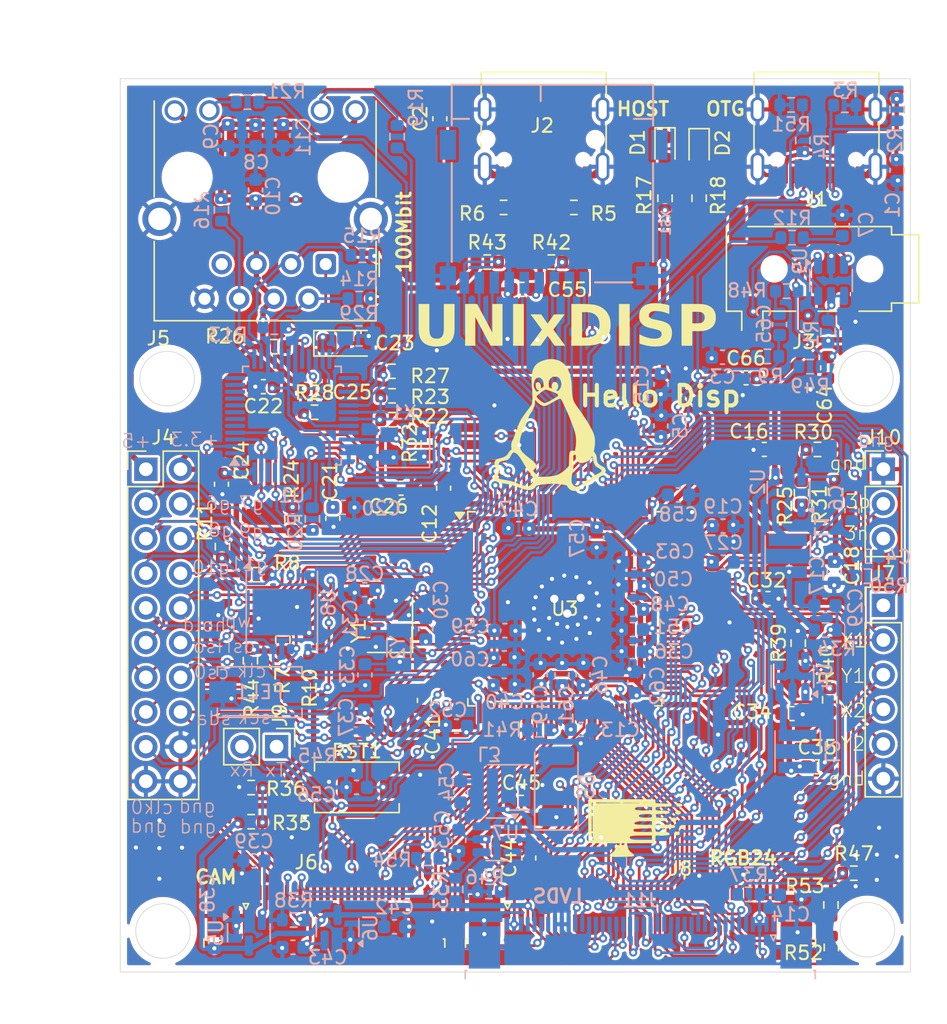
<source format=kicad_pcb>
(kicad_pcb (version 20240108) (generator "pcbnew") (generator_version "8.0")
  (layers (0 "F.Cu" signal) (31 "B.Cu" signal) (34 "B.Paste" user) (35 "F.Paste" user) (36 "B.SilkS" user "B.Silkscreen") (37 "F.SilkS" user "F.Silkscreen") (38 "B.Mask" user) (39 "F.Mask" user) (44 "Edge.Cuts" user))
  (net 0 "")
  (net 1 "GND")
  (net 2 "+5V")
  (net 3 "Net-(C3-Pad2)")
  (net 4 "/HPOUTR")
  (net 5 "/HPOUTFB")
  (net 6 "/HPOUTL")
  (net 7 "Net-(C7-Pad2)")
  (net 8 "+3V3")
  (net 9 "Net-(U3-VRA1)")
  (net 10 "Net-(U1-PFBIN1)")
  (net 11 "Net-(U3-VRA2)")
  (net 12 "/DXOUT")
  (net 13 "Net-(U4-EN)")
  (net 14 "/DXIN")
  (net 15 "Net-(U3-X32KOUT)")
  (net 16 "Net-(U3-XX32KIN)")
  (net 17 "/VDD-CORE")
  (net 18 "/CSI-DVDD-2_8V")
  (net 19 "+1V8")
  (net 20 "/LDOB-OUT")
  (net 21 "/CSI-DVDD-1_2V")
  (net 22 "/LCD_A")
  (net 23 "/RST")
  (net 24 "Net-(D1-A)")
  (net 25 "Net-(D2-A)")
  (net 26 "Net-(D5-A)")
  (net 27 "/SPI0_MISO")
  (net 28 "/HS_MIC")
  (net 29 "/TWI2-SDA")
  (net 30 "/PG7")
  (net 31 "/PG9")
  (net 33 "/CLKO")
  (net 34 "/SPI0_HOLD")
  (net 35 "/PG6")
  (net 36 "/SPI0_WP")
  (net 37 "/PG10")
  (net 38 "/SPI0_MOSI")
  (net 39 "/PG8")
  (net 40 "/MIC3N")
  (net 41 "/PG11")
  (net 42 "/MIC3P")
  (net 43 "/SPI0_CS0")
  (net 44 "/TWI2-SCK")
  (net 45 "/SPI0_CLK")
  (net 46 "Net-(U1-TD-)")
  (net 47 "Net-(U1-RD+)")
  (net 48 "Net-(U1-RD-)")
  (net 49 "Net-(J5-Pad10)")
  (net 50 "Net-(J5-Pad11)")
  (net 51 "Net-(U1-TD+)")
  (net 53 "/NCSI0-D0")
  (net 54 "/NCSI0-D4")
  (net 56 "/NCSI0-D6")
  (net 58 "/CSI-PWDN")
  (net 59 "/NCSI0-D2")
  (net 60 "/CSI-RST#")
  (net 61 "/NCSI0-D7")
  (net 62 "/NCSI0-VSYNC")
  (net 63 "/NCSI0-PCLK")
  (net 64 "/NCSI0-D5")
  (net 65 "/NCSI0-HSYNC")
  (net 66 "/NCSI0-D3")
  (net 67 "/NCSI0-D1")
  (net 68 "/NCSI0-MCLK")
  (net 70 "/TP_X2")
  (net 71 "/TP_Y1")
  (net 72 "/GPADC0")
  (net 73 "/TP_Y2")
  (net 74 "/TP_X1")
  (net 75 "/LCD0-D18")
  (net 76 "/LCD0-D16")
  (net 77 "/LCD0-D12")
  (net 78 "/LCD0-D19")
  (net 79 "/LCD0-D14")
  (net 80 "/LCD0-D13")
  (net 81 "/LCD0-D7")
  (net 82 "/LCD0-D23")
  (net 83 "/LCD0-D5")
  (net 84 "/LCD0-D20")
  (net 85 "/LCD_K")
  (net 86 "/LCD0-D6")
  (net 87 "/LCD0-D22")
  (net 88 "/LCD0-D21")
  (net 89 "/LCD0-D11")
  (net 90 "/LCD0-D4")
  (net 91 "/LCD0-D2")
  (net 92 "/LCD0-CLK")
  (net 94 "/LCD0-D15")
  (net 95 "/LCD0-D0")
  (net 96 "/LCD0-D10")
  (net 97 "/LCD0-VSYNC")
  (net 98 "/LCD0-D1")
  (net 99 "/LCD0-HSYNC")
  (net 100 "/LCD0-D8")
  (net 101 "/LCD0-D17")
  (net 102 "/LCD0-D3")
  (net 103 "/LCD0-DE")
  (net 104 "/LCD0-D9")
  (net 105 "Net-(U2-LX)")
  (net 106 "Net-(U4-LX)")
  (net 107 "Net-(J1-CC1)")
  (net 108 "Net-(J1-CC2)")
  (net 109 "Net-(J2-CC1)")
  (net 110 "Net-(J2-CC2)")
  (net 111 "Net-(U1-AN0{slash}LED_LINK)")
  (net 112 "Net-(U1-RX_DV{slash}MII_MODE)")
  (net 113 "Net-(U1-AN_EN{slash}LED_ACT{slash}COL)")
  (net 114 "/PG14")
  (net 115 "/PG15")
  (net 116 "/PG0")
  (net 117 "Net-(U2-EN)")
  (net 118 "Net-(R26-Pad2)")
  (net 119 "Net-(U1-~{RESET})")
  (net 120 "Net-(R28-Pad2)")
  (net 121 "Net-(U1-RBIAS)")
  (net 122 "Net-(U2-FB)")
  (net 123 "Net-(X1-EN)")
  (net 124 "Net-(U4-FB)")
  (net 125 "Net-(U3-DZQ)")
  (net 126 "/SDC0-CMD")
  (net 127 "/SDC0-CD")
  (net 128 "/PG4")
  (net 132 "/PG2")
  (net 133 "/PG1")
  (net 135 "/PG3")
  (net 139 "/PG12")
  (net 142 "/PG5")
  (net 148 "/USB1_P")
  (net 151 "/SDC0-D0")
  (net 153 "/USB0_N")
  (net 154 "/SDC0-CLK")
  (net 155 "/SDC0-D1")
  (net 156 "/USB0_P")
  (net 157 "/USB1_N")
  (net 160 "/SDC0-D2")
  (net 162 "/SDC0-D3")
  (net 172 "/PWM_LCD")
  (net 173 "Net-(J11-Pin_5)")
  (net 174 "Net-(J10-Pin_3)")
  (net 175 "Net-(J10-Pin_2)")
  (net 176 "Net-(C65-Pad2)")
  (net 177 "Net-(C66-Pad2)")
  (net 178 "Net-(U9-OUT+)")
  (net 179 "Net-(U9-OUT-)")
  (net 180 "Net-(U9-IN)")
  (net 181 "Net-(U9-VDD)")
  (net 182 "/DISP")
  (net 183 "Net-(U7-EN{slash}PWM)")
  (footprint "Resistor_SMD:R_0603_1608Metric" (layer "F.Cu") (at 233.4875 72.5)
    (property "Reference" "R27")
    (property "Value" "2.2K")
  )
  (footprint "Capacitor_SMD:C_0603_1608Metric" (layer "F.Cu") (at 264.655 101.48)
    (property "Reference" "C35")
    (property "Value" "0.1u")
  )
  (footprint "Resistor_SMD:R_0603_1608Metric" (layer "F.Cu") (at 225.5 92.175 90)
    (property "Reference" "R7")
    (property "Value" "10k")
  )
  (footprint "Capacitor_Tantalum_SMD:CP_EIA-3216-10_Kemet-I" (layer "F.Cu") (at 230.08 70.45)
    (property "Reference" "C23")
    (property "Value" "10uF")
  )
  (footprint "Connector_FFC-FPC:TE_2-1734839-4_1x24-1MP_P0.5mm_Horizontal" (layer "F.Cu") (at 228.54 112.05)
    (property "Reference" "J6")
    (property "Value" "Conn_01x24_MountingPin")
  )
  (footprint "Resistor_SMD:R_0603_1608Metric" (layer "F.Cu") (at 223.12 93.7 -90)
    (property "Reference" "R44")
    (property "Value" "2.2K")
  )
  (footprint "LED_SMD:LED_0603_1608Metric" (layer "F.Cu") (at 253.5 56.15 -90)
    (property "Reference" "D1")
    (property "Value" "LED")
  )
  (footprint "Connector_USB:USB_C_Receptacle_G-Switch_GT-USB-7010ASV" (layer "F.Cu") (at 264.6 54.395 180)
    (property "Reference" "J1")
    (property "Value" "USB4105-GF-A")
  )
  (footprint "Resistor_SMD:R_0603_1608Metric" (layer "F.Cu") (at 245.175 64.5)
    (property "Reference" "R42")
    (property "Value" "2.2K")
  )
  (footprint "Connector_PinHeader_2.54mm:PinHeader_2x10_P2.54mm_Vertical" (layer "F.Cu") (at 215.46 79.68)
    (property "Reference" "J4")
    (property "Value" "Conn_02x10_Counter_Clockwise")
  )
  (footprint "Resistor_SMD:R_0603_1608Metric" (layer "F.Cu") (at 227.825 75.5)
    (property "Reference" "R28")
    (property "Value" "2.2K")
  )
  (footprint "Crystal:Crystal_SMD_3225-4Pin_3.2x2.5mm" (layer "F.Cu") (at 233.35 91.1 90)
    (property "Reference" "Y1")
    (property "Value" "24M")
  )
  (footprint "Resistor_SMD:R_0603_1608Metric" (layer "F.Cu") (at 265.66 111.6 90)
    (property "Reference" "R53")
    (property "Value" "5R1")
  )
  (footprint "Capacitor_SMD:C_0603_1608Metric" (layer "F.Cu") (at 265.42 72.245 -90)
    (property "Reference" "C64")
    (property "Value" "470u")
  )
  (footprint "Resistor_SMD:R_0603_1608Metric" (layer "F.Cu") (at 233.5 76.05 180)
    (property "Reference" "R22")
    (property "Value" "2.2K")
  )
  (footprint "Capacitor_SMD:C_0603_1608Metric" (layer "F.Cu") (at 243.025 66.5 180)
    (property "Reference" "C55")
    (property "Value" "0.1u")
  )
  (footprint "Package_QFP:LQFP-128_14x14mm_P0.4mm" (layer "F.Cu") (at 246.1625 89.9)
    (property "Reference" "U3")
    (property "Value" "F133")
  )
  (footprint "Capacitor_SMD:C_0603_1608Metric" (layer "F.Cu") (at 221 80.775 -90)
    (property "Reference" "C24")
    (property "Value" "0.1uF")
  )
  (footprint "Resistor_SMD:R_0603_1608Metric" (layer "F.Cu") (at 263.26 92.415 90)
    (property "Reference" "R39")
    (property "Value" "200k")
  )
  (footprint "Resistor_SMD:R_0603_1608Metric" (layer "F.Cu") (at 224.85 70.7)
    (property "Reference" "R26")
    (property "Value" "2.2K")
  )
  (footprint "Micro_SD:linux_mascot" (layer "F.Cu") (at 245.05 76.44)
    (property "Reference" "Hello Disp")
    (property "Value" "LOGO" (hide yes))
  )
  (footprint "Resistor_SMD:R_0603_1608Metric" (layer "F.Cu") (at 236.15 77.825 90)
    (property "Reference" "R32")
    (property "Value" "10K")
  )
  (footprint "Connector_RJ:RJ45_Hanrun_HR911105A_Horizontal" (layer "F.Cu") (at 228.64 64.65 180)
    (property "Reference" "J5")
    (property "Value" "HR911105A")
  )
  (footprint "Capacitor_SMD:C_0603_1608Metric" (layer "F.Cu") (at 227.805 73.84)
    (property "Reference" "C25")
    (property "Value" "0.1uF")
  )
  (footprint "Capacitor_SMD:C_0603_1608Metric" (layer "F.Cu") (at 262.81 97.58)
    (property "Reference" "C34")
    (property "Value" "10u")
  )
  (footprint "Resistor_SMD:R_0603_1608Metric" (layer "F.Cu") (at 223.175 103 180)
    (property "Reference" "R36")
    (property "Value" "10k")
  )
  (footprint "Connector_PinHeader_2.54mm:PinHeader_1x03_P2.54mm_Vertical" (layer "F.Cu") (at 269.5 79.67)
    (property "Reference" "J10")
    (property "Value" "Conn_01x03")
  )
  (footprint "Resistor_SMD:R_0603_1608Metric" (layer "F.Cu") (at 267.34 109.27)
    (property "Reference" "R47")
    (property "Value" "10k")
  )
  (footprint "Connector_USB:USB_C_Receptacle_G-Switch_GT-USB-7010ASV" (layer "F.Cu") (at 244.61 54.395 180)
    (property "Reference" "J2")
    (property "Value" "USB4105-GF-A")
  )
  (footprint "" (layer "F.Cu") (at 246.1625 89.9 45)
    (property "Reference" "")
    (property "Value" "")
  )
  (footprint "Resistor_SMD:R_0603_1608Metric" (layer "F.Cu") (at 223.175 105.5)
    (property "Reference" "R35")
    (property "Value" "10k")
  )
  (footprint "Capacitor_SMD:C_0603_1608Metric" (layer "F.Cu") (at 265.9 87.225 -90)
    (property "Reference" "C18")
    (property "Value" "0.1u")
  )
  (footprint "Capacitor_SMD:C_0603_1608Metric" (layer "F.Cu") (at 260.775 78.225 180)
    (property "Reference" "C16")
    (property "Value" "10u")
  )
  (footprint "Connector_Audio:Jack_3.5mm_PJ320D_Horizontal" (layer "F.Cu") (at 263.725 65 180)
    (property "Reference" "J3")
    (property "Value" "AudioJack4")
  )
  (footprint "Capacitor_SMD:C_0603_1608Metric" (layer "F.Cu") (at 237.28 81.065 -90)
    (property "Reference" "C12")
    (property "Value" "0.1u" (hide yes))
  )
  (footprint "Resistor_SMD:R_0603_1608Metric" (layer "F.Cu") (at 264.675 78.225)
    (property "Reference" "R30")
    (property "Value" "15k")
  )
  (footprint "Micro_SD:logo_disp" (layer "F.Cu") (at 251.18 106.46)
    (property "Reference" "G***" (hide yes))
    (property "Value" "LOGO" (hide yes))
  )
  (footprint "Capacitor_SMD:C_0603_1608Metric" (layer "F.Cu") (at 234.165 81.07)
    (property "Reference" "C26")
    (property "Value" "0.1uF")
  )
  (footprint "Capacitor_SMD:C_0603_1608Metric" (layer "F.Cu") (at 235.87 96.61 -90)
    (property "Reference" "C41")
    (property "Value" "0.1u")
  )
  (footprint "Resistor_SMD:R_0603_1608Metric" (layer "F.Cu") (at 265.57 96.57 90)
    (property "Reference" "R40")
    (property "Value" "100k")
  )
  (footprint "Connector_PinHeader_2.54mm:PinHeader_1x06_P2.54mm_Vertical" (layer "F.Cu") (at 269.5 89.65)
    (property "Reference" "J7")
    (property "Value" "Conn_01x06")
  )
  (footprint "Resistor_SMD:R_0603_1608Metric" (layer "F.Cu") (at 227.46 92.68 90)
    (property "Reference" "R10")
    (property "Value" "10k")
  )
  (footprint "Resistor_SMD:R_0603_1608Metric" (layer "F.Cu") (at 256 59.825 90)
    (property "Reference" "R18")
    (property "Value" "7.87k")
  )
  (footprint "LED_SMD:LED_0603_1608Metric" (layer "F.Cu") (at 256 56.2125 -90)
    (property "Reference" "D2")
    (property "Value" "LED")
  )
  (footprint "Resistor_SMD:R_0603_1608Metric" (layer "F.Cu") (at 253.5 59.825 90)
    (property "Reference" "R17")
    (property "Value" "5.1k")
  )
  (footprint "Resistor_SMD:R_0603_1608Metric" (layer "F.Cu") (at 263.5 81.4 -90)
    (property "Reference" "R25")
    (property "Value" "1k")
  )
  (footprint "Button_Switch_SMD:SW_SPST_EVQPE1" (layer "F.Cu") (at 230.92 102.98)
    (property "Reference" "RST1")
    (property "Value" "SW_SPST")
  )
  (footprint "Resistor_SMD:R_0603_1608Metric" (layer "F.Cu") (at 221.07 85.35 90)
    (property "Reference" "R11")
    (property "Value" "10k")
  )
  (footprint "Capacitor_SMD:C_0603_1608Metric" (layer "F.Cu") (at 237 54 90)
    (property "Reference" "C2")
    (property "Value" "10u")
  )
  (footprint "Capacitor_SMD:C_0603_1608Metric" (layer "F.Cu") (at 243.52 108.16 90)
    (property "Reference" "C44")
    (property "Value" "10u")
  )
  (footprint "Capacitor_SMD:C_0603_1608Metric" (layer "F.Cu") (at 229.1625 83.275 -90)
    (property "Reference" "C21")
    (property "Value" "0.1uF")
  )
  (footprint "Capacitor_SMD:C_0603_1608Metric" (layer "F.Cu") (at 242.985 104.08)
    (property "Reference" "C45")
    (property "Value" "10u")
  )
  (footprint "Resistor_SMD:R_0603_1608Metric" (layer "F.Cu") (at 265.69 114.71 90)
    (property "Reference" "R52")
    (property "Value" "5R1")
  )
  (footprint "Connector_PinHeader_2.54mm:PinHeader_1x02_P2.54mm_Vertical" (layer "F.Cu") (at 225.04 100 -90)
    (property "Reference" "J9")
    (property "Value" "Conn_01x02_Pin")
  )
  (footprint "Resistor_SMD:R_0603_1608Metric" (layer "F.Cu") (at 223.575 87.4)
    (property "Reference" "R8")
    (property "Value" "10k")
  )
  (footprint "Resistor_SMD:R_0603_1608Metric" (layer "F.Cu") (at 266 81.325 90)
    (property "Reference" "R31")
    (property "Value" "68k")
  )
  (footprint "Resistor_SMD:R_0603_1608Metric" (layer "F.Cu") (at 233.5 74.3 180)
    (property "Reference" "R23")
    (property "Value" "2.2K")
  )
  (footprint "Resistor_SMD:R_0603_1608Metric" (layer "F.Cu") (at 226.1625 83.325 90)
    (property "Reference" "R24")
    (property "Value" "2.2K")
  )
  (footprint "Capacitor_SMD:C_0603_1608Metric" (layer "F.Cu") (at 224.07 73.63 180)
    (property "Reference" "C22")
    (property "Value" "0.1uF")
  )
  (footprint "Resistor_SMD:R_0603_1608Metric" (layer "F.Cu") (at 246.825 60.5 180)
    (property "Reference" "R5")
    (property "Value" "51k")
  )
  (footprint "Resistor_SMD:R_0603_1608Metric" (layer "F.Cu") (at 240.475 64.5)
    (property "Reference" "R43")
    (property "Value" "2.2K")
  )
  (footprint "Capacitor_SMD:C_0603_1608Metric" (layer "F.Cu") (at 259.44 72.98)
    (property "Reference" "C66")
    (property "Value" "10u")
  )
  (footprint "Connector_FFC-FPC:TE_4-1734839-0_1x40-1MP_P0.5mm_Horizontal" (layer "F.Cu") (at 251.71 112.05)
    (property "Reference" "J8")
    (property "Value" "Conn_01x40_MountingPin")
  )
  (footprint "Capacitor_SMD:C_0603_1608Metric" (layer "F.Cu") (at 261.05 89.15)
    (property "Reference" "C32")
    (property "Value" "10u")
  )
  (footprint "Resistor_SMD:R_0603_1608Metric" (layer "F.Cu") (at 241.675 60.5)
    (property "Reference" "R6")
    (property "Value" "51k")
  )
  (footprint "Capacitor_SMD:C_0603_1608Metric" (layer "B.Cu") (at 223.5 59.225 90)
    (property "Reference" "C10")
    (property "Value" "0.1uF")
  )
  (footprint "Capacitor_SMD:C_0603_1608Metric" (layer "B.Cu") (at 257.71 71.47)
    (property "Reference" "C3")
    (property "Value" "0.1u")
  )
  (footprint "Package_SON:WSON-8-1EP_6x5mm_P1.27mm_EP3.4x4.3mm" (layer "B.Cu") (at 225.425 90.15 -90)
    (property "Reference" "U8")
    (property "Value" "W25N01KV")
  )
  (footprint "Package_TO_SOT_SMD:SOT-23" (layer "B.Cu") (at 223.01 113.6375 -90)
    (property "Reference" "U5")
    (property "Value" "XC6206P_2_8_MR")
  )
  (footprint "Capacitor_SMD:C_0603_1608Metric" (layer "B.Cu") (at 254.4875 81.5625)
    (property "Reference" "C58")
    (property "Value" "0.1u")
  )
  (footprint "Resistor_SMD:R_0603_1608Metric" (layer "B.Cu") (at 244.255 98.76 180)
    (property "Reference" "R41")
    (property "Value" "240")
  )
  (footprint "Resistor_SMD:R_0603_1608Metric" (layer "B.Cu") (at 266.68 53.01 180)
    (property "Reference" "R3")
    (property "Value" "51k")
  )
  (footprint "Capacitor_SMD:C_0603_1608Metric" (layer "B.Cu") (at 247.5 94.725 90)
    (property "Reference" "C46")
    (property "Value" "0.1u")
  )
  (footprint "Capacitor_SMD:C_0603_1608Metric" (layer "B.Cu") (at 257.76 83.84 180)
    (property "Reference" "C19")
    (property "Value" "0.47u")
  )
  (footprint "Crystal:Crystal_SMD_3215-2Pin_3.2x1.5mm" (layer "B.Cu") (at 234 92.75 90)
    (property "Reference" "Y2")
    (property "Value" "Crystal")
  )
  (footprint "Inductor_SMD_Wurth:L_Wurth_WE-LQSH-3012" (layer "B.Cu") (at 263.22 100.355 90)
    (property "Reference" "L2")
    (property "Value" "2.2u")
  )
  (footprint "Capacitor_SMD:C_0603_1608Metric" (layer "B.Cu") (at 244.35 94.725 90)
    (property "Reference" "C49")
    (property "Value" "0.1u")
  )
  (footprint "Resistor_SMD:R_0603_1608Metric" (layer "B.Cu") (at 222.905 52.78)
    (property "Reference" "R21")
    (property "Value" "220")
  )
  (footprint "Capacitor_SMD:C_0603_1608Metric" (layer "B.Cu") (at 253.2 76.505 90)
    (property "Reference" "C5")
    (property "Value" "0.1u")
  )
  (footprint "Oscillator:Oscillator_SMD_Abracon_ASE-4Pin_3.2x2.5mm" (layer "B.Cu") (at 234.35 77.975 180)
    (property "Reference" "X1")
    (property "Value" "ASE-50MHz")
  )
  (footprint "Capacitor_SMD:C_0603_1608Metric" (layer "B.Cu") (at 247.37 98.74)
    (property "Reference" "C13")
    (property "Value" "10u")
  )
  (footprint "Inductor_SMD_Wurth:L_Wurth_WE-LQSH-3012" (layer "B.Cu") (at 242.03 102.99)
    (property "Reference" "L3")
    (property "Value" "10u")
  )
  (footprint "Resistor_SMD:R_0603_1608Metric" (layer "B.Cu") (at 238.16 110.46 -90)
    (property "Reference" "R33")
    (property "Value" "5k")
  )
  (footprint "Capacitor_SMD:C_0603_1608Metric" (layer "B.Cu") (at 265.9 87.225 -90)
    (property "Reference" "C17")
    (property "Value" "10u")
  )
  (footprint "Resistor_SMD:R_0603_1608Metric" (layer "B.Cu") (at 264.135 72.16)
    (property "Reference" "R49")
    (property "Value" "150K")
  )
  (footprint "Capacitor_SMD:C_0603_1608Metric" (layer "B.Cu") (at 238.53 103.32 90)
    (property "Reference" "C54")
    (property "Value" "0.1u")
  )
  (footprint "Capacitor_SMD:C_0603_1608Metric" (layer "B.Cu") (at 226.235 114.7 180)
    (property "Reference" "C43")
    (property "Value" "0.1u")
  )
  (footprint "Capacitor_SMD:C_0603_1608Metric" (layer "B.Cu") (at 261.89 69.07 90)
    (property "Reference" "C65")
    (property "Value" "10u")
  )
  (footprint "Capacitor_SMD:C_0603_1608Metric" (layer "B.Cu") (at 241.725 95.5)
    (property "Reference" "C40")
    (property "Value" "10u")
  )
  (footprint "Resistor_SMD:R_0603_1608Metric" (layer "B.Cu") (at 270.5 53.325 -90)
    (property "Reference" "R2")
    (property "Value" "51k")
  )
  (footprint "Capacitor_SMD:C_0603_1608Metric" (layer "B.Cu") (at 229.94 82.47)
    (property "Reference" "C20")
    (property "Value" "0.1uF")
  )
  (footprint "Capacitor_SMD:C_0603_1608Metric" (layer "B.Cu") (at 221.5 55.225 -90)
    (property "Reference" "C9")
    (property "Value" "0.1uF")
  )
  (footprint "Capacitor_SMD:C_0603_1608Metric" (layer "B.Cu") (at 238.39 106.87 -90)
    (property "Reference" "C53")
    (property "Value" "10u")
  )
  (footprint "Capacitor_SMD:C_0603_1608Metric" (layer "B.Cu") (at 262.7 110.86)
    (property "Reference" "C14")
    (property "Value" "10u")
  )
  (footprint "Capacitor_SMD:C_0603_1608Metric" (layer "B.Cu") (at 251.175 88.25 180)
    (property "Reference" "C50")
    (property "Value" "0.1u")
  )
  (footprint "Micro_SD:J_SD_Card-micro_socket_A" (layer "B.Cu") (at 244.374968 58.988145 180)
    (property "Reference" "XS1")
    (property "Value" "uSD_SMD" (hide yes))
  )
  (footprint "Capacitor_SMD:C_0603_1608Metric" (layer "B.Cu") (at 242.775 84.03 180)
    (property "Reference" "C47")
    (property "Value" "0.1u")
  )
  (footprint "Capacitor_SMD:C_0603_1608Metric" (layer "B.Cu") (at 233.685 113.2 180)
    (property "Reference" "C42")
    (property "Value" "10u")
  )
  (footprint "Capacitor_SMD:C_0603_1608Metric" (layer "B.Cu") (at 251.125 89.95 180)
    (property "Reference" "C48")
    (property "Value" "0.1u")
  )
  (footprint "Package_QFP:LQFP-48_7x7mm_P0.5mm" (layer "B.Cu") (at 226.1625 75.75)
    (property "Reference" "U1")
    (property "Value" "DP83848C")
  )
  (footprint "Capacitor_SMD:C_0603_1608Metric" (layer "B.Cu") (at 265.22 89.66 180)
    (property "Reference" "C29")
    (property "Value" "0.1u")
  )
  (footprint "Capacitor_SMD:C_0603_1608Metric" (layer "B.Cu") (at 266.49 61.82 -90)
    (property "Reference" "C7")
    (property "Value" "0.1u")
  )
  (footprint "Inductor_SMD_Wurth:L_Wurth_WE-LQSH-3012" (layer "B.Cu") (at 262.5 86.05 90)
    (property "Reference" "L1")
    (property "Value" "2.2u")
  )
  (footprint "Resistor_SMD:R_0603_1608Metric" (layer "B.Cu") (at 262.42 66.63)
    (property "Reference" "R48")
    (property "Value" "150K")
  )
  (footprint "Capacitor_SMD:C_0603_1608Metric" (layer "B.Cu") (at 241.725 93.5)
    (property "Reference" "C60")
    (property "Value" "0.1u")
  )
  (footprint "Resistor_SMD:R_0603_1608Metric" (layer "B.Cu") (at 262.81 62.71 180)
    (property "Reference" "R12")
    (property "Value" "2R2")
  )
  (footprint "Capacitor_SMD:C_0603_1608Metric" (layer "B.Cu") (at 235.97 91.365 -90)
    (property "Reference" "C30")
    (property "Value" "18p")
  )
  (footprint "Resistor_SMD:R_0603_1608Metric" (layer "B.Cu") (at 261.01 71.41)
    (property "Reference" "R9")
    (property "Value" "2R2")
  )
  (footprint "Capacitor_SMD:C_0603_1608Metric" (layer "B.Cu") (at 251.1 93.05)
    (property "Reference" "C36")
    (property "Value" "0.1u")
  )
  (footprint "Resistor_SMD:R_0603_1608Metric" (layer "B.Cu") (at 221 60.675 -90)
    (property "Reference" "R16")
    (property "Value" "49R9")
  )
  (footprint "Resistor_SMD:R_0805_2012Metric_Pad1.20x1.40mm_HandSolder" (layer "B.Cu") (at 231.075 69.91 180)
    (property "Reference" "R29")
    (property "Value" "4.87K")
  )
  (footprint "Capacitor_SMD:C_0603_1608Metric" (layer "B.Cu") (at 238.225 98.5 180)
    (property "Reference" "C52")
    (property "Value" "0.1u")
  )
  (footprint "Capacitor_SMD:C_0603_1608Metric" (layer "B.Cu") (at 231.46 98.055 -90)
    (property "Reference" "C37")
    (property "Value" "4.7u")
  )
  (footprint "Diode_SMD:D_2010_5025Metric" (layer "B.Cu") (at 245.54 102.92 90)
    (property "Reference" "D5")
    (property "Value" "D")
  )
  (footprint "Capacitor_SMD:C_0603_1608Metric" (layer "B.Cu") (at 231.5 88.5 180)
    (property "Reference" "C28")
    (property "Value" "18p")
  )
  (footprint "Capacitor_SMD:C_0603_1608Metric" (layer "B.Cu") (at 267.2 82.72 -90)
    (property "Reference" "C6")
    (property "Value" "0.1u")
  )
  (footprint "Button_Switch_SMD:SW_SPST_EVQPE1" (layer "B.Cu") (at 223.8 96)
    (property "Reference" "FEL1")
    (property "Value" "SW_SPST")
  )
  (footprint "Resistor_SMD:R_0603_1608Metric" (layer "B.Cu") (at 268.34 87.51 180)
    (property "Reference" "R50")
    (property "Value" "2k")
  )
  (footprint "Capacitor_SMD:C_0603_1608Metric" (layer "B.Cu") (at 268.38 86.05)
    (property "Reference" "C4")
    (property "Value" "0.1u")
  )
  (footprint "Resistor_SMD:R_0603_1608Metric" (layer "B.Cu") (at 227.6625 83.325 -90)
    (property "Reference" "R20")
    (property "Value" "2.2K")
  )
  (footprint "Resistor_SMD:R_0603_1608Metric" (layer "B.Cu") (at 233.87 55.315 -90)
    (property "Reference" "R19")
    (property "Value" "220")
  )
  (footprint "Resistor_SMD:R_0603_1608Metric" (layer "B.Cu") (at 231.325 64 180)
    (property "Reference" "R15")
    (property "Value" "49R9")
  )
  (footprint "Capacitor_SMD:C_0603_1608Metric" (layer "B.Cu") (at 245.95 94.725 90)
    (property "Reference" "C61")
    (property "Value" "0.1u")
  )
  (footprint "Package_TO_SOT_SMD:SOT-23-6" (layer "B.Cu") (at 265.67 65.8475 -90)
    (property "Reference" "U9")
    (property "Value" "PAM8301")
  )
  (footprint "Capacitor_SMD:C_0603_1608Metric" (layer "B.Cu") (at 231.5 90.775 90)
    (property "Reference" "C31")
    (property "Value" "18p")
  )
  (footprint "Resistor_SMD:R_0603_1608Metric" (layer "B.Cu") (at 259.64 110.82 180)
    (property "Reference" "R37")
    (property "Value" "10k")
  )
  (footprint "Package_TO_SOT_SMD:SOT-23-5" (layer "B.Cu") (at 262.84 94.8525 90)
    (property "Reference" "U4")
    (property "Value" "SY8089AAAC")
  )
  (footprint "Resistor_SMD:R_0603_1608Metric" (layer "B.Cu") (at 262.74 52.99)
    (property "Reference" "R51")
    (property "Value" "51k")
  )
  (footprint "Capacitor_SMD:C_0603_1608Metric" (layer "B.Cu") (at 223.375 108.37 180)
    (property "Reference" "C39")
    (property "Value" "0.1u")
  )
  (footprint "Connector_FFC-FPC:TE_4-1734839-0_1x40-1MP_P0.5mm_Horizontal" (layer "B.Cu") (at 251.69 114.36 180)
    (property "Reference" "J11")
    (property "Value" "Conn_01x40_MountingPin")
  )
  (footprint "Capacitor_SMD:C_0603_1608Metric" (layer "B.Cu") (at 241.775 91.5)
    (property "Reference" "C59")
    (property "Value" "0.1u")
  )
  (footprint "Resistor_SMD:R_0603_1608Metric" (layer "B.Cu") (at 240.6 110.61 180)
    (property "Reference" "R46")
    (property "Value" "5R1")
  )
  (footprint "Resistor_SMD:R_0603_1608Metric" (layer "B.Cu") (at 230.885 100.5)
    (property "Reference" "R45")
    (property "Value" "100k")
  )
  (footprint "Capacitor_SMD:C_0603_1608Metric" (layer "B.Cu") (at 231.51 94.745 -90)
    (property "Reference" "C33")
    (property "Value" "18p")
  )
  (footprint "Capacitor_SMD:C_0603_1608Metric" (layer "B.Cu") (at 248.5 84.725 -90)
    (property "Reference" "C57")
    (property "Value" "0.1u")
  )
  (footprint "Package_TO_SOT_SMD:SOT-23" (layer "B.Cu") (at 229.51 113.2625 90)
    (property "Reference" "U6")
    (property "Value" "XC6206P_1_2_MR")
  )
  (footprint "Capacitor_SMD:C_0603_1608Metric" (layer "B.Cu") (at 253.21 73.46 -90)
    (property "Reference" "C15")
    (property "Value" "0.1u")
  )
  (footprint "Package_TO_SOT_SMD:SOT-23-6" (layer "B.Cu") (at 241.2 106.79 180)
    (property "Reference" "U7")
    (property "Value" "SY7201ABC")
  )
  (footprint "Package_TO_SOT_SMD:SOT-23-5" (layer "B.Cu") (at 262.55 81.3625 90)
    (property "Reference" "U2")
    (property "Value" "SY8089AAAC")
  )
  (footprint "Capacitor_SMD:C_0603_1608Metric" (layer "B.Cu") (at 230.895 102.98 180)
    (property "Reference" "C56")
    (property "Value" "0.1u")
  )
  (footprint "Resistor_SMD:R_0603_1608Metric" (layer "B.Cu") (at 224.87 69.27)
    (property "Reference" "R13")
    (property "Value" "49R9")
  )
  (footprint "Capacitor_SMD:C_0603_1608Metric" (layer "B.Cu") (at 251.29 95.295 90)
    (property "Reference" "C62")
    (property "Value" "0.1u")
  )
  (footprint "Resistor_SMD:R_0603_1608Metric" (layer "B.Cu") (at 263.6 55.6 90)
    (property "Reference" "R4")
    (property "Value" "51k")
  )
  (footprint "Resistor_SMD:R_0603_1608Metric" (layer "B.Cu") (at 236.11 108.18 180)
    (property "Reference" "R54")
    (property "Value" "0")
  )
  (footprint "Resistor_SMD:R_0603_1608Metric" (layer "B.Cu") (at 265.27 91.46)
    (property "Reference" "R34")
    (property "Value" "10k")
  )
  (footprint "Capacitor_SMD:C_0603_1608Metric" (layer "B.Cu") (at 257.78 86.49 180)
    (property "Reference" "C27")
    (property "Value" "0.47u")
  )
  (footprint "Capacitor_SMD:C_0603_1608Metric" (layer "B.Cu") (at 223.5 55.225 -90)
    (property "Reference" "C8")
    (property "Value" "0.1uF")
  )
  (footprint "Capacitor_SMD:C_0603_1608Metric" (layer "B.Cu") (at 220.48 114 -90)
    (property "Reference" "C38")
    (property "Value" "10u")
  )
  (footprint "Resistor_SMD:R_0603_1608Metric" (layer "B.Cu") (at 231.1 67.18 180)
    (property "Reference" "R14")
    (property "Value" "49R9")
  )
  (footprint "Capacitor_SMD:C_0603_1608Metric" (layer "B.Cu") (at 251.11 91.42 180)
    (property "Reference" "C51")
    (property "Value" "0.1u")
  )
  (footprint "Capacitor_SMD:C_0603_1608Metric" (layer "B.Cu") (at 270.5 57.775 -90)
    (property "Reference" "C1")
    (property "Value" "10u")
  )
  (footprint "Resistor_SMD:R_0603_1608Metric" (layer "B.Cu") (at 265.44 69.6 -90)
    (property "Reference" "R1")
    (property "Value" "10")
  )
  (footprint "Capacitor_SMD:C_0603_1608Metric" (layer "B.Cu") (at 251.225 86.5 180)
    (property "Reference" "C63")
    (property "Value" "0.1u")
  )
  (footprint "Resistor_SMD:R_0603_1608Metric" (layer "B.Cu") (at 226.285 112.7 180)
    (property "Reference" "R38")
    (property "Value" "1k")
  )
  (footprint "Capacitor_SMD:C_0603_1608Metric" (layer "B.Cu") (at 225.5 55.225 -90)
    (property "Reference" "C11")
    (property "Value" "0.1uF")
  )
  (gr_line (start 246.95 58.1) (end 246.65 56.3) (stroke (width 0.3)) (layer "F.Cu") (net 2))
  (gr_rect (start 213.585 51.07) (end 271.475 116.51) (stroke (width 0.05)) (fill none) (layer "Edge.Cuts"))
  (gr_circle (center 216.718649 113.51) (end 218.608649 112.86) (stroke (width 0.05)) (fill none) (layer "Edge.Cuts"))
  (gr_circle (center 217.02 73.04) (end 218.91 72.39) (stroke (width 0.05)) (fill none) (layer "Edge.Cuts"))
  (gr_circle (center 268.328649 113.41) (end 270.218649 112.76) (stroke (width 0.05)) (fill none) (layer "Edge.Cuts"))
  (gr_circle (center 268.218649 73.04) (end 270.108649 72.39) (stroke (width 0.05)) (fill none) (layer "Edge.Cuts"))
  (gr_text "gnd" (at 270.39 78.12 0) (layer "B.SilkS") (effects (font (size 1 1) (thickness 0.1)) (justify left bottom mirror)))
  (gr_text "iso" (at 221.17 93.23 0) (layer "B.SilkS") (effects (font (size 1 1) (thickness 0.1)) (justify left bottom mirror)))
  (gr_text "g8" (at 221.93 84.71 0) (layer "B.SilkS") (effects (font (size 1 1) (thickness 0.1)) (justify left bottom mirror)))
  (gr_text "clk0" (at 217.54 105.02 0) (layer "B.SilkS") (effects (font (size 1 1) (thickness 0.1)) (justify left bottom mirror)))
  (gr_text "g9" (at 224.17 84.8 0) (layer "B.SilkS") (effects (font (size 1 1) (thickness 0.1)) (justify left bottom mirror)))
  (gr_text "clk" (at 224.38 95.03 0) (layer "B.SilkS") (effects (font (size 1 1) (thickness 0.1)) (justify left bottom mirror)))
  (gr_text "gnd" (at 217.11 106.39 0) (layer "B.SilkS") (effects (font (size 1 1) (thickness 0.1)) (justify left bottom mirror)))
  (gr_text "Tx" (at 225.82 102.3 0) (layer "B.SilkS") (effects (font (size 1 1) (thickness 0.1)) (justify left bottom mirror)))
  (gr_text "+3.3" (at 220.92 78.09 0) (layer "B.SilkS") (effects (font (size 1 1) (thickness 0.1)) (justify left bottom mirror)))
  (gr_text "wp" (at 223.26 91.36 0) (layer "B.SilkS") (effects (font (size 1 1) (thickness 0.1)) (justify left bottom mirror)))
  (gr_text "Rx" (at 223.47 102.27 0) (layer "B.SilkS") (effects (font (size 1 1) (thickness 0.1)) (justify left bottom mirror)))
  (gr_text "g10" (at 221.69 87.45 0) (layer "B.SilkS") (effects (font (size 1 1) (thickness 0.1)) (justify left bottom mirror)))
  (gr_text "+5" (at 215.92 78.2 0) (layer "B.SilkS") (effects (font (size 1 1) (thickness 0.1)) (justify left bottom mirror)))
  (gr_text "gnd" (at 220.7 106.44 0) (layer "B.SilkS") (effects (font (size 1 1) (thickness 0.1)) (justify left bottom mirror)))
  (gr_text "gnd" (at 220.64 104.93 0) (layer "B.SilkS") (effects (font (size 1 1) (thickness 0.1)) (justify left bottom mirror)))
  (gr_text "g11" (at 224.47 87.21 0) (layer "B.SilkS") (effects (font (size 1 1) (thickness 0.1)) (justify left bottom mirror)))
  (gr_text "g6" (at 221.74 82.76 0) (layer "B.SilkS") (effects (font (size 1 1) (thickness 0.1)) (justify left bottom mirror)))
  (gr_text "g7" (at 224.18 82.76 0) (layer "B.SilkS") (effects (font (size 1 1) (thickness 0.1)) (justify left bottom mirror)))
  (gr_text "sck" (at 224.72 98.43 0) (layer "B.SilkS") (effects (font (size 1 1) (thickness 0.1)) (justify left bottom mirror)))
  (gr_text "LVDS" (at 247.58 111.54 0) (layer "B.SilkS") (effects (font (size 1 1) (thickness 0.2) (bold yes)) (justify left bottom mirror)))
  (gr_text "osi" (at 223.57 93.22 0) (layer "B.SilkS") (effects (font (size 1 1) (thickness 0.1)) (justify left bottom mirror)))
  (gr_text "cs0" (at 221.65 95.13 0) (layer "B.SilkS") (effects (font (size 1 1) (thickness 0.1)) (justify left bottom mirror)))
  (gr_text "sda" (at 221.8 98.51 0) (layer "B.SilkS") (effects (font (size 1 1) (thickness 0.1)) (justify left bottom mirror)))
  (gr_text "hold" (at 221.43 91.66 0) (layer "B.SilkS") (effects (font (size 1 1) (thickness 0.1)) (justify left bottom mirror)))
  (gr_text "Y2" (at 266.3 100.38 0) (layer "F.SilkS") (effects (font (size 1 1) (thickness 0.1)) (justify left bottom)))
  (gr_text "3n" (at 266.53 84.96 -0) (layer "F.SilkS") (effects (font (size 1 1) (thickness 0.1)) (justify left bottom)))
  (gr_text "HOST" (at 249.85 53.87 0) (layer "F.SilkS") (effects (font (size 1 1) (thickness 0.2) (bold yes)) (justify left bottom)))
  (gr_text "X1" (at 266.3 92.81 0) (layer "F.SilkS") (effects (font (size 1 1) (thickness 0.1)) (justify left bottom)))
  (gr_text "100Mbit" (at 234.96 65.43 90) (layer "F.SilkS") (effects (font (size 1 1) (thickness 0.2) (bold yes)) (justify left bottom)))
  (gr_text "X2" (at 266.26 97.94 0) (layer "F.SilkS") (effects (font (size 1 1) (thickness 0.1)) (justify left bottom)))
  (gr_text "gnd" (at 265.49 79.81 0) (layer "F.SilkS") (effects (font (size 1 1) (thickness 0.1)) (justify left bottom)))
  (gr_text "UNIxDISP" (at 235.06 71.14 0) (layer "F.SilkS") (effects (font (size 3 3) (thickness 0.4) (bold yes)) (justify left bottom)))
  (gr_text "gnd" (at 265.4 102.92 0) (layer "F.SilkS") (effects (font (size 1 1) (thickness 0.1)) (justify left bottom)))
  (gr_text "RGB24" (at 256.64 108.74 0) (layer "F.SilkS") (effects (font (size 1 1) (thickness 0.2) (bold yes)) (justify left bottom)))
  (gr_text "CAM" (at 218.96 110.13 0) (layer "F.SilkS") (effects (font (size 1 1) (thickness 0.2) (bold yes)) (justify left bottom)))
  (gr_text "3p" (at 266.65 82.62 -0) (layer "F.SilkS") (effects (font (size 1 1) (thickness 0.1)) (justify left bottom)))
  (gr_text "OTG" (at 256.39 53.87 0) (layer "F.SilkS") (effects (font (size 1 1) (thickness 0.2) (bold yes)) (justify left bottom)))
  (gr_text "Y1" (at 266.32 95.41 0) (layer "F.SilkS") (effects (font (size 1 1) (thickness 0.1)) (justify left bottom)))
  (segment (start 244.52 102.54) (end 244.52 102.81) (width 0.5) (layer "F.Cu") (net 1))
  (segment (start 223.48 90.86) (end 223.72 90.62) (width 0.2) (layer "F.Cu") (net 1))
  (segment (start 247.81 58.12) (end 248.33 58.12) (width 0.5) (layer "F.Cu") (net 1))
  (segment (start 236.47 97.5) (end 237.37 98.4) (width 0.2) (layer "F.Cu") (net 1))
  (segment (start 247.75 89.44) (end 248.22 89.91) (width 0.5) (layer "F.Cu") (net 1))
  (segment (start 239.77 110.28) (end 239.77 110.82) (width 0.2) (layer "F.Cu") (net 1))
  (segment (start 237.44 98.47) (end 237.36 98.39) (width 0.2) (layer "F.Cu") (net 1))
  (segment (start 231.93 81.33) (end 231.93 78.78) (width 0.5) (layer "F.Cu") (net 1))
  (segment (start 230.17 102.98) (end 230.17 102.97) (width 0.2) (layer "F.Cu") (net 1))
  (segment (start 239.606694 83.275) (end 241.315 83.275) (width 0.3) (layer "F.Cu") (net 1))
  (segment (start 245.57 87.47) (end 242.09 83.99) (width 0.5) (layer "F.Cu") (net 1))
  (segment (start 222.5 109.29) (end 222.5 109.16) (width 0.2) (layer "F.Cu") (net 1))
  (segment (start 230.44 114.14) (end 230.36 114.03) (width 0.2) (layer "F.Cu") (net 1))
  (segment (start 261.4 58.12) (end 260.88 58.12) (width 0.3) (layer "F.Cu") (net 1))
  (segment (start 259.46 110.7) (end 259.46 109.68) (width 0.3) (layer "F.Cu") (net 1))
  (segment (start 259.46 109.68) (end 259.23 109.45) (width 0.3) (layer "F.Cu") (net 1))
  (segment (start 253.825 85.7) (end 255.32 85.7) (width 0.2) (layer "F.Cu") (net 1))
  (segment (start 239.231694 82.9) (end 239.606694 83.275) (width 0.3) (layer "F.Cu") (net 1))
  (segment (start 250.35 89.91) (end 248.9 89.91) (width 0.5) (layer "F.Cu") (net 1))
  (segment (start 222.63 109.29) (end 222.5 109.29) (width 0.2) (layer "F.Cu") (net 1))
  (segment (start 223.29 110.7) (end 223.29 109.95) (width 0.2) (layer "F.Cu") (net 1))
  (segment (start 223.29 110.7) (end 223.29 111.92) (width 0.2) (layer "F.Cu") (net 1))
  (segment (start 242.74 109.72) (end 242.74 108.165) (width 0.2) (layer "F.Cu") (net 1))
  (segment (start 247.41 89.1) (end 247.74 88.77) (width 0.5) (layer "F.Cu") (net 1))
  (segment (start 244.52 102.81) (end 244.25 102.81) (width 0.5) (layer "F.Cu") (net 1))
  (segment (start 248.4 89.91) (end 248.65 89.66) (width 0.5) (layer "F.Cu") (net 1))
  (segment (start 237.44 98.4) (end 237.44 98.47) (width 0.2) (layer "F.Cu") (net 1))
  (segment (start 268.32 58.12) (end 268.92 57.52) (width 0.5) (layer "F.Cu") (net 1))
  (segment (start 246.12 87.81) (end 246.12 87.47) (width 0.5) (layer "F.Cu") (net 1))
  (segment (start 241.41 58.12) (end 240.89 58.12) (width 0.5) (layer "F.Cu") (net 1))
  (segment (start 229.21 83.9) (end 229.33 83.9) (width 0.2) (layer "F.Cu") (net 1))
  (segment (start 247.32 89.1) (end 247.41 89.1) (width 0.5) (layer "F.Cu") (net 1))
  (segment (start 256.01 109.46) (end 256.01 110.65) (width 0.2) (layer "F.Cu") (net 1))
  (segment (start 223.29 111.92) (end 222.08 113.13) (width 0.2) (layer "F.Cu") (net 1))
  (segment (start 244.25 102.81) (end 243.76 103.3) (width 0.5) (layer "F.Cu") (net 1))
  (segment (start 231 82.48) (end 231.42 82.9) (width 0.5) (layer "F.Cu") (net 1))
  (segment (start 247.33 99.755635) (end 247.304365 99.755635) (width 0.5) (layer "F.Cu") (net 1))
  (segment (start 267.8 58.12) (end 268.32 58.12) (width 0.5) (layer "F.Cu") (net 1))
  (segment (start 242.09 83.99) (end 242.03 83.99) (width 0.5) (layer "F.Cu") (net 1))
  (segment (start 242.96 109.94) (end 242.74 109.72) (width 0.2) (layer "F.Cu") (net 1))
  (segment (start 235.56 102.06) (end 235.6 102.03) (width 0.5) (layer "F.Cu") (net 1))
  (segment (start 255.32 85.7) (end 256.04 84.98) (width 0.2) (layer "F.Cu") (net 1))
  (segment (start 235.72 80.29) (end 237.28 80.29) (width 0.5) (layer "F.Cu") (net 1))
  (segment (start 247.304365 99.755635) (end 244.52 102.54) (width 0.5) (layer "F.Cu") (net 1))
  (segment (start 231.74 81.49) (end 231.77 81.49) (width 0.5) (layer "F.Cu") (net 1))
  (segment (start 229.79 113.46) (end 230.44 114.14) (width 0.2) (layer "F.Cu") (net 1))
  (segment (start 240.89 58.12) (end 240.29 57.52) (width 0.5) (layer "F.Cu") (net 1))
  (segment (start 259.46 111.5) (end 259.53 111.57) (width 0.3) (layer "F.Cu") (net 1))
  (segment (start 220.77 90.37) (end 221.26 90.86) (width 0.2) (layer "F.Cu") (net 1))
  (segment (start 230.75 82.48) (end 231.74 81.49) (width 0.5) (layer "F.Cu") (net 1))
  (segment (start 242.96 110.7) (end 242.96 109.94) (width 0.2) (layer "F.Cu") (net 1))
  (segment (start 260.88 58.12) (end 260.28 57.52) (width 0.3) (layer "F.Cu") (net 1))
  (segment (start 247.75 89.15) (end 247.75 89.44) (width 0.5) (layer "F.Cu") (net 1))
  (segment (start 223.29 109.95) (end 222.63 109.29) (width 0.2) (layer "F.Cu") (net 1))
  (segment (start 238.39 108.9) (end 239.77 110.28) (width 0.2) (layer "F.Cu") (net 1))
  (segment (start 259.46 110.7) (end 259.46 111.5) (width 0.3) (layer "F.Cu") (net 1))
  (segment (start 256.01 110.65) (end 255.96 110.7) (width 0.2) (layer "F.Cu") (net 1))
  (segment (start 259.23 109.38) (end 259.16 109.38) (width 0.3) (layer "F.Cu") (net 1))
  (segment (start 243.52 107.385) (end 243.01 106.875) (width 0.2) (layer "F.Cu") (net 1))
  (segment (start 246.12 87.47) (end 245.57 87.47) (width 0.5) (layer "F.Cu") (net 1))
  (segment (start 241.315 83.275) (end 242.03 83.99) (width 0.3) (layer "F.Cu") (net 1))
  (segment (start 237.59 82.9) (end 239.231694 82.9) (width 0.5) (layer "F.Cu") (net 1))
  (segment (start 243.01 106.875) (end 243.01 106.87) (width 0.2) (layer "F.Cu") (net 1))
  (segment (start 248.22 89.91) (end 248.4 89.91) (width 0.5) (layer "F.Cu") (net 1))
  (segment (start 248.33 58.12) (end 248.93 57.52) (width 0.5) (layer "F.Cu") (net 1))
  (segment (start 247.32 89.1) (end 247.32 89.01) (width 0.5) (layer "F.Cu") (net 1))
  (segment (start 230.17 102.98) (end 230.17 102.98) (width 0.2) (layer "F.Cu") (net 1))
  (segment (start 230.17 102.97) (end 230.18 102.97) (width 0.2) (layer "F.Cu") (net 1))
  (segment (start 228.22 102.98) (end 230.17 102.98) (width 0.2) (layer "F.Cu") (net 1))
  (segment (start 235.56 101.68) (end 235.56 102.06) (width 0.5) (layer "F.Cu") (net 1))
  (segment (start 234.94 81.07) (end 235.72 80.29) (width 0.5) (layer "F.Cu") (net 1))
  (segment (start 227.67 88.64) (end 227.67 87.42) (width 0.5) (layer "F.Cu") (net 1))
  (segment (start 247.74 88.77) (end 247.75 89.15) (width 0.5) (layer "F.Cu") (net 1))
  (segment (start 229.33 83.9) (end 230.75 82.48) (width 0.5) (layer "F.Cu") (net 1))
  (segment (start 259.23 109.45) (end 259.23 109.38) (width 0.3) (layer "F.Cu") (net 1))
  (segment (start 242.74 108.165) (end 243.52 107.385) (width 0.2) (layer "F.Cu") (net 1))
  (segment (start 243.76 103.3) (end 243.76 104.08) (width 0.5) (layer "F.Cu") (net 1))
  (segment (start 237.37 98.4) (end 237.44 98.4) (width 0.2) (layer "F.Cu") (net 1))
  (segment (start 231.77 81.49) (end 231.93 81.33) (width 0.5) (layer "F.Cu") (net 1))
  (segment (start 226.54 89.77) (end 227.67 88.64) (width 0.5) (layer "F.Cu") (net 1))
  (segment (start 259.53 111.57) (end 261.97 111.57) (width 0.3) (layer "F.Cu") (net 1))
  (segment (start 243.01 106.87) (end 242.3675 106.87) (width 0.2) (layer "F.Cu") (net 1))
  (segment (start 222.51 109.17) (end 222.46 109.17) (width 0.2) (layer "F.Cu") (net 1))
  (segment (start 230.18 102.97) (end 230.18 102.97) (width 0.2) (layer "F.Cu") (net 1))
  (segment (start 238.39 107.645) (end 238.39 108.9) (width 0.2) (layer "F.Cu") (net 1))
  (segment (start 231.42 82.9) (end 237.59 82.9) (width 0.5) (layer "F.Cu") (net 1))
  (segment (start 235.5 97.5) (end 236.47 97.5) (width 0.2) (layer "F.Cu") (net 1))
  (segment (start 229.79 110.7) (end 229.79 113.46) (width 0.2) (layer "F.Cu") (net 1))
  (segment (start 236.48 100.76) (end 235.56 101.68) (width 0.5) (layer "F.Cu") (net 1))
  (segment (start 222.5 109.16) (end 222.51 109.17) (width 0.2) (layer "F.Cu") (net 1))
  (segment (start 221.26 90.86) (end 223.48 90.86) (width 0.2) (layer "F.Cu") (net 1))
  (segment (start 248.9 89.91) (end 248.65 89.66) (width 0.5) (layer "F.Cu") (net 1))
  (segment (start 242.3675 106.87) (end 242.3375 106.84) (width 0.2) (layer "F.Cu") (net 1))
  (segment (start 259.16 109.38) (end 259.14 109.36) (width 0.3) (layer "F.Cu") (net 1))
  (segment (start 256.04 84.98) (end 258.52 84.98) (width 0.2) (layer "F.Cu") (net 1))
  (segment (start 247.32 89.01) (end 246.12 87.81) (width 0.5) (layer "F.Cu") (net 1))
  (segment (start 230.75 82.48) (end 231 82.48) (width 0.5) (layer "F.Cu") (net 1))
  (via (at 247.32 89.1) (size 1) (drill 0.6) (layers "F.Cu" "B.Cu") (net 1))
  (via (at 263.24 91.53) (size 0.6) (drill 0.3) (layers "F.Cu" "B.Cu") (net 1))
  (via (at 245.6 91.01) (size 0.6) (drill 0.3) (layers "F.Cu" "B.Cu") (net 1))
  (via (at 236.78 70.97) (size 0.6) (drill 0.3) (layers "F.Cu" "B.Cu") (net 1))
  (via (at 265.9 88.18) (size 0.6) (drill 0.3) (layers "F.Cu" "B.Cu") (net 1))
  (via (at 250.35 89.91) (size 0.6) (drill 0.3) (layers "F.Cu" "B.Cu") (net 1))
  (via (at 234.76 113.18) (size 0.6) (drill 0.3) (layers "F.Cu" "B.Cu") (net 1))
  (via (at 234.73 90.37) (size 0.6) (drill 0.3) (layers "F.Cu" "B.Cu") (net 1))
  (via (at 222.08 113.13) (size 0.6) (drill 0.3) (layers "F.Cu" "B.Cu") (net 1))
  (via (at 244.48 88.27) (size 0.6) (drill 0.3) (layers "F.Cu" "B.Cu") (net 1))
  (via (at 252.61 87.38) (size 0.6) (drill 0.3) (layers "F.Cu" "B.Cu") (net 1))
  (via (at 221.73 96.48) (size 0.6) (drill 0.3) (layers "F.Cu" "B.Cu") (net 1))
  (via (at 216.45 107.44) (size 0.6) (drill 0.3) (layers "F.Cu" "B.Cu") (net 1))
  (via (at 246.34 90.25) (size 1) (drill 0.6) (layers "F.Cu" "B.Cu") (net 1))
  (via (at 247.68 90.54) (size 0.6) (drill 0.3) (layers "F.Cu" "B.Cu") (net 1))
  (via (at 243.93 90.71) (size 0.6) (drill 0.3) (layers "F.Cu" "B.Cu") (net 1))
  (via (at 241.99 89.42) (size 0.6) (drill 0.3) (layers "F.Cu" "B.Cu") (net 1))
  (via (at 250.9 94.32) (size 0.6) (drill 0.3) (layers "F.Cu" "B.Cu") (net 1))
  (via (at 263.5 111.2) (size 0.6) (drill 0.3) (layers "F.Cu" "B.Cu") (net 1))
  (via (at 247.01 92.11) (size 0.6) (drill 0.3) (layers "F.Cu" "B.Cu") (net 1))
  (via (at 245.96 93.87) (size 0.6) (drill 0.3) (layers "F.Cu" "B.Cu") (net 1))
  (via (at 227.11 105.21) (size 0.6) (drill 0.3) (layers "F.Cu" "B.Cu") (net 1))
  (via (at 259.23 109.38) (size 0.6) (drill 0.3) (layers "F.Cu" "B.Cu") (net 1))
  (via (at 242.3375 106.84) (size 0.6) (drill 0.3) (layers "F.Cu" "B.Cu") (net 1))
  (via (at 236.44 112.81) (size 0.6) (drill 0.3) (layers "F.Cu" "B.Cu") (net 1))
  (via (at 250.12 86.43) (size 0.6) (drill 0.3) (layers "F.Cu" "B.Cu") (net 1))
  (via (at 228.69 96.54) (size 0.6) (drill 0.3) (layers "F.Cu" "B.Cu") (net 1))
  (via (at 263.81 109.03) (size 0.6) (drill 0.3) (layers "F.Cu" "B.Cu") (net 1))
  (via (at 230.17 102.97) (size 0.6) (drill 0.3) (layers "F.Cu" "B.Cu") (net 1))
  (via (at 244.16 70.2) (size 0.6) (drill 0.3) (layers "F.Cu" "B.Cu") (net 1))
  (via (at 218.11 107.4) (size 0.6) (drill 0.3) (layers "F.Cu" "B.Cu") (net 1))
  (via (at 250.09 88.12) (size 0.6) (drill 0.3) (layers "F.Cu" "B.Cu") (net 1))
  (via (at 241.98 66.84) (size 0.6) (drill 0.3) (layers "F.Cu" "B.Cu") (net 1))
  (via (at 269.03 107.91) (size 0.6) (drill 0.3) (layers "F.Cu" "B.Cu") (net 1))
  (via (at 244.39 93.87) (size 0.6) (drill 0.3) (layers "F.Cu" "B.Cu") (net 1))
  (via (at 248.61 90.69) (size 0.6) (drill 0.3) (layers "F.Cu" "B.Cu") (net 1))
  (via (at 242.54 91.52) (size 0.6) (drill 0.3) (layers "F.Cu" "B.Cu") (net 1))
  (via (at 245.01 90.58) (size 0.6) (drill 0.3) (layers "F.Cu" "B.Cu") (net 1))
  (via (at 258.5 83.75) (size 0.6) (drill 0.3) (layers "F.Cu" "B.Cu") (net 1))
  (via (at 242.82 77.91) (size 0.6) (drill 0.3) (layers "F.Cu" "B.Cu") (net 1))
  (via (at 253.19 74.18) (size 0.6) (drill 0.3) (layers "F.Cu" "B.Cu") (net 1))
  (via (at 241.96 70.13) (size 0.6) (drill 0.3) (layers "F.Cu" "B.Cu") (net 1))
  (via (at 242.5 95.42) (size 0.6) (drill 0.3) (layers "F.Cu" "B.Cu") (net 1))
  (via (at 247.97 87.99) (size 0.6) (drill 0.3) (layers "F.Cu" "B.Cu") (net 1))
  (via (at 244.26 91.47) (size 0.6) (drill 0.3) (layers "F.Cu" "B.Cu") (net 1))
  (via (at 247.01 87.58) (size 0.6) (drill 0.3) (layers "F.Cu" "B.Cu") (net 1))
  (via (at 229.21 83.9) (size 0.6) (drill 0.3) (layers "F.Cu" "B.Cu") (net 1))
  (via (at 228.88 102.58) (size 0.6) (drill 0.3) (layers "F.Cu" "B.Cu") (net 1))
  (via (at 269.19 105.94) (size 0.6) (drill 0.3) (layers "F.Cu" "B.Cu") (net 1))
  (via (at 258.23 90.9) (size 0.6) (drill 0.3) (layers "F.Cu" "B.Cu") (net 1))
  (via (at 227.42 91.66) (size 0.6) (drill 0.3) (layers "F.Cu" "B.Cu") (net 1))
  (via (at 233.78 89.31) (size 0.6) (drill 0.3) (layers "F.Cu" "B.Cu") (net 1))
  (via (at 223.48 73.63) (size 0.6) (drill 0.3) (layers "F.Cu" "B.Cu") (net 1))
  (via (at 222.3 102.96) (size 0.6) (drill 0.3) (layers "F.Cu" "B.Cu") (net 1))
  (via (at 222.5 109.29) (size 0.6) (drill 0.3) (layers "F.Cu" "B.Cu") (net 1))
  (via (at 263.59 97.63) (size 0.6) (drill 0.3) (layers "F.Cu" "B.Cu") (net 1))
  (via (at 216.46 105.4) (size 0.6) (drill 0.3) (layers "F.Cu" "B.Cu") (net 1))
  (via (at 250.32 93.01) (size 0.6) (drill 0.3) (layers "F.Cu" "B.Cu") (net 1))
  (via (at 243.9 89.87) (size 0.6) (drill 0.3) (layers "F.Cu" "B.Cu") (net 1))
  (via (at 267.47 110.23) (size 0.6) (drill 0.3) (layers "F.Cu" "B.Cu") (net 1))
  (via (at 245.96 92.38) (size 0.6) (drill 0.3) (layers "F.Cu" "B.Cu") (net 1))
  (via (at 226.15 106.64) (size 0.6) (drill 0.3) (layers "F.Cu" "B.Cu") (net 1))
  (via (at 230.67 101.73) (size 0.6) (drill 0.3) (layers "F.Cu" "B.Cu") (net 1))
  (via (at 231.79 69.92) (size 0.6) (drill 0.3) (layers "F.Cu" "B.Cu") (net 1))
  (via (at 259.99 78.26) (size 0.6) (drill 0.3) (layers "F.Cu" "B.Cu") (net 1))
  (via (at 244.02 89.05) (size 0.6) (drill 0.3) (layers "F.Cu" "B.Cu") (net 1))
  (via (at 248.5 88.76) (size 0.6) (drill 0.3) (layers "F.Cu" "B.Cu") (net 1))
  (via (at 247.33 99.755635) (size 0.6) (drill 0.3) (layers "F.Cu" "B.Cu") (net 1))
  (via (at 253.23 75.75) (size 0.6) (drill 0.3) (layers "F.Cu" "B.Cu") (net 1))
  (via (at 232.31 92.69) (size 0.6) (drill 0.3) (layers "F.Cu" "B.Cu") (net 1))
  (via (at 226.54 89.77) (size 0.6) (drill 0.3) (layers "F.Cu" "B.Cu") (net 1))
  (via (at 225.45 114.75) (size 0.6) (drill 0.3) (layers "F.Cu" "B.Cu") (net 1))
  (via (at 258.52 84.98) (size 0.6) (drill 0.3) (layers "F.Cu" "B.Cu") (net 1))
  (via (at 238.39 107.645) (size 0.6) (drill 0.3) (layers "F.Cu" "B.Cu") (net 1))
  (via (at 265.56 92.73) (size 0.6) (drill 0.3) (layers "F.Cu" "B.Cu") (net 1))
  (via (at 214.73 107.39) (size 0.6) (drill 0.3) (layers "F.Cu" "B.Cu") (net 1))
  (via (at 237.44 98.4) (size 0.6) (drill 0.3) (layers "F.Cu" "B.Cu") (net 1))
  (via (at 230.77 88.72) (size 0.6) (drill 0.3) (layers "F.Cu" "B.Cu") (net 1))
  (via (at 255.022838 72.293673) (size 0.6) (drill 0.3) (layers "F.Cu" "B.Cu") (net 1))
  (via (at 240.24 112.73) (size 0.6) (drill 0.3) (layers "F.Cu" "B.Cu") (net 1))
  (via (at 256.01 109.46) (size 0.6) (drill 0.3) (layers "F.Cu" "B.Cu") (net 1))
  (via (at 230.44 114.14) (size 0.6) (drill 0.3) (layers "F.Cu" "B.Cu") (net 1))
  (via (at 267.46 68.87) (size 0.6) (drill 0.3) (layers "F.Cu" "B.Cu") (net 1))
  (via (at 246.12 87.47) (size 0.6) (drill 0.3) (layers "F.Cu" "B.Cu") (net 1))
  (via (at 244.99 92.09) (size 0.6) (drill 0.3) (layers "F.Cu" "B.Cu") (net 1))
  (via (at 220.77 90.37) (size 0.6) (drill 0.3) (layers "F.Cu" "B.Cu") (net 1))
  (via (at 266.49 61.045) (size 0.6) (drill 0.3) (layers "F.Cu" "B.Cu") (net 1))
  (via (at 267.43 107.96) (size 0.6) (drill 0.3) (layers "F.Cu" "B.Cu") (net 1))
  (via (at 242.03 83.99) (size 0.6) (drill 0.3) (layers "F.Cu" "B.Cu") (net 1))
  (via (at 247.11 91.06) (size 0.6) (drill 0.3) (layers "F.Cu" "B.Cu") (net 1))
  (via (at 230.26 92.82) (size 0.6) (drill 0.3) (layers "F.Cu" "B.Cu") (net 1))
  (via (at 235.56 102.06) (size 0.6) (drill 0.3) (layers "F.Cu" "B.Cu") (net 1))
  (via (at 256.92 71.55) (size 0.6) (drill 0.3) (layers "F.Cu" "B.Cu") (net 1))
  (via (at 270.57 58.52) (size 0.6) (drill 0.3) (layers "F.Cu" "B.Cu") (net 1))
  (via (at 247.99 91.68) (size 0.6) (drill 0.3) (layers "F.Cu" "B.Cu") (net 1))
  (via (at 241 75) (size 0.6) (drill 0.3) (layers "F.Cu" "B.Cu") (net 1))
  (via (at 239.77 110.82) (size 0.6) (drill 0.3) (layers "F.Cu" "B.Cu") (net 1))
  (via (at 231.53 95.5) (size 0.6) (drill 0.3) (layers "F.Cu" "B.Cu") (net 1))
  (via (at 233.61 78.81) (size 0.6) (drill 0.3) (layers "F.Cu" "B.Cu") (net 1))
  (via (at 248.65 89.66) (size 0.6) (drill 0.3) (layers "F.Cu" "B.Cu") (net 1))
  (via (at 255.48 82.82) (size 0.6) (drill 0.3) (layers "F.Cu" "B.Cu") (net 1))
  (via (at 248.49 85.41) (size 0.6) (drill 0.3) (layers "F.Cu" "B.Cu") (net 1))
  (via (at 236.48 100.76) (size 0.6) (drill 0.3) (layers "F.Cu" "B.Cu") (net 1))
  (via (at 231.93 78.78) (size 0.6) (drill 0.3) (layers "F.Cu" "B.Cu") (net 1))
  (via (at 265.69 64.05) (size 0.6) (drill 0.3) (layers "F.Cu" "B.Cu") (net 1))
  (via (at 250.31 91.51) (size 0.6) (drill 0.3) (layers "F.Cu" "B.Cu") (net 1))
  (via (at 229.96 95.48) (size 0.6) (drill 0.3) (layers "F.Cu" "B.Cu") (net 1))
  (via (at 223.72 90.62) (size 0.6) (drill 0.3) (layers "F.Cu" "B.Cu") (net 1))
  (via (at 263.22 113.6) (size 0.6) (drill 0.3) (layers "F.Cu" "B.Cu") (net 1))
  (via (at 265.21 101.15) (size 0.6) (drill 0.3) (layers "F.Cu" "B.Cu") (net 1))
  (via (at 216.45 109.68) (size 0.6) (drill 0.3) (layers "F.Cu" "B.Cu") (net 1))
  (via (at 230.75 82.48) (size 0.6) (drill 0.3) (layers "F.Cu" "B.Cu") (net 1))
  (via (at 242.47 93.45) (size 0.6) (drill 0.3) (layers "F.Cu" "B.Cu") (net 1))
  (via (at 227.67 87.42) (size 0.6) (drill 0.3) (layers "F.Cu" "B.Cu") (net 1))
  (via (at 247.52 93.86) (size 0.6) (drill 0.3) (layers "F.Cu" "B.Cu") (net 1))
  (via (at 270.48 108.05) (size 0.6) (drill 0.3) (layers "F.Cu" "B.Cu") (net 1))
  (via (at 269.02 109.76) (size 0.6) (drill 0.3) (layers "F.Cu" "B.Cu") (net 1))
  (via (at 261.82 89.17) (size 0.6) (drill 0.3) (layers "F.Cu" "B.Cu") (net 1))
  (via (at 245.22 87.71) (size 0.6) (drill 0.3) (layers "F.Cu" "B.Cu") (net 1))
  (via (at 259.2 74.25) (size 0.6) (drill 0.3) (layers "F.Cu" "B.Cu") (net 1))
  (via (at 257.39 99.12) (size 0.6) (drill 0.3) (layers "F.Cu" "B.Cu") (net 1))
  (via (at 246.35 91.23) (size 0.6) (drill 0.3) (layers "F.Cu" "B.Cu") (net 1))
  (via (at 264.17 73.84) (size 0.6) (drill 0.3) (layers "F.Cu" "B.Cu") (net 1))
  (via (at 245.39 89.17) (size 1) (drill 0.6) (layers "F.Cu" "B.Cu") (net 1))
  (via (at 240.26 113.73) (size 0.6) (drill 0.3) (layers "F.Cu" "B.Cu") (net 1))
  (via (at 221.07 81.51) (size 0.6) (drill 0.3) (layers "F.Cu" "B.Cu") (net 1))
  (via (at 244.52 102.81) (size 0.6) (drill 0.3) (layers "F.Cu" "B.Cu") (net 1))
  (segment (start 250.9 93.59) (end 250.32 93.01) (width 0.2) (layer "B.Cu") (net 1))
  (segment (start 252.76 114.477818) (end 252.46 114.777818) (width 0.2) (layer "B.Cu") (net 1))
  (segment (start 245.94 113.41) (end 246.34 113.81) (width 0.2) (layer "B.Cu") (net 1))
  (segment (start 227.36 87.42) (end 227.67 87.42) (width 0.2) (layer "B.Cu") (net 1))
  (segment (start 249.44 113.59) (end 249.55 113.7) (width 0.2) (layer "B.Cu") (net 1))
  (segment (start 242.1425 106.93) (end 242.36 106.95) (width 0.2) (layer "B.Cu") (net 1))
  (segment (start 256.94 113.71) (end 256.81 113.84) (width 0.2) (layer "B.Cu") (net 1))
  (segment (start 219.5 98.5) (end 219.5 97.35) (width 0.5) (layer "B.Cu") (net 1))
  (segment (start 240.69 78.04) (end 240.35 77.7) (width 0.3) (layer "B.Cu") (net 1))
  (segment (start 253.7 113.81) (end 253.94 113.57) (width 0.2) (layer "B.Cu") (net 1))
  (segment (start 230.77 88.72) (end 230.77 88.545) (width 0.2) (layer "B.Cu") (net 1))
  (segment (start 242.36 106.95) (end 242.1825 106.93) (width 0.2) (layer "B.Cu") (net 1))
  (segment (start 236.48 100.76) (end 236.46 100.76) (width 0.5) (layer "B.Cu") (net 1))
  (segment (start 226.4125 69.7575) (end 227.27 68.9) (width 0.2) (layer "B.Cu") (net 1))
  (segment (start 220.85 96) (end 221.1 96) (width 0.2) (layer "B.Cu") (net 1))
  (segment (start 234.73 90.37) (end 235.75 90.37) (width 0.2) (layer "B.Cu") (net 1))
  (segment (start 256.07 109.4) (end 256.01 109.46) (width 0.2) (layer "B.Cu") (net 1))
  (segment (start 224.4125 72.6975) (end 223.48 73.63) (width 0.2) (layer "B.Cu") (net 1))
  (segment (start 247.274365 99.7) (end 243.875 99.7) (width 0.3) (layer "B.Cu") (net 1))
  (segment (start 247.33 99.655) (end 248.105 98.88) (width 0.5) (layer "B.Cu") (net 1))
  (segment (start 249.44 113.01) (end 249.44 113.59) (width 0.2) (layer "B.Cu") (net 1))
  (segment (start 219.5 97.35) (end 220.85 96) (width 0.5) (layer "B.Cu") (net 1))
  (segment (start 228.1 97.14) (end 222.39 97.14) (width 0.2) (layer "B.Cu") (net 1))
  (segment (start 265.69 64.03) (end 266.2 63.52) (width 0.2) (layer "B.Cu") (net 1))
  (segment (start 253.19 74.18) (end 255.03 72.34) (width 0.5) (layer "B.Cu") (net 1))
  (segment (start 256.94 113.01) (end 256.94 109.4) (width 0.2) (layer "B.Cu") (net 1))
  (segment (start 250.9 94.32) (end 250.9 93.59) (width 0.2) (layer "B.Cu") (net 1))
  (segment (start 245.94 113.01) (end 245.94 113.41) (width 0.2) (layer "B.Cu") (net 1))
  (segment (start 233.31 78.8) (end 233.3 78.8) (width 0.5) (layer "B.Cu") (net 1))
  (segment (start 231.95 78.8) (end 233.29 78.8) (width 0.5) (layer "B.Cu") (net 1))
  (segment (start 230.325 78) (end 231.15 78) (width 0.2) (layer "B.Cu") (net 1))
  (segment (start 256.81 113.84) (end 255.537818 113.84) (width 0.2) (layer "B.Cu") (net 1))
  (segment (start 223.9125 80.649999) (end 223.452499 81.11) (width 0.2) (layer "B.Cu") (net 1))
  (segment (start 267.73 61.57) (end 267.205 61.045) (width 0.2) (layer "B.Cu") (net 1))
  (segment (start 240.34 75.66) (end 241 75) (width 0.3) (layer "B.Cu") (net 1))
  (segment (start 235.56 102.06) (end 235.56 102.2) (width 0.5) (layer "B.Cu") (net 1))
  (segment (start 252.76 113.81) (end 252.76 114.477818) (width 0.2) (layer "B.Cu") (net 1))
  (segment (start 218 100) (end 219.5 98.5) (width 0.5) (layer "B.Cu") (net 1))
  (segment (start 227.27 68.9) (end 230.89 68.9) (width 0.2) (layer "B.Cu") (net 1))
  (segment (start 267.55 63.52) (end 267.73 63.34) (width 0.2) (layer "B.Cu") (net 1))
  (segment (start 252.776091 113.826091) (end 252.76 113.81) (width 0.2) (layer "B.Cu") (net 1))
  (segment (start 256.15 88.03) (end 257.015 88.03) (width 0.2) (layer "B.Cu") (net 1))
  (segment (start 223.9125 79.9125) (end 223.9125 80.649999) (width 0.2) (layer "B.Cu") (net 1))
  (segment (start 228.24 96.99) (end 228.24 97) (width 0.2) (layer "B.Cu") (net 1))
  (segment (start 248.69 115.2) (end 247.88 115.2) (width 0.2) (layer "B.Cu") (net 1))
  (segment (start 249.55 113.7) (end 249.55 114.107207) (width 0.2) (layer "B.Cu") (net 1))
  (segment (start 250.9 94.32) (end 252.46 94.32) (width 0.2) (layer "B.Cu") (net 1))
  (segment (start 252.46 115.91) (end 252.75 115.91) (width 0.2) (layer "B.Cu") (net 1))
  (segment (start 246.34 113.81) (end 247.8 113.81) (width 0.2) (layer "B.Cu") (net 1))
  (segment (start 230.77 88.545) (end 230.725 88.5) (width 0.2) (layer "B.Cu") (net 1))
  (segment (start 231.5 90) (end 231.5 89.275) (width 0.2) (layer "B.Cu") (net 1))
  (segment (start 231.93 78.58) (end 231.64 78.29) (width 0.3) (layer "B.Cu") (net 1))
  (segment (start 250.09 88.12) (end 250.102426 87.42) (width 0.5) (layer "B.Cu") (net 1))
  (segment (start 252.39 112.21) (end 250.99 112.21) (width 0.2) (layer "B.Cu") (net 1))
  (segment (start 253.94 113.57) (end 253.94 113.01) (width 0.2) (layer "B.Cu") (net 1))
  (segment (start 223.452499 81.11) (end 221.47 81.11) (width 0.2) (layer "B.Cu") (net 1))
  (segment (start 261.91 115.91) (end 263.11 114.71) (width 0.2) (layer "B.Cu") (net 1))
  (segment (start 255.537818 113.84) (end 255.44 113.742182) (width 0.2) (layer "B.Cu") (net 1))
  (segment (start 221.47 81.11) (end 221.07 81.51) (width 0.2) (layer "B.Cu") (net 1))
  (segment (start 242.1625 106.93) (end 242.1425 106.93) (width 0.2) (layer "B.Cu") (net 1))
  (segment (start 250.99 112.21) (end 250.94 112.26) (width 0.2) (layer "B.Cu") (net 1))
  (segment (start 250.32 91.435) (end 250.335 91.42) (width 0.2) (layer "B.Cu") (net 1))
  (segment (start 233.61 78.81) (end 233.31 78.8) (width 0.5) (layer "B.Cu") (net 1))
  (segment (start 240.35 77.52) (end 240.34 77.51) (width 0.3) (layer "B.Cu") (net 1))
  (segment (start 227.33 87.45) (end 227.36 87.42) (width 0.2) (layer "B.Cu") (net 1))
  (segment (start 240.35 77.7) (end 240.35 77.52) (width 0.3) (layer "B.Cu") (net 1))
  (segment (start 230.530001 87.200001) (end 230.725 87.395) (width 0.2) (layer "B.Cu") (net 1))
  (segment (start 253.42 93.36) (end 253.42 90.76) (width 0.2) (layer "B.Cu") (net 1))
  (segment (start 256.94 109.4) (end 256.07 109.4) (width 0.2) (layer "B.Cu") (net 1))
  (segment (start 231.5 90) (end 233.09 90) (width 0.2) (layer "B.Cu") (net 1))
  (segment (start 228.9 96.54) (end 229.96 95.48) (width 0.2) (layer "B.Cu") (net 1))
  (segment (start 233.09 90) (end 233.78 89.31) (width 0.2) (layer "B.Cu") (net 1))
  (segment (start 231.46 98.83) (end 230.15 98.83) (width 0.5) (layer "B.Cu") (net 1))
  (segment (start 236.48 100.74) (end 236.48 100.76) (width 0.5) (layer "B.Cu") (net 1))
  (segment (start 242.82 77.91) (end 242.69 78.04) (width 0.3) (layer "B.Cu") (net 1))
  (segment (start 231.35 78.2) (end 231.19 78.2) (width 0.3) (layer "B.Cu") (net 1))
  (segment (start 250.142426 87.38) (end 250.102426 87.42) (width 0.2) (layer "B.Cu") (net 1))
  (segment (start 227.579999 87.200001) (end 230.530001 87.200001) (width 0.2) (layer "B.Cu") (net 1))
  (segment (start 252.44 113.01) (end 252.44 113.76) (width 0.2) (layer "B.Cu") (net 1))
  (segment (start 237.44 99.78) (end 236.48 100.74) (width 0.5) (layer "B.Cu") (net 1))
  (segment (start 267.205 61.045) (end 266.49 61.045) (width 0.2) (layer "B.Cu") (net 1))
  (segment (start 231.5 89.275) (end 230.945 88.72) (width 0.2) (layer "B.Cu") (net 1))
  (segment (start 252.44 112.26) (end 252.39 112.21) (width 0.2) (layer "B.Cu") (net 1))
  (segment (start 255.44 113.742182) (end 255.44 113.01) (width 0.2) (layer "B.Cu") (net 1))
  (segment (start 231.93 78.78) (end 231.91 78.8) (width 0.3) (layer "B.Cu") (net 1))
  (segment (start 252.61 87.38) (end 250.142426 87.38) (width 0.4) (layer "B.Cu") (net 1))
  (segment (start 259.227536 109.4) (end 256.94 109.4) (width 0.2) (layer "B.Cu") (net 1))
  (segment (start 222.39 97.14) (end 221.73 96.48) (width 0.2) (layer "B.Cu") (net 1))
  (segment (start 226.4125 71.5875) (end 226.4125 69.7575) (width 0.2) (layer "B.Cu") (net 1))
  (segment (start 250.09 89.65) (end 250.09 88.12) (width 0.5) (layer "B.Cu") (net 1))
  (segment (start 256.01 109.46) (end 255.87 109.6) (width 0.2) (layer "B.Cu") (net 1))
  (segment (start 233.29 78.8) (end 233.61 78.81) (width 0.5) (layer "B.Cu") (net 1))
  (segment (start 235.75 90.37) (end 235.97 90.59) (width 0.2) (layer "B.Cu") (net 1))
  (segment (start 236.46 100.76) (end 236.48 100.74) (width 0.5) (layer "B.Cu") (net 1))
  (segment (start 252.44 113.01) (end 252.44 112.26) (width 0.2) (layer "B.Cu") (net 1))
  (segment (start 252.75 115.91) (end 261.91 115.91) (width 0.2) (layer "B.Cu") (net 1))
  (segment (start 224.4125 71.5875) (end 224.4125 72.6975) (width 0.2) (layer "B.Cu") (net 1))
  (segment (start 250.35 89.95) (end 250.35 89.91) (width 0.5) (layer "B.Cu") (net 1))
  (segment (start 228.88 100.1) (end 228.88 102.58) (width 0.5) (layer "B.Cu") (net 1))
  (segment (start 265.69 64.05) (end 265.69 64.03) (width 0.2) (layer "B.Cu") (net 1))
  (segment (start 248.69 115.2) (end 249.4 115.91) (width 0.2) (layer "B.Cu") (net 1))
  (segment (start 256.94 113.01) (end 256.94 113.71) (width 0.2) (layer "B.Cu") (net 1))
  (segment (start 248.79 115.2) (end 248.69 115.2) (width 0.2) (layer "B.Cu") (net 1))
  (segment (start 246.44 113.01) (end 245.44 113.01) (width 0.2) (layer "B.Cu") (net 1))
  (segment (start 231.02 78.49) (end 231.33 78.8) (width 0.5) (layer "B.Cu") (net 1))
  (segment (start 230.945 88.72) (end 230.77 88.72) (width 0.2) (layer "B.Cu") (net 1))
  (segment (start 230.83 78.3) (end 231.02 78.49) (width 0.5) (layer "B.Cu") (net 1))
  (segment (start 231.93 78.78) (end 231.35 78.2) (width 0.3) (layer "B.Cu") (net 1))
  (segment (start 231.33 78.8) (end 231.59 78.8) (width 0.5) (layer "B.Cu") (net 1))
  (segment (start 249.5 114.49) (end 248.79 115.2) (width 0.2) (layer "B.Cu") (net 1))
  (segment (start 249.55 114.107207) (end 249.5 114.157207) (width 0.2) (layer "B.Cu") (net 1))
  (segment (start 230.325 78.285) (end 230.34 78.3) (width 0.5) (layer "B.Cu") (net 1))
  (segment (start 231.93 78.78) (end 231.95 78.8) (width 0.5) (layer "B.Cu") (net 1))
  (segment (start 230.525 78.2) (end 231.19 78.2) (width 0.2) (layer "B.Cu") (net 1))
  (segment (start 250.35 89.91) (end 250.09 89.65) (width 0.5) (layer "B.Cu") (net 1))
  (segment (start 247.8 115.12) (end 247.8 113.72) (width 0.2) (layer "B.Cu") (net 1))
  (segment (start 247.33 99.755635) (end 247.274365 99.7) (width 0.3) (layer "B.Cu") (net 1))
  (segment (start 231.64 78.29) (end 231.64 78.28) (width 0.3) (layer "B.Cu") (net 1))
  (segment (start 228.69 96.54) (end 228.24 96.99) (width 0.2) (layer "B.Cu") (net 1))
  (segment (start 237.44 98.4) (end 237.44 99.78) (width 0.5) (layer "B.Cu") (net 1))
  (segment (start 231.93 78.78) (end 231.64 78.49) (width 0.3) (layer "B.Cu") (net 1))
  (segment (start 252.44 113.76) (end 252.49 113.81) (width 0.2) (layer "B.Cu") (net 1))
  (segment (start 242.69 78.04) (end 240.69 78.04) (width 0.3) (layer "B.Cu") (net 1))
  (segment (start 240.34 77.51) (end 240.34 75.66) (width 0.3) (layer "B.Cu") (net 1))
  (segment (start 243.875 99.7) (end 243.375 99.2) (width 0.3) (layer "B.Cu") (net 1))
  (segment (start 235.56 102.2) (end 235.905 102.545) (width 0.5) (layer "B.Cu") (net 1))
  (segment (start 266.2 63.52) (end 267.55 63.52) (width 0.2) (layer "B.Cu") (net 1))
  (segment (start 250.32 93.01) (end 250.32 91.435) (width 0.2) (layer "B.Cu") (net 1))
  (segment (start 231.91 78.8) (end 231.59 78.8) (width 0.3) (layer "B.Cu") (net 1))
  (segment (start 252.46 94.32) (end 253.42 93.36) (width 0.2) (layer "B.Cu") (net 1))
  (segment (start 255.03 72.34) (end 255.03 72.28) (width 0.2) (layer "B.Cu") (net 1))
  (segment (start 231.64 78.49) (end 231.02 78.49) (width 0.3) (layer "B.Cu") (net 1))
  (segment (start 231.93 78.78) (end 231.93 78.58) (width 0.3) (layer "B.Cu") (net 1))
  (segment (start 249.4 115.91) (end 252.75 115.91) (width 0.2) (layer "B.Cu") (net 1))
  (segment (start 228.24 97) (end 228.1 97.14) (width 0.2) (layer "B.Cu") (net 1))
  (segment (start 250.94 112.26) (end 250.94 113.01) (width 0.2) (layer "B.Cu") (net 1))
  (segment (start 231.64 78.28) (end 231.36 78) (width 0.3) (layer "B.Cu") (net 1))
  (segment (start 253.42 90.76) (end 256.15 88.03) (width 0.2) (layer "B.Cu") (net 1))
  (segment (start 250.102426 87.42) (end 250.12 86.43) (width 0.5) (layer "B.Cu") (net 1))
  (segment (start 247.33 99.755635) (end 247.33 99.655) (width 0.5) (layer "B.Cu") (net 1))
  (segment (start 257.015 88.03) (end 258.555 86.49) (width 0.2) (layer "B.Cu") (net 1))
  (segment (start 230.89 68.9) (end 231.9 69.91) (width 0.2) (layer "B.Cu") (net 1))
  (segment (start 230.725 87.395) (end 230.725 88.5) (width 0.2) (layer "B.Cu") (net 1))
  (segment (start 230.325 78) (end 230.525 78.2) (width 0.2) (layer "B.Cu") (net 1))
  (segment (start 247.94 113.58) (end 247.94 113.01) (width 0.2) (layer "B.Cu") (net 1))
  (segment (start 228.69 96.54) (end 228.9 96.54) (width 0.2) (layer "B.Cu") (net 1))
  (segment (start 267.73 63.34) (end 267.73 61.57) (width 0.2) (layer "B.Cu") (net 1))
  (segment (start 230.15 98.83) (end 228.88 100.1) (width 0.5) (layer "B.Cu") (net 1))
  (segment (start 249.5 114.157207) (end 249.5 114.49) (width 0.2) (layer "B.Cu") (net 1))
  (segment (start 252.46 114.777818) (end 252.46 115.91) (width 0.2) (layer "B.Cu") (net 1))
  (segment (start 235.905 102.545) (end 238.53 102.545) (width 0.5) (layer "B.Cu") (net 1))
  (segment (start 250.12 86.43) (end 250.45 86.5) (width 0.5) (layer "B.Cu") (net 1))
  (segment (start 247.8 113.72) (end 247.94 113.58) (width 0.2) (layer "B.Cu") (net 1))
  (segment (start 231.36 78) (end 231.15 78) (width 0.3) (layer "B.Cu") (net 1))
  (segment (start 247.88 115.2) (end 247.8 115.12) (width 0.2) (layer "B.Cu") (net 1))
  (segment (start 252.49 113.81) (end 253.7 113.81) (width 0.2) (layer "B.Cu") (net 1))
  (segment (start 230.34 78.3) (end 230.83 78.3) (width 0.5) (layer "B.Cu") (net 1))
  (segment (start 267.09 55.25) (end 270.48 55.25) (width 0.3) (layer "F.Cu") (net 2))
  (segment (start 242.21 58.12) (end 242.6 56.4) (width 0.3) (layer "F.Cu") (net 2))
  (segment (start 261.6 80.2) (end 261.6 80.3) (width 0.4) (layer "F.Cu") (net 2))
  (segment (start 232.4 51.95) (end 217.01 51.95) (width 0.4) (layer "F.Cu") (net 2))
  (segment (start 217.01 51.95) (end 214.37 54.59) (width 0.4) (layer "F.Cu") (net 2))
  (segment (start 247.5 60.5) (end 247.01 60.01) (width 0.4) (layer "F.Cu") (net 2))
  (segment (start 246.6 56.25) (end 246.6 56.3) (width 0.3) (layer "F.Cu") (net 2))
  (segment (start 270.45 56.96) (end 270.48 56.93) (width 0.3) (layer "F.Cu") (net 2))
  (segment (start 247.65 61.25) (end 247.65 60.5) (width 0.4) (layer "F.Cu") (net 2))
  (segment (start 246.35 56) (end 246.6 56.25) (width 0.3) (layer "F.Cu") (net 2))
  (segment (start 265.47 70.26) (end 265.41 70.2) (width 0.4) (layer "F.Cu") (net 2))
  (segment (start 266.06 56.734915) (end 266.7 56.8) (width 0.3) (layer "F.Cu") (net 2))
  (segment (start 256.75 60.65) (end 256 60.65) (width 0.4) (layer "F.Cu") (net 2))
  (segment (start 261.6 80.3) (end 261.875 80.575) (width 0.4) (layer "F.Cu") (net 2))
  (segment (start 242.21 59.14) (end 242.21 58.12) (width 0.4) (layer "F.Cu") (net 2))
  (segment (start 237 54.775) (end 235.225 54.775) (width 0.4) (layer "F.Cu") (net 2))
  (segment (start 266.7 56.8) (end 267 58.12) (width 0.3) (layer "F.Cu") (net 2))
  (segment (start 242.6 56.4) (end 242.75 56) (width 0.3) (layer "F.Cu") (net 2))
  (segment (start 263.75 56.5) (end 266.06 56.734915) (width 0.3) (layer "F.Cu") (net 2))
  (segment (start 235.225 54.775) (end 232.4 51.95) (width 0.4) (layer "F.Cu") (net 2))
  (segment (start 255.85 60.65) (end 255.4 61.1) (width 0.4) (layer "F.Cu") (net 2))
  (segment (start 248.2 61.8) (end 247.65 61.25) (width 0.4) (layer "F.Cu") (net 2))
  (segment (start 262.2 58.9) (end 261.6 59.5) (width 0.4) (layer "F.Cu") (net 2))
  (segment (start 261.875 80.575) (end 263.5 80.575) (width 0.4) (layer "F.Cu") (net 2))
  (segment (start 265.41 70.2) (end 264.7 70.2) (width 0.4) (layer "F.Cu") (net 2))
  (segment (start 270.48 52.58) (end 270.45 56.96) (width 0.3) (layer "F.Cu") (net 2))
  (segment (start 265.53 70.2) (end 265.47 70.26) (width 0.4) (layer "F.Cu") (net 2))
  (segment (start 261.55 78.225) (end 261.55 80.15) (width 0.4) (layer "F.Cu") (net 2))
  (segment (start 255.2 61.8) (end 248.2 61.8) (width 0.4) (layer "F.Cu") (net 2))
  (segment (start 270.48 55.25) (end 270.48 52.55) (width 0.3) (layer "F.Cu") (net 2))
  (segment (start 264.7 70.2) (end 261.55 73.35) (width 0.4) (layer "F.Cu") (net 2))
  (segment (start 261.6 80.3) (end 261.7 80.3) (width 0.4) (layer "F.Cu") (net 2))
  (segment (start 214.37 78.59) (end 215.46 79.68) (width 0.4) (layer "F.Cu") (net 2))
  (segment (start 261.7 80.3) (end 261.6 80.2) (width 0.4) (layer "F.Cu") (net 2))
  (segment (start 246.825 57.935) (end 247 58.11) (width 0.2) (layer "F.Cu") (net 2))
  (segment (start 240.85 60.5) (end 238.5 60.5) (width 0.4) (layer "F.Cu") (net 2))
  (segment (start 240.85 60.5) (end 242.21 59.14) (width 0.4) (layer "F.Cu") (net 2))
  (segment (start 255.4 61.6) (end 255.2 61.8) (width 0.4) (layer "F.Cu") (net 2))
  (segment (start 214.37 54.59) (end 214.37 78.59) (width 0.4) (layer "F.Cu") (net 2))
  (segment (start 269.9 62.6) (end 269.9 68.15) (width 0.4) (layer "F.Cu") (net 2))
  (segment (start 266.06 56.734915) (end 266.06 56.28) (width 0.3) (layer "F.Cu") (net 2))
  (segment (start 262.2 58.12) (end 262.2 58.9) (width 0.4) (layer "F.Cu") (net 2))
  (segment (start 242.75 56) (end 246.35 56) (width 0.3) (layer "F.Cu") (net 2))
  (segment (start 262.2 58.12) (end 262.385 57.935) (width 0.2) (layer "F.Cu") (net 2))
  (segment (start 247.01 60.01) (end 247.01 58.12) (width 0.4) (layer "F.Cu") (net 2))
  (segment (start 267 59.7) (end 269.9 62.6) (width 0.4) (layer "F.Cu") (net 2))
  (segment (start 267.85 70.2) (end 265.53 70.2) (width 0.4) (layer "F.Cu") (net 2))
  (segment (start 269.9 68.15) (end 267.85 70.2) (width 0.4) (layer "F.Cu") (net 2))
  (segment (start 261.55 73.35) (end 261.55 78.225) (width 0.4) (layer "F.Cu") (net 2))
  (segment (start 270.48 56.93) (end 270.51 56.96) (width 0.3) (layer "F.Cu") (net 2))
  (segment (start 270.48 52.55) (end 270.48 52.58) (width 0.3) (layer "F.Cu") (net 2))
  (segment (start 267 58.12) (end 267 59.7) (width 0.4) (layer "F.Cu") (net 2))
  (segment (start 237 59) (end 237 54.775) (width 0.4) (layer "F.Cu") (net 2))
  (segment (start 257.9 59.5) (end 256.75 60.65) (width 0.4) (layer "F.Cu") (net 2))
  (segment (start 262.2 58.12) (end 262.5 56.8) (width 0.3) (layer "F.Cu") (net 2))
  (segment (start 238.5 60.5) (end 237 59) (width 0.4) (layer "F.Cu") (net 2))
  (segment (start 255.4 61.1) (end 255.4 61.6) (width 0.4) (layer "F.Cu") (net 2))
  (segment (start 266.06 56.28) (end 266.64 55.7) (width 0.3) (layer "F.Cu") (net 2))
  (segment (start 266.64 55.7) (end 267.09 55.25) (width 0.3) (layer "F.Cu") (net 2))
  (segment (start 256 60.65) (end 255.85 60.65) (width 0.4) (layer "F.Cu") (net 2))
  (segment (start 261.55 80.15) (end 261.6 80.2) (width 0.4) (layer "F.Cu") (net 2))
  (segment (start 261.6 59.5) (end 257.9 59.5) (width 0.4) (layer "F.Cu") (net 2))
  (segment (start 262.5 56.8) (end 263.75 56.5) (width 0.3) (layer "F.Cu") (net 2))
  (via (at 270.48 52.55) (size 0.6) (drill 0.3) (layers "F.Cu" "B.Cu") (net 2))
  (via (at 260.15 89.15) (size 0.6) (drill 0.3) (layers "F.Cu" "B.Cu") (net 2))
  (via (at 241.97 104.6) (size 0.6) (drill 0.3) (layers "F.Cu" "B.Cu") (net 2))
  (via (at 263.75 56.5) (size 0.6) (drill 0.3) (layers "F.Cu" "B.Cu") (net 2))
  (via (at 261.6 80.3) (size 0.6) (drill 0.3) (layers "F.Cu" "B.Cu") (net 2))
  (via (at 270.45 56.96) (size 0.6) (drill 0.3) (layers "F.Cu" "B.Cu") (net 2))
  (via (at 265.47 70.26) (size 0.6) (drill 0.3) (layers "F.Cu" "B.Cu") (net 2))
  (segment (start 253.49 106.72) (end 254.66 105.55) (width 0.4) (layer "B.Cu") (net 2))
  (segment (start 245.33 107.55) (end 247.038579 107.55) (width 0.4) (layer "B.Cu") (net 2))
  (segment (start 260.1 89.1) (end 260.15 89.15) (width 0.4) (layer "B.Cu") (net 2))
  (segment (start 242.11 104.74) (end 242.93 104.74) (width 0.4) (layer "B.Cu") (net 2))
  (segment (start 252.530761 106.89) (end 252.700761 106.72) (width 0.4) (layer "B.Cu") (net 2))
  (segment (start 254.66 105.55) (end 257.47 105.55) (width 0.4) (layer "B.Cu") (net 2))
  (segment (start 261.6 80.3) (end 260.1 81.8) (width 0.4) (layer "B.Cu") (net 2))
  (segment (start 261.22 101.8) (end 261.22 93.69) (width 0.4) (layer "B.Cu") (net 2))
  (segment (start 247.061874 107.526705) (end 249.272534 107.526705) (width 0.4) (layer "B.Cu") (net 2))
  (segment (start 241.97 104.6) (end 242.11 104.74) (width 0.4) (layer "B.Cu") (net 2))
  (segment (start 247.038579 107.55) (end 247.061874 107.526705) (width 0.4) (layer "B.Cu") (net 2))
  (segment (start 261.22 90.46) (end 261.22 93.69) (width 0.4) (layer "B.Cu") (net 2))
  (segment (start 249.909239 106.89) (end 252.530761 106.89) (width 0.4) (layer "B.Cu") (net 2))
  (segment (start 241.97 104.6) (end 240.875 104.6) (width 0.4) (layer "B.Cu") (net 2))
  (segment (start 260.1 81.8) (end 260.1 89.1) (width 0.4) (layer "B.Cu") (net 2))
  (segment (start 240.855 104.62) (end 240.855 105.0475) (width 0.4) (layer "B.Cu") (net 2))
  (segment (start 261.36 93.69) (end 261.385 93.715) (width 0.4) (layer "B.Cu") (net 2))
  (segment (start 260.15 89.39) (end 261.22 90.46) (width 0.4) (layer "B.Cu") (net 2))
  (segment (start 260.15 89.15) (end 260.15 89.39) (width 0.4) (layer "B.Cu") (net 2))
  (segment (start 252.700761 106.72) (end 253.49 106.72) (width 0.4) (layer "B.Cu") (net 2))
  (segment (start 243.55 105.36) (end 243.55 105.77) (width 0.4) (layer "B.Cu") (net 2))
  (segment (start 261.22 93.69) (end 261.36 93.69) (width 0.4) (layer "B.Cu") (net 2))
  (segment (start 242.93 104.74) (end 243.55 105.36) (width 0.4) (layer "B.Cu") (net 2))
  (segment (start 249.272534 107.526705) (end 249.909239 106.89) (width 0.4) (layer "B.Cu") (net 2))
  (segment (start 240.855 102.99) (end 240.855 104.62) (width 0.4) (layer "B.Cu") (net 2))
  (segment (start 240.855 105.0475) (end 240.0625 105.84) (width 0.4) (layer "B.Cu") (net 2))
  (segment (start 243.55 105.77) (end 245.33 107.55) (width 0.4) (layer "B.Cu") (net 2))
  (segment (start 240.875 104.6) (end 240.855 104.62) (width 0.4) (layer "B.Cu") (net 2))
  (segment (start 257.47 105.55) (end 261.22 101.8) (width 0.4) (layer "B.Cu") (net 2))
  (segment (start 261.385 93.715) (end 261.89 93.715) (width 0.4) (layer "B.Cu") (net 2))
  (segment (start 258.485 71.47) (end 260.47 71.47) (width 0.2) (layer "B.Cu") (net 3))
  (segment (start 260.47 71.47) (end 260.5 71.5) (width 0.2) (layer "B.Cu") (net 3))
  (segment (start 255.21 76.01) (end 255.16 76.03) (width 0.2) (layer "F.Cu") (net 4))
  (segment (start 255.16 76.632792) (end 255.21 76.01) (width 0.2) (layer "F.Cu") (net 4))
  (segment (start 251.9625 82.2375) (end 251.9625 79.830292) (width 0.2) (layer "F.Cu") (net 4))
  (segment (start 251.9625 79.830292) (end 255.16 76.632792) (width 0.2) (layer "F.Cu") (net 4))
  (via (at 255.21 76.01) (size 0.6) (drill 0.3) (layers "F.Cu" "B.Cu") (net 4))
  (segment (start 255.21 74.41) (end 257.28 72.34) (width 0.2) (layer "B.Cu") (net 4))
  (segment (start 257.28 72.34) (end 261.31 72.34) (width 0.2) (layer "B.Cu") (net 4))
  (segment (start 261.835 71.41) (end 261.835 69.9) (width 0.2) (layer "B.Cu") (net 4))
  (segment (start 261.31 72.34) (end 262.15 71.5) (width 0.2) (layer "B.Cu") (net 4))
  (segment (start 255.21 76.01) (end 255.21 74.41) (width 0.2) (layer "B.Cu") (net 4))
  (segment (start 261.835 69.9) (end 261.89 69.845) (width 0.2) (layer "B.Cu") (net 4))
  (segment (start 251.47 77.31) (end 253.21 77.31) (width 0.2) (layer "F.Cu") (net 5))
  (segment (start 251.1625 82.2375) (end 251.1625 77.6175) (width 0.2) (layer "F.Cu") (net 5))
  (segment (start 251.1625 77.6175) (end 251.47 77.31) (width 0.2) (layer "F.Cu") (net 5))
  (via (at 253.21 77.31) (size 0.6) (drill 0.3) (layers "F.Cu" "B.Cu") (net 5))
  (segment (start 252.23 78.06) (end 253.237818 78.06) (width 0.2) (layer "F.Cu") (net 6))
  (segment (start 258.665 72.98) (end 256.04 72.98) (width 0.2) (layer "F.Cu") (net 6))
  (segment (start 251.5625 78.7275) (end 252.23 78.06) (width 0.2) (layer "F.Cu") (net 6))
  (segment (start 256.04 72.98) (end 255.91 72.85) (width 0.2) (layer "F.Cu") (net 6))
  (segment (start 253.237818 78.06) (end 254.41 76.887818) (width 0.2) (layer "F.Cu") (net 6))
  (segment (start 251.5625 82.2375) (end 251.5625 78.7275) (width 0.2) (layer "F.Cu") (net 6))
  (segment (start 254.45 75.12) (end 254.41 75.22) (width 0.2) (layer "F.Cu") (net 6))
  (segment (start 254.41 76.887818) (end 254.45 75.12) (width 0.2) (layer "F.Cu") (net 6))
  (via (at 254.45 75.12) (size 0.6) (drill 0.3) (layers "F.Cu" "B.Cu") (net 6))
  (via (at 255.91 72.85) (size 0.6) (drill 0.3) (layers "F.Cu" "B.Cu") (net 6))
  (segment (start 255.9 73.225026) (end 255.9 72.86) (width 0.2) (layer "B.Cu") (net 6))
  (segment (start 255.9 72.84) (end 255.9 65.48) (width 0.2) (layer "B.Cu") (net 6))
  (segment (start 258.38 63) (end 262 63) (width 0.2) (layer "B.Cu") (net 6))
  (segment (start 254.86 74.71) (end 254.86 74.265026) (width 0.2) (layer "B.Cu") (net 6))
  (segment (start 255.91 72.85) (end 255.9 72.84) (width 0.2) (layer "B.Cu") (net 6))
  (segment (start 255.9 65.48) (end 258.38 63) (width 0.2) (layer "B.Cu") (net 6))
  (segment (start 254.86 74.265026) (end 255.9 73.225026) (width 0.2) (layer "B.Cu") (net 6))
  (segment (start 255.9 72.86) (end 255.91 72.85) (width 0.2) (layer "B.Cu") (net 6))
  (segment (start 254.45 75.12) (end 254.86 74.71) (width 0.2) (layer "B.Cu") (net 6))
  (segment (start 263.65 63) (end 263.82 62.83) (width 0.2) (layer "B.Cu") (net 7))
  (segment (start 263.82 62.83) (end 266.28 62.83) (width 0.2) (layer "B.Cu") (net 7))
  (segment (start 220.62 73) (end 220.62 76.470761) (width 0.4) (layer "F.Cu") (net 8))
  (segment (start 231.56 97.51) (end 231.81 97.51) (width 0.4) (layer "F.Cu") (net 8))
  (segment (start 253.4 72.2) (end 253.4 72.5) (width 0.4) (layer "F.Cu") (net 8))
  (segment (start 231.81 97.51) (end 233.4 99.1) (width 0.4) (layer "F.Cu") (net 8))
  (segment (start 251.64 86.769239) (end 251.66 86.789239) (width 0.4) (layer "F.Cu") (net 8))
  (segment (start 230.75 53.465) (end 230.825 53.39) (width 0.4) (layer "F.Cu") (net 8))
  (segment (start 265.95 86.45) (end 265.9 86.45) (width 0.4) (layer "F.Cu") (net 8))
  (segment (start 223.5 54.45) (end 223.55 54.4) (width 0.4) (layer "F.Cu") (net 8))
  (segment (start 222.19 105.65) (end 222.35 105.5) (width 0.4) (layer "F.Cu") (net 8))
  (segment (start 239.93 99.04) (end 239.04 99.04) (width 0.2) (layer "F.Cu") (net 8))
  (segment (start 234.3125 67.33) (end 232.08 67.33) (width 0.4) (layer "F.Cu") (net 8))
  (segment (start 229.55 55.4) (end 230.7 54.25) (width 0.4) (layer "F.Cu") (net 8))
  (segment (start 227.75 97.52) (end 231.5 97.52) (width 0.4) (layer "F.Cu") (net 8))
  (segment (start 252.62 88.9) (end 251.96 88.24) (width 0.19) (layer "F.Cu") (net 8))
  (segment (start 252.150022 83.999978) (end 251.64 84.51) (width 0.4) (layer "F.Cu") (net 8))
  (segment (start 251.66 87.94) (end 251.96 88.24) (width 0.4) (layer "F.Cu") (net 8))
  (segment (start 221.45 54.35) (end 221.5 54.4) (width 0.4) (layer "F.Cu") (net 8))
  (segment (start 235.13 94.9) (end 234.38 95.65) (width 0.2) (layer "F.Cu") (net 8))
  (segment (start 224.05 67.98) (end 224.05 68.7) (width 0.4) (layer "F.Cu") (net 8))
  (segment (start 227.697894 60.547894) (end 227.697894 60.534252) (width 0.4) (layer "F.Cu") (net 8))
  (segment (start 232.72 77.31) (end 232.72 80.52) (width 0.4) (layer "F.Cu") (net 8))
  (segment (start 232.2 64.05) (end 232 63.85) (width 0.4) (layer "F.Cu") (net 8))
  (segment (start 220.95 59.9) (end 221 55.65) (width 0.4) (layer "F.Cu") (net 8))
  (segment (start 232.72 80.52) (end 234.42 82.22) (width 0.4) (layer "F.Cu") (net 8))
  (segment (start 252.6 93.33) (end 252.42 93.15) (width 0.19) (layer "F.Cu") (net 8))
  (segment (start 240.3625 97.5625) (end 240.3625 98.6075) (width 0.2) (layer "F.Cu") (net 8))
  (segment (start 222.92 70.7) (end 220.62 73) (width 0.4) (layer "F.Cu") (net 8))
  (segment (start 225.14 104.34) (end 222.47 104.34) (width 0.4) (layer "F.Cu") (net 8))
  (segment (start 224.025 70.7) (end 222.92 70.7) (width 0.4) (layer "F.Cu") (net 8))
  (segment (start 252.6 95.29153) (end 252.6 95.26) (width 0.19) (layer "F.Cu") (net 8))
  (segment (start 224.025 70.7) (end 224.025 71.035) (width 0.4) (layer "F.Cu") (net 8))
  (segment (start 253.00847 95.7) (end 252.6 95.29153) (width 0.19) (layer "F.Cu") (net 8))
  (segment (start 239.65 64.5) (end 239.65 63.47) (width 0.4) (layer "F.Cu") (net 8))
  (segment (start 252.3 93.03) (end 252.3 93.03) (width 0.19) (layer "F.Cu") (net 8))
  (segment (start 252.42 93.15) (end 252.42 93.03) (width 0.19) (layer "F.Cu") (net 8))
  (segment (start 221.35 54.4) (end 221.4 54.4) (width 0.4) (layer "F.Cu") (net 8))
  (segment (start 252.6 95.26) (end 252.6 93.33) (width 0.19) (layer "F.Cu") (net 8))
  (segment (start 227.5 55.4) (end 229.55 55.4) (width 0.4) (layer "F.Cu") (net 8))
  (segment (start 218 79.68) (end 220.68 79.68) (width 0.4) (layer "F.Cu") (net 8))
  (segment (start 240.3625 98.6075) (end 239.93 99.04) (width 0.2) (layer "F.Cu") (net 8))
  (segment (start 227.75 100.28) (end 230.03 100.28) (width 0.4) (layer "F.Cu") (net 8))
  (segment (start 243.52 108.935) (end 243.52 110.64) (width 0.19) (layer "F.Cu") (net 8))
  (segment (start 244.35 65.95) (end 244.05 66.91) (width 0.4) (layer "F.Cu") (net 8))
  (segment (start 223.45 54.4) (end 223.5 54.45) (width 0.4) (layer "F.Cu") (net 8))
  (segment (start 226.1625 84.15) (end 227.71 84.15) (width 0.4) (layer "F.Cu") (net 8))
  (segment (start 221 55.65) (end 219.835 55.65) (width 0.4) (layer "F.Cu") (net 8))
  (segment (start 256.7 79.5) (end 256.659978 79.5) (width 0.4) (layer "F.Cu") (net 8))
  (segment (start 227.71 84.15) (end 227.72 84.14) (width 0.4) (layer "F.Cu") (net 8))
  (segment (start 219.88 92.33) (end 220.55 93) (width 0.4) (layer "F.Cu") (net 8))
  (segment (start 238.94 98.95) (end 238.94 99.14) (width 0.19) (layer "F.Cu") (net 8))
  (segment (start 225.88 102.15) (end 225.88 103.6) (width 0.4) (layer "F.Cu") (net 8))
  (segment (start 234.3125 72.5) (end 234.3125 76.0375) (width 0.4) (layer "F.Cu") (net 8))
  (segment (start 224.05 68.75) (end 224.025 70.7) (width 0.4) (layer "F.Cu") (net 8))
  (segment (start 230.7 54.25) (end 230.75 54.25) (width 0.4) (layer "F.Cu") (net 8))
  (segment (start 252.16 83.999978) (end 252.150022 83.999978) (width 0.4) (layer "F.Cu") (net 8))
  (segment (start 224.05 68.7) (end 224.025 68.725) (width 0.4) (layer "F.Cu") (net 8))
  (segment (start 251.64 84.51) (end 251.64 86.769239) (width 0.4) (layer "F.Cu") (net 8))
  (segment (start 234.325 76.05) (end 235.2 76.05) (width 0.4) (layer "F.Cu") (net 8))
  (segment (start 234.3125 66.4) (end 234.3125 66.1625) (width 0.4) (layer "F.Cu") (net 8))
  (segment (start 223.56 65.91) (end 224.84 67.19) (width 0.4) (layer "F.Cu") (net 8))
  (segment (start 226.67 73.19) (end 227.08 73.6) (width 0.4) (layer "F.Cu") (net 8))
  (segment (start 239.65 65.03) (end 239.65 64.5) (width 0.4) (layer "F.Cu") (net 8))
  (segment (start 220.59 87.4) (end 219.88 88.11) (width 0.4) (layer "F.Cu") (net 8))
  (segment (start 239.04 99.04) (end 239.13 98.95) (width 0.19) (layer "F.Cu") (net 8))
  (segment (start 260.67 115.03) (end 260.65 115.05) (width 0.2) (layer "F.Cu") (net 8))
  (segment (start 232.08 67.33) (end 231.93 67.18) (width 0.4) (layer "F.Cu") (net 8))
  (segment (start 233.68 99.1) (end 233.7 99.12) (width 0.4) (layer "F.Cu") (net 8))
  (segment (start 265.9 86.45) (end 265.9 86.3) (width 0.4) (layer "F.Cu") (net 8))
  (segment (start 239.65 63.47) (end 240.16 62.96) (width 0.4) (layer "F.Cu") (net 8))
  (segment (start 227.697894 60.534252) (end 227.113642 59.95) (width 0.4) (layer "F.Cu") (net 8))
  (segment (start 224.84 67.19) (end 224.05 67.98) (width 0.4) (layer "F.Cu") (net 8))
  (segment (start 234.3125 66.1625) (end 232.2 64.05) (width 0.4) (layer "F.Cu") (net 8))
  (segment (start 252.42 93.03) (end 252.3 93.03) (width 0.19) (layer "F.Cu") (net 8))
  (segment (start 243.45 111.66) (end 243.45 112.88) (width 0.19) (layer "F.Cu") (net 8))
  (segment (start 223.29 93) (end 223.39 92.9) (width 0.4) (layer "F.Cu") (net 8))
  (segment (start 226.5 59.95) (end 226.45 59.9) (width 0.4) (layer "F.Cu") (net 8))
  (segment (start 251.66 86.789239) (end 251.66 87.94) (width 0.4) (layer "F.Cu") (net 8))
  (segment (start 230.03 100.28) (end 230.07 100.32) (width 0.4) (layer "F.Cu") (net 8))
  (segment (start 222.75 84.15) (end 222.75 87.4) (width 0.4) (layer "F.Cu") (net 8))
  (segment (start 233.98 76.05) (end 232.72 77.31) (width 0.4) (layer "F.Cu") (net 8))
  (segment (start 227.08 73.6) (end 227.08 75.72) (width 0.4) (layer "F.Cu") (net 8))
  (segment (start 222.09 80.79) (end 222.09 83.59) (width 0.4) (layer "F.Cu") (net 8))
  (segment (start 253.4 64.7) (end 253.4 72.2) (width 0.4) (layer "F.Cu") (net 8))
  (segment (start 230.75 54.25) (end 230.75 53.465) (width 0.4) (layer "F.Cu") (net 8))
  (segment (start 223.56 64.65) (end 223.56 65.91) (width 0.4) (layer "F.Cu") (net 8))
  (segment (start 234.38 95.65) (end 234.38 97.66) (width 0.2) (layer "F.Cu") (net 8))
  (segment (start 260.67 115.89) (end 260.67 115.91) (width 0.2) (layer "F.Cu") (net 8))
  (segment (start 223.4 59.95) (end 221 59.95) (width 0.4) (layer "F.Cu") (net 8))
  (segment (start 226.4 59.95) (end 223.6 59.95) (width 0.4) (layer "F.Cu") (net 8))
  (segment (start 238.5 94.9) (end 235.13 94.9) (width 0.2) (layer "F.Cu") (net 8))
  (segment (start 253.33 72.56) (end 253.27 72.5) (width 0.4) (layer "F.Cu") (net 8))
  (segment (start 221 54.75) (end 221.35 54.4) (width 0.4) (layer "F.Cu") (net 8))
  (segment (start 221.2 80) (end 221.25 79.95) (width 0.4) (layer "F.Cu") (net 8))
  (segment (start 222.19 105.81) (end 222.19 105.65) (width 0.4) (layer "F.Cu") (net 8))
  (segment (start 253.4 72.2) (end 253.4 72.47) (width 0.4) (layer "F.Cu") (net 8))
  (segment (start 234.42 82.22) (end 239.75 82.22) (width 0.4) (layer "F.Cu") (net 8))
  (segment (start 221.4 54.4) (end 221.45 54.35) (width 0.4) (layer "F.Cu") (net 8))
  (segment (start 227.113642 59.95) (end 226.5 59.95) (width 0.4) (layer "F.Cu") (net 8))
  (segment (start 253.4 72.5) (end 253.39 72.5) (width 0.4) (layer "F.Cu") (net 8))
  (segment (start 243.45 112.88) (end 246.485 115.915) (width 0.19) (layer "F.Cu") (net 8))
  (segment (start 243.52 110.64) (end 243.46 110.7) (width 0.19) (layer "F.Cu") (net 8))
  (segment (start 264.95 86.45) (end 265.95 86.45) (width 0.4) (layer "F.Cu") (net 8))
  (segment (start 265.31 115.915) (end 265.69 115.535) (width 0.19) (layer "F.Cu") (net 8))
  (segment (start 225.88 103.6) (end 225.14 104.34) (width 0.4) (layer "F.Cu") (net 8))
  (segment (start 220.55 93) (end 223 93) (width 0.4) (layer "F.Cu") (net 8))
  (segment (start 234.325 76.05) (end 233.98 76.05) (width 0.4) (layer "F.Cu") (net 8))
  (segment (start 265.9 86.3) (end 266 86.2) (width 0.4) (layer "F.Cu") (net 8))
  (segment (start 234.38 99.12) (end 234.38 97.66) (width 0.4) (layer "F.Cu") (net 8))
  (segment (start 223.39 92.9) (end 223.49 93) (width 0.4) (layer "F.Cu") (net 8))
  (segment (start 233.4 99.1) (end 233.68 99.1) (width 0.4) (layer "F.Cu") (net 8))
  (segment (start 220.68 79.68) (end 221 80) (width 0.4) (layer "F.Cu") (net 8))
  (segment (start 233.7 99.12) (end 234.38 99.12) (width 0.4) (layer "F.Cu") (net 8))
  (segment (start 231.52 97.54) (end 231.54 97.52) (width 0.4) (layer "F.Cu") (net 8))
  (segment (start 226.18 73.19) (end 226.67 73.19) (width 0.4) (layer "F.Cu") (net 8))
  (segment (start 220.62 76.470761) (end 218 79.090761) (width 0.4) (layer "F.Cu") (net 8))
  (segment (start 223 93) (end 223.29 93) (width 0.4) (layer "F.Cu") (net 8))
  (segment (start 225.55 54.4) (end 226.5 54.4) (width 0.4) (layer "F.Cu") (net 8))
  (segment (start 244.05 66.91) (end 243.8 66.5) (width 0.4) (layer "F.Cu") (net 8))
  (segment (start 221 55.65) (end 221 54.75) (width 0.4) (layer "F.Cu") (net 8))
  (segment (start 242.81 62.96) (end 244.35 64.5) (width 0.4) (layer "F.Cu") (net 8))
  (segment (start 223.49 93) (end 225.5 93) (width 0.4) (layer "F.Cu") (net 8))
  (segment (start 231.54 97.52) (end 231.55 97.52) (width 0.4) (layer "F.Cu") (net 8))
  (segment (start 256.7 79.5) (end 257.525 80.325) (width 0.4) (layer "F.Cu") (net 8))
  (segment (start 222.09 83.59) (end 222.65 84.15) (width 0.4) (layer "F.Cu") (net 8))
  (segment (start 253.825 88.9) (end 252.62 88.9) (width 0.19) (layer "F.Cu") (net 8))
  (segment (start 231.5 97.52) (end 231.52 97.54) (width 0.4) (layer "F.Cu") (net 8))
  (segment (start 253.825 91.3) (end 252.61 91.3) (width 0.19) (layer "F.Cu") (net 8))
  (segment (start 260.65 115.87) (end 260.67 115.89) (width 0.2) (layer "F.Cu") (net 8))
  (segment (start 256.7 75.77) (end 256.7 79.5) (width 0.4) (layer "F.Cu") (net 8))
  (segment (start 262.6 87.2) (end 264.2 87.2) (width 0.4) (layer "F.Cu") (net 8))
  (segment (start 253.39 72.5) (end 253.33 72.56) (width 0.4) (layer "F.Cu") (net 8))
  (segment (start 257.525 80.325) (end 261.2 84) (width 0.4) (layer "F.Cu") (net 8))
  (segment (start 219.88 88.11) (end 219.88 92.33) (width 0.4) (layer "F.Cu") (net 8))
  (segment (start 227.08 75.72) (end 227 75.5) (width 0.4) (layer "F.Cu") (net 8))
  (segment (start 234.3125 72.5) (end 234.3125 67.33) (width 0.4) (layer "F.Cu") (net 8))
  (segment (start 219.835 55.65) (end 217.575 53.39) (width 0.4) (layer "F.Cu") (net 8))
  (segment (start 227.79 112.17) (end 228.32 112.7) (width 0.2) (layer "F.Cu") (net 8))
  (segment (start 266 86.2) (end 266 84) (width 0.4) (layer "F.Cu") (net 8))
  (segment (start 253.27 72.5) (end 234.3125 72.5) (width 0.4) (layer "F.Cu") (net 8))
  (segment (start 253.4 72.47) (end 256.7 75.77) (width 0.4) (layer "F.Cu") (net 8))
  (segment (start 222.75 87.4) (end 220.59 87.4) (width 0.4) (layer "F.Cu") (net 8))
  (segment (start 222.19 104.62) (end 222.19 105.65) (width 0.4) (layer "F.Cu") (net 8))
  (segment (start 226.1625 84.15) (end 222.75 84.15) (width 0.4) (layer "F.Cu") (net 8))
  (segment (start 234.3125 76.0375) (end 234.325 76.05) (width 0.4) (layer "F.Cu") (net 8))
  (segment (start 227.75 97.52) (end 227.75 100.28) (width 0.4) (layer "F.Cu") (net 8))
  (segment (start 251.96 88.24) (end 251.96 88.31) (width 0.4) (layer "F.Cu") (net 8))
  (segment (start 243.46 110.7) (end 243.46 111.65) (width 0.19) (layer "F.Cu") (net 8))
  (segment (start 224.025 71.035) (end 226.18 73.19) (width 0.4) (layer "F.Cu") (net 8))
  (segment (start 246.485 115.915) (end 265.31 115.915) (width 0.19) (layer "F.Cu") (net 8))
  (segment (start 253.825 95.7) (end 253.00847 95.7) (width 0.19) (layer "F.Cu") (net 8))
  (segment (start 231.55 97.52) (end 231.56 97.51) (width 0.4) (layer "F.Cu") (net 8))
  (segment (start 226.5 54.4) (end 227.5 55.4) (width 0.4) (layer "F.Cu") (net 8))
  (segment (start 223.5 59.85) (end 223.4 59.95) (width 0.4) (layer "F.Cu") (net 8))
  (segment (start 266 84) (end 266 82.15) (width 0.4) (layer "F.Cu") (net 8))
  (segment (start 234.38 99.12) (end 238.96 99.12) (width 0.4) (layer "F.Cu") (net 8))
  (segment (start 239.75 82.22) (end 239.82 82.15) (width 0.4) (layer "F.Cu") (net 8))
  (segment (start 221.5 54.4) (end 223.45 54.4) (width 0.4) (layer "F.Cu") (net 8))
  (segment (start 239.13 98.95) (end 238.94 98.95) (width 0.19) (layer "F.Cu") (net 8))
  (segment (start 223.6 59.95) (end 223.5 59.85) (width 0.4) (layer "F.Cu") (net 8))
  (segment (start 223.56 59.91) (end 223.56 64.65) (width 0.4) (layer "F.Cu") (net 8))
  (segment (start 221 80) (end 221.2 80) (width 0.4) (layer "F.Cu") (net 8))
  (segment (start 238.28 66.4) (end 239.65 65.03) (width 0.4) (layer "F.Cu") (net 8))
  (segment (start 231 63.85) (end 227.697894 60.547894) (width 0.4) (layer "F.Cu") (net 8))
  (segment (start 222.47 104.34) (end 222.19 104.62) (width 0.4) (layer "F.Cu") (net 8))
  (segment (start 223.5 59.85) (end 223.56 59.91) (width 0.4) (layer "F.Cu") (net 8))
  (segment (start 227.79 110.7) (end 227.79 112.17) (width 0.2) (layer "F.Cu") (net 8))
  (segment (start 227.75 95.25) (end 227.75 97.52) (width 0.4) (layer "F.Cu") (net 8))
  (segment (start 240.16 62.96) (end 242.81 62.96) (width 0.4) (layer "F.Cu") (net 8))
  (segment (start 252.57 91.34) (end 252.6 91.31) (width 0.19) (layer "F.Cu") (net 8))
  (segment (start 252.61 91.3) (end 252.58 91.33) (width 0.19) (layer "F.Cu") (net 8))
  (segment (start 256.659978 79.5) (end 252.16 83.999978) (width 0.4) (layer "F.Cu") (net 8))
  (segment (start 235.2 76.05) (end 236.15 77) (width 0.4) (layer "F.Cu") (net 8))
  (segment (start 218 79.090761) (end 218 79.68) (width 0.4) (layer "F.Cu") (net 8))
  (segment (start 252.57 91.33) (end 252.57 91.34) (width 0.19) (layer "F.Cu") (net 8))
  (segment (start 227.75 100.28) (end 225.88 102.15) (width 0.4) (layer "F.Cu") (net 8))
  (segment (start 221.25 79.95) (end 222.09 80.79) (width 0.4) (layer "F.Cu") (net 8))
  (segment (start 251.96 88.31) (end 251.88 88.23) (width 0.4) (layer "F.Cu") (net 8))
  (segment (start 234.3125 67.33) (end 234.3125 66.4) (width 0.4) (layer "F.Cu") (net 8))
  (segment (start 260.46 112.55) (end 260.39 112.48) (width 0.19) (layer "F.Cu") (net 8))
  (segment (start 225.5 93) (end 227.75 95.25) (width 0.4) (layer "F.Cu") (net 8))
  (segment (start 260.42 112.55) (end 260.46 112.55) (width 0.19) (layer "F.Cu") (net 8))
  (segment (start 243.46 111.65) (end 243.45 111.66) (width 0.19) (layer "F.Cu") (net 8))
  (segment (start 221 59.95) (end 220.95 59.9) (width 0.4) (layer "F.Cu") (net 8))
  (segment (start 222.65 84.15) (end 226.1625 84.15) (width 0.4) (layer "F.Cu") (net 8))
  (segment (start 232 63.85) (end 231 63.85) (width 0.4) (layer "F.Cu") (net 8))
  (segment (start 244.35 64.5) (end 244.35 65.95) (width 0.4) (layer "F.Cu") (net 8))
  (segment (start 226.45 59.9) (end 226.4 59.95) (width 0.4) (layer "F.Cu") (net 8))
  (segment (start 261.2 84) (end 266 84) (width 0.4) (layer "F.Cu") (net 8))
  (segment (start 234.3125 66.4) (end 238.28 66.4) (width 0.4) (layer "F.Cu") (net 8))
  (segment (start 223.55 54.4) (end 225.55 54.4) (width 0.4) (layer "F.Cu") (net 8))
  (segment (start 260.65 115.05) (end 260.65 115.87) (width 0.2) (layer "F.Cu") (net 8))
  (segment (start 252.58 91.33) (end 252.57 91.33) (width 0.19) (layer "F.Cu") (net 8))
  (segment (start 238.94 99.14) (end 238.96 99.12) (width 0.19) (layer "F.Cu") (net 8))
  (segment (start 224.025 68.725) (end 224.05 68.75) (width 0.4) (layer "F.Cu") (net 8))
  (segment (start 264.2 87.2) (end 264.95 86.45) (width 0.4) (layer "F.Cu") (net 8))
  (via (at 238.94 98.95) (size 0.6) (drill 0.3) (layers "F.Cu" "B.Cu") (net 8))
  (via (at 227.08 75.72) (size 0.6) (drill 0.3) (layers "F.Cu" "B.Cu") (net 8))
  (via (at 231.52 97.54) (size 0.6) (drill 0.3) (layers "F.Cu" "B.Cu") (net 8))
  (via (at 220.48 114.775) (size 0.6) (drill 0.3) (layers "F.Cu" "B.Cu") (net 8))
  (via (at 224.05 68.75) (size 0.6) (drill 0.3) (layers "F.Cu" "B.Cu") (net 8))
  (via (at 225.55 54.4) (size 0.6) (drill 0.3) (layers "F.Cu" "B.Cu") (net 8))
  (via (at 228.32 112.7) (size 0.6) (drill 0.3) (layers "F.Cu" "B.Cu") (net 8))
  (via (at 243.45 111.66) (size 0.6) (drill 0.3) (layers "F.Cu" "B.Cu") (net 8))
  (via (at 253.5 60.7) (size 0.6) (drill 0.3) (layers "F.Cu" "B.Cu") (net 8))
  (via (at 235.85 77) (size 0.6) (drill 0.3) (layers "F.Cu" "B.Cu") (net 8))
  (via (at 265.95 86.45) (size 0.6) (drill 0.3) (layers "F.Cu" "B.Cu") (net 8))
  (via (at 230.07 100.32) (size 0.6) (drill 0.3) (layers "F.Cu" "B.Cu") (net 8))
  (via (at 223.5 59.85) (size 0.6) (drill 0.3) (layers "F.Cu" "B.Cu") (net 8))
  (via (at 231.93 67.18) (size 0.6) (drill 0.3) (layers "F.Cu" "B.Cu") (net 8))
  (via (at 221.45 54.35) (size 0.6) (drill 0.3) (layers "F.Cu" "B.Cu") (net 8))
  (via (at 222.19 105.65) (size 0.6) (drill 0.3) (layers "F.Cu" "B.Cu") (net 8))
  (via (at 227.04 73.76) (size 0.6) (drill 0.3) (layers "F.Cu" "B.Cu") (net 8))
  (via (at 244.05 66.91) (size 0.6) (drill 0.3) (layers "F.Cu" "B.Cu") (net 8))
  (via (at 223.5 54.45) (size 0.6) (drill 0.3) (layers "F.Cu" "B.Cu") (net 8))
  (via (at 223.39 92.9) (size 0.6) (drill 0.3) (layers "F.Cu" "B.Cu") (net 8))
  (via (at 262.6 87.2) (size 0.6) (drill 0.3) (layers "F.Cu" "B.Cu") (net 8))
  (via (at 226.45 59.9) (size 0.6) (drill 0.3) (layers "F.Cu" "B.Cu") (net 8))
  (via (at 252.57 91.33) (size 0.6) (drill 0.3) (layers "F.Cu" "B.Cu") (net 8))
  (via (at 260.42 112.55) (size 0.6) (drill 0.3) (layers "F.Cu" "B.Cu") (net 8))
  (via (at 227.72 84.14) (size 0.6) (drill 0.3) (layers "F.Cu" "B.Cu") (net 8))
  (via (at 253.4 64.7) (size 0.6) (drill 0.3) (layers "F.Cu" "B.Cu") (net 8))
  (via (at 220.95 59.9) (size 0.6) (drill 0.3) (layers "F.Cu" "B.Cu") (net 8))
  (via (at 251.96 88.24) (size 0.6) (drill 0.3) (layers "F.Cu" "B.Cu") (net 8))
  (via (at 252.42 93.03) (size 0.6) (drill 0.3) (layers "F.Cu" "B.Cu") (net 8))
  (via (at 253.33 72.56) (size 0.6) (drill 0.3) (layers "F.Cu" "B.Cu") (net 8))
  (via (at 221.25 79.95) (size 0.6) (drill 0.3) (layers "F.Cu" "B.Cu") (net 8))
  (via (at 260.67 115.03) (size 0.6) (drill 0.3) (layers "F.Cu" "B.Cu") (net 8))
  (via (at 232.2 64.05) (size 0.6) (drill 0.3) (layers "F.Cu" "B.Cu") (net 8))
  (segment (start 252.7 92.225) (end 251.905 93.02) (width 0.4) (layer "B.Cu") (net 8))
  (segment (start 219.705 114.775) (end 220.48 114.775) (width 0.4) (layer "B.Cu") (net 8))
  (segment (start 230.325 76.5) (end 227.86 76.5) (width 0.2) (layer "B.Cu") (net 8))
  (segment (start 260.44 113.01) (end 260.44 114.79) (width 0.2) (layer "B.Cu") (net 8))
  (segment (start 253.4 64.7) (end 253.4 60.8) (width 0.4) (layer "B.Cu") (net 8))
  (segment (start 265.95 86.45) (end 266.455 86.45) (width 0.4) (layer "B.Cu") (net 8))
  (segment (start 260.67 115.03) (end 260.68 115.03) (width 0.2) (layer "B.Cu") (net 8))
  (segment (start 243.94 113.01) (end 243.94 112.15) (width 0.2) (layer "B.Cu") (net 8))
  (segment (start 261.925 110.86) (end 260.505 110.86) (width 0.2) (layer "B.Cu") (net 8))
  (segment (start 225.04 113.68) (end 227.58 113.68) (width 0.4) (layer "B.Cu") (net 8))
  (segment (start 223.01 114.575) (end 223.01 114.78) (width 0.4) (layer "B.Cu") (net 8))
  (segment (start 259.94 113.01) (end 260.94 113.01) (width 0.2) (layer "B.Cu") (net 8))
  (segment (start 260.42 112.55) (end 260.42 110.865) (width 0.19) (layer "B.Cu") (net 8))
  (segment (start 252.7 88.98) (end 252.7 92.225) (width 0.4) (layer "B.Cu") (net 8))
  (segment (start 251.96 88.24) (end 252.7 88.98) (width 0.4) (layer "B.Cu") (net 8))
  (segment (start 222.81 114.775) (end 223.01 114.575) (width 0.4) (layer "B.Cu") (net 8))
  (segment (start 260.505 110.86) (end 260.465 110.82) (width 0.2) (layer "B.Cu") (net 8))
  (segment (start 223.07 114.84) (end 225.04 113.68) (width 0.4) (layer "B.Cu") (net 8))
  (segment (start 243.94 112.15) (end 243.45 111.66) (width 0.2) (layer "B.Cu") (net 8))
  (segment (start 227.58 113.68) (end 228.63 112.32) (width 0.4) (layer "B.Cu") (net 8))
  (segment (start 223.01 114.78) (end 223.07 114.84) (width 0.4) (layer "B.Cu") (net 8))
  (segment (start 262.6 89.615) (end 264.445 91.46) (width 0.4) (layer "B.Cu") (net 8))
  (segment (start 243.39 111.66) (end 243.45 111.66) (width 0.4) (layer "B.Cu") (net 8))
  (segment (start 222.19 105.65) (end 221.96 105.65) (width 0.4) (layer "B.Cu") (net 8))
  (segment (start 243.45 111.6) (end 243.43 111.62) (width 0.4) (layer "B.Cu") (net 8))
  (segment (start 233.585 111.65) (end 243.4 111.65) (width 0.4) (layer "B.Cu") (net 8))
  (segment (start 243.45 111.66) (end 243.45 111.6) (width 0.4) (layer "B.Cu") (net 8))
  (segment (start 260.67 115.02) (end 260.67 115.03) (width 0.2) (layer "B.Cu") (net 8))
  (segment (start 219.57 108.04) (end 219.57 114.64) (width 0.4) (layer "B.Cu") (net 8))
  (segment (start 228.26 73.18) (end 228.18 73.26) (width 0.2) (layer "B.Cu") (net 8))
  (segment (start 262.6 87.2) (end 262.6 89.615) (width 0.4) (layer "B.Cu") (net 8))
  (segment (start 266.455 86.45) (end 267.515 87.51) (width 0.4) (layer "B.Cu") (net 8))
  (segment (start 228.18 73.26) (end 227.67 73.77) (width 0.2) (layer "B.Cu") (net 8))
  (segment (start 227.04 73.76) (end 227.04 73.77) (width 0.2) (layer "B.Cu") (net 8))
  (segment (start 228.63 112.32) (end 229.51 112.325) (width 0.4) (layer "B.Cu") (net 8))
  (segment (start 243.4 111.65) (end 243.39 111.66) (width 0.4) (layer "B.Cu") (net 8))
  (segment (start 219.57 114.64) (end 219.705 114.775) (width 0.4) (layer "B.Cu") (net 8))
  (segment (start 220.48 114.775) (end 222.81 114.775) (width 0.4) (layer "B.Cu") (net 8))
  (segment (start 229.51 112.325) (end 232.91 112.325) (width 0.4) (layer "B.Cu") (net 8))
  (segment (start 253.4 60.8) (end 253.5 60.7) (width 0.4) (layer "B.Cu") (net 8))
  (segment (start 227.86 76.5) (end 227.08 75.72) (width 0.2) (layer "B.Cu") (net 8))
  (segment (start 232.91 112.325) (end 232.91 113.2) (width 0.4) (layer "B.Cu") (net 8))
  (segment (start 227.9125 71.5875) (end 227.9125 72.304682) (width 0.2) (layer "B.Cu") (net 8))
  (segment (start 232.91 112.325) (end 233.585 111.65) (width 0.4) (layer "B.Cu") (net 8))
  (segment (start 227.9125 72.304682) (end 228.26 72.652182) (width 0.2) (layer "B.Cu") (net 8))
  (segment (start 260.42 110.865) (end 260.465 110.82) (width 0.19) (layer "B.Cu") (net 8))
  (segment (start 227.67 73.77) (end 227.04 73.76) (width 0.2) (layer "B.Cu") (net 8))
  (segment (start 260.68 115.03) (end 260.62 114.97) (width 0.2) (layer "B.Cu") (net 8))
  (segment (start 221.25 79.95) (end 223.04 79.95) (width 0.4) (layer "B.Cu") (net 8))
  (segment (start 221.96 105.65) (end 219.57 108.04) (width 0.4) (layer "B.Cu") (net 8))
  (segment (start 260.44 114.79) (end 260.67 115.02) (width 0.2) (layer "B.Cu") (net 8))
  (segment (start 228.26 72.652182) (end 228.26 73.18) (width 0.2) (layer "B.Cu") (net 8))
  (segment (start 223.04 79.95) (end 223.25 79.74) (width 0.4) (layer "B.Cu") (net 8))
  (segment (start 256.725026 83.8) (end 256.95 83.78) (width 0.2) (layer "F.Cu") (net 9))
  (segment (start 255.225026 85.3) (end 256.725026 83.8) (width 0.2) (layer "F.Cu") (net 9))
  (segment (start 253.825 85.3) (end 255.225026 85.3) (width 0.2) (layer "F.Cu") (net 9))
  (segment (start 256.95 83.78) (end 256.96 83.8) (width 0.2) (layer "F.Cu") (net 9))
  (via (at 256.95 83.78) (size 0.6) (drill 0.3) (layers "F.Cu" "B.Cu") (net 9))
  (via (at 228.43 70) (size 0.6) (drill 0.3) (layers "F.Cu" "B.Cu") (net 10))
  (via (at 224.72 73.75) (size 0.6) (drill 0.3) (layers "F.Cu" "B.Cu") (net 10))
  (via (at 229.17 82.44) (size 0.6) (drill 0.3) (layers "F.Cu" "B.Cu") (net 10))
  (segment (start 228.87 72.744198) (end 228.87 74.4) (width 0.2) (layer "B.Cu") (net 10))
  (segment (start 228.9125 77.6525) (end 228.11 76.85) (width 0.2) (layer "B.Cu") (net 10))
  (segment (start 228.11 76.85) (end 227.09 76.85) (width 0.2) (layer "B.Cu") (net 10))
  (segment (start 225.9125 75.6725) (end 225.9125 73.8825) (width 0.2) (layer "B.Cu") (net 10))
  (segment (start 225.9125 73.8825) (end 225.92 73.89) (width 0.2) (layer "B.Cu") (net 10))
  (segment (start 225.92 73.89) (end 225.76 73.73) (width 0.2) (layer "B.Cu") (net 10))
  (segment (start 228.4125 71.5875) (end 228.4125 70.0175) (width 0.2) (layer "B.Cu") (net 10))
  (segment (start 224.72 73.75) (end 224.66 73.89) (width 0.2) (layer "B.Cu") (net 10))
  (segment (start 228.9125 79.9125) (end 228.9125 77.6525) (width 0.2) (layer "B.Cu") (net 10))
  (segment (start 228.4125 70.0175) (end 228.43 70) (width 0.2) (layer "B.Cu") (net 10))
  (segment (start 226.43 74.4) (end 225.92 73.89) (width 0.2) (layer "B.Cu") (net 10))
  (segment (start 228.87 74.4) (end 226.43 74.4) (width 0.2) (layer "B.Cu") (net 10))
  (segment (start 228.4125 72.286698) (end 228.87 72.744198) (width 0.2) (layer "B.Cu") (net 10))
  (segment (start 224.74 73.73) (end 224.72 73.75) (width 0.2) (layer "B.Cu") (net 10))
  (segment (start 228.4125 71.5875) (end 228.4125 72.286698) (width 0.2) (layer "B.Cu") (net 10))
  (segment (start 228.9125 82.1825) (end 229.17 82.44) (width 0.2) (layer "B.Cu") (net 10))
  (segment (start 225.76 73.73) (end 224.74 73.73) (width 0.2) (layer "B.Cu") (net 10))
  (segment (start 227.09 76.85) (end 225.9125 75.6725) (width 0.2) (layer "B.Cu") (net 10))
  (segment (start 228.9125 79.9125) (end 228.9125 82.1825) (width 0.2) (layer "B.Cu") (net 10))
  (segment (start 225.9125 71.5875) (end 225.9125 73.8825) (width 0.2) (layer "B.Cu") (net 10))
  (segment (start 256.9 86.44) (end 256.9 86.45) (width 0.2) (layer "F.Cu") (net 11))
  (segment (start 253.825 86.1) (end 256.56 86.1) (width 0.2) (layer "F.Cu") (net 11))
  (segment (start 256.91 86.45) (end 256.87 86.41) (width 0.2) (layer "F.Cu") (net 11))
  (segment (start 256.9 86.45) (end 256.91 86.45) (width 0.2) (layer "F.Cu") (net 11))
  (segment (start 256.56 86.1) (end 256.9 86.44) (width 0.2) (layer "F.Cu") (net 11))
  (via (at 256.9 86.45) (size 0.6) (drill 0.3) (layers "F.Cu" "B.Cu") (net 11))
  (segment (start 232.46 88.57) (end 232.36 88.57) (width 0.19) (layer "F.Cu") (net 12))
  (segment (start 232.5 90) (end 232.5 88.71) (width 0.19) (layer "F.Cu") (net 12))
  (segment (start 232.5 90.19) (end 232.5 90) (width 0.19) (layer "F.Cu") (net 12))
  (segment (start 237.07 92.1) (end 236.07 91.1) (width 0.19) (layer "F.Cu") (net 12))
  (segment (start 236.07 91.1) (end 233.41 91.1) (width 0.19) (layer "F.Cu") (net 12))
  (segment (start 232.5 88.71) (end 232.46 88.67) (width 0.19) (layer "F.Cu") (net 12))
  (segment (start 232.36 88.57) (end 232.31 88.52) (width 0.19) (layer "F.Cu") (net 12))
  (segment (start 238.5 92.1) (end 237.07 92.1) (width 0.19) (layer "F.Cu") (net 12))
  (segment (start 233.41 91.1) (end 232.5 90.19) (width 0.19) (layer "F.Cu") (net 12))
  (segment (start 232.46 88.67) (end 232.46 88.57) (width 0.19) (layer "F.Cu") (net 12))
  (via (at 232.46 88.57) (size 0.6) (drill 0.3) (layers "F.Cu" "B.Cu") (net 12))
  (segment (start 264.86 92.22) (end 265.64 91.44) (width 0.2) (layer "F.Cu") (net 13))
  (segment (start 264.64 94.37) (end 264.86 94.15) (width 0.2) (layer "F.Cu") (net 13))
  (segment (start 264.86 94.15) (end 264.86 92.22) (width 0.2) (layer "F.Cu") (net 13))
  (segment (start 263.79 95.99) (end 263.79 95.22) (width 0.2) (layer "F.Cu") (net 13))
  (segment (start 263.79 95.22) (end 264.64 94.37) (width 0.2) (layer "F.Cu") (net 13))
  (via (at 263.79 95.99) (size 0.6) (drill 0.3) (layers "F.Cu" "B.Cu") (net 13))
  (via (at 265.64 91.44) (size 0.6) (drill 0.3) (layers "F.Cu" "B.Cu") (net 13))
  (segment (start 266.095 89.76) (end 265.995 89.66) (width 0.2) (layer "B.Cu") (net 13))
  (segment (start 266.095 91.46) (end 266.095 89.76) (width 0.2) (layer "B.Cu") (net 13))
  (segment (start 236.17 92.5) (end 235.98 92.31) (width 0.19) (layer "F.Cu") (net 14))
  (segment (start 234.5 92.5) (end 234.2 92.2) (width 0.19) (layer "F.Cu") (net 14))
  (segment (start 238.5 92.5) (end 236.17 92.5) (width 0.19) (layer "F.Cu") (net 14))
  (segment (start 235.98 92.31) (end 235.79 92.5) (width 0.19) (layer "F.Cu") (net 14))
  (segment (start 235.79 92.5) (end 234.5 92.5) (width 0.19) (layer "F.Cu") (net 14))
  (via (at 235.98 92.31) (size 0.6) (drill 0.3) (layers "F.Cu" "B.Cu") (net 14))
  (segment (start 238.5 92.9) (end 236.73 92.9) (width 0.19) (layer "F.Cu") (net 15))
  (segment (start 236.45 93.15) (end 236.56 93.07) (width 0.19) (layer "F.Cu") (net 15))
  (segment (start 236.73 92.9) (end 236.45 93.15) (width 0.19) (layer "F.Cu") (net 15))
  (via (at 236.45 93.15) (size 0.6) (drill 0.3) (layers "F.Cu" "B.Cu") (net 15))
  (segment (start 235.65 93.15) (end 234 91.5) (width 0.19) (layer "B.Cu") (net 15))
  (segment (start 236.45 93.15) (end 235.65 93.15) (width 0.19) (layer "B.Cu") (net 15))
  (segment (start 231.5 91.55) (end 233.95 91.55) (width 0.2) (layer "B.Cu") (net 15))
  (segment (start 233.95 91.55) (end 234 91.5) (width 0.2) (layer "B.Cu") (net 15))
  (segment (start 238.5 93.3) (end 237.34 93.3) (width 0.19) (layer "F.Cu") (net 16))
  (segment (start 236.85 93.79) (end 234.07 93.79) (width 0.19) (layer "F.Cu") (net 16))
  (segment (start 237.34 93.3) (end 236.85 93.79) (width 0.19) (layer "F.Cu") (net 16))
  (via (at 234.07 93.79) (size 0.6) (drill 0.3) (layers "F.Cu" "B.Cu") (net 16))
  (segment (start 231.5 93.95) (end 233.91 93.95) (width 0.2) (layer "B.Cu") (net 16))
  (segment (start 233.91 93.95) (end 234.07 93.79) (width 0.2) (layer "B.Cu") (net 16))
  (segment (start 247.1625 96.5875) (end 247.2 96.55) (width 0.18) (layer "F.Cu") (net 17))
  (segment (start 251.7 95.5) (end 251.7 90.2) (width 0.4) (layer "F.Cu") (net 17))
  (segment (start 243.55 84.03) (end 243.57 84.05) (width 0.4) (layer "F.Cu") (net 17))
  (segment (start 248.66 95.09) (end 248.25 95.5) (width 0.4) (layer "F.Cu") (net 17))
  (segment (start 260.020761 97.44) (end 259.220761 98.24) (width 0.4) (layer "F.Cu") (net 17))
  (segment (start 247.85 84.169239) (end 248.230761 84.55) (width 0.4) (layer "F.Cu") (net 17))
  (segment (start 261.7 97.44) (end 260.020761 97.44) (width 0.4) (layer "F.Cu") (net 17))
  (segment (start 252.15 89.7) (end 251.95 89.9) (width 0.19) (layer "F.Cu") (net 17))
  (segment (start 257.21 98.24) (end 255.894999 96.924999) (width 0.4) (layer "F.Cu") (net 17))
  (segment (start 250.96 88.94) (end 251.7 89.68) (width 0.4) (layer "F.Cu") (net 17))
  (segment (start 247.5 95.5) (end 247.5 96.25) (width 0.2) (layer "F.Cu") (net 17))
  (segment (start 247.85 84.05) (end 247.85 84.169239) (width 0.4) (layer "F.Cu") (net 17))
  (segment (start 247.5 95.5) (end 246.66 94.66) (width 0.4) (layer "F.Cu") (net 17))
  (segment (start 248.230761 84.55) (end 249.92 84.55) (width 0.4) (layer "F.Cu") (net 17))
  (segment (start 262.753899 101.763051) (end 262.61 101.619152) (width 0.4) (layer "F.Cu") (net 17))
  (segment (start 245.19 94.66) (end 244.45 95.4) (width 0.4) (layer "F.Cu") (net 17))
  (segment (start 262.61 99.4) (end 262.61 98.35) (width 0.4) (layer "F.Cu") (net 17))
  (segment (start 251.7 95.5) (end 251.29 95.09) (width 0.4) (layer "F.Cu") (net 17))
  (segment (start 244.6 82.98) (end 244.6 82.3) (width 0.4) (layer "F.Cu") (net 17))
  (segment (start 247.1625 96.5875) (end 247.5 96.25) (width 0.2) (layer "F.Cu") (net 17))
  (segment (start 262.61 98.35) (end 261.7 97.44) (width 0.4) (layer "F.Cu") (net 17))
  (segment (start 245.1625 96.1125) (end 244.45 95.4) (width 0.19) (layer "F.Cu") (net 17))
  (segment (start 262.61 101.619152) (end 262.61 99.4) (width 0.4) (layer "F.Cu") (net 17))
  (segment (start 245.1625 97.5625) (end 245.1625 96.1125) (width 0.19) (layer "F.Cu") (net 17))
  (segment (start 253.825 89.7) (end 252.15 89.7) (width 0.2) (layer "F.Cu") (net 17))
  (segment (start 247.5 96.25) (end 247.2 96.55) (width 0.2) (layer "F.Cu") (net 17))
  (segment (start 265.33 97.95) (end 265.33 97.395) (width 0.2) (layer "F.Cu") (net 17))
  (segment (start 251.7 90.2) (end 251.95 89.95) (width 0.4) (layer "F.Cu") (net 17))
  (segment (start 250.96 85.59) (end 250.96 88.94) (width 0.4) (layer "F.Cu") (net 17))
  (segment (start 246.66 94.66) (end 245.19 94.66) (width 0.4) (layer "F.Cu") (net 17))
  (segment (start 262.61 99.4) (end 263.88 99.4) (width 0.2) (layer "F.Cu") (net 17))
  (segment (start 253.124999 96.924999) (end 251.7 95.5) (width 0.4) (layer "F.Cu") (net 17))
  (segment (start 249.92 84.55) (end 250.96 85.59) (width 0.4) (layer "F.Cu") (net 17))
  (segment (start 252 89.9) (end 251.9 90) (width 0.4) (layer "F.Cu") (net 17))
  (segment (start 255.894999 96.924999) (end 253.124999 96.924999) (width 0.4) (layer "F.Cu") (net 17))
  (segment (start 248.25 95.5) (end 247.5 95.5) (width 0.4) (layer "F.Cu") (net 17))
  (segment (start 251.95 89.95) (end 251.95 89.9) (width 0.4) (layer "F.Cu") (net 17))
  (segment (start 243.57 84.05) (end 247.85 84.05) (width 0.4) (layer "F.Cu") (net 17))
  (segment (start 251.95 89.9) (end 252 89.9) (width 0.4) (layer "F.Cu") (net 17))
  (segment (start 247.1625 97.5625) (end 247.1625 96.5875) (width 0.2) (layer "F.Cu") (net 17))
  (segment (start 251.7 89.68) (end 251.7 90.2) (width 0.4) (layer "F.Cu") (net 17))
  (segment (start 263.88 99.4) (end 265.33 97.95) (width 0.2) (layer "F.Cu") (net 17))
  (segment (start 243.55 84.03) (end 244.6 82.98) (width 0.4) (layer "F.Cu") (net 17))
  (segment (start 259.220761 98.24) (end 257.21 98.24) (width 0.4) (layer "F.Cu") (net 17))
  (segment (start 251.29 95.09) (end 248.66 95.09) (width 0.4) (layer "F.Cu") (net 17))
  (segment (start 247.2 96.55) (end 247.2 96.673114) (width 0.2) (layer "F.Cu") (net 17))
  (via (at 243.55 84.03) (size 0.6) (drill 0.3) (layers "F.Cu" "B.Cu") (net 17))
  (via (at 247.5 95.5) (size 0.6) (drill 0.3) (layers "F.Cu" "B.Cu") (net 17))
  (via (at 251.95 89.9) (size 0.6) (drill 0.3) (layers "F.Cu" "B.Cu") (net 17))
  (via (at 244.45 95.4) (size 0.6) (drill 0.3) (layers "F.Cu" "B.Cu") (net 17))
  (via (at 263.38 101.45) (size 0.6) (drill 0.3) (layers "F.Cu" "B.Cu") (net 17))
  (via (at 262.753899 101.763051) (size 0.6) (drill 0.3) (layers "F.Cu" "B.Cu") (net 17))
  (segment (start 224.29 111.88) (end 224.01 112.16) (width 0.2) (layer "F.Cu") (net 18))
  (segment (start 224.29 110.7) (end 224.29 111.88) (width 0.2) (layer "F.Cu") (net 18))
  (via (at 224.01 112.16) (size 0.6) (drill 0.3) (layers "F.Cu" "B.Cu") (net 18))
  (segment (start 224.01 112.16) (end 224.15 112.02) (width 0.2) (layer "B.Cu") (net 18))
  (segment (start 224.15 112.02) (end 224.15 108.37) (width 0.2) (layer "B.Cu") (net 18))
  (segment (start 243.4 96.35) (end 243.45 96.3) (width 0.19) (layer "F.Cu") (net 19))
  (segment (start 253.825 86.5) (end 252.29 86.5) (width 0.19) (layer "F.Cu") (net 19))
  (segment (start 243.45 96.3) (end 243.5 96.35) (width 0.19) (layer "F.Cu") (net 19))
  (segment (start 248.3625 82.2375) (end 248.3625 83.7625) (width 0.19) (layer "F.Cu") (net 19))
  (segment (start 248.3625 83.7625) (end 248.5 83.9) (width 0.19) (layer "F.Cu") (net 19))
  (segment (start 240.9 91.5) (end 240.7 91.3) (width 0.19) (layer "F.Cu") (net 19))
  (segment (start 246.7625 97.5625) (end 246.7625 96.3425) (width 0.2) (layer "F.Cu") (net 19))
  (segment (start 241.75 96.35) (end 243.4 96.35) (width 0.19) (layer "F.Cu") (net 19))
  (segment (start 238.5 93.7) (end 240.75 93.7) (width 0.19) (layer "F.Cu") (net 19))
  (segment (start 246.7625 96.3525) (end 245.97 95.56) (width 0.2) (layer "F.Cu") (net 19))
  (segment (start 240.7 91.3) (end 238.5 91.3) (width 0.19) (layer "F.Cu") (net 19))
  (segment (start 239.6 94.5) (end 239.95 94.5) (width 0.19) (layer "F.Cu") (net 19))
  (segment (start 239.95 94.5) (end 240.95 93.5) (width 0.19) (layer "F.Cu") (net 19))
  (segment (start 238.5 94.5) (end 239.6 94.5) (width 0.19) (layer "F.Cu") (net 19))
  (segment (start 239.6 94.5) (end 239.9 94.5) (width 0.19) (layer "F.Cu") (net 19))
  (segment (start 241 91.5) (end 240.9 91.5) (width 0.19) (layer "F.Cu") (net 19))
  (segment (start 240.95 93.5) (end 240.95 93.4) (width 0.19) (layer "F.Cu") (net 19))
  (segment (start 240.75 93.7) (end 240.95 93.5) (width 0.19) (layer "F.Cu") (net 19))
  (segment (start 240.95 93.4) (end 241 93.35) (width 0.19) (layer "F.Cu") (net 19))
  (segment (start 239.9 94.5) (end 240.9 95.5) (width 0.19) (layer "F.Cu") (net 19))
  (segment (start 246.7625 96.3425) (end 246.01 95.59) (width 0.2) (layer "F.Cu") (net 19))
  (segment (start 240.9 95.5) (end 241.75 96.35) (width 0.19) (layer "F.Cu") (net 19))
  (segment (start 241 93.35) (end 241 91.5) (width 0.19) (layer "F.Cu") (net 19))
  (segment (start 246.7625 97.5625) (end 246.7625 96.3525) (width 0.2) (layer "F.Cu") (net 19))
  (via (at 252.29 86.5) (size 0.6) (drill 0.3) (layers "F.Cu" "B.Cu") (net 19))
  (via (at 240.95 93.5) (size 0.6) (drill 0.3) (layers "F.Cu" "B.Cu") (net 19))
  (via (at 243.45 96.3) (size 0.6) (drill 0.3) (layers "F.Cu" "B.Cu") (net 19))
  (via (at 240.9 95.5) (size 0.6) (drill 0.3) (layers "F.Cu" "B.Cu") (net 19))
  (via (at 245.97 95.56) (size 0.6) (drill 0.3) (layers "F.Cu" "B.Cu") (net 19))
  (via (at 241 91.5) (size 0.6) (drill 0.3) (layers "F.Cu" "B.Cu") (net 19))
  (via (at 251.42 96.25) (size 0.6) (drill 0.3) (layers "F.Cu" "B.Cu") (net 19))
  (via (at 248.5 83.9) (size 0.6) (drill 0.3) (layers "F.Cu" "B.Cu") (net 19))
  (via (at 252.567499 82.2375) (size 0.6) (drill 0.3) (layers "F.Cu" "B.Cu") (net 19))
  (via (at 253.394238 96.274999) (size 0.6) (drill 0.3) (layers "F.Cu" "B.Cu") (net 19))
  (segment (start 245.95 95.54) (end 245.95 95.5) (width 0.19) (layer "B.Cu") (net 19))
  (segment (start 248.07 83.52) (end 248.5 83.95) (width 0.19) (layer "B.Cu") (net 19))
  (segment (start 251.4 96.3) (end 251.35 96.3) (width 0.19) (layer "B.Cu") (net 19))
  (segment (start 245.97 95.56) (end 245.95 95.54) (width 0.19) (layer "B.Cu") (net 19))
  (segment (start 253.394238 96.274999) (end 251.444999 96.274999) (width 0.19) (layer "B.Cu") (net 19))
  (segment (start 252.567499 82.2375) (end 253.242499 81.5625) (width 0.19) (layer "B.Cu") (net 19))
  (segment (start 248.71 95.18) (end 250.4 95.18) (width 0.19) (layer "B.Cu") (net 19))
  (segment (start 246.87 96.24) (end 247.905914 96.24) (width 0.19) (layer "B.Cu") (net 19))
  (segment (start 241 88.471495) (end 243.701495 85.77) (width 0.19) (layer "B.Cu") (net 19))
  (segment (start 251.42 96.25) (end 251.4 96.3) (width 0.19) (layer "B.Cu") (net 19))
  (segment (start 252.567499 83.412501) (end 252.54 83.44) (width 0.19) (layer "B.Cu") (net 19))
  (segment (start 253.242499 81.5625) (end 253.7125 81.5625) (width 0.19) (layer "B.Cu") (net 19))
  (segment (start 247.905914 96.24) (end 248.25 95.895914) (width 0.19) (layer "B.Cu") (net 19))
  (segment (start 243.701495 85.77) (end 244.398413 85.77) (width 0.19) (layer "B.Cu") (net 19))
  (segment (start 249.45 83.95) (end 250.405 84.905) (width 0.19) (layer "B.Cu") (net 19))
  (segment (start 250.4 95.18) (end 251.29 96.07) (width 0.19) (layer "B.Cu") (net 19))
  (segment (start 245.265 83.975832) (end 245.720832 83.52) (width 0.19) (layer "B.Cu") (net 19))
  (segment (start 248.5 83.95) (end 249.45 83.95) (width 0.19) (layer "B.Cu") (net 19))
  (segment (start 248.25 95.64) (end 248.71 95.18) (width 0.19) (layer "B.Cu") (net 19))
  (segment (start 251.3 96.3) (end 251.42 96.25) (width 0.19) (layer "B.Cu") (net 19))
  (segment (start 245.265 84.903413) (end 245.265 83.975832) (width 0.19) (layer "B.Cu") (net 19))
  (segment (start 250.405 84.905) (end 252 86.5) (width 0.19) (layer "B.Cu") (net 19))
  (segment (start 241 91.5) (end 241 88.471495) (width 0.19) (layer "B.Cu") (net 19))
  (segment (start 251.85 83.44) (end 250.405 84.885) (width 0.19) (layer "B.Cu") (net 19))
  (segment (start 243.45 96.3) (end 245 96.3) (width 0.19) (layer "B.Cu") (net 19))
  (segment (start 245.95 96.3) (end 245.95 95.58) (width 0.19) (layer "B.Cu") (net 19))
  (segment (start 245.95 95.58) (end 245.97 95.56) (width 0.19) (layer "B.Cu") (net 19))
  (segment (start 245.720832 83.52) (end 248.07 83.52) (width 0.19) (layer "B.Cu") (net 19))
  (segment (start 252.54 83.44) (end 251.85 83.44) (width 0.19) (layer "B.Cu") (net 19))
  (segment (start 253.394238 96.274999) (end 253.539239 96.42) (width 0.19) (layer "B.Cu") (net 19))
  (segment (start 245.95 96.3) (end 246.81 96.3) (width 0.19) (layer "B.Cu") (net 19))
  (segment (start 246.81 96.3) (end 246.87 96.24) (width 0.19) (layer "B.Cu") (net 19))
  (segment (start 250.405 84.885) (end 250.405 84.905) (width 0.19) (layer "B.Cu") (net 19))
  (segment (start 252.567499 82.2375) (end 252.567499 83.412501) (width 0.19) (layer "B.Cu") (net 19))
  (segment (start 252 86.5) (end 252.29 86.5) (width 0.19) (layer "B.Cu") (net 19))
  (segment (start 251.444999 96.274999) (end 251.42 96.25) (width 0.19) (layer "B.Cu") (net 19))
  (segment (start 248.25 95.895914) (end 248.25 95.64) (width 0.19) (layer "B.Cu") (net 19))
  (segment (start 245 96.3) (end 245.95 96.3) (width 0.19) (layer "B.Cu") (net 19))
  (segment (start 244.398413 85.77) (end 245.265 84.903413) (width 0.19) (layer "B.Cu") (net 19))
  (segment (start 236.15 95.3) (end 235.5 95.95) (width 0.2) (layer "F.Cu") (net 20))
  (segment (start 246.15 98.295) (end 246.15 97.5625) (width 0.2) (layer "F.Cu") (net 20))
  (segment (start 239.84 95.38) (end 239.85 95.38) (width 0.2) (layer "F.Cu") (net 20))
  (segment (start 239.84 95.37) (end 239.84 95.38) (width 0.2) (layer "F.Cu") (net 20))
  (segment (start 245.9625 97.5625) (end 246.15 97.5625) (width 0.2) (layer "F.Cu") (net 20))
  (segment (start 239.77 95.3) (end 239.84 95.37) (width 0.2) (layer "F.Cu") (net 20))
  (segment (start 238.5 95.3) (end 236.15 95.3) (width 0.2) (layer "F.Cu") (net 20))
  (segment (start 246.15 97.5625) (end 246.3625 97.5625) (width 0.2) (layer "F.Cu") (net 20))
  (segment (start 239.85 95.38) (end 239.83 95.36) (width 0.2) (layer "F.Cu") (net 20))
  (segment (start 238.5 95.3) (end 239.77 95.3) (width 0.2) (layer "F.Cu") (net 20))
  (segment (start 246.595 98.74) (end 246.15 98.295) (width 0.2) (layer "F.Cu") (net 20))
  (via (at 246.595 98.74) (size 0.6) (drill 0.3) (layers "F.Cu" "B.Cu") (net 20))
  (via (at 239.84 95.38) (size 0.6) (drill 0.3) (layers "F.Cu" "B.Cu") (net 20))
  (segment (start 239.84 95.542986) (end 239.84 95.38) (width 0.2) (layer "B.Cu") (net 20))
  (segment (start 241.147014 96.85) (end 239.84 95.542986) (width 0.2) (layer "B.Cu") (net 20))
  (segment (start 246.57 97.29) (end 246.13 96.85) (width 0.2) (layer "B.Cu") (net 20))
  (segment (start 246.57 98.715) (end 246.57 97.29) (width 0.2) (layer "B.Cu") (net 20))
  (segment (start 246.595 98.74) (end 246.57 98.715) (width 0.2) (layer "B.Cu") (net 20))
  (segment (start 246.13 96.85) (end 241.147014 96.85) (width 0.2) (layer "B.Cu") (net 20))
  (segment (start 227.51 112.592182) (end 227.51 114.2) (width 0.2) (layer "F.Cu") (net 21))
  (segment (start 227.29 110.7) (end 227.29 112.372182) (width 0.2) (layer "F.Cu") (net 21))
  (segment (start 227.29 112.372182) (end 227.51 112.592182) (width 0.2) (layer "F.Cu") (net 21))
  (segment (start 227.51 114.2) (end 227.27 114.44) (width 0.2) (layer "F.Cu") (net 21))
  (via (at 227.27 114.44) (size 0.6) (drill 0.3) (layers "F.Cu" "B.Cu") (net 21))
  (segment (start 228.32 114.44) (end 228.56 114.2) (width 0.2) (layer "B.Cu") (net 21))
  (segment (start 227.27 114.44) (end 228.32 114.44) (width 0.2) (layer "B.Cu") (net 21))
  (segment (start 242.46 110.7) (end 242.46 109.934975) (width 0.2) (layer "F.Cu") (net 22))
  (segment (start 245.54 105.17) (end 245.74 105.17) (width 0.2) (layer "F.Cu") (net 22))
  (segment (start 244.52 106.19) (end 240.82 106.19) (width 0.4) (layer "F.Cu") (net 22))
  (segment (start 240.23 106.78) (end 240.28 106.73) (width 0.4) (layer "F.Cu") (net 22))
  (segment (start 242.46 112.99) (end 242.44 113.01) (width 0.2) (layer "F.Cu") (net 22))
  (segment (start 240.82 106.19) (end 240.33 106.68) (width 0.4) (layer "F.Cu") (net 22))
  (segment (start 246.38 103.33) (end 245.8 102.75) (width 0.2) (layer "F.Cu") (net 22))
  (segment (start 246.38 104.53) (end 246.38 103.33) (width 0.2) (layer "F.Cu") (net 22))
  (segment (start 245.74 105.17) (end 246.38 104.53) (width 0.2) (layer "F.Cu") (net 22))
  (segment (start 240.33 106.78) (end 240.23 106.78) (width 0.4) (layer "F.Cu") (net 22))
  (segment (start 240.49 106.94) (end 240.33 106.78) (width 0.2) (layer "F.Cu") (net 22))
  (segment (start 242.46 109.934975) (end 240.49 107.964975) (width 0.2) (layer "F.Cu") (net 22))
  (segment (start 245.54 105.17) (end 244.52 106.19) (width 0.4) (layer "F.Cu") (net 22))
  (segment (start 240.49 107.964975) (end 240.49 106.94) (width 0.2) (layer "F.Cu") (net 22))
  (segment (start 242.46 110.7) (end 242.46 112.99) (width 0.2) (layer "F.Cu") (net 22))
  (segment (start 240.33 106.68) (end 240.33 106.78) (width 0.4) (layer "F.Cu") (net 22))
  (via (at 240.33 106.78) (size 0.6) (drill 0.3) (layers "F.Cu" "B.Cu") (net 22))
  (via (at 242.44 113.01) (size 0.6) (drill 0.3) (layers "F.Cu" "B.Cu") (net 22))
  (via (at 245.54 105.17) (size 0.6) (drill 0.3) (layers "F.Cu" "B.Cu") (net 22))
  (via (at 245.8 102.75) (size 0.6) (drill 0.3) (layers "F.Cu" "B.Cu") (net 22))
  (segment (start 240.0625 106.79) (end 239.085 106.79) (width 0.2) (layer "B.Cu") (net 22))
  (segment (start 238.51 104.115) (end 238.51 105.975) (width 0.2) (layer "B.Cu") (net 22))
  (segment (start 238.53 104.095) (end 238.51 104.115) (width 0.2) (layer "B.Cu") (net 22))
  (segment (start 239.085 106.79) (end 238.39 106.095) (width 0.2) (layer "B.Cu") (net 22))
  (segment (start 241.94 113.01) (end 242.94 113.01) (width 0.2) (layer "B.Cu") (net 22))
  (segment (start 238.51 105.975) (end 238.39 106.095) (width 0.2) (layer "B.Cu") (net 22))
  (segment (start 237.718826 94.1) (end 237.368826 94.45) (width 0.2) (layer "F.Cu") (net 23))
  (segment (start 238.5 94.1) (end 237.718826 94.1) (width 0.2) (layer "F.Cu") (net 23))
  (segment (start 234.31 94.45) (end 233.2 95.56) (width 0.2) (layer "F.Cu") (net 23))
  (segment (start 233.2 95.56) (end 233.2 97.46) (width 0.2) (layer "F.Cu") (net 23))
  (segment (start 237.368826 94.45) (end 234.31 94.45) (width 0.2) (layer "F.Cu") (net 23))
  (segment (start 233.2 97.46) (end 233.2 97.43) (width 0.2) (layer "F.Cu") (net 23))
  (via (at 232.85 102.96) (size 0.6) (drill 0.3) (layers "F.Cu" "B.Cu") (net 23))
  (via (at 233.2 97.46) (size 0.6) (drill 0.3) (layers "F.Cu" "B.Cu") (net 23))
  (segment (start 232.83 102.98) (end 231.67 102.98) (width 0.2) (layer "B.Cu") (net 23))
  (segment (start 233.2 99.01) (end 231.71 100.5) (width 0.2) (layer "B.Cu") (net 23))
  (segment (start 231.67 102.98) (end 231.67 100.54) (width 0.2) (layer "B.Cu") (net 23))
  (segment (start 231.67 100.54) (end 231.71 100.5) (width 0.2) (layer "B.Cu") (net 23))
  (segment (start 232.85 102.96) (end 232.83 102.98) (width 0.2) (layer "B.Cu") (net 23))
  (segment (start 233.2 97.46) (end 233.2 99.01) (width 0.2) (layer "B.Cu") (net 23))
  (segment (start 232.87 102.98) (end 232.85 102.96) (width 0.2) (layer "B.Cu") (net 23))
  (segment (start 253.5 59) (end 253.5 56.9375) (width 0.2) (layer "F.Cu") (net 24))
  (segment (start 256 59) (end 256 57) (width 0.2) (layer "F.Cu") (net 25))
  (segment (start 242.97 104.85) (end 242.29 105.53) (width 0.2) (layer "F.Cu") (net 26))
  (segment (start 242.97 103.01) (end 242.97 104.85) (width 0.2) (layer "F.Cu") (net 26))
  (segment (start 243.05 102.93) (end 242.97 103.01) (width 0.2) (layer "F.Cu") (net 26))
  (via (at 243.05 102.93) (size 0.6) (drill 0.3) (layers "F.Cu" "B.Cu") (net 26))
  (via (at 242.29 105.53) (size 0.6) (drill 0.3) (layers "F.Cu" "B.Cu") (net 26))
  (segment (start 243.265 102.99) (end 243.22 102.99) (width 0.2) (layer "B.Cu") (net 26))
  (segment (start 243.145 102.99) (end 243.05 102.93) (width 0.2) (layer "B.Cu") (net 26))
  (segment (start 243.22 102.99) (end 245.54 100.67) (width 0.4) (layer "B.Cu") (net 26))
  (segment (start 243.05 102.93) (end 243.265 102.99) (width 0.2) (layer "B.Cu") (net 26))
  (segment (start 243.205 102.99) (end 243.145 102.99) (width 0.2) (layer "B.Cu") (net 26))
  (segment (start 236.99 89.066149) (end 237.623851 89.7) (width 0.2) (layer "F.Cu") (net 27))
  (segment (start 220.955 86.175) (end 218.64 88.49) (width 0.2) (layer "F.Cu") (net 27))
  (segment (start 235.17 87.56) (end 235.71 87.56) (width 0.2) (layer "F.Cu") (net 27))
  (segment (start 228.86 95.64) (end 228.78 95.64) (width 0.2) (layer "F.Cu") (net 27))
  (segment (start 216.76 88.84) (end 216.76 91.08) (width 0.2) (layer "F.Cu") (net 27))
  (segment (start 217.11 88.49) (end 216.76 88.84) (width 0.2) (layer "F.Cu") (net 27))
  (segment (start 228.78 95.64) (end 228.78 95.72) (width 0.2) (layer "F.Cu") (net 27))
  (segment (start 216.76 91.08) (end 215.46 92.38) (width 0.2) (layer "F.Cu") (net 27))
  (segment (start 218.64 88.49) (end 217.11 88.49) (width 0.2) (layer "F.Cu") (net 27))
  (segment (start 221.07 86.175) (end 220.995 86.175) (width 0.2) (layer "F.Cu") (net 27))
  (segment (start 235.71 87.56) (end 236.99 88.84) (width 0.2) (layer "F.Cu") (net 27))
  (segment (start 236.99 88.84) (end 236.99 89.066149) (width 0.2) (layer "F.Cu") (net 27))
  (segment (start 228.87 90.92) (end 228.87 95.63) (width 0.2) (layer "F.Cu") (net 27))
  (segment (start 220.995 86.175) (end 220.8 85.98) (width 0.2) (layer "F.Cu") (net 27))
  (segment (start 237.623851 89.7) (end 238.5 89.7) (width 0.2) (layer "F.Cu") (net 27))
  (segment (start 228.78 95.72) (end 228.84 95.66) (width 0.2) (layer "F.Cu") (net 27))
  (segment (start 228.87 95.63) (end 228.86 95.64) (width 0.2) (layer "F.Cu") (net 27))
  (segment (start 234.365 86.755) (end 235.17 87.56) (width 0.2) (layer "F.Cu") (net 27))
  (segment (start 220.995 86.175) (end 220.955 86.175) (width 0.2) (layer "F.Cu") (net 27))
  (via (at 228.87 90.92) (size 0.6) (drill 0.3) (layers "F.Cu" "B.Cu") (net 27))
  (via (at 228.78 95.64) (size 0.6) (drill 0.3) (layers "F.Cu" "B.Cu") (net 27))
  (via (at 224.73 87.41) (size 0.6) (drill 0.3) (layers "F.Cu" "B.Cu") (net 27))
  (via (at 221.04 86.2) (size 0.6) (drill 0.3) (layers "F.Cu" "B.Cu") (net 27))
  (via (at 234.365 86.755) (size 0.6) (drill 0.3) (layers "F.Cu" "B.Cu") (net 27))
  (segment (start 224.73 87.4) (end 224.73 87.41) (width 0.2) (layer "B.Cu") (net 27))
  (segment (start 221.09 86.2) (end 221.04 86.2) (width 0.2) (layer "B.Cu") (net 27))
  (segment (start 234.365 86.755) (end 234.24 86.88) (width 0.2) (layer "B.Cu") (net 27))
  (segment (start 222.77 87.88) (end 221.09 86.2) (width 0.2) (layer "B.Cu") (net 27))
  (segment (start 224.73 87.41) (end 225.46 88.14) (width 0.2) (layer "B.Cu") (net 27))
  (segment (start 231.81 86.2) (end 225.93 86.2) (width 0.2) (layer "B.Cu") (net 27))
  (segment (start 225.93 86.2) (end 224.73 87.4) (width 0.2) (layer "B.Cu") (net 27))
  (segment (start 221.04 86.15) (end 221.08 86.19) (width 0.2) (layer "B.Cu") (net 27))
  (segment (start 234.24 86.88) (end 232.49 86.88) (width 0.2) (layer "B.Cu") (net 27))
  (segment (start 228.42 96) (end 226.5 96) (width 0.2) (layer "B.Cu") (net 27))
  (segment (start 232.49 86.88) (end 231.81 86.2) (width 0.2) (layer "B.Cu") (net 27))
  (segment (start 224.79 87.45) (end 224.165 88.075) (width 0.2) (layer "B.Cu") (net 27))
  (segment (start 227.74 88.14) (end 228.87 89.27) (width 0.2) (layer "B.Cu") (net 27))
  (segment (start 225.46 88.14) (end 227.74 88.14) (width 0.2) (layer "B.Cu") (net 27))
  (segment (start 224.165 88.075) (end 222.965 88.075) (width 0.2) (layer "B.Cu") (net 27))
  (segment (start 228.87 89.27) (end 228.87 90.92) (width 0.2) (layer "B.Cu") (net 27))
  (segment (start 221.04 86.2) (end 221.04 86.15) (width 0.2) (layer "B.Cu") (net 27))
  (segment (start 228.78 95.64) (end 228.42 96) (width 0.2) (layer "B.Cu") (net 27))
  (segment (start 222.965 88.075) (end 222.77 87.88) (width 0.2) (layer "B.Cu") (net 27))
  (segment (start 214.94 104.15) (end 219.12 104.15) (width 0.2) (layer "F.Cu") (net 29))
  (segment (start 232.79 99.79) (end 233.39 99.79) (width 0.2) (layer "F.Cu") (net 29))
  (segment (start 219.75 95.64) (end 219.21 96.18) (width 0.2) (layer "F.Cu") (net 29))
  (segment (start 223.79 108.82) (end 223.79 110.7) (width 0.2) (layer "F.Cu") (net 29))
  (segment (start 215.46 97.46) (end 214.32 98.6) (width 0.2) (layer "F.Cu") (net 29))
  (segment (start 236.77 96.2) (end 236.85 96.12) (width 0.2) (layer "F.Cu") (net 29))
  (segment (start 236.83 96.2) (end 236.77 96.2) (width 0.2) (layer "F.Cu") (net 29))
  (segment (start 219.21 96.18) (end 216.74 96.18) (width 0.2) (layer "F.Cu") (net 29))
  (segment (start 216.74 96.18) (end 215.46 97.46) (width 0.2) (layer "F.Cu") (net 29))
  (segment (start 219.12 104.15) (end 223.79 108.82) (width 0.2) (layer "F.Cu") (net 29))
  (segment (start 224.1 95.64) (end 219.75 95.64) (width 0.2) (layer "F.Cu") (net 29))
  (segment (start 214.32 103.53) (end 214.94 104.15) (width 0.2) (layer "F.Cu") (net 29))
  (segment (start 228.52 98.4) (end 228.89 98.4) (width 0.2) (layer "F.Cu") (net 29))
  (segment (start 228.89 98.4) (end 228.92 98.43) (width 0.2) (layer "F.Cu") (net 29))
  (segment (start 231.43 98.43) (end 232.79 99.79) (width 0.2) (layer "F.Cu") (net 29))
  (segment (start 226.84 98.4) (end 226.84 98.38) (width 0.2) (layer "F.Cu") (net 29))
  (segment (start 226.84 98.38) (end 224.1 95.64) (width 0.2) (layer "F.Cu") (net 29))
  (segment (start 214.32 98.6) (end 214.32 103.53) (width 0.2) (layer "F.Cu") (net 29))
  (segment (start 238.5 95.7) (end 237.27 95.7) (width 0.2) (layer "F.Cu") (net 29))
  (segment (start 228.55 98.43) (end 231.43 98.43) (width 0.2) (layer "F.Cu") (net 29))
  (segment (start 237.27 95.7) (end 236.83 96.14) (width 0.2) (layer "F.Cu") (net 29))
  (segment (start 236.83 96.14) (end 236.83 96.2) (width 0.2) (layer "F.Cu") (net 29))
  (segment (start 228.52 98.4) (end 228.55 98.43) (width 0.2) (layer "F.Cu") (net 29))
  (via (at 233.39 99.79) (size 0.6) (drill 0.3) (layers "F.Cu" "B.Cu") (net 29))
  (via (at 226.84 98.4) (size 0.6) (drill 0.3) (layers "F.Cu" "B.Cu") (net 29))
  (via (at 228.52 98.4) (size 0.6) (drill 0.3) (layers "F.Cu" "B.Cu") (net 29))
  (via (at 236.83 96.2) (size 0.6) (drill 0.3) (layers "F.Cu" "B.Cu") (net 29))
  (segment (start 233.48 99.55) (end 233.39 99.79) (width 0.2) (layer "B.Cu") (net 29))
  (segment (start 228.52 98.4) (end 226.84 98.4) (width 0.2) (layer "B.Cu") (net 29))
  (segment (start 236.83 96.2) (end 233.48 99.55) (width 0.2) (layer "B.Cu") (net 29))
  (segment (start 226.84 98.3) (end 226.92 98.38) (width 0.2) (layer "B.Cu") (net 29))
  (segment (start 226.84 98.4) (end 226.84 98.3) (width 0.2) (layer "B.Cu") (net 29))
  (segment (start 226.94 98.4) (end 226.94 98.4) (width 0.2) (layer "B.Cu") (net 29))
  (segment (start 233.39 99.79) (end 233.48 99.73) (width 0.2) (layer "B.Cu") (net 29))
  (segment (start 231 84.1) (end 229.65 85.45) (width 0.2) (layer "F.Cu") (net 30))
  (segment (start 223.63 85.04) (end 223.74 85.15) (width 0.2) (layer "F.Cu") (net 30))
  (segment (start 224.04 85.45) (end 223.63 85.04) (width 0.2) (layer "F.Cu") (net 30))
  (segment (start 229.65 85.45) (end 224.04 85.45) (width 0.2) (layer "F.Cu") (net 30))
  (segment (start 238.5 84.1) (end 231 84.1) (width 0.2) (layer "F.Cu") (net 30))
  (via (at 223.63 85.04) (size 0.6) (drill 0.3) (layers "F.Cu" "B.Cu") (net 30))
  (segment (start 221.63 83.04) (end 220.51 83.04) (width 0.2) (layer "B.Cu") (net 30))
  (segment (start 223.63 85.04) (end 221.63 83.04) (width 0.2) (layer "B.Cu") (net 30))
  (segment (start 220.51 83.04) (end 219.69 82.22) (width 0.2) (layer "B.Cu") (net 30))
  (segment (start 219.69 82.22) (end 218 82.22) (width 0.2) (layer "B.Cu") (net 30))
  (segment (start 230.364974 85.724976) (end 230.364974 85.724975) (width 0.2) (layer "F.Cu") (net 31))
  (segment (start 225.44 88.05) (end 225.44 87.14) (width 0.2) (layer "F.Cu") (net 31))
  (segment (start 222.442648 88.330467) (end 225.159533 88.330467) (width 0.2) (layer "F.Cu") (net 31))
  (segment (start 229.93995 86.15) (end 230.364974 85.724976) (width 0.2) (layer "F.Cu") (net 31))
  (segment (start 225.44 87.14) (end 226.43 86.15) (width 0.2) (layer "F.Cu") (net 31))
  (segment (start 231.189949 84.9) (end 238.5 84.9) (width 0.2) (layer "F.Cu") (net 31))
  (segment (start 225.159533 88.330467) (end 225.44 88.05) (width 0.2) (layer "F.Cu") (net 31))
  (segment (start 230.364974 85.724975) (end 231.189949 84.9) (width 0.2) (layer "F.Cu") (net 31))
  (segment (start 226.43 86.15) (end 229.93995 86.15) (width 0.2) (layer "F.Cu") (net 31))
  (via (at 222.442648 88.330467) (size 0.6) (drill 0.3) (layers "F.Cu" "B.Cu") (net 31))
  (segment (start 219.28 84.76) (end 218 84.76) (width 0.2) (layer "B.Cu") (net 31))
  (segment (start 219.55 85.03) (end 219.28 84.76) (width 0.2) (layer "B.Cu") (net 31))
  (segment (start 222.392649 88.330467) (end 219.55 85.487818) (width 0.2) (layer "B.Cu") (net 31))
  (segment (start 219.55 85.487818) (end 219.55 85.03) (width 0.2) (layer "B.Cu") (net 31))
  (segment (start 222.442648 88.330467) (end 222.392649 88.330467) (width 0.2) (layer "B.Cu") (net 31))
  (segment (start 238.5 91.7) (end 239.42 91.7) (width 0.2) (layer "F.Cu") (net 33))
  (segment (start 239.97 92.25) (end 239.93 92.21) (width 0.2) (layer "F.Cu") (net 33))
  (segment (start 239.42 91.7) (end 239.95 92.23) (width 0.2) (layer "F.Cu") (net 33))
  (segment (start 239.95 92.23) (end 239.97 92.23) (width 0.2) (layer "F.Cu") (net 33))
  (segment (start 239.97 92.23) (end 239.97 92.25) (width 0.2) (layer "F.Cu") (net 33))
  (via (at 239.97 92.23) (size 0.6) (drill 0.3) (layers "F.Cu" "B.Cu") (net 33))
  (segment (start 232.69 96.17) (end 232.56 96.3) (width 0.2) (layer "B.Cu") (net 33))
  (segment (start 229.87 96.3) (end 228.57 97.6) (width 0.2) (layer "B.Cu") (net 33))
  (segment (start 238.644974 92.23) (end 235.774974 95.1) (width 0.2) (layer "B.Cu") (net 33))
  (segment (start 220.49 99.55) (end 218.81 101.23) (width 0.2) (layer "B.Cu") (net 33))
  (segment (start 216.69 101.23) (end 215.46 100) (width 0.2) (layer "B.Cu") (net 33))
  (segment (start 239.97 92.23) (end 238.644974 92.23) (width 0.2) (layer "B.Cu") (net 33))
  (segment (start 232.69 95.49) (end 232.69 96.17) (width 0.2) (layer "B.Cu") (net 33))
  (segment (start 220.49 98.15) (end 220.49 99.55) (width 0.2) (layer "B.Cu") (net 33))
  (segment (start 232.56 96.3) (end 229.87 96.3) (width 0.2) (layer "B.Cu") (net 33))
  (segment (start 221.04 97.6) (end 220.49 98.15) (width 0.2) (layer "B.Cu") (net 33))
  (segment (start 233.09 95.1) (end 232.7 95.49) (width 0.2) (layer "B.Cu") (net 33))
  (segment (start 235.774974 95.1) (end 233.09 95.1) (width 0.2) (layer "B.Cu") (net 33))
  (segment (start 232.7 95.49) (end 232.69 95.49) (width 0.2) (layer "B.Cu") (net 33))
  (segment (start 218.81 101.23) (end 216.69 101.23) (width 0.2) (layer "B.Cu") (net 33))
  (segment (start 228.57 97.6) (end 221.04 97.6) (width 0.2) (layer "B.Cu") (net 33))
  (segment (start 239.81 89.428826) (end 239.281174 88.9) (width 0.2) (layer "F.Cu") (net 34))
  (segment (start 239.81 89.96) (end 239.81 89.428826) (width 0.2) (layer "F.Cu") (net 34))
  (segment (start 239.281174 88.9) (end 238.5 88.9) (width 0.2) (layer "F.Cu") (net 34))
  (via (at 239.81 89.96) (size 0.6) (drill 0.3) (layers "F.Cu" "B.Cu") (net 34))
  (segment (start 221.39 91.14) (end 216.76 91.14) (width 0.2) (layer "B.Cu") (net 34))
  (segment (start 239.81 90.567818) (end 236.677818 93.7) (width 0.2) (layer "B.Cu") (net 34))
  (segment (start 225.14 94.75) (end 224.79 94.4) (width 0.2) (layer "B.Cu") (net 34))
  (segment (start 235.32 94.75) (end 225.14 94.75) (width 0.2) (layer "B.Cu") (net 34))
  (segment (start 216.76 91.14) (end 215.46 89.84) (width 0.2) (layer "B.Cu") (net 34))
  (segment (start 224.11 92.17) (end 222.42 92.17) (width 0.2) (layer "B.Cu") (net 34))
  (segment (start 239.81 89.96) (end 239.81 90.567818) (width 0.2) (layer "B.Cu") (net 34))
  (segment (start 236.37 93.7) (end 235.32 94.75) (width 0.2) (layer "B.Cu") (net 34))
  (segment (start 222.42 92.17) (end 221.39 91.14) (width 0.2) (layer "B.Cu") (net 34))
  (segment (start 236.677818 93.7) (end 236.37 93.7) (width 0.2) (layer "B.Cu") (net 34))
  (segment (start 224.79 92.85) (end 224.11 92.17) (width 0.2) (layer "B.Cu") (net 34))
  (segment (start 224.79 94.4) (end 224.79 92.85) (width 0.2) (layer "B.Cu") (net 34))
  (segment (start 238.5 83.7) (end 230.79 83.7) (width 0.2) (layer "F.Cu") (net 35))
  (segment (start 230.79 83.7) (end 229.69 84.8) (width 0.2) (layer "F.Cu") (net 35))
  (segment (start 224.68 84.8) (end 224.58 84.9) (width 0.2) (layer "F.Cu") (net 35))
  (segment (start 229.69 84.8) (end 224.68 84.8) (width 0.2) (layer "F.Cu") (net 35))
  (via (at 224.58 84.9) (size 0.6) (drill 0.3) (layers "F.Cu" "B.Cu") (net 35))
  (segment (start 220.75 82.49) (end 219.19 80.93) (width 0.2) (layer "B.Cu") (net 35))
  (segment (start 222.17 82.49) (end 220.75 82.49) (width 0.2) (layer "B.Cu") (net 35))
  (segment (start 224.58 84.9) (end 222.17 82.49) (width 0.2) (layer "B.Cu") (net 35))
  (segment (start 219.19 80.93) (end 216.75 80.93) (width 0.2) (layer "B.Cu") (net 35))
  (segment (start 216.75 80.93) (end 215.46 82.22) (width 0.2) (layer "B.Cu") (net 35))
  (segment (start 220.68 88.9) (end 220.91 88.86) (width 0.2) (layer "F.Cu") (net 36))
  (segment (start 235.94 87.01) (end 236.04 87.11) (width 0.2) (layer "F.Cu") (net 36))
  (segment (start 237.718826 89.3) (end 237.34 88.921174) (width 0.2) (layer "F.Cu") (net 36))
  (segment (start 236.01 87.01) (end 235.94 87.01) (width 0.2) (layer "F.Cu") (net 36))
  (segment (start 226.06 87.45) (end 226.06 87.924975) (width 0.2) (layer "F.Cu") (net 36))
  (segment (start 237.34 88.921174) (end 237.34 88.39) (width 0.2) (layer "F.Cu") (net 36))
  (segment (start 238.5 89.3) (end 237.718826 89.3) (width 0.2) (layer "F.Cu") (net 36))
  (segment (start 226.06 87.924975) (end 225.104508 88.880467) (width 0.2) (layer "F.Cu") (net 36))
  (segment (start 225.104508 88.880467) (end 220.930467 88.880467) (width 0.2) (layer "F.Cu") (net 36))
  (segment (start 220.930467 88.880467) (end 220.68 88.9) (width 0.2) (layer "F.Cu") (net 36))
  (segment (start 237.34 88.39) (end 236.01 87.06) (width 0.2) (layer "F.Cu") (net 36))
  (segment (start 236.01 87.06) (end 236.01 87.01) (width 0.2) (layer "F.Cu") (net 36))
  (via (at 226.06 87.45) (size 0.6) (drill 0.3) (layers "F.Cu" "B.Cu") (net 36))
  (via (at 236.01 87.01) (size 0.6) (drill 0.3) (layers "F.Cu" "B.Cu") (net 36))
  (via (at 220.68 88.9) (size 0.6) (drill 0.3) (layers "F.Cu" "B.Cu") (net 36))
  (segment (start 232.455026 87.34) (end 235.68 87.34) (width 0.2) (layer "B.Cu") (net 36))
  (segment (start 218.94 88.9) (end 218 89.84) (width 0.2) (layer "B.Cu") (net 36))
  (segment (start 231.665026 86.55) (end 232.455026 87.34) (width 0.2) (layer "B.Cu") (net 36))
  (segment (start 235.68 87.34) (end 236.01 87.01) (width 0.2) (layer "B.Cu") (net 36))
  (segment (start 220.68 88.9) (end 218.94 88.9) (width 0.2) (layer "B.Cu") (net 36))
  (segment (start 226.06 86.86) (end 226.37 86.55) (width 0.2) (layer "B.Cu") (net 36))
  (segment (start 226.37 86.55) (end 231.665026 86.55) (width 0.2) (layer "B.Cu") (net 36))
  (segment (start 226.06 87.45) (end 226.06 86.86) (width 0.2) (layer "B.Cu") (net 36))
  (segment (start 226.88 86.5) (end 226.61 86.77) (width 0.2) (layer "F.Cu") (net 37))
  (segment (start 238.5 85.3) (end 231.284924 85.3) (width 0.2) (layer "F.Cu") (net 37))
  (segment (start 222.29 89.42) (end 222.28 89.43) (width 0.2) (layer "F.Cu") (net 37))
  (segment (start 226.61 86.77) (end 226.61 87.86995) (width 0.2) (layer "F.Cu") (net 37))
  (segment (start 230.084925 86.5) (end 226.88 86.5) (width 0.2) (layer "F.Cu") (net 37))
  (segment (start 230.28995 86.294975) (end 230.084925 86.5) (width 0.2) (layer "F.Cu") (net 37))
  (segment (start 222.28 89.43) (end 222.21 89.53) (width 0.2) (layer "F.Cu") (net 37))
  (segment (start 225.05995 89.42) (end 222.29 89.42) (width 0.2) (layer "F.Cu") (net 37))
  (segment (start 231.284924 85.3) (end 230.28995 86.294975) (width 0.2) (layer "F.Cu") (net 37))
  (segment (start 226.61 87.86995) (end 225.05995 89.42) (width 0.2) (layer "F.Cu") (net 37))
  (via (at 222.28 89.43) (size 0.6) (drill 0.3) (layers "F.Cu" "B.Cu") (net 37))
  (segment (start 215.94 86.04) (end 215.46 86.52) (width 0.2) (layer "B.Cu") (net 37))
  (segment (start 221.892648 88.32544) (end 219.607208 86.04) (width 0.2) (layer "B.Cu") (net 37))
  (segment (start 222.28 89.43) (end 222.28 88.945637) (width 0.2) (layer "B.Cu") (net 37))
  (segment (start 219.607208 86.04) (end 215.94 86.04) (width 0.2) (layer "B.Cu") (net 37))
  (segment (start 221.892648 88.558285) (end 221.892648 88.32544) (width 0.2) (layer "B.Cu") (net 37))
  (segment (start 222.28 88.945637) (end 221.892648 88.558285) (width 0.2) (layer "B.Cu") (net 37))
  (segment (start 215.46 86.52) (end 215.46 87.3) (width 0.2) (layer "B.Cu") (net 37))
  (segment (start 235.75 88.38) (end 235.86 88.23) (width 0.2) (layer "F.Cu") (net 38))
  (segment (start 225.5 91.35) (end 221.94 91.35) (width 0.2) (layer "F.Cu") (net 38))
  (segment (start 229 88.39) (end 229 87.82) (width 0.2) (layer "F.Cu") (net 38))
  (segment (start 235.75 88.38) (end 235.799438 88.370562) (width 0.2) (layer "F.Cu") (net 38))
  (segment (start 229 87.81) (end 229 87.81) (width 0.2) (layer "F.Cu") (net 38))
  (segment (start 229 87.82) (end 229 87.81) (width 0.2) (layer "F.Cu") (net 38))
  (segment (start 236.64 89.211123) (end 237.528877 90.1) (width 0.2) (layer "F.Cu") (net 38))
  (segment (start 237.528877 90.1) (end 238.5 90.1) (width 0.2) (layer "F.Cu") (net 38))
  (segment (start 235.86 88.23) (end 235.86 88.23) (width 0.2) (layer "F.Cu") (net 38))
  (segment (start 226.04 91.35) (end 229 88.39) (width 0.2) (layer "F.Cu") (net 38))
  (segment (start 225.5 91.35) (end 226.04 91.35) (width 0.2) (layer "F.Cu") (net 38))
  (segment (start 221.94 91.35) (end 221.38 91.91) (width 0.2) (layer "F.Cu") (net 38))
  (segment (start 221.38 91.91) (end 221.5 91.79) (width 0.2) (layer "F.Cu") (net 38))
  (segment (start 235.799438 88.370562) (end 236.64 89.211123) (width 0.2) (layer "F.Cu") (net 38))
  (via (at 229 87.82) (size 0.6) (drill 0.3) (layers "F.Cu" "B.Cu") (net 38))
  (via (at 235.75 88.38) (size 0.6) (drill 0.3) (layers "F.Cu" "B.Cu") (net 38))
  (via (at 221.38 91.91) (size 0.6) (drill 0.3) (layers "F.Cu" "B.Cu") (net 38))
  (via (at 227.33 93.13) (size 0.6) (drill 0.3) (layers "F.Cu" "B.Cu") (net 38))
  (segment (start 220.91 92.38) (end 218 92.38) (width 0.2) (layer "B.Cu") (net 38))
  (segment (start 228.19 92.84) (end 228.18 92.85) (width 0.2) (layer "B.Cu") (net 38))
  (segment (start 229 87.82) (end 229.22 88.04) (width 0.2) (layer "B.Cu") (net 38))
  (segment (start 221.38 91.91) (end 220.91 92.38) (width 0.2) (layer "B.Cu") (net 38))
  (segment (start 230.69 90.7) (end 230.65 90.66) (width 0.2) (layer "B.Cu") (net 38))
  (segment (start 235.75 88.38) (end 233.43 90.7) (width 0.2) (layer "B.Cu") (net 38))
  (segment (start 229.22 88.04) (end 229.22 89.23) (width 0.2) (layer "B.Cu") (net 38))
  (segment (start 229.22 89.23) (end 230.69 90.7) (width 0.2) (layer "B.Cu") (net 38))
  (segment (start 228.18 92.85) (end 227.33 92.85) (width 0.2) (layer "B.Cu") (net 38))
  (segment (start 228.47 92.84) (end 228.19 92.84) (width 0.2) (layer "B.Cu") (net 38))
  (segment (start 233.43 90.7) (end 230.69 90.7) (width 0.2) (layer "B.Cu") (net 38))
  (segment (start 230.65 90.66) (end 228.47 92.84) (width 0.2) (layer "B.Cu") (net 38))
  (segment (start 229.794975 85.8) (end 231.094975 84.5) (width 0.2) (layer "F.Cu") (net 39))
  (segment (start 223.92 85.8) (end 229.794975 85.8) (width 0.2) (layer "F.Cu") (net 39))
  (segment (start 223.76 85.96) (end 223.92 85.8) (width 0.2) (layer "F.Cu") (net 39))
  (segment (start 231.094975 84.5) (end 238.5 84.5) (width 0.2) (layer "F.Cu") (net 39))
  (via (at 223.76 85.96) (size 0.6) (drill 0.3) (layers "F.Cu" "B.Cu") (net 39))
  (segment (start 223.76 85.96) (end 223.84 86.04) (width 0.2) (layer "B.Cu") (net 39))
  (segment (start 223.84 86.04) (end 221.31 83.51) (width 0.2) (layer "B.Cu") (net 39))
  (segment (start 216.71 83.51) (end 215.46 84.76) (width 0.2) (layer "B.Cu") (net 39))
  (segment (start 221.31 83.51) (end 216.71 83.51) (width 0.2) (layer "B.Cu") (net 39))
  (segment (start 260.53 86.18) (end 260.85 85.86) (width 0.2) (layer "F.Cu") (net 40))
  (segment (start 265.23 84.79) (end 265.25 84.76) (width 0.2) (layer "F.Cu") (net 40))
  (segment (start 263.54 85.86) (end 264.61 84.79) (width 0.2) (layer "F.Cu") (net 40))
  (segment (start 257.36 87.04) (end 258.22 86.18) (width 0.2) (layer "F.Cu") (net 40))
  (segment (start 260.85 85.86) (end 263.54 85.86) (width 0.2) (layer "F.Cu") (net 40))
  (segment (start 256.572182 86.9) (end 256.712182 87.04) (width 0.2) (layer "F.Cu") (net 40))
  (segment (start 264.61 84.79) (end 265.23 84.79) (width 0.2) (layer "F.Cu") (net 40))
  (segment (start 258.22 86.18) (end 260.53 86.18) (width 0.2) (layer "F.Cu") (net 40))
  (segment (start 256.712182 87.04) (end 257.36 87.04) (width 0.2) (layer "F.Cu") (net 40))
  (segment (start 253.825 86.9) (end 256.572182 86.9) (width 0.2) (layer "F.Cu") (net 40))
  (via (at 265.23 84.79) (size 0.6) (drill 0.3) (layers "F.Cu" "B.Cu") (net 40))
  (segment (start 265.23 84.79) (end 266.345 84.79) (width 0.2) (layer "B.Cu") (net 40))
  (segment (start 266.345 84.79) (end 267.605 86.05) (width 0.2) (layer "B.Cu") (net 40))
  (segment (start 265.23 84.79) (end 265.27 84.75) (width 0.2) (layer "B.Cu") (net 40))
  (segment (start 238.5 85.7) (end 237.718826 85.7) (width 0.2) (layer "F.Cu") (net 41))
  (segment (start 221.71 90.19) (end 221.72 90.2) (width 0.2) (layer "F.Cu") (net 41))
  (segment (start 230.2299 86.85) (end 227.26 86.85) (width 0.2) (layer "F.Cu") (net 41))
  (segment (start 227.26 86.85) (end 226.96 87.15) (width 0.2) (layer "F.Cu") (net 41))
  (segment (start 224.924925 90.05) (end 221.85 90.05) (width 0.2) (layer "F.Cu") (net 41))
  (segment (start 226.96 88.014925) (end 224.924925 90.05) (width 0.2) (layer "F.Cu") (net 41))
  (segment (start 221.85 90.05) (end 221.71 90.19) (width 0.2) (layer "F.Cu") (net 41))
  (segment (start 226.96 87.15) (end 226.96 88.014925) (width 0.2) (layer "F.Cu") (net 41))
  (segment (start 231.3799 85.7) (end 230.2299 86.85) (width 0.2) (layer "F.Cu") (net 41))
  (segment (start 238.5 85.7) (end 231.3799 85.7) (width 0.2) (layer "F.Cu") (net 41))
  (via (at 221.71 90.19) (size 0.6) (drill 0.3) (layers "F.Cu" "B.Cu") (net 41))
  (segment (start 220.372234 87.3) (end 218 87.3) (width 0.2) (layer "B.Cu") (net 41))
  (segment (start 221.71 90.19) (end 221.542648 90.022648) (width 0.2) (layer "B.Cu") (net 41))
  (segment (start 221.542648 88.470414) (end 220.372234 87.3) (width 0.2) (layer "B.Cu") (net 41))
  (segment (start 221.542648 90.022648) (end 221.542648 88.470414) (width 0.2) (layer "B.Cu") (net 41))
  (segment (start 256.567207 87.39) (end 257.54 87.39) (width 0.2) (layer "F.Cu") (net 42))
  (segment (start 253.825 87.3) (end 256.477207 87.3) (width 0.2) (layer "F.Cu") (net 42))
  (segment (start 261.034975 86.21) (end 263.684974 86.21) (width 0.2) (layer "F.Cu") (net 42))
  (segment (start 258.4 86.53) (end 260.714975 86.53) (width 0.2) (layer "F.Cu") (net 42))
  (segment (start 264.174974 85.72) (end 264.54 85.72) (width 0.2) (layer "F.Cu") (net 42))
  (segment (start 264.6 85.72) (end 264.57 85.72) (width 0.2) (layer "F.Cu") (net 42))
  (segment (start 257.54 87.39) (end 258.4 86.53) (width 0.2) (layer "F.Cu") (net 42))
  (segment (start 264.65 85.69) (end 264.6 85.72) (width 0.2) (layer "F.Cu") (net 42))
  (segment (start 260.714975 86.53) (end 261.034975 86.21) (width 0.2) (layer "F.Cu") (net 42))
  (segment (start 256.477207 87.3) (end 256.567207 87.39) (width 0.2) (layer "F.Cu") (net 42))
  (segment (start 263.684974 86.21) (end 264.174974 85.72) (width 0.2) (layer "F.Cu") (net 42))
  (segment (start 264.54 85.72) (end 264.65 85.69) (width 0.2) (layer "F.Cu") (net 42))
  (via (at 264.65 85.69) (size 0.6) (drill 0.3) (layers "F.Cu" "B.Cu") (net 42))
  (segment (start 264.65 85.69) (end 264.65 84.592182) (width 0.2) (layer "B.Cu") (net 42))
  (segment (start 264.65 84.592182) (end 267.032182 82.21) (width 0.2) (layer "B.Cu") (net 42))
  (segment (start 219.78 84.18) (end 219.09 83.49) (width 0.2) (layer "F.Cu") (net 43))
  (segment (start 232.815 86.325) (end 236.99 90.5) (width 0.2) (layer "F.Cu") (net 43))
  (segment (start 219.42 93.61) (end 220.335 94.525) (width 0.2) (layer "F.Cu") (net 43))
  (segment (start 214.73 83.49) (end 214.2 84.02) (width 0.2) (layer "F.Cu") (net 43))
  (segment (start 215.46 94.92) (end 216.77 93.61) (width 0.2) (layer "F.Cu") (net 43))
  (segment (start 216.77 93.61) (end 219.42 93.61) (width 0.2) (layer "F.Cu") (net 43))
  (segment (start 214.2 93.66) (end 215.46 94.92) (width 0.2) (layer "F.Cu") (net 43))
  (segment (start 236.99 90.5) (end 238.5 90.5) (width 0.2) (layer "F.Cu") (net 43))
  (segment (start 214.2 84.02) (end 214.2 93.66) (width 0.2) (layer "F.Cu") (net 43))
  (segment (start 219.09 83.49) (end 214.73 83.49) (width 0.2) (layer "F.Cu") (net 43))
  (segment (start 220.335 94.525) (end 223.12 94.525) (width 0.2) (layer "F.Cu") (net 43))
  (via (at 219.78 84.18) (size 0.6) (drill 0.3) (layers "F.Cu" "B.Cu") (net 43))
  (via (at 232.815 86.325) (size 0.6) (drill 0.3) (layers "F.Cu" "B.Cu") (net 43))
  (segment (start 223.86 87.45) (end 223.52 87.45) (width 0.2) (layer "B.Cu") (net 43))
  (segment (start 232.45 85.85) (end 225.46 85.85) (width 0.2) (layer "B.Cu") (net 43))
  (segment (start 219.77 84.19) (end 219.73 84.19) (width 0.2) (layer "B.Cu") (net 43))
  (segment (start 223.52 87.45) (end 223.52 86.93) (width 0.2) (layer "B.Cu") (net 43))
  (segment (start 225.46 85.85) (end 223.86 87.45) (width 0.2) (layer "B.Cu") (net 43))
  (segment (start 219.79 84.19) (end 219.78 84.18) (width 0.2) (layer "B.Cu") (net 43))
  (segment (start 219.78 84.18) (end 219.77 84.19) (width 0.2) (layer "B.Cu") (net 43))
  (segment (start 223.52 86.93) (end 222.04 85.45) (width 0.2) (layer "B.Cu") (net 43))
  (segment (start 222.04 85.45) (end 220.78 84.19) (width 0.2) (layer "B.Cu") (net 43))
  (segment (start 232.815 86.325) (end 232.45 85.85) (width 0.2) (layer "B.Cu") (net 43))
  (segment (start 220.78 84.19) (end 219.79 84.19) (width 0.2) (layer "B.Cu") (net 43))
  (segment (start 237.49 96.87) (end 237.52 96.87) (width 0.2) (layer "F.Cu") (net 44))
  (segment (start 226.9 99.35) (end 225.01 97.46) (width 0.2) (layer "F.Cu") (net 44))
  (segment (start 228.54 99.33) (end 228.61 99.4) (width 0.2) (layer "F.Cu") (net 44))
  (segment (start 237.73 96.87) (end 237.49 96.87) (width 0.2) (layer "F.Cu") (net 44))
  (segment (start 224.79 109.325026) (end 224.79 110.7) (width 0.2) (layer "F.Cu") (net 44))
  (segment (start 219.72 104.255026) (end 224.79 109.325026) (width 0.2) (layer "F.Cu") (net 44))
  (segment (start 219.72 99.18) (end 219.72 104.255026) (width 0.2) (layer "F.Cu") (net 44))
  (segment (start 225.01 97.46) (end 218 97.46) (width 0.2) (layer "F.Cu") (net 44))
  (segment (start 228.61 99.4) (end 231.33 99.4) (width 0.2) (layer "F.Cu") (net 44))
  (segment (start 232.39 100.46) (end 233.88 100.46) (width 0.2) (layer "F.Cu") (net 44))
  (segment (start 231.33 99.4) (end 232.39 100.46) (width 0.2) (layer "F.Cu") (net 44))
  (segment (start 218 97.46) (end 219.72 99.18) (width 0.2) (layer "F.Cu") (net 44))
  (segment (start 238.5 96.1) (end 237.73 96.87) (width 0.2) (layer "F.Cu") (net 44))
  (via (at 237.49 96.87) (size 0.6) (drill 0.3) (layers "F.Cu" "B.Cu") (net 44))
  (via (at 226.9 99.35) (size 0.6) (drill 0.3) (layers "F.Cu" "B.Cu") (net 44))
  (via (at 233.88 100.46) (size 0.6) (drill 0.3) (layers "F.Cu" "B.Cu") (net 44))
  (via (at 228.54 99.33) (size 0.6) (drill 0.3) (layers "F.Cu" "B.Cu") (net 44))
  (segment (start 233.88 100.46) (end 233.93 100.31) (width 0.2) (layer "B.Cu") (net 44))
  (segment (start 237.49 96.94) (end 233.97 100.46) (width 0.2) (layer "B.Cu") (net 44))
  (segment (start 226.98 99.33) (end 227 99.33) (width 0.2) (layer "B.Cu") (net 44))
  (segment (start 237.49 96.87) (end 237.49 96.94) (width 0.2) (layer "B.Cu") (net 44))
  (segment (start 228.54 99.33) (end 228.52 99.35) (width 0.2) (layer "B.Cu") (net 44))
  (segment (start 228.52 99.35) (end 226.9 99.35) (width 0.2) (layer "B.Cu") (net 44))
  (segment (start 233.97 100.46) (end 233.88 100.46) (width 0.2) (layer "B.Cu") (net 44))
  (segment (start 226.9 99.35) (end 226.98 99.33) (width 0.2) (layer "B.Cu") (net 44))
  (segment (start 225.55 94.13) (end 224.84 94.13) (width 0.2) (layer "F.Cu") (net 45))
  (segment (start 226.48 91.52) (end 226.48 92.81) (width 0.2) (layer "F.Cu") (net 45))
  (segment (start 224.47 93.76) (end 221.45 93.76) (width 0.2) (layer "F.Cu") (net 45))
  (segment (start 229.98 88.02) (end 226.48 91.52) (width 0.2) (layer "F.Cu") (net 45))
  (segment (start 238.5 90.9) (end 236.895026 90.9) (width 0.2) (layer "F.Cu") (net 45))
  (segment (start 226.48 92.81) (end 226.42 92.81) (width 0.2) (layer "F.Cu") (net 45))
  (segment (start 234.015026 88.02) (end 229.98 88.02) (width 0.2) (layer "F.Cu") (net 45))
  (segment (start 221.45 93.76) (end 221.42 93.79) (width 0.2) (layer "F.Cu") (net 45))
  (segment (start 224.84 94.13) (end 224.47 93.76) (width 0.2) (layer "F.Cu") (net 45))
  (segment (start 236.895026 90.9) (end 234.015026 88.02) (width 0.2) (layer "F.Cu") (net 45))
  (via (at 221.42 93.79) (size 0.6) (drill 0.3) (layers "F.Cu" "B.Cu") (net 45))
  (via (at 225.55 94.13) (size 0.6) (drill 0.3) (layers "F.Cu" "B.Cu") (net 45))
  (via (at 226.48 92.81) (size 0.6) (drill 0.3) (layers "F.Cu" "B.Cu") (net 45))
  (segment (start 219.13 93.79) (end 218 94.92) (width 0.2) (layer "B.Cu") (net 45))
  (segment (start 221.42 93.79) (end 219.13 93.79) (width 0.2) (layer "B.Cu") (net 45))
  (segment (start 226.48 92.81) (end 226.48 93.2) (width 0.2) (layer "B.Cu") (net 45))
  (segment (start 226.48 93.2) (end 225.55 94.13) (width 0.2) (layer "B.Cu") (net 45))
  (segment (start 225.55 94.13) (end 225.68 94.03) (width 0.2) (layer "B.Cu") (net 45))
  (segment (start 224.9125 71.5875) (end 224.9125 68.8175) (width 0.2) (layer "B.Cu") (net 46))
  (segment (start 230.275 67.18) (end 227.39 67.18) (width 0.2) (layer "B.Cu") (net 46))
  (segment (start 224.9125 68.8175) (end 225.66 68.07) (width 0.2) (layer "B.Cu") (net 46))
  (segment (start 227.39 67.18) (end 227.38 67.19) (width 0.2) (layer "B.Cu") (net 46))
  (segment (start 226.5 68.07) (end 227.38 67.19) (width 0.2) (layer "B.Cu") (net 46))
  (segment (start 225.66 68.07) (end 226.5 68.07) (width 0.2) (layer "B.Cu") (net 46))
  (segment (start 223.03 68.47) (end 223.61 67.89) (width 0.2) (layer "B.Cu") (net 47))
  (segment (start 223.61 67.89) (end 223.61 66.45) (width 0.2) (layer "B.Cu") (net 47))
  (segment (start 223.61 66.45) (end 225.41 64.65) (width 0.2) (layer "B.Cu") (net 47))
  (segment (start 226.1 64.65) (end 227.34 63.41) (width 0.2) (layer "B.Cu") (net 47))
  (segment (start 223.03 69.7) (end 223.03 68.47) (width 0.2) (layer "B.Cu") (net 47))
  (segment (start 223.9125 70.5825) (end 223.03 69.7) (width 0.2) (layer "B.Cu") (net 47))
  (segment (start 223.9125 71.5875) (end 223.9125 70.5825) (width 0.2) (layer "B.Cu") (net 47))
  (segment (start 225.41 64.65) (end 226.1 64.65) (width 0.2) (layer "B.Cu") (net 47))
  (segment (start 227.34 63.41) (end 229.91 63.41) (width 0.2) (layer "B.Cu") (net 47))
  (segment (start 229.91 63.41) (end 230.5 64) (width 0.2) (layer "B.Cu") (net 47))
  (segment (start 222.3 67.19) (end 222.3 62.8) (width 0.2) (layer "B.Cu") (net 48))
  (segment (start 222.3 70.475) (end 222.3 67.19) (width 0.2) (layer "B.Cu") (net 48))
  (segment (start 223.4125 71.5875) (end 222.3 70.475) (width 0.2) (layer "B.Cu") (net 48))
  (segment (start 222.3 62.8) (end 221 61.5) (width 0.2) (layer "B.Cu") (net 48))
  (segment (start 232.13 52.04) (end 228.77 52.04) (width 0.2) (layer "B.Cu") (net 49))
  (segment (start 233.87 54.49) (end 233.87 53.78) (width 0.2) (layer "B.Cu") (net 49))
  (segment (start 228.77 52.04) (end 228.26 52.55) (width 0.2) (layer "B.Cu") (net 49))
  (segment (start 233.87 53.78) (end 232.13 52.04) (width 0.2) (layer "B.Cu") (net 49))
  (segment (start 228.26 52.55) (end 228.285 52.575) (width 0.2) (layer "B.Cu") (net 49))
  (segment (start 228.285 52.575) (end 228.285 53.39) (width 0.2) (layer "B.Cu") (net 49))
  (segment (start 220.115 53.39) (end 220.115 53.325) (width 0.2) (layer "B.Cu") (net 50))
  (segment (start 220.66 52.78) (end 222.08 52.78) (width 0.2) (layer "B.Cu") (net 50))
  (segment (start 220.115 53.325) (end 220.66 52.78) (width 0.2) (layer "B.Cu") (net 50))
  (segment (start 228.64 67.89) (end 228.64 64.65) (width 0.2) (layer "F.Cu") (net 51))
  (segment (start 227.1 69.43) (end 228.64 67.89) (width 0.2) (layer "F.Cu") (net 51))
  (segment (start 225.92 69.43) (end 227.1 69.43) (width 0.2) (layer "F.Cu") (net 51))
  (via (at 225.92 69.43) (size 0.6) (drill 0.3) (layers "F.Cu" "B.Cu") (net 51))
  (segment (start 225.92 69.43) (end 225.695 69.27) (width 0.2) (layer "B.Cu") (net 51))
  (segment (start 225.4125 69.5525) (end 225.92 69.43) (width 0.2) (layer "B.Cu") (net 51))
  (segment (start 225.4125 71.5875) (end 225.4125 69.5525) (width 0.2) (layer "B.Cu") (net 51))
  (segment (start 237.5 105.4) (end 237.5 105.43) (width 0.2) (layer "F.Cu") (net 53))
  (segment (start 237.52 105.38) (end 237.5 105.4) (width 0.2) (layer "F.Cu") (net 53))
  (segment (start 237.58 105.38) (end 237.52 105.38) (width 0.2) (layer "F.Cu") (net 53))
  (segment (start 240.26 103.27) (end 239.63 103.27) (width 0.2) (layer "F.Cu") (net 53))
  (segment (start 239.63 103.27) (end 237.58 105.32) (width 0.2) (layer "F.Cu") (net 53))
  (segment (start 243.9625 97.5625) (end 243.9625 99.5675) (width 0.2) (layer "F.Cu") (net 53))
  (segment (start 231.79 107.83) (end 232.02 107.6) (width 0.2) (layer "F.Cu") (net 53))
  (segment (start 237.58 105.32) (end 237.58 105.38) (width 0.2) (layer "F.Cu") (net 53))
  (segment (start 243.9625 99.5675) (end 240.26 103.27) (width 0.2) (layer "F.Cu") (net 53))
  (segment (start 231.79 110.7) (end 231.79 107.83) (width 0.2) (layer "F.Cu") (net 53))
  (via (at 237.58 105.38) (size 0.6) (drill 0.3) (layers "F.Cu" "B.Cu") (net 53))
  (via (at 232.02 107.6) (size 0.6) (drill 0.3) (layers "F.Cu" "B.Cu") (net 53))
  (segment (start 234.32 106.22) (end 232.94 107.6) (width 0.2) (layer "B.Cu") (net 53))
  (segment (start 236.74 106.22) (end 234.32 106.22) (width 0.2) (layer "B.Cu") (net 53))
  (segment (start 232.02 107.61) (end 232.03 107.6) (width 0.2) (layer "B.Cu") (net 53))
  (segment (start 232.02 107.6) (end 232.02 107.61) (width 0.2) (layer "B.Cu") (net 53))
  (segment (start 232.03 107.6) (end 232.02 107.6) (width 0.2) (layer "B.Cu") (net 53))
  (segment (start 237.58 105.38) (end 236.74 106.22) (width 0.2) (layer "B.Cu") (net 53))
  (segment (start 232.94 107.6) (end 232.03 107.6) (width 0.2) (layer "B.Cu") (net 53))
  (segment (start 242.3625 99.142474) (end 241.232487 100.272487) (width 0.2) (layer "F.Cu") (net 54))
  (segment (start 231.29 107.33) (end 231.29 110.7) (width 0.2) (layer "F.Cu") (net 54))
  (segment (start 238.64 101.87) (end 233.92 106.59) (width 0.2) (layer "F.Cu") (net 54))
  (segment (start 232.03 106.59) (end 231.29 107.33) (width 0.2) (layer "F.Cu") (net 54))
  (segment (start 233.92 106.59) (end 232.03 106.59) (width 0.2) (layer "F.Cu") (net 54))
  (segment (start 241.232487 100.272488) (end 239.634975 101.87) (width 0.2) (layer "F.Cu") (net 54))
  (segment (start 239.634975 101.87) (end 238.64 101.87) (width 0.2) (layer "F.Cu") (net 54))
  (segment (start 242.3625 97.5625) (end 242.3625 99.142474) (width 0.2) (layer "F.Cu") (net 54))
  (segment (start 241.232487 100.272487) (end 241.232487 100.272488) (width 0.2) (layer "F.Cu") (net 54))
  (segment (start 229.29 107.22) (end 229.29 110.7) (width 0.2) (layer "F.Cu") (net 56))
  (segment (start 230.62 105.89) (end 229.29 107.22) (width 0.2) (layer "F.Cu") (net 56))
  (segment (start 233.56 105.89) (end 230.62 105.89) (width 0.2) (layer "F.Cu") (net 56))
  (segment (start 241.5625 97.5625) (end 241.5625 98.9275) (width 0.2) (layer "F.Cu") (net 56))
  (segment (start 239.49 101) (end 238.45 101) (width 0.2) (layer "F.Cu") (net 56))
  (segment (start 238.45 101) (end 233.56 105.89) (width 0.2) (layer "F.Cu") (net 56))
  (segment (start 241.5625 98.9275) (end 239.49 101) (width 0.2) (layer "F.Cu") (net 56))
  (segment (start 226.57 112.62) (end 226.29 112.34) (width 0.2) (layer "F.Cu") (net 58))
  (segment (start 226.29 112.34) (end 226.29 110.7) (width 0.2) (layer "F.Cu") (net 58))
  (segment (start 226.76 112.62) (end 226.57 112.62) (width 0.2) (layer "F.Cu") (net 58))
  (via (at 226.76 112.62) (size 0.6) (drill 0.3) (layers "F.Cu" "B.Cu") (net 58))
  (segment (start 234.45 109.68) (end 234.45 107.049948) (width 0.2) (layer "F.Cu") (net 59))
  (segment (start 233.29 110.7) (end 233.29 110.11) (width 0.2) (layer "F.Cu") (net 59))
  (segment (start 234.45 107.049948) (end 238.929948 102.57) (width 0.2) (layer "F.Cu") (net 59))
  (segment (start 243.1625 99.3475) (end 243.1625 97.5625) (width 0.2) (layer "F.Cu") (net 59))
  (segment (start 233.52 109.88) (end 234.25 109.88) (width 0.2) (layer "F.Cu") (net 59))
  (segment (start 234.25 109.88) (end 234.45 109.68) (width 0.2) (layer "F.Cu") (net 59))
  (segment (start 238.929948 102.57) (end 239.94 102.57) (width 0.2) (layer "F.Cu") (net 59))
  (segment (start 239.94 102.57) (end 243.1625 99.3475) (width 0.2) (layer "F.Cu") (net 59))
  (segment (start 233.29 110.11) (end 233.52 109.88) (width 0.2) (layer "F.Cu") (net 59))
  (segment (start 225.29 110.7) (end 225.29 109.14) (width 0.2) (layer "F.Cu") (net 60))
  (segment (start 224 105.54) (end 224 105.5) (width 0.2) (layer "F.Cu") (net 60))
  (segment (start 224 105.56) (end 224.01 105.55) (width 0.2) (layer "F.Cu") (net 60))
  (segment (start 224 107.85) (end 224 105.56) (width 0.2) (layer "F.Cu") (net 60))
  (segment (start 224.01 105.55) (end 224 105.54) (width 0.2) (layer "F.Cu") (net 60))
  (segment (start 225.29 109.14) (end 224 107.85) (width 0.2) (layer "F.Cu") (net 60))
  (via (at 224.03 103.05) (size 0.6) (drill 0.3) (layers "F.Cu" "B.Cu") (net 60))
  (via (at 224.01 105.55) (size 0.6) (drill 0.3) (layers "F.Cu" "B.Cu") (net 60))
  (segment (start 224.01 103.07) (end 224.03 103.05) (width 0.2) (layer "B.Cu") (net 60))
  (segment (start 224.01 105.55) (end 224.01 103.07) (width 0.2) (layer "B.Cu") (net 60))
  (segment (start 241.1625 98.7975) (end 239.4 100.56) (width 0.2) (layer "F.Cu") (net 61))
  (segment (start 228.02 107.715026) (end 228.02 109.73) (width 0.2) (layer "F.Cu") (net 61))
  (segment (start 239.4 100.56) (end 238.33 100.56) (width 0.2) (layer "F.Cu") (net 61))
  (segment (start 228.29 110) (end 228.29 110.7) (width 0.2) (layer "F.Cu") (net 61))
  (segment (start 228.02 109.73) (end 228.29 110) (width 0.2) (layer "F.Cu") (net 61))
  (segment (start 230.225026 105.51) (end 228.02 107.715026) (width 0.2) (layer "F.Cu") (net 61))
  (segment (start 241.1625 97.5625) (end 241.1625 98.7975) (width 0.2) (layer "F.Cu") (net 61))
  (segment (start 233.38 105.51) (end 230.225026 105.51) (width 0.2) (layer "F.Cu") (net 61))
  (segment (start 238.33 100.56) (end 233.38 105.51) (width 0.2) (layer "F.Cu") (net 61))
  (segment (start 236.67 109.98) (end 236.6 110.02) (width 0.2) (layer "F.Cu") (net 62))
  (segment (start 225.79 110.7) (end 225.79 109.66) (width 0.2) (layer "F.Cu") (net 62))
  (segment (start 243.684974 100.84) (end 236.69 107.834974) (width 0.2) (layer "F.Cu") (net 62))
  (segment (start 236.69 109.96) (end 236.67 109.98) (width 0.2) (layer "F.Cu") (net 62))
  (segment (start 243.7 100.84) (end 243.684974 100.84) (width 0.2) (layer "F.Cu") (net 62))
  (segment (start 236.69 107.834974) (end 236.69 109.96) (width 0.2) (layer "F.Cu") (net 62))
  (segment (start 225.86 109.59) (end 225.79 109.52) (width 0.2) (layer "F.Cu") (net 62))
  (segment (start 244.7625 99.7775) (end 243.7 100.84) (width 0.2) (layer "F.Cu") (net 62))
  (segment (start 244.7625 97.5625) (end 244.7625 99.7775) (width 0.2) (layer "F.Cu") (net 62))
  (segment (start 225.79 109.66) (end 225.86 109.59) (width 0.2) (layer "F.Cu") (net 62))
  (via (at 225.86 109.59) (size 0.6) (drill 0.3) (layers "F.Cu" "B.Cu") (net 62))
  (via (at 236.67 109.98) (size 0.6) (drill 0.3) (layers "F.Cu" "B.Cu") (net 62))
  (segment (start 235.92 110.97) (end 226.12 110.97) (width 0.2) (layer "B.Cu") (net 62))
  (segment (start 226.12 110.97) (end 225.86 110.71) (width 0.2) (layer "B.Cu") (net 62))
  (segment (start 225.86 110.71) (end 225.86 109.59) (width 0.2) (layer "B.Cu") (net 62))
  (segment (start 236.67 110.22) (end 235.92 110.97) (width 0.2) (layer "B.Cu") (net 62))
  (segment (start 236.67 109.98) (end 236.67 110.22) (width 0.2) (layer "B.Cu") (net 62))
  (segment (start 230.55 108.78) (end 230.55 108.71) (width 0.2) (layer "F.Cu") (net 63))
  (segment (start 229.13 104.98) (end 229.79 104.32) (width 0.2) (layer "F.Cu") (net 63))
  (segment (start 230.79 108.95) (end 230.62 108.78) (width 0.2) (layer "F.Cu") (net 63))
  (segment (start 240.7625 97.5625) (end 240.7625 98.702474) (width 0.2) (layer "F.Cu") (net 63))
  (segment (start 235.37 100.38) (end 235.34 100.38) (width 0.2) (layer "F.Cu") (net 63))
  (segment (start 239.664974 99.8) (end 235.95 99.8) (width 0.2) (layer "F.Cu") (net 63))
  (segment (start 230.55 108.71) (end 230.56 108.72) (width 0.2) (layer "F.Cu") (net 63))
  (segment (start 235.34 100.38) (end 235.47 100.23) (width 0.2) (layer "F.Cu") (net 63))
  (segment (start 230.79 110.7) (end 230.79 108.95) (width 0.2) (layer "F.Cu") (net 63))
  (segment (start 235.95 99.8) (end 235.37 100.38) (width 0.2) (layer "F.Cu") (net 63))
  (segment (start 240.7625 98.702474) (end 239.664974 99.8) (width 0.2) (layer "F.Cu") (net 63))
  (segment (start 229.13 105.82) (end 229.13 104.98) (width 0.2) (layer "F.Cu") (net 63))
  (segment (start 230.62 108.78) (end 230.55 108.78) (width 0.2) (layer "F.Cu") (net 63))
  (via (at 235.34 100.38) (size 0.6) (drill 0.3) (layers "F.Cu" "B.Cu") (net 63))
  (via (at 229.13 105.82) (size 0.6) (drill 0.3) (layers "F.Cu" "B.Cu") (net 63))
  (via (at 229.79 104.32) (size 0.6) (drill 0.3) (layers "F.Cu" "B.Cu") (net 63))
  (via (at 230.55 108.78) (size 0.6) (drill 0.3) (layers "F.Cu" "B.Cu") (net 63))
  (segment (start 229.13 105.82) (end 229.12 105.82) (width 0.2) (layer "B.Cu") (net 63))
  (segment (start 229.79 104.32) (end 229.76 104.35) (width 0.2) (layer "B.Cu") (net 63))
  (segment (start 233.4 103.187818) (end 232.267818 104.32) (width 0.2) (layer "B.Cu") (net 63))
  (segment (start 233.4 102.55) (end 233.4 103.187818) (width 0.2) (layer "B.Cu") (net 63))
  (segment (start 229.39 104.35) (end 225.04 100) (width 0.2) (layer "B.Cu") (net 63))
  (segment (start 229.12 105.82) (end 229.13 105.83) (width 0.2) (layer "B.Cu") (net 63))
  (segment (start 230.55 108.78) (end 230.55 107.25) (width 0.2) (layer "B.Cu") (net 63))
  (segment (start 235.34 100.61) (end 233.4 102.55) (width 0.2) (layer "B.Cu") (net 63))
  (segment (start 232.267818 104.32) (end 229.79 104.32) (width 0.2) (layer "B.Cu") (net 63))
  (segment (start 229.76 104.35) (end 229.39 104.35) (width 0.2) (layer "B.Cu") (net 63))
  (segment (start 235.34 100.38) (end 235.34 100.61) (width 0.2) (layer "B.Cu") (net 63))
  (segment (start 230.55 107.25) (end 229.13 105.83) (width 0.2) (layer "B.Cu") (net 63))
  (segment (start 229.13 105.83) (end 229.13 105.82) (width 0.2) (layer "B.Cu") (net 63))
  (segment (start 229.7 109.41) (end 230.29 110) (width 0.2) (layer "F.Cu") (net 64))
  (segment (start 239.57 101.44) (end 238.504975 101.44) (width 0.2) (layer "F.Cu") (net 64))
  (segment (start 229.7 107.57) (end 229.7 109.41) (width 0.2) (layer "F.Cu") (net 64))
  (segment (start 241.9625 99.0475) (end 239.57 101.44) (width 0.2) (layer "F.Cu") (net 64))
  (segment (start 238.504975 101.44) (end 233.704975 106.24) (width 0.2) (layer "F.Cu") (net 64))
  (segment (start 233.704975 106.24) (end 231.03 106.24) (width 0.2) (layer "F.Cu") (net 64))
  (segment (start 231.03 106.24) (end 229.7 107.57) (width 0.2) (layer "F.Cu") (net 64))
  (segment (start 241.9625 97.5625) (end 241.9625 99.0475) (width 0.2) (layer "F.Cu") (net 64))
  (segment (start 230.29 110) (end 230.29 110.7) (width 0.2) (layer "F.Cu") (net 64))
  (segment (start 244.3625 99.6675) (end 235.53 108.5) (width 0.2) (layer "F.Cu") (net 65))
  (segment (start 244.3625 97.5625) (end 244.3625 99.6675) (width 0.2) (layer "F.Cu") (net 65))
  (segment (start 235.53 109.96) (end 235.54 109.97) (width 0.2) (layer "F.Cu") (net 65))
  (segment (start 226.88 109.58) (end 226.79 109.49) (width 0.2) (layer "F.Cu") (net 65))
  (segment (start 226.79 110.7) (end 226.79 109.67) (width 0.2) (layer "F.Cu") (net 65))
  (segment (start 235.54 109.97) (end 235.53 109.98) (width 0.2) (layer "F.Cu") (net 65))
  (segment (start 226.79 109.67) (end 226.88 109.58) (width 0.2) (layer "F.Cu") (net 65))
  (segment (start 235.53 109.98) (end 235.53 110.09) (width 0.2) (layer "F.Cu") (net 65))
  (segment (start 235.53 108.5) (end 235.53 109.96) (width 0.2) (layer "F.Cu") (net 65))
  (via (at 226.88 109.58) (size 0.6) (drill 0.3) (layers "F.Cu" "B.Cu") (net 65))
  (via (at 235.54 109.97) (size 0.6) (drill 0.3) (layers "F.Cu" "B.Cu") (net 65))
  (segment (start 226.88 110.32) (end 226.88 109.58) (width 0.2) (layer "B.Cu") (net 65))
  (segment (start 235.04 110.62) (end 227.18 110.62) (width 0.2) (layer "B.Cu") (net 65))
  (segment (start 227.18 110.62) (end 226.88 110.32) (width 0.2) (layer "B.Cu") (net 65))
  (segment (start 235.54 110.12) (end 235.04 110.62) (width 0.2) (layer "B.Cu") (net 65))
  (segment (start 235.54 109.97) (end 235.54 110.12) (width 0.2) (layer "B.Cu") (net 65))
  (segment (start 242.7625 99.2375) (end 239.78 102.22) (width 0.2) (layer "F.Cu") (net 66))
  (segment (start 238.784974 102.22) (end 235.177487 105.827487) (width 0.2) (layer "F.Cu") (net 66))
  (segment (start 235.177487 105.827487) (end 235.177487 105.827488) (width 0.2) (layer "F.Cu") (net 66))
  (segment (start 242.7625 97.5625) (end 242.7625 99.2375) (width 0.2) (layer "F.Cu") (net 66))
  (segment (start 232.29 108.714975) (end 232.29 110.7) (width 0.2) (layer "F.Cu") (net 66))
  (segment (start 239.78 102.22) (end 238.784974 102.22) (width 0.2) (layer "F.Cu") (net 66))
  (segment (start 235.177487 105.827488) (end 232.29 108.714975) (width 0.2) (layer "F.Cu") (net 66))
  (segment (start 236.091091 107.161091) (end 235.98 107.05) (width 0.2) (layer "F.Cu") (net 67))
  (segment (start 236.091091 107.161091) (end 236.091091 105.903831) (width 0.2) (layer "F.Cu") (net 67))
  (segment (start 236.091091 105.903831) (end 239.074922 102.92) (width 0.2) (layer "F.Cu") (net 67))
  (segment (start 232.79 109.51) (end 233.02 109.28) (width 0.2) (layer "F.Cu") (net 67))
  (segment (start 239.074922 102.92) (end 240.11 102.92) (width 0.2) (layer "F.Cu") (net 67))
  (segment (start 240.11 102.92) (end 243.5625 99.4675) (width 0.2) (layer "F.Cu") (net 67))
  (segment (start 232.79 110.7) (end 232.79 109.51) (width 0.2) (layer "F.Cu") (net 67))
  (segment (start 243.5625 99.4675) (end 243.5625 97.5625) (width 0.2) (layer "F.Cu") (net 67))
  (via (at 233.02 109.28) (size 0.6) (drill 0.3) (layers "F.Cu" "B.Cu") (net 67))
  (via (at 236.091091 107.161091) (size 0.6) (drill 0.3) (layers "F.Cu" "B.Cu") (net 67))
  (segment (start 234.468909 107.161091) (end 233.02 108.61) (width 0.2) (layer "B.Cu") (net 67))
  (segment (start 236.091091 107.161091) (end 234.468909 107.161091) (width 0.2) (layer "B.Cu") (net 67))
  (segment (start 233.02 108.61) (end 233.02 109.28) (width 0.2) (layer "B.Cu") (net 67))
  (segment (start 239.9625 96.6425) (end 239.81 96.49) (width 0.2) (layer "F.Cu") (net 68))
  (segment (start 239.75 96.43) (end 239.83 96.51) (width 0.2) (layer "F.Cu") (net 68))
  (segment (start 239.81 96.43) (end 239.75 96.43) (width 0.2) (layer "F.Cu") (net 68))
  (segment (start 228.67 108.78) (end 228.57 108.78) (width 0.2) (layer "F.Cu") (net 68))
  (segment (start 239.81 96.49) (end 239.81 96.43) (width 0.2) (layer "F.Cu") (net 68))
  (segment (start 228.57 108.78) (end 228.57 108.68) (width 0.2) (layer "F.Cu") (net 68))
  (segment (start 228.79 108.9) (end 228.67 108.78) (width 0.2) (layer "F.Cu") (net 68))
  (segment (start 228.79 110.7) (end 228.79 108.9) (width 0.2) (layer "F.Cu") (net 68))
  (segment (start 239.9625 97.5625) (end 239.9625 96.6425) (width 0.2) (layer "F.Cu") (net 68))
  (segment (start 228.57 108.68) (end 228.56 108.67) (width 0.2) (layer "F.Cu") (net 68))
  (via (at 228.57 108.78) (size 0.6) (drill 0.3) (layers "F.Cu" "B.Cu") (net 68))
  (via (at 239.81 96.43) (size 0.6) (drill 0.3) (layers "F.Cu" "B.Cu") (net 68))
  (segment (start 235.13 101.37) (end 233.75 102.75) (width 0.2) (layer "B.Cu") (net 68))
  (segment (start 237.94 99.51) (end 237.94 100.077818) (width 0.2) (layer "B.Cu") (net 68))
  (segment (start 228.83 105) (end 225.5 101.67) (width 0.2) (layer "B.Cu") (net 68))
  (segment (start 224.17 101.67) (end 222.5 100) (width 0.2) (layer "B.Cu") (net 68))
  (segment (start 239.17 99.51) (end 237.94 99.51) (width 0.2) (layer "B.Cu") (net 68))
  (segment (start 225.5 101.67) (end 224.17 101.67) (width 0.2) (layer "B.Cu") (net 68))
  (segment (start 233.75 103.332793) (end 232.082793 105) (width 0.2) (layer "B.Cu") (net 68))
  (segment (start 228.47 105.36) (end 228.83 105) (width 0.2) (layer "B.Cu") (net 68))
  (segment (start 228.57 108.78) (end 228.47 108.68) (width 0.2) (layer "B.Cu") (net 68))
  (segment (start 236.647818 101.37) (end 235.13 101.37) (width 0.2) (layer "B.Cu") (net 68))
  (segment (start 228.47 108.68) (end 228.47 105.36) (width 0.2) (layer "B.Cu") (net 68))
  (segment (start 232.082793 105) (end 228.83 105) (width 0.2) (layer "B.Cu") (net 68))
  (segment (start 237.94 100.077818) (end 236.647818 101.37) (width 0.2) (layer "B.Cu") (net 68))
  (segment (start 239.81 98.87) (end 239.17 99.51) (width 0.2) (layer "B.Cu") (net 68))
  (segment (start 239.81 96.43) (end 239.81 98.87) (width 0.2) (layer "B.Cu") (net 68))
  (segment (start 233.75 102.75) (end 233.75 103.332793) (width 0.2) (layer "B.Cu") (net 68))
  (segment (start 249.75 79.38) (end 249.75 79.27) (width 0.2) (layer "F.Cu") (net 70))
  (segment (start 260.96 109) (end 263.33 106.63) (width 0.2) (layer "F.Cu") (net 70))
  (segment (start 263.33 106.63) (end 263.45 106.63) (width 0.2) (layer "F.Cu") (net 70))
  (segment (start 249.9625 79.4825) (end 249.86 79.38) (width 0.2) (layer "F.Cu") (net 70))
  (segment (start 263.45 106.63) (end 263.45 106.51) (width 0.2) (layer "F.Cu") (net 70))
  (segment (start 249.9625 82.2375) (end 249.9625 79.4825) (width 0.2) (layer "F.Cu") (net 70))
  (segment (start 268.04 95.81) (end 269.5 97.27) (width 0.2) (layer "F.Cu") (net 70))
  (segment (start 249.86 79.38) (end 249.75 79.38) (width 0.2) (layer "F.Cu") (net 70))
  (segment (start 263.45 106.51) (end 263.42 106.54) (width 0.2) (layer "F.Cu") (net 70))
  (segment (start 249.75 79.27) (end 249.84 79.36) (width 0.2) (layer "F.Cu") (net 70))
  (segment (start 260.96 110.7) (end 260.96 109) (width 0.2) (layer "F.Cu") (net 70))
  (segment (start 268.04 79.06) (end 268.04 95.81) (width 0.2) (layer "F.Cu") (net 70))
  (segment (start 267.66 78.68) (end 268.04 79.06) (width 0.2) (layer "F.Cu") (net 70))
  (via (at 267.66 78.68) (size 0.6) (drill 0.3) (layers "F.Cu" "B.Cu") (net 70))
  (via (at 249.75 79.38) (size 0.6) (drill 0.3) (layers "F.Cu" "B.Cu") (net 70))
  (via (at 263.45 106.63) (size 0.6) (drill 0.3) (layers "F.Cu" "B.Cu") (net 70))
  (segment (start 267.34 77.84) (end 267.34 78.4) (width 0.2) (layer "B.Cu") (net 70))
  (segment (start 269.12 97.27) (end 269.5 97.27) (width 0.2) (layer "B.Cu") (net 70))
  (segment (start 267.22 102.86) (end 267.22 99.17) (width 0.2) (layer "B.Cu") (net 70))
  (segment (start 267.66 78.68) (end 267.66 78.72) (width 0.2) (layer "B.Cu") (net 70))
  (segment (start 263.45 106.63) (end 267.22 102.86) (width 0.2) (layer "B.Cu") (net 70))
  (segment (start 267.62 78.68) (end 267.66 78.68) (width 0.2) (layer "B.Cu") (net 70))
  (segment (start 249.75 79.38) (end 254.194974 79.38) (width 0.2) (layer "B.Cu") (net 70))
  (segment (start 254.194974 79.38) (end 256.714974 76.86) (width 0.2) (layer "B.Cu") (net 70))
  (segment (start 267.66 78.72) (end 267.58 78.64) (width 0.2) (layer "B.Cu") (net 70))
  (segment (start 267.34 78.4) (end 267.62 78.68) (width 0.2) (layer "B.Cu") (net 70))
  (segment (start 256.714974 76.86) (end 266.36 76.86) (width 0.2) (layer "B.Cu") (net 70))
  (segment (start 267.22 99.17) (end 269.12 97.27) (width 0.2) (layer "B.Cu") (net 70))
  (segment (start 266.36 76.86) (end 267.34 77.84) (width 0.2) (layer "B.Cu") (net 70))
  (segment (start 249.12 78.89) (end 249.25 78.76) (width 0.2) (layer "F.Cu") (net 71))
  (segment (start 260.46 108.01) (end 263.39 105.08) (width 0.2) (layer "F.Cu") (net 71))
  (segment (start 263.46 105.01) (end 263.39 105.08) (width 0.2) (layer "F.Cu") (net 71))
  (segment (start 263.39 105.08) (end 263.46 105.08) (width 0.2) (layer "F.Cu") (net 71))
  (segment (start 249.12 79.63) (end 249.12 78.89) (width 0.2) (layer "F.Cu") (net 71))
  (segment (start 260.46 110.7) (end 260.46 108.01) (width 0.2) (layer "F.Cu") (net 71))
  (segment (start 249.5625 80.0725) (end 249.12 79.63) (width 0.2) (layer "F.Cu") (net 71))
  (segment (start 263.46 105.08) (end 263.46 105.01) (width 0.2) (layer "F.Cu") (net 71))
  (segment (start 268.09 77.6) (end 268.39 77.9) (width 0.2) (layer "F.Cu") (net 71))
  (segment (start 268.39 77.9) (end 268.39 93.62) (width 0.2) (layer "F.Cu") (net 71))
  (segment (start 249.5625 82.2375) (end 249.5625 80.0725) (width 0.2) (layer "F.Cu") (net 71))
  (segment (start 268.39 93.62) (end 269.5 94.73) (width 0.2) (layer "F.Cu") (net 71))
  (via (at 268.09 77.6) (size 0.6) (drill 0.3) (layers "F.Cu" "B.Cu") (net 71))
  (via (at 249.25 78.76) (size 0.6) (drill 0.3) (layers "F.Cu" "B.Cu") (net 71))
  (via (at 263.46 105.08) (size 0.6) (drill 0.3) (layers "F.Cu" "B.Cu") (net 71))
  (segment (start 254.32 78.76) (end 256.364974 76.715025) (width 0.2) (layer "B.Cu") (net 71))
  (segment (start 263.46 105.08) (end 266.52 102.02) (width 0.2) (layer "B.Cu") (net 71))
  (segment (start 256.364974 76.715025) (end 256.569999 76.51) (width 0.2) (layer "B.Cu") (net 71))
  (segment (start 266.52 97.71) (end 269.5 94.73) (width 0.2) (layer "B.Cu") (net 71))
  (segment (start 266.52 102.02) (end 266.52 97.71) (width 0.2) (layer "B.Cu") (net 71))
  (segment (start 268.09 77.6) (end 268.07 77.59) (width 0.2) (layer "B.Cu") (net 71))
  (segment (start 267.594974 77.6) (end 268.09 77.6) (width 0.2) (layer "B.Cu") (net 71))
  (segment (start 256.569999 76.51) (end 266.504974 76.51) (width 0.2) (layer "B.Cu") (net 71))
  (segment (start 266.504974 76.51) (end 267.594974 77.6) (width 0.2) (layer "B.Cu") (net 71))
  (segment (start 249.25 78.76) (end 254.32 78.76) (width 0.2) (layer "B.Cu") (net 71))
  (segment (start 251.95 76.22) (end 252.01 76.22) (width 0.2) (layer "F.Cu") (net 72))
  (segment (start 250.7625 82.2375) (end 250.7625 77.4675) (width 0.2) (layer "F.Cu") (net 72))
  (segment (start 252.01 76.22) (end 251.94 76.29) (width 0.2) (layer "F.Cu") (net 72))
  (segment (start 250.7625 77.4675) (end 251.95 76.28) (width 0.2) (layer "F.Cu") (net 72))
  (segment (start 251.95 76.28) (end 251.95 76.22) (width 0.2) (layer "F.Cu") (net 72))
  (via (at 251.95 76.22) (size 0.6) (drill 0.3) (layers "F.Cu" "B.Cu") (net 72))
  (segment (start 267.684923 76.7) (end 269.224975 76.7) (width 0.2) (layer "B.Cu") (net 72))
  (segment (start 251.95 76.22) (end 251.95 77.182986) (width 0.2) (layer "B.Cu") (net 72))
  (segment (start 252.747014 77.98) (end 254.017818 77.98) (width 0.2) (layer "B.Cu") (net 72))
  (segment (start 271.25 87.9) (end 269.5 89.65) (width 0.2) (layer "B.Cu") (net 72))
  (segment (start 266.714923 75.73) (end 267.684923 76.7) (width 0.2) (layer "B.Cu") (net 72))
  (segment (start 251.95 77.182986) (end 252.747014 77.98) (width 0.2) (layer "B.Cu") (net 72))
  (segment (start 269.224975 76.7) (end 271.25 78.725025) (width 0.2) (layer "B.Cu") (net 72))
  (segment (start 271.25 78.725025) (end 271.25 87.9) (width 0.2) (layer "B.Cu") (net 72))
  (segment (start 254.017818 77.98) (end 256.267818 75.73) (width 0.2) (layer "B.Cu") (net 72))
  (segment (start 256.267818 75.73) (end 266.714923 75.73) (width 0.2) (layer "B.Cu") (net 72))
  (segment (start 248.86 80.42) (end 248.89 80.45) (width 0.2) (layer "F.Cu") (net 73))
  (segment (start 248.94 80.5) (end 248.94 80.42) (width 0.2) (layer "F.Cu") (net 73))
  (segment (start 263.51 107.79) (end 263.47 107.83) (width 0.2) (layer "F.Cu") (net 73))
  (segment (start 267.42 79.98) (end 267.69 80.25) (width 0.2) (layer "F.Cu") (net 73))
  (segment (start 267.69 80.25) (end 267.69 98) (width 0.2) (layer "F.Cu") (net 73))
  (segment (start 263.51 107.86) (end 263.51 107.79) (width 0.2) (layer "F.Cu") (net 73))
  (segment (start 249.1625 80.7225) (end 248.94 80.5) (width 0.2) (layer "F.Cu") (net 73))
  (segment (start 248.94 80.42) (end 248.86 80.42) (width 0.2) (layer "F.Cu") (net 73))
  (segment (start 267.69 98) (end 269.5 99.81) (width 0.2) (layer "F.Cu") (net 73))
  (segment (start 261.46 110.7) (end 261.46 109.84) (width 0.2) (layer "F.Cu") (net 73))
  (segment (start 249.1625 82.2375) (end 249.1625 80.7225) (width 0.2) (layer "F.Cu") (net 73))
  (segment (start 261.46 109.84) (end 263.44 107.86) (width 0.2) (layer "F.Cu") (net 73))
  (segment (start 263.44 107.86) (end 263.51 107.86) (width 0.2) (layer "F.Cu") (net 73))
  (via (at 263.51 107.86) (size 0.6) (drill 0.3) (layers "F.Cu" "B.Cu") (net 73))
  (via (at 267.42 79.98) (size 0.6) (drill 0.3) (layers "F.Cu" "B.Cu") (net 73))
  (via (at 248.94 80.42) (size 0.6) (drill 0.3) (layers "F.Cu" "B.Cu") (net 73))
  (segment (start 254.34 79.73) (end 256.86 77.21) (width 0.2) (layer "B.Cu") (net 73))
  (segment (start 267.42 79.98) (end 267.3 79.92) (width 0.2) (layer "B.Cu") (net 73))
  (segment (start 249.87 80.42) (end 250.56 79.73) (width 0.2) (layer "B.Cu") (net 73))
  (segment (start 248.94 80.42) (end 249.87 80.42) (width 0.2) (layer "B.Cu") (net 73))
  (segment (start 267.74 101.57) (end 269.5 99.81) (width 0.2) (layer "B.Cu") (net 73))
  (segment (start 263.51 107.86) (end 267.74 103.63) (width 0.2) (layer "B.Cu") (net 73))
  (segment (start 266.15 77.21) (end 266.39 77.45) (width 0.2) (layer "B.Cu") (net 73))
  (segment (start 256.86 77.21) (end 266.15 77.21) (width 0.2) (layer "B.Cu") (net 73))
  (segment (start 266.39 79.01) (end 267.42 79.98) (width 0.2) (layer "B.Cu") (net 73))
  (segment (start 266.39 77.45) (end 266.39 79.01) (width 0.2) (layer "B.Cu") (net 73))
  (segment (start 250.56 79.73) (end 254.34 79.73) (width 0.2) (layer "B.Cu") (net 73))
  (segment (start 267.74 103.63) (end 267.74 101.57) (width 0.2) (layer "B.Cu") (net 73))
  (segment (start 250.3625 78.2825) (end 249.92 77.92) (width 0.2) (layer "F.Cu") (net 74))
  (segment (start 250.3625 82.2375) (end 250.3625 78.2825) (width 0.2) (layer "F.Cu") (net 74))
  (segment (start 249.92 77.92) (end 250.03 77.95) (width 0.2) (layer "F.Cu") (net 74))
  (segment (start 263.42 103.74) (end 263.44 103.74) (width 0.2) (layer "F.Cu") (net 74))
  (segment (start 263.44 103.74) (end 263.44 103.72) (width 0.2) (layer "F.Cu") (net 74))
  (segment (start 259.96 107.2) (end 263.42 103.74) (width 0.2) (layer "F.Cu") (net 74))
  (segment (start 263.44 103.72) (end 263.4 103.76) (width 0.2) (layer "F.Cu") (net 74))
  (segment (start 259.96 110.7) (end 259.96 107.2) (width 0.2) (layer "F.Cu") (net 74))
  (via (at 249.92 77.92) (size 0.6) (drill 0.3) (layers "F.Cu" "B.Cu") (net 74))
  (via (at 263.44 103.74) (size 0.6) (drill 0.3) (layers "F.Cu" "B.Cu") (net 74))
  (segment (start 268.39 91.08) (end 269.5 92.19) (width 0.2) (layer "B.Cu") (net 74))
  (segment (start 266.649949 76.16) (end 267.539949 77.05) (width 0.2) (layer "B.Cu") (net 74))
  (segment (start 250.33 78.33) (end 254.25 78.33) (width 0.2) (layer "B.Cu") (net 74))
  (segment (start 270.332513 88.322513) (end 268.627487 88.322513) (width 0.2) (layer "B.Cu") (net 74))
  (segment (start 266.95 92.19) (end 269.5 92.19) (width 0.2) (layer "B.Cu") (net 74))
  (segment (start 249.92 77.92) (end 250.33 78.33) (width 0.2) (layer "B.Cu") (net 74))
  (segment (start 256.42 76.16) (end 266.649949 76.16) (width 0.2) (layer "B.Cu") (net 74))
  (segment (start 268.627487 88.322513) (end 268.39 88.56) (width 0.2) (layer "B.Cu") (net 74))
  (segment (start 270.9 87.755026) (end 270.332513 88.322513) (width 0.2) (layer "B.Cu") (net 74))
  (segment (start 269.08 77.05) (end 270.9 78.87) (width 0.2) (layer "B.Cu") (net 74))
  (segment (start 254.25 78.33) (end 256.42 76.16) (width 0.2) (layer "B.Cu") (net 74))
  (segment (start 266.17 101.01) (end 266.17 92.97) (width 0.2) (layer "B.Cu") (net 74))
  (segment (start 268.39 88.56) (end 268.39 91.08) (width 0.2) (layer "B.Cu") (net 74))
  (segment (start 263.44 103.74) (end 266.17 101.01) (width 0.2) (layer "B.Cu") (net 74))
  (segment (start 270.9 78.87) (end 270.9 87.755026) (width 0.2) (layer "B.Cu") (net 74))
  (segment (start 266.17 92.97) (end 266.95 92.19) (width 0.2) (layer "B.Cu") (net 74))
  (segment (start 267.539949 77.05) (end 269.08 77.05) (width 0.2) (layer "B.Cu") (net 74))
  (segment (start 253.825 94.1) (end 255.7 94.1) (width 0.2) (layer "F.Cu") (net 75))
  (segment (start 245.132487 109.777513) (end 245.132487 107.507462) (width 0.2) (layer "F.Cu") (net 75))
  (segment (start 246.977904 115.57) (end 244.96 113.552096) (width 0.2) (layer "F.Cu") (net 75))
  (segment (start 244.96 113.552096) (end 244.96 110.7) (width 0.2) (layer "F.Cu") (net 75))
  (segment (start 253.76 99.15) (end 253.97 98.94) (width 0.2) (layer "F.Cu") (net 75))
  (segment (start 253.97 98.94) (end 253.98 98.94) (width 0.2) (layer "F.Cu") (net 75))
  (segment (start 253.698909 101.003883) (end 253.76 100.942792) (width 0.2) (layer "F.Cu") (net 75))
  (segment (start 253.698909 101.286727) (end 253.698909 101.003883) (width 0.2) (layer "F.Cu") (net 75))
  (segment (start 255.88 94.28) (end 255.68 94.26) (width 0.2) (layer "F.Cu") (net 75))
  (segment (start 255.7 94.1) (end 255.88 94.28) (width 0.2) (layer "F.Cu") (net 75))
  (segment (start 249.42 115.57) (end 246.977904 115.57) (width 0.2) (layer "F.Cu") (net 75))
  (segment (start 249.85 115.14) (end 249.42 115.57) (width 0.2) (layer "F.Cu") (net 75))
  (segment (start 253.76 100.942792) (end 253.76 99.15) (width 0.2) (layer "F.Cu") (net 75))
  (segment (start 245.132487 107.507462) (end 247.86 104.779949) (width 0.2) (layer "F.Cu") (net 75))
  (segment (start 249.85 115.14) (end 249.85 115.34) (width 0.2) (layer "F.Cu") (net 75))
  (segment (start 244.96 109.95) (end 245.132487 109.777513) (width 0.2) (layer "F.Cu") (net 75))
  (segment (start 247.86 104.779949) (end 247.86 104.687817) (width 0.2) (layer "F.Cu") (net 75))
  (segment (start 244.96 110.7) (end 244.96 109.95) (width 0.2) (layer "F.Cu") (net 75))
  (via (at 249.85 115.14) (size 0.6) (drill 0.3) (layers "F.Cu" "B.Cu") (net 75))
  (via (at 253.98 98.94) (size 0.6) (drill 0.3) (layers "F.Cu" "B.Cu") (net 75))
  (via (at 255.88 94.28) (size 0.6) (drill 0.3) (layers "F.Cu" "B.Cu") (net 75))
  (via (at 253.698909 101.286727) (size 0.6) (drill 0.3) (layers "F.Cu" "B.Cu") (net 75))
  (via (at 247.86 104.687817) (size 0.6) (drill 0.3) (layers "F.Cu" "B.Cu") (net 75))
  (segment (start 249.85 115.14) (end 249.85 114.302182) (width 0.2) (layer "B.Cu") (net 75))
  (segment (start 253.698247 101.286727) (end 253.698909 101.286727) (width 0.2) (layer "B.Cu") (net 75))
  (segment (start 255.88 94.28) (end 254.8 94.28) (width 0.2) (layer "B.Cu") (net 75))
  (segment (start 249.94 114.212182) (end 249.94 113.01) (width 0.2) (layer "B.Cu") (net 75))
  (segment (start 254.644238 94.435762) (end 254.644238 96.880788) (width 0.2) (layer "B.Cu") (net 75))
  (segment (start 247.922183 104.75) (end 250.572548 104.75) (width 0.2) (layer "B.Cu") (net 75))
  (segment (start 254.1 97.425026) (end 254.1 98.75) (width 0.2) (layer "B.Cu") (net 75))
  (segment (start 250.572548 104.75) (end 253.41371 101.908838) (width 0.2) (layer "B.Cu") (net 75))
  (segment (start 254.644238 96.880788) (end 254.1 97.425026) (width 0.2) (layer "B.Cu") (net 75))
  (segment (start 253.98 98.94) (end 253.91 98.94) (width 0.2) (layer "B.Cu") (net 75))
  (segment (start 253.41371 101.908838) (end 253.41371 101.571264) (width 0.2) (layer "B.Cu") (net 75))
  (segment (start 253.98 98.87) (end 253.98 98.94) (width 0.2) (layer "B.Cu") (net 75))
  (segment (start 247.86 104.687817) (end 247.922183 104.75) (width 0.2) (layer "B.Cu") (net 75))
  (segment (start 253.91 98.94) (end 253.98 98.87) (width 0.2) (layer "B.Cu") (net 75))
  (segment (start 253.41371 101.571264) (end 253.698247 101.286727) (width 0.2) (layer "B.Cu") (net 75))
  (segment (start 254.1 98.75) (end 253.98 98.87) (width 0.2) (layer "B.Cu") (net 75))
  (segment (start 249.85 114.302182) (end 249.94 114.212182) (width 0.2) (layer "B.Cu") (net 75))
  (segment (start 254.8 94.28) (end 254.644238 94.435762) (width 0.2) (layer "B.Cu") (net 75))
  (segment (start 247.86 104.687817) (end 247.86 104.64) (width 0.2) (layer "B.Cu") (net 75))
  (segment (start 247.02 102.58) (end 246.73 102.87) (width 0.2) (layer "F.Cu") (net 76))
  (segment (start 246.73 102.87) (end 246.73 104.92) (width 0.2) (layer "F.Cu") (net 76))
  (segment (start 246.73 104.92) (end 244.38 107.27) (width 0.2) (layer "F.Cu") (net 76))
  (segment (start 255.42 89.89) (end 255.48 89.89) (width 0.2) (layer "F.Cu") (net 76))
  (segment (start 252.86 100.57) (end 252.67 100.57) (width 0.2) (layer "F.Cu") (net 76))
  (segment (start 255.27 90.1) (end 255.42 89.95) (width 0.2) (layer "F.Cu") (net 76))
  (segment (start 252.67 100.57) (end 252.76 100.48) (width 0.2) (layer "F.Cu") (net 76))
  (segment (start 253 100.24) (end 252.86 100.38) (width 0.2) (layer "F.Cu") (net 76))
  (segment (start 243.96 109.647986) (end 243.96 110.7) (width 0.2) (layer "F.Cu") (net 76))
  (segment (start 253.171531 97.728469) (end 253 97.9) (width 0.2) (layer "F.Cu") (net 76))
  (segment (start 255.48 89.89) (end 255.47 89.9) (width 0.2) (layer "F.Cu") (net 76))
  (segment (start 255.42 89.95) (end 255.42 89.89) (width 0.2) (layer "F.Cu") (net 76))
  (segment (start 244.38 107.27) (end 244.38 109.227986) (width 0.2) (layer "F.Cu") (net 76))
  (segment (start 253 97.9) (end 253 100.24) (width 0.2) (layer "F.Cu") (net 76))
  (segment (start 253.171531 97.574999) (end 253.171531 97.728469) (width 0.2) (layer "F.Cu") (net 76))
  (segment (start 243.96 110.7) (end 244 110.74) (width 0.2) (layer "F.Cu") (net 76))
  (segment (start 244.38 109.227986) (end 243.96 109.647986) (width 0.2) (layer "F.Cu") (net 76))
  (segment (start 252.86 100.38) (end 252.86 100.57) (width 0.2) (layer "F.Cu") (net 76))
  (segment (start 253.825 90.1) (end 255.27 90.1) (width 0.2) (layer "F.Cu") (net 76))
  (via (at 253.171531 97.574999) (size 0.6) (drill 0.3) (layers "F.Cu" "B.Cu") (net 76))
  (via (at 252.86 100.57) (size 0.6) (drill 0.3) (layers "F.Cu" "B.Cu") (net 76))
  (via (at 247.02 102.58) (size 0.6) (drill 0.3) (layers "F.Cu" "B.Cu") (net 76))
  (via (at 255.42 89.89) (size 0.6) (drill 0.3) (layers "F.Cu" "B.Cu") (net 76))
  (segment (start 250.449803 103.727818) (end 250.449803 103.317109) (width 0.2) (layer "B.Cu") (net 76))
  (segment (start 247.307818 102.58) (end 248.777818 104.05) (width 0.2) (layer "B.Cu") (net 76))
  (segment (start 252.741276 100.57) (end 252.86 100.57) (width 0.2) (layer "B.Cu") (net 76))
  (segment (start 248.777818 104.05) (end 250.127621 104.05) (width 0.2) (layer "B.Cu") (net 76))
  (segment (start 250.449803 103.317109) (end 252.635892 101.13102) (width 0.2) (layer "B.Cu") (net 76))
  (segment (start 250.127621 104.05) (end 250.449803 103.727818) (width 0.2) (layer "B.Cu") (net 76))
  (segment (start 253.171531 97.574999) (end 253.256532 97.66) (width 0.2) (layer "B.Cu") (net 76))
  (segment (start 247.02 102.58) (end 247.307818 102.58) (width 0.2) (layer "B.Cu") (net 76))
  (segment (start 253.256532 97.66) (end 253.32 97.66) (width 0.2) (layer "B.Cu") (net 76))
  (segment (start 252.635892 100.675384) (end 252.741276 100.57) (width 0.2) (layer "B.Cu") (net 76))
  (segment (start 253.944238 91.365762) (end 255.42 89.89) (width 0.2) (layer "B.Cu") (net 76))
  (segment (start 253.171531 97.275524) (end 253.944238 96.502817) (width 0.2) (layer "B.Cu") (net 76))
  (segment (start 252.635892 101.13102) (end 252.635892 100.675384) (width 0.2) (layer "B.Cu") (net 76))
  (segment (start 253.171531 97.574999) (end 253.171531 97.275524) (width 0.2) (layer "B.Cu") (net 76))
  (segment (start 253.944238 96.502817) (end 253.944238 91.365762) (width 0.2) (layer "B.Cu") (net 76))
  (segment (start 249.96 109.702793) (end 249.96 110.7) (width 0.2) (layer "F.Cu") (net 77))
  (segment (start 252.074201 99.789761) (end 252.074201 98.455375) (width 0.2) (layer "F.Cu") (net 77))
  (segment (start 249.349803 102.861472) (end 249.349803 103.882647) (width 0.2) (layer "F.Cu") (net 77))
  (segment (start 250.07 104.602844) (end 250.07 109.592793) (width 0.2) (layer "F.Cu") (net 77))
  (segment (start 249.349803 103.882647) (end 250.07 104.602844) (width 0.2) (layer "F.Cu") (net 77))
  (segment (start 251.9625 98.343674) (end 251.9625 97.5625) (width 0.2) (layer "F.Cu") (net 77))
  (segment (start 250.07 109.592793) (end 249.96 109.702793) (width 0.2) (layer "F.Cu") (net 77))
  (segment (start 252.074201 98.455375) (end 251.9625 98.343674) (width 0.2) (layer "F.Cu") (net 77))
  (via (at 252.074201 99.789761) (size 0.6) (drill 0.3) (layers "F.Cu" "B.Cu") (net 77))
  (via (at 249.349803 102.861472) (size 0.6) (drill 0.3) (layers "F.Cu" "B.Cu") (net 77))
  (segment (start 249.349803 102.861472) (end 252.074201 100.137074) (width 0.2) (layer "B.Cu") (net 77))
  (segment (start 252.074201 100.137074) (end 252.074201 99.789761) (width 0.2) (layer "B.Cu") (net 77))
  (segment (start 249.59 114.53) (end 250.4 114.53) (width 0.2) (layer "F.Cu") (net 78))
  (segment (start 245.46 110.7) (end 245.46 113.557122) (width 0.2) (layer "F.Cu") (net 78))
  (segment (start 245.482487 109.927513) (end 245.482487 107.947513) (width 0.2) (layer "F.Cu") (net 78))
  (segment (start 245.46 110.7) (end 245.46 109.95) (width 0.2) (layer "F.Cu") (net 78))
  (segment (start 253.62 102.143454) (end 254.33 101.433454) (width 0.2) (layer "F.Cu") (net 78))
  (segment (start 253.62 102.437311) (end 253.62 102.143454) (width 0.2) (layer "F.Cu") (net 78))
  (segment (start 245.46 113.557122) (end 247.122878 115.22) (width 0.2) (layer "F.Cu") (net 78))
  (segment (start 248.9 115.22) (end 249.59 114.53) (width 0.2) (layer "F.Cu") (net 78))
  (segment (start 255.587229 94.877229) (end 255.21 94.5) (width 0.2) (layer "F.Cu") (net 78))
  (segment (start 254.33 101.433454) (end 254.33 99.7) (width 0.2) (layer "F.Cu") (net 78))
  (segment (start 255.21 94.5) (end 253.825 94.5) (width 0.2) (layer "F.Cu") (net 78))
  (segment (start 250.4 114.53) (end 250.55 114.43) (width 0.2) (layer "F.Cu") (net 78))
  (segment (start 253.641528 102.458839) (end 253.62 102.437311) (width 0.2) (layer "F.Cu") (net 78))
  (segment (start 245.482487 107.947513) (end 246.53 106.9) (width 0.2) (layer "F.Cu") (net 78))
  (segment (start 255.587229 94.970499) (end 255.587229 94.877229) (width 0.2) (layer "F.Cu") (net 78))
  (segment (start 250.55 114.43) (end 250.49 114.37) (width 0.2) (layer "F.Cu") (net 78))
  (segment (start 247.122878 115.22) (end 248.9 115.22) (width 0.2) (layer "F.Cu") (net 78))
  (segment (start 255.587229 94.970499) (end 255.650499 94.970499) (width 0.2) (layer "F.Cu") (net 78))
  (segment (start 245.46 109.95) (end 245.482487 109.927513) (width 0.2) (layer "F.Cu") (net 78))
  (segment (start 253.62 102.437311) (end 253.62 102.17) (width 0.2) (layer "F.Cu") (net 78))
  (via (at 250.4 114.53) (size 0.6) (drill 0.3) (layers "F.Cu" "B.Cu") (net 78))
  (via (at 253.641528 102.458839) (size 0.6) (drill 0.3) (layers "F.Cu" "B.Cu") (net 78))
  (via (at 254.33 99.7) (size 0.6) (drill 0.3) (layers "F.Cu" "B.Cu") (net 78))
  (via (at 255.587229 94.970499) (size 0.6) (drill 0.3) (layers "F.Cu" "B.Cu") (net 78))
  (via (at 246.53 106.9) (size 0.6) (drill 0.3) (layers "F.Cu" "B.Cu") (net 78))
  (segment (start 254.994238 97.025762) (end 254.53 97.49) (width 0.2) (layer "B.Cu") (net 78))
  (segment (start 254.53 97.49) (end 254.53 99.34) (width 0.2) (layer "B.Cu") (net 78))
  (segment (start 248.33 105.1) (end 246.53 106.9) (width 0.2) (layer "B.Cu") (net 78))
  (segment (start 255.587229 94.970499) (end 255.139501 94.970499) (width 0.2) (layer "B.Cu") (net 78))
  (segment (start 250.44 114.49) (end 250.4 114.53) (width 0.2) (layer "B.Cu") (net 78))
  (segment (start 251.08 105.1) (end 248.33 105.1) (width 0.2) (layer "B.Cu") (net 78))
  (segment (start 255.139501 94.970499) (end 254.994238 95.115762) (width 0.2) (layer "B.Cu") (net 78))
  (segment (start 246.53 106.9) (end 246.54 106.82) (width 0.2) (layer "B.Cu") (net 78))
  (segment (start 254.53 99.34) (end 254.33 99.54) (width 0.2) (layer "B.Cu") (net 78))
  (segment (start 254.994238 95.115762) (end 254.994238 97.025762) (width 0.2) (layer "B.Cu") (net 78))
  (segment (start 253.641528 102.458839) (end 253.641528 102.538472) (width 0.2) (layer "B.Cu") (net 78))
  (segment (start 253.641528 102.538472) (end 251.08 105.1) (width 0.2) (layer "B.Cu") (net 78))
  (segment (start 254.33 99.7) (end 254.17 99.7) (width 0.2) (layer "B.Cu") (net 78))
  (segment (start 254.17 99.7) (end 254.24 99.63) (width 0.2) (layer "B.Cu") (net 78))
  (segment (start 254.33 99.54) (end 254.33 99.7) (width 0.2) (layer "B.Cu") (net 78))
  (segment (start 250.44 113.01) (end 250.44 114.49) (width 0.2) (layer "B.Cu") (net 78))
  (segment (start 250.96 110.7) (end 250.96 109.23) (width 0.2) (layer "F.Cu") (net 79))
  (segment (start 258.74 96.82) (end 258.19 96.27) (width 0.2) (layer "F.Cu") (net 79))
  (segment (start 250.96 110.7) (end 250.96 114.93) (width 0.2) (layer "F.Cu") (net 79))
  (segment (start 258.19 96.27) (end 255.576174 96.27) (width 0.2) (layer "F.Cu") (net 79))
  (segment (start 256.02 106.2) (end 255.98 106.22) (width 0.2) (layer "F.Cu") (net 79))
  (segment (start 251.17 115.14) (end 251.21 115.18) (width 0.2) (layer "F.Cu") (net 79))
  (segment (start 257.722234 102.01) (end 256.21 103.522234) (width 0.2) (layer "F.Cu") (net 79))
  (segment (start 251.17 115.08) (end 251.17 115.14) (width 0.2) (layer "F.Cu") (net 79))
  (segment (start 251.11 115.08) (end 251.17 115.08) (width 0.2) (layer "F.Cu") (net 79))
  (segment (start 258.24 101.500052) (end 257.730052 102.01) (width 0.2) (layer "F.Cu") (net 79))
  (segment (start 258.24 101.101091) (end 258.24 101.500052) (width 0.2) (layer "F.Cu") (net 79))
  (segment (start 256.21 103.522234) (end 256.21 106.01) (width 0.2) (layer "F.Cu") (net 79))
  (segment (start 250.96 109.23) (end 250.97 109.22) (width 0.2) (layer "F.Cu") (net 79))
  (segment (start 255.576174 96.27) (end 254.606174 95.3) (width 0.2) (layer "F.Cu") (net 79))
  (segment (start 258.76 97.56) (end 258.61 97.56) (width 0.2) (layer "F.Cu") (net 79))
  (segment (start 258.61 97.56) (end 258.74 97.43) (width 0.2) (layer "F.Cu") (net 79))
  (segment (start 258.74 97.43) (end 258.74 96.82) (width 0.2) (layer "F.Cu") (net 79))
  (segment (start 256.21 106.01) (end 256.02 106.2) (width 0.2) (layer "F.Cu") (net 79))
  (segment (start 250.96 114.93) (end 251.11 115.08) (width 0.2) (layer "F.Cu") (net 79))
  (segment (start 257.730052 102.01) (end 257.722234 102.01) (width 0.2) (layer "F.Cu") (net 79))
  (segment (start 254.606174 95.3) (end 253.825 95.3) (width 0.2) (layer "F.Cu") (net 79))
  (via (at 250.97 109.22) (size 0.6) (drill 0.3) (layers "F.Cu" "B.Cu") (net 79))
  (via (at 251.17 115.08) (size 0.6) (drill 0.3) (layers "F.Cu" "B.Cu") (net 79))
  (via (at 258.24 101.101091) (size 0.6) (drill 0.3) (layers "F.Cu" "B.Cu") (net 79))
  (via (at 258.76 97.56) (size 0.6) (drill 0.3) (layers "F.Cu" "B.Cu") (net 79))
  (via (at 256.02 106.2) (size 0.6) (drill 0.3) (layers "F.Cu" "B.Cu") (net 79))
  (segment (start 250.97 109.22) (end 251.11 109.18) (width 0.2) (layer "B.Cu") (net 79))
  (segment (start 258.5 100.841091) (end 258.24 101.101091) (width 0.2) (layer "B.Cu") (net 79))
  (segment (start 253.197818 107.92) (end 251.26 107.92) (width 0.2) (layer "B.Cu") (net 79))
  (segment (start 258.76 97.56) (end 258.81 97.61) (width 0.2) (layer "B.Cu") (net 79))
  (segment (start 256.02 106.2) (end 254.646396 106.2) (width 0.2) (layer "B.Cu") (net 79))
  (segment (start 254.646396 106.2) (end 254.646396 106.471422) (width 0.2) (layer "B.Cu") (net 79))
  (segment (start 250.97 108.21) (end 250.97 109.22) (width 0.2) (layer "B.Cu") (net 79))
  (segment (start 254.646396 106.471422) (end 253.197818 107.92) (width 0.2) (layer "B.Cu") (net 79))
  (segment (start 251.26 107.92) (end 250.97 108.21) (width 0.2) (layer "B.Cu") (net 79))
  (segment (start 251.44 113.01) (end 251.44 114.81) (width 0.2) (layer "B.Cu") (net 79))
  (segment (start 258.24 101.101091) (end 258.038909 101.101091) (width 0.2) (layer "B.Cu") (net 79))
  (segment (start 258.81 98.88) (end 258.5 99.19) (width 0.2) (layer "B.Cu") (net 79))
  (segment (start 251.44 114.81) (end 251.17 115.08) (width 0.2) (layer "B.Cu") (net 79))
  (segment (start 258.5 99.19) (end 258.5 100.841091) (width 0.2) (layer "B.Cu") (net 79))
  (segment (start 251.11 109.18) (end 251.15 109.18) (width 0.2) (layer "B.Cu") (net 79))
  (segment (start 258.81 97.61) (end 258.81 98.88) (width 0.2) (layer "B.Cu") (net 79))
  (segment (start 252.085892 100.555888) (end 252.624201 100.017579) (width 0.2) (layer "F.Cu") (net 80))
  (segment (start 252.3375 97.5875) (end 252.3625 97.5625) (width 0.2) (layer "F.Cu") (net 80))
  (segment (start 252.624201 100.017579) (end 252.624201 98.5104) (width 0.2) (layer "F.Cu") (net 80))
  (segment (start 249.899803 103.937673) (end 250.42 104.45787) (width 0.2) (layer "F.Cu") (net 80))
  (segment (start 250.42 104.45787) (end 250.42 109.447818) (width 0.2) (layer "F.Cu") (net 80))
  (segment (start 250.46 109.487818) (end 250.46 110.7) (width 0.2) (layer "F.Cu") (net 80))
  (segment (start 252.624201 98.5104) (end 252.3375 98.223699) (width 0.2) (layer "F.Cu") (net 80))
  (segment (start 252.3375 98.223699) (end 252.3375 97.5875) (width 0.2) (layer "F.Cu") (net 80))
  (segment (start 250.42 109.447818) (end 250.46 109.487818) (width 0.2) (layer "F.Cu") (net 80))
  (segment (start 252.085892 100.903202) (end 252.085892 100.555888) (width 0.2) (layer "F.Cu") (net 80))
  (segment (start 249.899803 103.5) (end 249.899803 103.937673) (width 0.2) (layer "F.Cu") (net 80))
  (via (at 252.085892 100.903202) (size 0.6) (drill 0.3) (layers "F.Cu" "B.Cu") (net 80))
  (via (at 249.899803 103.5) (size 0.6) (drill 0.3) (layers "F.Cu" "B.Cu") (net 80))
  (segment (start 251.896798 100.903202) (end 252.085892 100.903202) (width 0.2) (layer "B.Cu") (net 80))
  (segment (start 249.899803 103.5) (end 249.899803 102.900197) (width 0.2) (layer "B.Cu") (net 80))
  (segment (start 249.899803 102.900197) (end 251.896798 100.903202) (width 0.2) (layer "B.Cu") (net 80))
  (segment (start 257.21 114.98) (end 257.92 114.27) (width 0.2) (layer "F.Cu") (net 81))
  (segment (start 254.92 114.82) (end 255.08 114.98) (width 0.2) (layer "F.Cu") (net 81))
  (segment (start 257.92 114.27) (end 257.92 113.02) (width 0.2) (layer "F.Cu") (net 81))
  (segment (start 255.46 105.055129) (end 255.46 110.7) (width 0.2) (layer "F.Cu") (net 81))
  (segment (start 250.7625 97.5625) (end 250.7625 98.832475) (width 0.2) (layer "F.Cu") (net 81))
  (segment (start 257.92 113.02) (end 256.51 111.61) (width 0.2) (layer "F.Cu") (net 81))
  (segment (start 255.08 114.98) (end 257.21 114.98) (width 0.2) (layer "F.Cu") (net 81))
  (segment (start 250.15 99.745129) (end 255.46 105.055129) (width 0.2) (layer "F.Cu") (net 81))
  (segment (start 254.92 114) (end 254.92 114.82) (width 0.2) (layer "F.Cu") (net 81))
  (segment (start 256.51 111.61) (end 255.67 111.61) (width 0.2) (layer "F.Cu") (net 81))
  (segment (start 250.15 99.444975) (end 250.15 99.745129) (width 0.2) (layer "F.Cu") (net 81))
  (segment (start 250.7625 98.832475) (end 250.15 99.444975) (width 0.2) (layer "F.Cu") (net 81))
  (segment (start 255.67 111.61) (end 255.46 111.4) (width 0.2) (layer "F.Cu") (net 81))
  (segment (start 254.92 114) (end 254.92 114.69) (width 0.2) (layer "F.Cu") (net 81))
  (segment (start 255.46 111.4) (end 255.46 110.7) (width 0.2) (layer "F.Cu") (net 81))
  (via (at 254.92 114) (size 0.6) (drill 0.3) (layers "F.Cu" "B.Cu") (net 81))
  (segment (start 254.94 113.98) (end 254.92 114) (width 0.2) (layer "B.Cu") (net 81))
  (segment (start 254.94 113.01) (end 254.94 113.98) (width 0.2) (layer "B.Cu") (net 81))
  (segment (start 255.86 104.277313) (end 255.86 103.2) (width 0.2) (layer "F.Cu") (net 82))
  (segment (start 253.825 92.5) (end 259.17 92.5) (width 0.2) (layer "F.Cu") (net 82))
  (segment (start 247.46 110.7) (end 247.46 111.26) (width 0.2) (layer "F.Cu") (net 82))
  (segment (start 255.86 103.2) (end 257.33 101.73) (width 0.2) (layer "F.Cu") (net 82))
  (segment (start 247.61 109.6) (end 247.46 109.75) (width 0.2) (layer "F.Cu") (net 82))
  (segment (start 247.46 109.75) (end 247.46 110.7) (width 0.2) (layer "F.Cu") (net 82))
  (segment (start 252.97 107.37) (end 252.97 105.98) (width 0.2) (layer "F.Cu") (net 82))
  (segment (start 252.97 105.98) (end 253 105.95) (width 0.2) (layer "F.Cu") (net 82))
  (segment (start 247.46 111.26) (end 247.52 111.32) (width 0.2) (layer "F.Cu") (net 82))
  (segment (start 247.8 111.75) (end 247.85 111.69) (width 0.2) (layer "F.Cu") (net 82))
  (segment (start 255.660001 104.477312) (end 255.86 104.277313) (width 0.2) (layer "F.Cu") (net 82))
  (segment (start 257.33 101.73) (end 257.33 101.44) (width 0.2) (layer "F.Cu") (net 82))
  (segment (start 247.85 111.65) (end 247.8 111.75) (width 0.2) (layer "F.Cu") (net 82))
  (segment (start 247.52 111.32) (end 247.85 111.65) (width 0.2) (layer "F.Cu") (net 82))
  (segment (start 259.17 92.5) (end 259.59 92.92) (width 0.2) (layer "F.Cu") (net 82))
  (segment (start 247.61 109.14) (end 247.61 109.6) (width 0.2) (layer "F.Cu") (net 82))
  (via (at 259.59 92.92) (size 0.6) (drill 0.3) (layers "F.Cu" "B.Cu") (net 82))
  (via (at 255.660001 104.477312) (size 0.6) (drill 0.3) (layers "F.Cu" "B.Cu") (net 82))
  (via (at 257.33 101.44) (size 0.6) (drill 0.3) (layers "F.Cu" "B.Cu") (net 82))
  (via (at 247.61 109.14) (size 0.6) (drill 0.3) (layers "F.Cu" "B.Cu") (net 82))
  (via (at 252.97 107.37) (size 0.6) (drill 0.3) (layers "F.Cu" "B.Cu") (net 82))
  (via (at 247.8 111.75) (size 0.6) (drill 0.3) (layers "F.Cu" "B.Cu") (net 82))
  (via (at 253 105.95) (size 0.6) (drill 0.3) (layers "F.Cu" "B.Cu") (net 82))
  (segment (start 253 105.95) (end 253.02 105.92) (width 0.2) (layer "B.Cu") (net 82))
  (segment (start 252.94 107.34) (end 252.97 107.37) (width 0.2) (layer "B.Cu") (net 82))
  (segment (start 253.43 105.95) (end 253 105.95) (width 0.2) (layer "B.Cu") (net 82))
  (segment (start 258.21 97.332182) (end 258.21 97.89) (width 0.2) (layer "B.Cu") (net 82))
  (segment (start 258.96 95.625077) (end 258.96 96.582182) (width 0.2) (layer "B.Cu") (net 82))
  (segment (start 259.63 94.955077) (end 258.96 95.625077) (width 0.2) (layer "B.Cu") (net 82))
  (segment (start 249.45893 107.976705) (end 250.095635 107.34) (width 0.2) (layer "B.Cu") (net 82))
  (segment (start 258.21 97.89) (end 258.46 98.14) (width 0.2) (layer "B.Cu") (net 82))
  (segment (start 257.33 101.44) (end 257.46 101.3) (width 0.2) (layer "B.Cu") (net 82))
  (segment (start 247.973295 107.976705) (end 249.45893 107.976705) (width 0.2) (layer "B.Cu") (net 82))
  (segment (start 255.660001 104.477312) (end 255.137313 105) (width 0.2) (layer "B.Cu") (net 82))
  (segment (start 247.61 109.14) (end 247.61 108.34) (width 0.2) (layer "B.Cu") (net 82))
  (segment (start 259.25 94.087818) (end 259.63 94.467818) (width 0.2) (layer "B.Cu") (net 82))
  (segment (start 259.25 93.632182) (end 259.25 94.087818) (width 0.2) (layer "B.Cu") (net 82))
  (segment (start 247.8 111.817818) (end 247.8 111.75) (width 0.2) (layer "B.Cu") (net 82))
  (segment (start 247.44 113.01) (end 247.44 112.177818) (width 0.2) (layer "B.Cu") (net 82))
  (segment (start 258.46 98.735026) (end 258.15 99.045026) (width 0.2) (layer "B.Cu") (net 82))
  (segment (start 258.46 98.14) (end 258.46 98.735026) (width 0.2) (layer "B.Cu") (net 82))
  (segment (start 247.61 108.34) (end 247.973295 107.976705) (width 0.2) (layer "B.Cu") (net 82))
  (segment (start 258.15 99.045026) (end 258.15 100.413273) (width 0.2) (layer "B.Cu") (net 82))
  (segment (start 258.96 96.582182) (end 258.21 97.332182) (width 0.2) (layer "B.Cu") (net 82))
  (segment (start 259.59 93.292182) (end 259.25 93.632182) (width 0.2) (layer "B.Cu") (net 82))
  (segment (start 255.137313 105) (end 254.38 105) (width 0.2) (layer "B.Cu") (net 82))
  (segment (start 259.59 92.92) (end 259.59 93.292182) (width 0.2) (layer "B.Cu") (net 82))
  (segment (start 259.63 94.467818) (end 259.63 94.955077) (width 0.2) (layer "B.Cu") (net 82))
  (segment (start 258.15 100.413273) (end 257.33 101.233273) (width 0.2) (layer "B.Cu") (net 82))
  (segment (start 252.97 107.37) (end 252.92 107.48) (width 0.2) (layer "B.Cu") (net 82))
  (segment (start 250.095635 107.34) (end 252.94 107.34) (width 0.2) (layer "B.Cu") (net 82))
  (segment (start 254.38 105) (end 253.43 105.95) (width 0.2) (layer "B.Cu") (net 82))
  (segment (start 257.33 101.233273) (end 257.33 101.44) (width 0.2) (layer "B.Cu") (net 82))
  (segment (start 247.44 112.177818) (end 247.8 111.817818) (width 0.2) (layer "B.Cu") (net 82))
  (segment (start 249.2 99.785078) (end 254.76 105.345078) (width 0.2) (layer "F.Cu") (net 83))
  (segment (start 254.435552 111.560669) (end 254.439331 111.560669) (width 0.2) (layer "F.Cu") (net 83))
  (segment (start 249.9625 98.628596) (end 249.2 99.391096) (width 0.2) (layer "F.Cu") (net 83))
  (segment (start 249.9625 97.5625) (end 249.9625 98.628596) (width 0.2) (layer "F.Cu") (net 83))
  (segment (start 254.46 111.54) (end 254.46 110.7) (width 0.2) (layer "F.Cu") (net 83))
  (segment (start 254.439331 111.560669) (end 254.46 111.54) (width 0.2) (layer "F.Cu") (net 83))
  (segment (start 254.76 109.755025) (end 254.46 110.055025) (width 0.2) (layer "F.Cu") (net 83))
  (segment (start 254.76 105.345078) (end 254.76 109.755025) (width 0.2) (layer "F.Cu") (net 83))
  (segment (start 249.2 99.391096) (end 249.2 99.785078) (width 0.2) (layer "F.Cu") (net 83))
  (segment (start 254.46 110.055025) (end 254.46 110.7) (width 0.2) (layer "F.Cu") (net 83))
  (via (at 254.435552 111.560669) (size 0.6) (drill 0.3) (layers "F.Cu" "B.Cu") (net 83))
  (segment (start 254.435552 111.560669) (end 256.290669 111.560669) (width 0.2) (layer "B.Cu") (net 83))
  (segment (start 256.44 111.71) (end 256.44 113.01) (width 0.2) (layer "B.Cu") (net 83))
  (segment (start 256.290669 111.560669) (end 256.44 111.71) (width 0.2) (layer "B.Cu") (net 83))
  (segment (start 256.43 94.507818) (end 256.43 94.052182) (width 0.2) (layer "F.Cu") (net 84))
  (segment (start 256.221973 94.715845) (end 256.43 94.507818) (width 0.2) (layer "F.Cu") (net 84))
  (segment (start 248.34 114.66) (end 248.35 114.65) (width 0.2) (layer "F.Cu") (net 84))
  (segment (start 256.43 94.052182) (end 256.077818 93.7) (width 0.2) (layer "F.Cu") (net 84))
  (segment (start 255.12 97.81) (end 254.88 98.05) (width 0.2) (layer "F.Cu") (net 84))
  (segment (start 248.36 114.66) (end 248.42 114.66) (width 0.2) (layer "F.Cu") (net 84))
  (segment (start 245.96 110.7) (end 245.96 113.562148) (width 0.2) (layer "F.Cu") (net 84))
  (segment (start 256.221973 95.37) (end 256.13 95.37) (width 0.2) (layer "F.Cu") (net 84))
  (segment (start 254.88 98.05) (end 254.88 101.68) (width 0.2) (layer "F.Cu") (net 84))
  (segment (start 254.88 101.68) (end 254.42 102.14) (width 0.2) (layer "F.Cu") (net 84))
  (segment (start 248.35 114.65) (end 248.36 114.66) (width 0.2) (layer "F.Cu") (net 84))
  (segment (start 245.96 108.247818) (end 245.96 110.7) (width 0.2) (layer "F.Cu") (net 84))
  (segment (start 256.13 95.37) (end 256.12 95.38) (width 0.2) (layer "F.Cu") (net 84))
  (segment (start 247.057852 114.66) (end 248.34 114.66) (width 0.2) (layer "F.Cu") (net 84))
  (segment (start 256.221973 95.37) (end 256.221973 94.715845) (width 0.2) (layer "F.Cu") (net 84))
  (segment (start 256.077818 93.7) (end 253.825 93.7) (width 0.2) (layer "F.Cu") (net 84))
  (segment (start 247.331113 106.876705) (end 245.96 108.247818) (width 0.2) (layer "F.Cu") (net 84))
  (segment (start 245.96 113.562148) (end 247.057852 114.66) (width 0.2) (layer "F.Cu") (net 84))
  (via (at 247.331113 106.876705) (size 0.6) (drill 0.3) (layers "F.Cu" "B.Cu") (net 84))
  (via (at 248.35 114.65) (size 0.6) (drill 0.3) (layers "F.Cu" "B.Cu") (net 84))
  (via (at 256.221973 95.37) (size 0.6) (drill 0.3) (layers "F.Cu" "B.Cu") (net 84))
  (via (at 255.12 97.81) (size 0.6) (drill 0.3) (layers "F.Cu" "B.Cu") (net 84))
  (via (at 254.42 102.14) (size 0.6) (drill 0.3) (layers "F.Cu" "B.Cu") (net 84))
  (segment (start 247.331113 106.651069) (end 248.482182 105.5) (width 0.2) (layer "B.Cu") (net 84))
  (segment (start 247.331113 106.876705) (end 247.331113 106.651069) (width 0.2) (layer "B.Cu") (net 84))
  (segment (start 248.41 114) (end 248.35 114.06) (width 0.2) (layer "B.Cu") (net 84))
  (segment (start 248.44 113.01) (end 248.41 113.04) (width 0.2) (layer "B.Cu") (net 84))
  (segment (start 255.12 97.81) (end 255.1 97.69) (width 0.2) (layer "B.Cu") (net 84))
  (segment (start 251.378185 105.5) (end 254.42 102.458185) (width 0.2) (layer "B.Cu") (net 84))
  (segment (start 247.331113 106.876705) (end 247.187818 107.02) (width 0.2) (layer "B.Cu") (net 84))
  (segment (start 255.344238 96.235762) (end 255.344238 97.585762) (width 0.2) (layer "B.Cu") (net 84))
  (segment (start 248.41 113.04) (end 248.41 114) (width 0.2) (layer "B.Cu") (net 84))
  (segment (start 256.21 95.37) (end 255.344238 96.235762) (width 0.2) (layer "B.Cu") (net 84))
  (segment (start 256.221973 95.37) (end 256.21 95.37) (width 0.2) (layer "B.Cu") (net 84))
  (segment (start 254.42 102.458185) (end 254.42 102.14) (width 0.2) (layer "B.Cu") (net 84))
  (segment (start 248.482182 105.5) (end 251.378185 105.5) (width 0.2) (layer "B.Cu") (net 84))
  (segment (start 255.344238 97.585762) (end 255.12 97.81) (width 0.2) (layer "B.Cu") (net 84))
  (segment (start 248.35 114.06) (end 248.35 114.65) (width 0.2) (layer "B.Cu") (net 84))
  (segment (start 241.935 110.7) (end 240.635 109.4) (width 0.2) (layer "F.Cu") (net 85))
  (segment (start 241.725002 110.7) (end 241.96 110.7) (width 0.2) (layer "F.Cu") (net 85))
  (segment (start 241.425 110.399998) (end 241.725002 110.7) (width 0.2) (layer "F.Cu") (net 85))
  (segment (start 241.96 110.7) (end 241.935 110.7) (width 0.2) (layer "F.Cu") (net 85))
  (via (at 240.635 109.4) (size 0.6) (drill 0.3) (layers "F.Cu" "B.Cu") (net 85))
  (via (at 241.425 110.399998) (size 0.6) (drill 0.3) (layers "F.Cu" "B.Cu") (net 85))
  (segment (start 242.3375 107.74) (end 240.7175 109.36) (width 0.2) (layer "B.Cu") (net 85))
  (segment (start 240.7175 109.36) (end 240.675 109.36) (width 0.2) (layer "B.Cu") (net 85))
  (segment (start 249.69 99.41) (end 249.69 99.780103) (width 0.2) (layer "F.Cu") (net 86))
  (segment (start 255.11 109.9) (end 254.96 110.05) (width 0.2) (layer "F.Cu") (net 86))
  (segment (start 255.11 105.200103) (end 255.11 109.9) (width 0.2) (layer "F.Cu") (net 86))
  (segment (start 257.57 113.164974) (end 257.57 113.72) (width 0.2) (layer "F.Cu") (net 86))
  (segment (start 255.557513 111.992487) (end 256.397513 111.992487) (width 0.2) (layer "F.Cu") (net 86))
  (segment (start 250.3625 98.7375) (end 249.69 99.41) (width 0.2) (layer "F.Cu") (net 86))
  (segment (start 250.3625 97.5625) (end 250.3625 98.7375) (width 0.2) (layer "F.Cu") (net 86))
  (segment (start 249.69 99.780103) (end 255.11 105.200103) (width 0.2) (layer "F.Cu") (net 86))
  (segment (start 257.57 113.72) (end 256.88 114.41) (width 0.2) (layer "F.Cu") (net 86))
  (segment (start 254.96 111.394974) (end 255.557513 111.992487) (width 0.2) (layer "F.Cu") (net 86))
  (segment (start 254.96 110.7) (end 254.96 111.394974) (width 0.2) (layer "F.Cu") (net 86))
  (segment (start 256.397513 111.992487) (end 257.57 113.164974) (width 0.2) (layer "F.Cu") (net 86))
  (segment (start 254.96 110.05) (end 254.96 110.7) (width 0.2) (layer "F.Cu") (net 86))
  (via (at 256.88 114.41) (size 0.6) (drill 0.3) (layers "F.Cu" "B.Cu") (net 86))
  (segment (start 254.892182 114.75) (end 254.37 114.227818) (width 0.2) (layer "B.Cu") (net 86))
  (segment (start 256.88 114.41) (end 256.88 114.64) (width 0.2) (layer "B.Cu") (net 86))
  (segment (start 254.37 114.227818) (end 254.37 113.08) (width 0.2) (layer "B.Cu") (net 86))
  (segment (start 254.37 113.08) (end 254.44 113.01) (width 0.2) (layer "B.Cu") (net 86))
  (segment (start 256.77 114.75) (end 254.892182 114.75) (width 0.2) (layer "B.Cu") (net 86))
  (segment (start 256.88 114.64) (end 256.77 114.75) (width 0.2) (layer "B.Cu") (net 86))
  (segment (start 257.26 92.9) (end 257.83 93.41) (width 0.2) (layer "F.Cu") (net 87))
  (segment (start 247.04 111.8) (end 246.98 111.58) (width 0.2) (layer "F.Cu") (net 87))
  (segment (start 246.96 108.682792) (end 246.96 110.7) (width 0.2) (layer "F.Cu") (net 87))
  (segment (start 255.23 103.19) (end 255.17 103.81) (width 0.2) (layer "F.Cu") (net 87))
  (segment (start 255.45 102.97) (end 255.23 103.19) (width 0.2) (layer "F.Cu") (net 87))
  (segment (start 246.96 111.56) (end 247.04 111.8) (width 0.2) (layer "F.Cu") (net 87))
  (segment (start 256.51 101.91) (end 255.45 102.97) (width 0.2) (layer "F.Cu") (net 87))
  (segment (start 248.82 106.66) (end 248.82 106.822792) (width 0.2) (layer "F.Cu") (net 87))
  (segment (start 246.96 110.7) (end 246.96 111.56) (width 0.2) (layer "F.Cu") (net 87))
  (segment (start 256.51 100.27) (end 256.51 101.91) (width 0.2) (layer "F.Cu") (net 87))
  (segment (start 257.83 93.41) (end 257.69 93.33) (width 0.2) (layer "F.Cu") (net 87))
  (segment (start 248.82 106.822792) (end 246.96 108.682792) (width 0.2) (layer "F.Cu") (net 87))
  (segment (start 253.825 92.9) (end 257.26 92.9) (width 0.2) (layer "F.Cu") (net 87))
  (segment (start 255.17 103.81) (end 255.23 103.7) (width 0.2) (layer "F.Cu") (net 87))
  (via (at 247.04 111.8) (size 0.6) (drill 0.3) (layers "F.Cu" "B.Cu") (net 87))
  (via (at 257.83 93.41) (size 0.6) (drill 0.3) (layers "F.Cu" "B.Cu") (net 87))
  (via (at 256.51 100.27) (size 0.6) (drill 0.3) (layers "F.Cu" "B.Cu") (net 87))
  (via (at 255.17 103.81) (size 0.6) (drill 0.3) (layers "F.Cu" "B.Cu") (net 87))
  (via (at 248.82 106.66) (size 0.6) (drill 0.3) (layers "F.Cu" "B.Cu") (net 87))
  (segment (start 256.51 100.16) (end 256.51 100.27) (width 0.2) (layer "B.Cu") (net 87))
  (segment (start 256.7 96.55) (end 256.7 99.97) (width 0.2) (layer "B.Cu") (net 87))
  (segment (start 254.63 104.35) (end 255.17 103.81) (width 0.2) (layer "B.Cu") (net 87))
  (segment (start 248.82 106.66) (end 248.71 106.77) (width 0.2) (layer "B.Cu") (net 87))
  (segment (start 256.4 100.27) (end 256.5 100.17) (width 0.2) (layer "B.Cu") (net 87))
  (segment (start 248.82 106.66) (end 249.1 106.38) (width 0.2) (layer "B.Cu") (net 87))
  (segment (start 257.83 93.41) (end 257.83 95.42) (width 0.2) (layer "B.Cu") (net 87))
  (segment (start 246.94 111.9) (end 247.04 111.8) (width 0.2) (layer "B.Cu") (net 87))
  (segment (start 249.1 106.38) (end 251.72 106.38) (width 0.2) (layer "B.Cu") (net 87))
  (segment (start 256.7 99.97) (end 256.51 100.16) (width 0.2) (layer "B.Cu") (net 87))
  (segment (start 256.51 100.27) (end 256.4 100.27) (width 0.2) (layer "B.Cu") (net 87))
  (segment (start 251.72 106.38) (end 253.75 104.35) (width 0.2) (layer "B.Cu") (net 87))
  (segment (start 257.83 95.42) (end 256.7 96.55) (width 0.2) (layer "B.Cu") (net 87))
  (segment (start 246.94 113.01) (end 246.94 111.9) (width 0.2) (layer "B.Cu") (net 87))
  (segment (start 253.75 104.35) (end 254.63 104.35) (width 0.2) (layer "B.Cu") (net 87))
  (segment (start 255.61 102.1) (end 254.59 103.12) (width 0.2) (layer "F.Cu") (net 88))
  (segment (start 248.06 107.087818) (end 248.06 106.7) (width 0.2) (layer "F.Cu") (net 88))
  (segment (start 246.46 110.7) (end 246.46 113.567174) (width 0.2) (layer "F.Cu") (net 88))
  (segment (start 246.46 113.567174) (end 246.972826 114.08) (width 0.2) (layer "F.Cu") (net 88))
  (segment (start 246.46 108.687818) (end 248.06 107.087818) (width 0.2) (layer "F.Cu") (net 88))
  (segment (start 253.825 93.3) (end 256.41 93.3) (width 0.2) (layer "F.Cu") (net 88))
  (segment (start 254.59 103.12) (end 254.59 103.14) (width 0.2) (layer "F.Cu") (net 88))
  (segment (start 248.93 114.08) (end 248.96 114.05) (width 0.2) (layer "F.Cu") (net 88))
  (segment (start 256.41 93.3) (end 257.2 94.09) (width 0.2) (layer "F.Cu") (net 88))
  (segment (start 257.2 94.39) (end 257.24 94.35) (width 0.2) (layer "F.Cu") (net 88))
  (segment (start 257.2 94.09) (end 257.2 94.39) (width 0.2) (layer "F.Cu") (net 88))
  (segment (start 254.59 103.14) (end 254.59 103.23) (width 0.2) (layer "F.Cu") (net 88))
  (segment (start 255.61 99.68) (end 255.61 102.1) (width 0.2) (layer "F.Cu") (net 88))
  (segment (start 246.972826 114.08) (end 248.93 114.08) (width 0.2) (layer "F.Cu") (net 88))
  (segment (start 246.46 110.7) (end 246.46 108.687818) (width 0.2) (layer "F.Cu") (net 88))
  (via (at 248.96 114.05) (size 0.6) (drill 0.3) (layers "F.Cu" "B.Cu") (net 88))
  (via (at 255.61 99.68) (size 0.6) (drill 0.3) (layers "F.Cu" "B.Cu") (net 88))
  (via (at 248.06 106.7) (size 0.6) (drill 0.3) (layers "F.Cu" "B.Cu") (net 88))
  (via (at 254.59 103.14) (size 0.6) (drill 0.3) (layers "F.Cu" "B.Cu") (net 88))
  (via (at 257.2 94.39) (size 0.6) (drill 0.3) (layers "F.Cu" "B.Cu") (net 88))
  (segment (start 254.25 103.48) (end 253.99 103.48) (width 0.2) (layer "B.Cu") (net 88))
  (segment (start 254.59 103.14) (end 254.25 103.48) (width 0.2) (layer "B.Cu") (net 88))
  (segment (start 251.56 105.91) (end 248.74 105.91) (width 0.2) (layer "B.Cu") (net 88))
  (segment (start 255.98 96.54) (end 255.98 99.31) (width 0.2) (layer "B.Cu") (net 88))
  (segment (start 253.99 103.48) (end 251.56 105.91) (width 0.2) (layer "B.Cu") (net 88))
  (segment (start 257.2 94.39) (end 257.2 95.32) (width 0.2) (layer "B.Cu") (net 88))
  (segment (start 248.94 114.03) (end 248.96 114.05) (width 0.2) (layer "B.Cu") (net 88))
  (segment (start 248.94 113.01) (end 248.94 114.03) (width 0.2) (layer "B.Cu") (net 88))
  (segment (start 248.06 106.7) (end 248.11 106.55) (width 0.2) (layer "B.Cu") (net 88))
  (segment (start 257.2 95.32) (end 255.98 96.54) (width 0.2) (layer "B.Cu") (net 88))
  (segment (start 248.11 106.54) (end 248.06 106.7) (width 0.2) (layer "B.Cu") (net 88))
  (segment (start 248.74 105.91) (end 248.11 106.54) (width 0.2) (layer "B.Cu") (net 88))
  (segment (start 255.98 99.31) (end 255.61 99.68) (width 0.2) (layer "B.Cu") (net 88))
  (segment (start 255.61 99.68) (end 255.67 99.55) (width 0.2) (layer "B.Cu") (net 88))
  (segment (start 249.72 104.747818) (end 249.72 109.447818) (width 0.2) (layer "F.Cu") (net 89))
  (segment (start 249.507432 111.377432) (end 249.46 111.33) (width 0.2) (layer "F.Cu") (net 89))
  (segment (start 251.5625 99.588111) (end 251.5625 97.5625) (width 0.2) (layer "F.Cu") (net 89))
  (segment (start 249.46 109.707818) (end 249.46 110.7) (width 0.2) (layer "F.Cu") (net 89))
  (segment (start 248.53531 102.861168) (end 248.53531 103.563128) (width 0.2) (layer "F.Cu") (net 89))
  (segment (start 251.308074 100.125383) (end 251.308074 99.842537) (width 0.2) (layer "F.Cu") (net 89))
  (segment (start 249.46 111.33) (end 249.46 110.7) (width 0.2) (layer "F.Cu") (net 89))
  (segment (start 249.72 109.447818) (end 249.46 109.707818) (width 0.2) (layer "F.Cu") (net 89))
  (segment (start 248.53531 103.563128) (end 249.72 104.747818) (width 0.2) (layer "F.Cu") (net 89))
  (segment (start 249.507432 111.583095) (end 249.507432 111.377432) (width 0.2) (layer "F.Cu") (net 89))
  (segment (start 251.308074 99.842537) (end 251.5625 99.588111) (width 0.2) (layer "F.Cu") (net 89))
  (via (at 251.308074 100.125383) (size 0.6) (drill 0.3) (layers "F.Cu" "B.Cu") (net 89))
  (via (at 248.53531 102.861168) (size 0.6) (drill 0.3) (layers "F.Cu" "B.Cu") (net 89))
  (via (at 249.507432 111.583095) (size 0.6) (drill 0.3) (layers "F.Cu" "B.Cu") (net 89))
  (segment (start 253.179409 112.041202) (end 253.44 112.301793) (width 0.2) (layer "B.Cu") (net 89))
  (segment (start 249.720527 111.37) (end 252.89 111.37) (width 0.2) (layer "B.Cu") (net 89))
  (segment (start 248.53531 102.861168) (end 248.572289 102.861168) (width 0.2) (layer "B.Cu") (net 89))
  (segment (start 252.89 111.37) (end 253.18 111.66) (width 0.2) (layer "B.Cu") (net 89))
  (segment (start 248.572289 102.861168) (end 251.308074 100.125383) (width 0.2) (layer "B.Cu") (net 89))
  (segment (start 253.18 111.66) (end 253.179409 111.660591) (width 0.2) (layer "B.Cu") (net 89))
  (segment (start 249.507432 111.583095) (end 249.720527 111.37) (width 0.2) (layer "B.Cu") (net 89))
  (segment (start 253.179409 111.660591) (end 253.179409 112.041202) (width 0.2) (layer "B.Cu") (net 89))
  (segment (start 253.44 112.301793) (end 253.44 113.01) (width 0.2) (layer "B.Cu") (net 89))
  (segment (start 248.74 99.820052) (end 254.41 105.490052) (width 0.2) (layer "F.Cu") (net 90))
  (segment (start 254.41 109.610051) (end 253.96 110.060051) (width 0.2) (layer "F.Cu") (net 90))
  (segment (start 253.59 111.66995) (end 253.86 111.39995) (width 0.2) (layer "F.Cu") (net 90))
  (segment (start 254.41 105.490052) (end 254.41 109.610051) (width 0.2) (layer "F.Cu") (net 90))
  (segment (start 253.846025 111.93) (end 253.87 111.93) (width 0.2) (layer "F.Cu") (net 90))
  (segment (start 253.729409 111.813384) (end 253.846025 111.93) (width 0.2) (layer "F.Cu") (net 90))
  (segment (start 253.8 111.93) (end 253.8 111.883975) (width 0.2) (layer "F.Cu") (net 90))
  (segment (start 253.8 111.883975) (end 253.729409 111.813384) (width 0.2) (layer "F.Cu") (net 90))
  (segment (start 253.86 111.345583) (end 253.96 111.245583) (width 0.2) (layer "F.Cu") (net 90))
  (segment (start 248.74 99.356122) (end 248.74 99.820052) (width 0.2) (layer "F.Cu") (net 90))
  (segment (start 249.5625 98.533622) (end 248.74 99.356122) (width 0.2) (layer "F.Cu") (net 90))
  (segment (start 253.59 111.673975) (end 253.59 111.66995) (width 0.2) (layer "F.Cu") (net 90))
  (segment (start 253.86 111.39995) (end 253.86 111.345583) (width 0.2) (layer "F.Cu") (net 90))
  (segment (start 253.729409 111.813384) (end 253.59 111.673975) (width 0.2) (layer "F.Cu") (net 90))
  (segment (start 249.5625 97.5625) (end 249.5625 98.533622) (width 0.2) (layer "F.Cu") (net 90))
  (segment (start 253.96 111.245583) (end 253.96 110.7) (width 0.2) (layer "F.Cu") (net 90))
  (segment (start 253.96 110.060051) (end 253.96 110.7) (width 0.2) (layer "F.Cu") (net 90))
  (via (at 253.729409 111.813384) (size 0.6) (drill 0.3) (layers "F.Cu" "B.Cu") (net 90))
  (segment (start 253.729409 111.813384) (end 254.056025 112.14) (width 0.2) (layer "B.Cu") (net 90))
  (segment (start 255.94 112.18) (end 255.94 113.01) (width 0.2) (layer "B.Cu") (net 90))
  (segment (start 254.056025 112.14) (end 255.9 112.14) (width 0.2) (layer "B.Cu") (net 90))
  (segment (start 255.9 112.14) (end 255.94 112.18) (width 0.2) (layer "B.Cu") (net 90))
  (segment (start 248.7625 98.343674) (end 247.88 99.226174) (width 0.2) (layer "F.Cu") (net 91))
  (segment (start 253.01 115.1) (end 253.07 115.1) (width 0.2) (layer "F.Cu") (net 91))
  (segment (start 247.88 99.95) (end 253.71 105.78) (width 0.2) (layer "F.Cu") (net 91))
  (segment (start 252.96 110.7) (end 252.96 111.31) (width 0.2) (layer "F.Cu") (net 91))
  (segment (start 253.71 105.78) (end 253.71 109.320103) (width 0.2) (layer "F.Cu") (net 91))
  (segment (start 253.07 115.1) (end 253.07 115.1) (width 0.2) (layer "F.Cu") (net 91))
  (segment (start 252.77 114.86) (end 253.01 115.1) (width 0.2) (layer "F.Cu") (net 91))
  (segment (start 248.7625 97.5625) (end 248.7625 98.343674) (width 0.2) (layer "F.Cu") (net 91))
  (segment (start 253.71 109.320103) (end 252.96 110.070103) (width 0.2) (layer "F.Cu") (net 91))
  (segment (start 252.96 110.070103) (end 252.96 110.7) (width 0.2) (layer "F.Cu") (net 91))
  (segment (start 252.96 111.31) (end 252.77 111.5) (width 0.2) (layer "F.Cu") (net 91))
  (segment (start 247.88 99.226174) (end 247.88 99.95) (width 0.2) (layer "F.Cu") (net 91))
  (segment (start 252.77 111.5) (end 252.77 114.86) (width 0.2) (layer "F.Cu") (net 91))
  (via (at 253.01 115.1) (size 0.6) (drill 0.3) (layers "F.Cu" "B.Cu") (net 91))
  (segment (start 257.13 115.1) (end 253.01 115.1) (width 0.2) (layer "B.Cu") (net 91))
  (segment (start 257.44 114.79) (end 257.13 115.1) (width 0.2) (layer "B.Cu") (net 91))
  (segment (start 257.44 113.01) (end 257.44 114.79) (width 0.2) (layer "B.Cu") (net 91))
  (segment (start 256.46 110) (end 256.46 110.7) (width 0.2) (layer "F.Cu") (net 92))
  (segment (start 258.012182 102.71) (end 256.91 103.812182) (width 0.2) (layer "F.Cu") (net 92))
  (segment (start 256.91 104.417818) (end 257.01 104.517818) (width 0.2) (layer "F.Cu") (net 92))
  (segment (start 260.55 100.18) (end 258.02 102.71) (width 0.2) (layer "F.Cu") (net 92))
  (segment (start 260.56 98.15) (end 260.55 98.16) (width 0.2) (layer "F.Cu") (net 92))
  (segment (start 260.57 96.43) (end 260.57 92.72) (width 0.2) (layer "F.Cu") (net 92))
  (segment (start 256.91 103.812182) (end 256.91 104.417818) (width 0.2) (layer "F.Cu") (net 92))
  (segment (start 257.01 104.517818) (end 257.01 109.45) (width 0.2) (layer "F.Cu") (net 92))
  (segment (start 257.01 109.45) (end 256.46 110) (width 0.2) (layer "F.Cu") (net 92))
  (segment (start 259.95 92.1) (end 253.825 92.1) (width 0.2) (layer "F.Cu") (net 92))
  (segment (start 258.02 102.71) (end 258.012182 102.71) (width 0.2) (layer "F.Cu") (net 92))
  (segment (start 260.55 98.16) (end 260.55 100.18) (width 0.2) (layer "F.Cu") (net 92))
  (segment (start 260.57 92.72) (end 259.95 92.1) (width 0.2) (layer "F.Cu") (net 92))
  (via (at 260.56 98.15) (size 0.6) (drill 0.3) (layers "F.Cu" "B.Cu") (net 92))
  (via (at 260.57 96.43) (size 0.6) (drill 0.3) (layers "F.Cu" "B.Cu") (net 92))
  (segment (start 260.56 98.15) (end 260.64 98.07) (width 0.2) (layer "B.Cu") (net 92))
  (segment (start 260.64 98.07) (end 260.64 96.5) (width 0.2) (layer "B.Cu") (net 92))
  (segment (start 260.64 96.5) (end 260.57 96.43) (width 0.2) (layer "B.Cu") (net 92))
  (segment (start 259.69 95.92) (end 255.721148 95.92) (width 0.2) (layer "F.Cu") (net 94))
  (segment (start 259.98 95.63) (end 259.69 95.92) (width 0.2) (layer "F.Cu") (net 94))
  (segment (start 254.701148 94.9) (end 253.825 94.9) (width 0.2) (layer "F.Cu") (net 94))
  (segment (start 256.08 107.17) (end 256.12 107.13) (width 0.2) (layer "F.Cu") (net 94))
  (segment (start 259.06 99.92) (end 259.06 101.175026) (width 0.2) (layer "F.Cu") (net 94))
  (segment (start 256.57 104.572793) (end 256.57 106.69) (width 0.2) (layer "F.Cu") (net 94))
  (segment (start 252.09 114.37) (end 252.15 114.45) (width 0.2) (layer "F.Cu") (net 94))
  (segment (start 256.09 107.17) (end 256.08 107.17) (width 0.2) (layer "F.Cu") (net 94))
  (segment (start 256.56 103.667208) (end 256.56 104.562793) (width 0.2) (layer "F.Cu") (net 94))
  (segment (start 259.06 101.175026) (end 257.875026 102.36) (width 0.2) (layer "F.Cu") (net 94))
  (segment (start 251.62 108.53) (end 251.61 108.54) (width 0.2) (layer "F.Cu") (net 94))
  (segment (start 257.875026 102.36) (end 257.867208 102.36) (width 0.2) (layer "F.Cu") (net 94))
  (segment (start 252.42 112.41) (end 252.42 114.17) (width 0.2) (layer "F.Cu") (net 94))
  (segment (start 259.8 93.86) (end 259.98 94.04) (width 0.2) (layer "F.Cu") (net 94))
  (segment (start 251.61 108.54) (end 251.61 109.8) (width 0.2) (layer "F.Cu") (net 94))
  (segment (start 252.42 114.28) (end 252.29 114.41) (width 0.2) (layer "F.Cu") (net 94))
  (segment (start 252.29 114.41) (end 252.25 114.45) (width 0.2) (layer "F.Cu") (net 94))
  (segment (start 255.721148 95.92) (end 254.701148 94.9) (width 0.2) (layer "F.Cu") (net 94))
  (segment (start 252.42 114.17) (end 252.42 114.28) (width 0.2) (layer "F.Cu") (net 94))
  (segment (start 256.57 106.69) (end 256.09 107.17) (width 0.2) (layer "F.Cu") (net 94))
  (segment (start 251.61 109.8) (end 251.46 109.95) (width 0.2) (layer "F.Cu") (net 94))
  (segment (start 251.46 109.95) (end 251.46 110.7) (width 0.2) (layer "F.Cu") (net 94))
  (segment (start 259.98 94.04) (end 259.98 95.63) (width 0.2) (layer "F.Cu") (net 94))
  (segment (start 252.25 114.45) (end 252.09 114.37) (width 0.2) (layer "F.Cu") (net 94))
  (segment (start 251.46 110.7) (end 251.46 111.45) (width 0.2) (layer "F.Cu") (net 94))
  (segment (start 256.56 104.562793) (end 256.57 104.572793) (width 0.2) (layer "F.Cu") (net 94))
  (segment (start 251.46 111.45) (end 252.42 112.41) (width 0.2) (layer "F.Cu") (net 94))
  (segment (start 257.867208 102.36) (end 256.56 103.667208) (width 0.2) (layer "F.Cu") (net 94))
  (via (at 251.62 108.53) (size 0.6) (drill 0.3) (layers "F.Cu" "B.Cu") (net 94))
  (via (at 252.09 114.37) (size 0.6) (drill 0.3) (layers "F.Cu" "B.Cu") (net 94))
  (via (at 259.06 99.92) (size 0.6) (drill 0.3) (layers "F.Cu" "B.Cu") (net 94))
  (via (at 259.8 93.86) (size 0.6) (drill 0.3) (layers "F.Cu" "B.Cu") (net 94))
  (via (at 256.09 107.17) (size 0.6) (drill 0.3) (layers "F.Cu" "B.Cu") (net 94))
  (segment (start 260 95.080052) (end 259.31 95.770052) (width 0.2) (layer "B.Cu") (net 94))
  (segment (start 253.302792 108.31) (end 254.442792 107.17) (width 0.2) (layer "B.Cu") (net 94))
  (segment (start 251.62 108.53) (end 251.84 108.31) (width 0.2) (layer "B.Cu") (net 94))
  (segment (start 251.94 114.22) (end 252.09 114.37) (width 0.2) (layer "B.Cu") (net 94))
  (segment (start 259.31 95.770052) (end 259.31 99.67) (width 0.2) (layer "B.Cu") (net 94))
  (segment (start 251.84 108.31) (end 253.302792 108.31) (width 0.2) (layer "B.Cu") (net 94))
  (segment (start 259.31 99.67) (end 259.06 99.92) (width 0.2) (layer "B.Cu") (net 94))
  (segment (start 260 94.06) (end 260 95.080052) (width 0.2) (layer "B.Cu") (net 94))
  (segment (start 259.8 93.86) (end 260 94.06) (width 0.2) (layer "B.Cu") (net 94))
  (segment (start 251.94 113.01) (end 251.94 114.22) (width 0.2) (layer "B.Cu") (net 94))
  (segment (start 254.442792 107.17) (end 256.09 107.17) (width 0.2) (layer "B.Cu") (net 94))
  (segment (start 252.06 109.4) (end 252.06 109.9) (width 0.2) (layer "F.Cu") (net 95))
  (segment (start 251.96 110) (end 251.96 110.7) (width 0.2) (layer "F.Cu") (net 95))
  (segment (start 259.16 102.44) (end 259.16 104.94) (width 0.2) (layer "F.Cu") (net 95))
  (segment (start 258.83 87.44) (end 258.93 87.58) (width 0.2) (layer "F.Cu") (net 95))
  (segment (start 252.06 109.9) (end 251.96 110) (width 0.2) (layer "F.Cu") (net 95))
  (segment (start 258.53 87.74) (end 258.83 87.44) (width 0.2) (layer "F.Cu") (net 95))
  (segment (start 252.16 109.3) (end 252.06 109.4) (width 0.2) (layer "F.Cu") (net 95))
  (segment (start 256.422232 87.74) (end 258.53 87.74) (width 0.2) (layer "F.Cu") (net 95))
  (segment (start 256.382232 87.7) (end 256.422232 87.74) (width 0.2) (layer "F.Cu") (net 95))
  (segment (start 253.825 87.7) (end 256.382232 87.7) (width 0.2) (layer "F.Cu") (net 95))
  (segment (start 259.16 104.94) (end 259.15 104.95) (width 0.2) (layer "F.Cu") (net 95))
  (via (at 258.83 87.44) (size 0.6) (drill 0.3) (layers "F.Cu" "B.Cu") (net 95))
  (via (at 252.16 109.3) (size 0.6) (drill 0.3) (layers "F.Cu" "B.Cu") (net 95))
  (via (at 259.16 102.44) (size 0.6) (drill 0.3) (layers "F.Cu" "B.Cu") (net 95))
  (via (at 259.15 104.95) (size 0.6) (drill 0.3) (layers "F.Cu" "B.Cu") (net 95))
  (segment (start 254.247766 107.86) (end 256.24 107.86) (width 0.2) (layer "B.Cu") (net 95))
  (segment (start 252.16 108.78) (end 252.28 108.66) (width 0.2) (layer "B.Cu") (net 95))
  (segment (start 260.35 95.225026) (end 259.66 95.915026) (width 0.2) (layer "B.Cu") (net 95))
  (segment (start 259.66 95.915026) (end 259.66 100.962182) (width 0.2) (layer "B.Cu") (net 95))
  (segment (start 256.24 107.86) (end 259.15 104.95) (width 0.2) (layer "B.Cu") (net 95))
  (segment (start 258.66 88.687818) (end 259.212182 89.24) (width 0.2) (layer "B.Cu") (net 95))
  (segment (start 259.16 102.44) (end 259.16 102.41) (width 0.2) (layer "B.Cu") (net 95))
  (segment (start 259.212182 89.24) (end 259.25 89.24) (width 0.2) (layer "B.Cu") (net 95))
  (segment (start 258.66 87.61) (end 258.66 88.687818) (width 0.2) (layer "B.Cu") (net 95))
  (segment (start 259.25 89.24) (end 259.25 89.621371) (width 0.2) (layer "B.Cu") (net 95))
  (segment (start 260.35 90.721371) (end 260.35 95.225026) (width 0.2) (layer "B.Cu") (net 95))
  (segment (start 259.16 101.462182) (end 259.16 102.44) (width 0.2) (layer "B.Cu") (net 95))
  (segment (start 252.16 109.3) (end 252.16 108.78) (width 0.2) (layer "B.Cu") (net 95))
  (segment (start 258.83 87.44) (end 258.66 87.61) (width 0.2) (layer "B.Cu") (net 95))
  (segment (start 253.447766 108.66) (end 254.247766 107.86) (width 0.2) (layer "B.Cu") (net 95))
  (segment (start 259.25 89.621371) (end 260.35 90.721371) (width 0.2) (layer "B.Cu") (net 95))
  (segment (start 259.66 100.962182) (end 259.16 101.462182) (width 0.2) (layer "B.Cu") (net 95))
  (segment (start 252.28 108.66) (end 253.447766 108.66) (width 0.2) (layer "B.Cu") (net 95))
  (segment (start 247.96 102.38) (end 247.96 103.482793) (width 0.2) (layer "F.Cu") (net 96))
  (segment (start 248.96 111.53) (end 248.96 110.7) (width 0.2) (layer "F.Cu") (net 96))
  (segment (start 251.1625 99.210293) (end 251.1625 97.5625) (width 0.2) (layer "F.Cu") (net 96))
  (segment (start 248.61 111.700002) (end 248.650002 111.66) (width 0.2) (layer "F.Cu") (net 96))
  (segment (start 247.96 103.482793) (end 249.37 104.892793) (width 0.2) (layer "F.Cu") (net 96))
  (segment (start 248.789998 111.700002) (end 248.96 111.53) (width 0.2) (layer "F.Cu") (net 96))
  (segment (start 249.37 104.892793) (end 249.37 109.302843) (width 0.2) (layer "F.Cu") (net 96))
  (segment (start 248.61 111.700002) (end 248.789998 111.700002) (width 0.2) (layer "F.Cu") (net 96))
  (segment (start 248.96 109.712843) (end 248.96 110.7) (width 0.2) (layer "F.Cu") (net 96))
  (segment (start 249.37 109.302843) (end 248.96 109.712843) (width 0.2) (layer "F.Cu") (net 96))
  (segment (start 250.777741 99.595052) (end 251.1625 99.210293) (width 0.2) (layer "F.Cu") (net 96))
  (via (at 250.777741 99.595052) (size 0.6) (drill 0.3) (layers "F.Cu" "B.Cu") (net 96))
  (via (at 248.61 111.700002) (size 0.6) (drill 0.3) (layers "F.Cu" "B.Cu") (net 96))
  (via (at 247.96 102.38) (size 0.6) (drill 0.3) (layers "F.Cu" "B.Cu") (net 96))
  (segment (start 252.829409 112.186177) (end 252.829409 112.099409) (width 0.2) (layer "B.Cu") (net 96))
  (segment (start 250.674948 99.595052) (end 250.777741 99.595052) (width 0.2) (layer "B.Cu") (net 96))
  (segment (start 247.96 102.31) (end 250.674948 99.595052) (width 0.2) (layer "B.Cu") (net 96))
  (segment (start 252.94 113.01) (end 252.94 112.296768) (width 0.2) (layer "B.Cu") (net 96))
  (segment (start 252.54 111.81) (end 250.058345 111.81) (width 0.2) (layer "B.Cu") (net 96))
  (segment (start 252.829409 112.099409) (end 252.54 111.81) (width 0.2) (layer "B.Cu") (net 96))
  (segment (start 249.043093 112.133095) (end 248.61 111.700002) (width 0.2) (layer "B.Cu") (net 96))
  (segment (start 247.96 102.38) (end 247.96 102.31) (width 0.2) (layer "B.Cu") (net 96))
  (segment (start 252.94 112.296768) (end 252.829409 112.186177) (width 0.2) (layer "B.Cu") (net 96))
  (segment (start 250.058345 111.81) (end 249.73525 112.133095) (width 0.2) (layer "B.Cu") (net 96))
  (segment (start 249.73525 112.133095) (end 249.043093 112.133095) (width 0.2) (layer "B.Cu") (net 96))
  (segment (start 247.9625 96.4475) (end 247.9625 97.5625) (width 0.2) (layer "F.Cu") (net 97))
  (segment (start 257.96 105.817818) (end 257.96 110.7) (width 0.2) (layer "F.Cu") (net 97))
  (segment (start 258.349999 111.699999) (end 258.24 111.59) (width 0.2) (layer "F.Cu") (net 97))
  (segment (start 258.6 103.4) (end 258.6 105.177818) (width 0.2) (layer "F.Cu") (net 97))
  (segment (start 258.61 103.39) (end 258.6 103.4) (width 0.2) (layer "F.Cu") (net 97))
  (segment (start 258.357818 111.699999) (end 258.349999 111.699999) (width 0.2) (layer "F.Cu") (net 97))
  (segment (start 258.349999 111.699999) (end 257.96 111.31) (width 0.2) (layer "F.Cu") (net 97))
  (segment (start 258.6 105.177818) (end 257.96 105.817818) (width 0.2) (layer "F.Cu") (net 97))
  (segment (start 249.999252 95.55) (end 248.86 95.55) (width 0.2) (layer "F.Cu") (net 97))
  (segment (start 250.224626 95.775374) (end 249.999252 95.55) (width 0.2) (layer "F.Cu") (net 97))
  (segment (start 257.96 111.31) (end 257.96 110.7) (width 0.2) (layer "F.Cu") (net 97))
  (segment (start 248.86 95.55) (end 247.9625 96.4475) (width 0.2) (layer "F.Cu") (net 97))
  (via (at 258.61 103.39) (size 0.6) (drill 0.3) (layers "F.Cu" "B.Cu") (net 97))
  (via (at 250.224626 95.775374) (size 0.6) (drill 0.3) (layers "F.Cu" "B.Cu") (net 97))
  (via (at 258.357818 111.699999) (size 0.6) (drill 0.3) (layers "F.Cu" "B.Cu") (net 97))
  (segment (start 250.867014 96.8) (end 250.224626 96.157612) (width 0.2) (layer "B.Cu") (net 97))
  (segment (start 250.867014 97.18204) (end 250.867014 96.8) (width 0.2) (layer "B.Cu") (net 97))
  (segment (start 257.074974 103.39) (end 250.867014 97.18204) (width 0.2) (layer "B.Cu") (net 97))
  (segment (start 258.44 111.782181) (end 258.44 113.01) (width 0.2) (layer "B.Cu") (net 97))
  (segment (start 250.224626 96.157612) (end 250.224626 95.775374) (width 0.2) (layer "B.Cu") (net 97))
  (segment (start 258.61 103.39) (end 257.074974 103.39) (width 0.2) (layer "B.Cu") (net 97))
  (segment (start 258.357818 111.699999) (end 258.44 111.782181) (width 0.2) (layer "B.Cu") (net 97))
  (segment (start 258.61 103.39) (end 258.35 103.39) (width 0.2) (layer "B.Cu") (net 97))
  (segment (start 253.825 88.1) (end 258.85 88.1) (width 0.2) (layer "F.Cu") (net 98))
  (segment (start 252.904583 109.630546) (end 252.46 110.075129) (width 0.2) (layer "F.Cu") (net 98))
  (segment (start 252.904583 109.21) (end 252.904583 109.555417) (width 0.2) (layer "F.Cu") (net 98))
  (segment (start 260.42 101.34) (end 260.42 104.88) (width 0.2) (layer "F.Cu") (net 98))
  (segment (start 260.17 105.13) (end 260.16 105.12) (width 0.2) (layer "F.Cu") (net 98))
  (segment (start 259.21 88.46) (end 259.02 88.38) (width 0.2) (layer "F.Cu") (net 98))
  (segment (start 260.43 101.33) (end 260.42 101.34) (width 0.2) (layer "F.Cu") (net 98))
  (segment (start 252.46 110.075129) (end 252.46 110.7) (width 0.2) (layer "F.Cu") (net 98))
  (segment (start 260.42 104.88) (end 260.17 105.13) (width 0.2) (layer "F.Cu") (net 98))
  (segment (start 258.85 88.1) (end 259.21 88.46) (width 0.2) (layer "F.Cu") (net 98))
  (segment (start 252.904583 109.21) (end 252.904583 109.630546) (width 0.2) (layer "F.Cu") (net 98))
  (via (at 260.17 105.13) (size 0.6) (drill 0.3) (layers "F.Cu" "B.Cu") (net 98))
  (via (at 252.904583 109.21) (size 0.6) (drill 0.3) (layers "F.Cu" "B.Cu") (net 98))
  (via (at 260.43 101.33) (size 0.6) (drill 0.3) (layers "F.Cu" "B.Cu") (net 98))
  (via (at 259.21 88.46) (size 0.6) (drill 0.3) (layers "F.Cu" "B.Cu") (net 98))
  (segment (start 254.39274 108.21) (end 257.09 108.21) (width 0.2) (layer "B.Cu") (net 98))
  (segment (start 260.7 95.37) (end 260.7 90.576396) (width 0.2) (layer "B.Cu") (net 98))
  (segment (start 259.6 88.85) (end 259.21 88.46) (width 0.2) (layer "B.Cu") (net 98))
  (segment (start 259.6 89.476396) (end 259.6 88.85) (width 0.2) (layer "B.Cu") (net 98))
  (segment (start 260.02 96.05) (end 260.7 95.37) (width 0.2) (layer "B.Cu") (net 98))
  (segment (start 260.43 101.33) (end 260.4 101.3) (width 0.2) (layer "B.Cu") (net 98))
  (segment (start 260.01 98.377818) (end 260.01 97.922182) (width 0.2) (layer "B.Cu") (net 98))
  (segment (start 257.09 108.21) (end 260.17 105.13) (width 0.2) (layer "B.Cu") (net 98))
  (segment (start 253.39274 109.21) (end 254.39274 108.21) (width 0.2) (layer "B.Cu") (net 98))
  (segment (start 260.01 97.922182) (end 260.02 97.912182) (width 0.2) (layer "B.Cu") (net 98))
  (segment (start 260.7 90.576396) (end 259.6 89.476396) (width 0.2) (layer "B.Cu") (net 98))
  (segment (start 252.904583 109.21) (end 253.39274 109.21) (width 0.2) (layer "B.Cu") (net 98))
  (segment (start 260.02 97.912182) (end 260.02 96.05) (width 0.2) (layer "B.Cu") (net 98))
  (segment (start 260.4 101.3) (end 260.4 98.767818) (width 0.2) (layer "B.Cu") (net 98))
  (segment (start 260.4 98.767818) (end 260.01 98.377818) (width 0.2) (layer "B.Cu") (net 98))
  (segment (start 258.140001 112.26) (end 257.671012 111.791011) (width 0.2) (layer "F.Cu") (net 99))
  (segment (start 259.090202 111.978731) (end 258.808933 112.26) (width 0.2) (layer "F.Cu") (net 99))
  (segment (start 249.023826 96.12) (end 248.3625 96.781326) (width 0.2) (layer "F.Cu") (net 99))
  (segment (start 257.46 111.54) (end 257.46 110.7) (width 0.2) (layer "F.Cu") (net 99))
  (segment (start 249.31 96.12) (end 249.023826 96.12) (width 0.2) (layer "F.Cu") (net 99))
  (segment (start 248.3625 96.781326) (end 248.3625 97.5625) (width 0.2) (layer "F.Cu") (net 99))
  (segment (start 257.671012 111.791011) (end 257.671012 111.751012) (width 0.2) (layer "F.Cu") (net 99))
  (segment (start 257.671012 111.751012) (end 257.46 111.54) (width 0.2) (layer "F.Cu") (net 99))
  (segment (start 257.671012 111.751012) (end 257.63 111.71) (width 0.2) (layer "F.Cu") (net 99))
  (segment (start 258.808933 112.26) (end 258.140001 112.26) (width 0.2) (layer "F.Cu") (net 99))
  (segment (start 257.46 104.19) (end 257.46 110.7) (width 0.2) (layer "F.Cu") (net 99))
  (via (at 257.46 104.19) (size 0.6) (drill 0.3) (layers "F.Cu" "B.Cu") (net 99))
  (via (at 249.31 96.12) (size 0.6) (drill 0.3) (layers "F.Cu" "B.Cu") (net 99))
  (via (at 259.090202 111.978731) (size 0.6) (drill 0.3) (layers "F.Cu" "B.Cu") (net 99))
  (segment (start 257.38 104.19) (end 249.31 96.12) (width 0.2) (layer "B.Cu") (net 99))
  (segment (start 259.090202 111.978731) (end 258.94 112.128933) (width 0.2) (layer "B.Cu") (net 99))
  (segment (start 257.46 104.19) (end 257.38 104.19) (width 0.2) (layer "B.Cu") (net 99))
  (segment (start 258.94 112.128933) (end 258.94 113.01) (width 0.2) (layer "B.Cu") (net 99))
  (segment (start 248.186257 108.541562) (end 248.186257 109.341561) (width 0.2) (layer "F.Cu") (net 100))
  (segment (start 267.3 105.811089) (end 267.3 90.819999) (width 0.2) (layer "F.Cu") (net 100))
  (segment (start 248.186257 109.341561) (end 247.96 109.567818) (width 0.2) (layer "F.Cu") (net 100))
  (segment (start 267.094975 90.614974) (end 266.4 89.92) (width 0.2) (layer "F.Cu") (net 100))
  (segment (start 267.3 90.819999) (end 267.094975 90.614974) (width 0.2) (layer "F.Cu") (net 100))
  (segment (start 257.82 88.5) (end 253.825 88.5) (width 0.2) (layer "F.Cu") (net 100))
  (segment (start 259.24 89.92) (end 257.82 88.5) (width 0.2) (layer "F.Cu") (net 100))
  (segment (start 265.42 107.8) (end 265.42 107.691089) (width 0.2) (layer "F.Cu") (net 100))
  (segment (start 265.42 107.691089) (end 267.3 105.811089) (width 0.2) (layer "F.Cu") (net 100))
  (segment (start 247.96 109.567818) (end 247.96 110.7) (width 0.2) (layer "F.Cu") (net 100))
  (segment (start 266.4 89.92) (end 259.24 89.92) (width 0.2) (layer "F.Cu") (net 100))
  (via (at 248.186257 108.541562) (size 0.6) (drill 0.3) (layers "F.Cu" "B.Cu") (net 100))
  (via (at 265.42 107.8) (size 0.6) (drill 0.3) (layers "F.Cu" "B.Cu") (net 100))
  (segment (start 250.822182 109.85) (end 253.88 109.85) (width 0.2) (layer "B.Cu") (net 100))
  (segment (start 253.88 109.85) (end 255.17 108.56) (width 0.2) (layer "B.Cu") (net 100))
  (segment (start 263.282182 108.41) (end 264.81 108.41) (width 0.2) (layer "B.Cu") (net 100))
  (segment (start 262.912182 108.04) (end 263.282182 108.41) (width 0.2) (layer "B.Cu") (net 100))
  (segment (start 255.17 108.56) (end 257.234975 108.56) (width 0.2) (layer "B.Cu") (net 100))
  (segment (start 248.186257 108.541562) (end 249.513744 108.541562) (width 0.2) (layer "B.Cu") (net 100))
  (segment (start 264.81 108.41) (end 265.42 107.8) (width 0.2) (layer "B.Cu") (net 100))
  (segment (start 257.234975 108.56) (end 257.754975 108.04) (width 0.2) (layer "B.Cu") (net 100))
  (segment (start 257.754975 108.04) (end 262.912182 108.04) (width 0.2) (layer "B.Cu") (net 100))
  (segment (start 249.513744 108.541562) (end 250.822182 109.85) (width 0.2) (layer "B.Cu") (net 100))
  (segment (start 253.41 98.43) (end 253.55 98.29) (width 0.2) (layer "F.Cu") (net 101))
  (segment (start 253.825 90.5) (end 253.835 90.49) (width 0.2) (layer "F.Cu") (net 101))
  (segment (start 255.71 90.49) (end 255.8 90.58) (width 0.2) (layer "F.Cu") (net 101))
  (segment (start 244.782487 109.320474) (end 244.782487 107.362487) (width 0.2) (layer "F.Cu") (net 101))
  (segment (start 244.46 110.7) (end 244.46 109.642961) (width 0.2) (layer "F.Cu") (net 101))
  (segment (start 252.86371 101.68102) (end 252.86 101.67731) (width 0.2) (layer "F.Cu") (net 101))
  (segment (start 252.86371 101.68102) (end 252.86371 101.344108) (width 0.2) (layer "F.Cu") (net 101))
  (segment (start 252.86 101.67731) (end 252.86 101.57) (width 0.2) (layer "F.Cu") (net 101))
  (segment (start 255.8 90.58) (end 255.72 90.5) (width 0.2) (layer "F.Cu") (net 101))
  (segment (start 253.41 100.797818) (end 253.41 98.43) (width 0.2) (layer "F.Cu") (net 101))
  (segment (start 244.782487 107.362487) (end 247.31 104.834974) (width 0.2) (layer "F.Cu") (net 101))
  (segment (start 253.835 90.49) (end 255.71 90.49) (width 0.2) (layer "F.Cu") (net 101))
  (segment (start 247.31 104.834974) (end 247.31 103.36) (width 0.2) (layer "F.Cu") (net 101))
  (segment (start 244.46 109.642961) (end 244.782487 109.320474) (width 0.2) (layer "F.Cu") (net 101))
  (segment (start 252.86371 101.344108) (end 253.41 100.797818) (width 0.2) (layer "F.Cu") (net 101))
  (via (at 247.31 103.36) (size 0.6) (drill 0.3) (layers "F.Cu" "B.Cu") (net 101))
  (via (at 255.8 90.58) (size 0.6) (drill 0.3) (layers "F.Cu" "B.Cu") (net 101))
  (via (at 252.86371 101.68102) (size 0.6) (drill 0.3) (layers "F.Cu" "B.Cu") (net 101))
  (via (at 253.55 98.29) (size 0.6) (drill 0.3) (layers "F.Cu" "B.Cu") (net 101))
  (segment (start 250.272595 104.4) (end 248.35 104.4) (width 0.2) (layer "B.Cu") (net 101))
  (segment (start 254.294238 92.085762) (end 255.8 90.58) (width 0.2) (layer "B.Cu") (net 101))
  (segment (start 252.86371 101.808885) (end 250.272595 104.4) (width 0.2) (layer "B.Cu") (net 101))
  (segment (start 253.721531 98.118469) (end 253.721531 97.220498) (width 0.2) (layer "B.Cu") (net 101))
  (segment (start 254.294238 96.647791) (end 254.294238 92.085762) (width 0.2) (layer "B.Cu") (net 101))
  (segment (start 253.55 98.29) (end 253.721531 98.118469) (width 0.2) (layer "B.Cu") (net 101))
  (segment (start 247.31 103.36) (end 247.37 103.42) (width 0.2) (layer "B.Cu") (net 101))
  (segment (start 252.86371 101.68102) (end 252.86371 101.808885) (width 0.2) (layer "B.Cu") (net 101))
  (segment (start 253.55 98.29) (end 253.49 98.35) (width 0.2) (layer "B.Cu") (net 101))
  (segment (start 248.35 104.4) (end 247.31 103.36) (width 0.2) (layer "B.Cu") (net 101))
  (segment (start 253.721531 97.220498) (end 254.294238 96.647791) (width 0.2) (layer "B.Cu") (net 101))
  (segment (start 253.49 98.35) (end 253.39 98.35) (width 0.2) (layer "B.Cu") (net 101))
  (segment (start 248.32 99.895026) (end 254.06 105.635026) (width 0.2) (layer "F.Cu") (net 102))
  (segment (start 248.32 99.281148) (end 248.32 99.895026) (width 0.2) (layer "F.Cu") (net 102))
  (segment (start 253.46 110.7) (end 253.46 111.304975) (width 0.2) (layer "F.Cu") (net 102))
  (segment (start 258.24 115.33) (end 258.47 115.1) (width 0.2) (layer "F.Cu") (net 102))
  (segment (start 253.46 110.065077) (end 253.46 110.7) (width 0.2) (layer "F.Cu") (net 102))
  (segment (start 253.12 111.644975) (end 253.12 114.38) (width 0.2) (layer "F.Cu") (net 102))
  (segment (start 249.1625 98.438648) (end 248.32 99.281148) (width 0.2) (layer "F.Cu") (net 102))
  (segment (start 254.06 109.465077) (end 253.46 110.065077) (width 0.2) (layer "F.Cu") (net 102))
  (segment (start 254.07 115.33) (end 258.24 115.33) (width 0.2) (layer "F.Cu") (net 102))
  (segment (start 253.46 111.304975) (end 253.12 111.644975) (width 0.2) (layer "F.Cu") (net 102))
  (segment (start 258.47 115.1) (end 258.47 114.69) (width 0.2) (layer "F.Cu") (net 102))
  (segment (start 258.47 114.69) (end 258.32 114.61) (width 0.2) (layer "F.Cu") (net 102))
  (segment (start 254.06 105.635026) (end 254.06 109.465077) (width 0.2) (layer "F.Cu") (net 102))
  (segment (start 253.12 114.38) (end 254.07 115.33) (width 0.2) (layer "F.Cu") (net 102))
  (segment (start 249.1625 97.5625) (end 249.1625 98.438648) (width 0.2) (layer "F.Cu") (net 102))
  (via (at 258.47 114.69) (size 0.6) (drill 0.3) (layers "F.Cu" "B.Cu") (net 102))
  (segment (start 257.94 113.01) (end 257.94 113.76) (width 0.2) (layer "B.Cu") (net 102))
  (segment (start 257.94 113.76) (end 258.47 114.29) (width 0.2) (layer "B.Cu") (net 102))
  (segment (start 258.47 114.29) (end 258.47 114.69) (width 0.2) (layer "B.Cu") (net 102))
  (segment (start 266.1 102.5) (end 266.33 102.27) (width 0.2) (layer "F.Cu") (net 103))
  (segment (start 260.3 91.7) (end 253.825 91.7) (width 0.2) (layer "F.Cu") (net 103))
  (segment (start 266.02 96.72) (end 262.86 96.72) (width 0.2) (layer "F.Cu") (net 103))
  (segment (start 258.46 107.942182) (end 263.902182 102.5) (width 0.2) (layer "F.Cu") (net 103))
  (segment (start 261.62 95.48) (end 261.62 93.02) (width 0.2) (layer "F.Cu") (net 103))
  (segment (start 261.62 93.02) (end 260.3 91.7) (width 0.2) (layer "F.Cu") (net 103))
  (segment (start 266.33 102.27) (end 266.33 97.03) (width 0.2) (layer "F.Cu") (net 103))
  (segment (start 263.902182 102.5) (end 266.1 102.5) (width 0.2) (layer "F.Cu") (net 103))
  (segment (start 258.46 110.7) (end 258.46 107.942182) (width 0.2) (layer "F.Cu") (net 103))
  (segment (start 266.33 97.03) (end 266.02 96.72) (width 0.2) (layer "F.Cu") (net 103))
  (segment (start 262.86 96.72) (end 261.62 95.48) (width 0.2) (layer "F.Cu") (net 103))
  (segment (start 253.825 89.3) (end 258.125026 89.3) (width 0.2) (layer "F.Cu") (net 104))
  (segment (start 248.736256 109.158769) (end 248.536257 109.358768) (width 0.2) (layer "F.Cu") (net 104))
  (segment (start 248.536257 109.358768) (end 248.536257 110.623743) (width 0.2) (layer "F.Cu") (net 104))
  (segment (start 266.09 106.19) (end 266.28 106.3) (width 0.2) (layer "F.Cu") (net 104))
  (segment (start 266.95 105.32) (end 266.09 106.18) (width 0.2) (layer "F.Cu") (net 104))
  (segment (start 248.736256 109.158769) (end 248.877678 109.300191) (width 0.2) (layer "F.Cu") (net 104))
  (segment (start 248.536257 110.623743) (end 248.46 110.7) (width 0.2) (layer "F.Cu") (net 104))
  (segment (start 258.547513 89.722488) (end 259.095025 90.27) (width 0.2) (layer "F.Cu") (net 104))
  (segment (start 259.095025 90.27) (end 266.255026 90.27) (width 0.2) (layer "F.Cu") (net 104))
  (segment (start 266.95 90.964974) (end 266.95 105.32) (width 0.2) (layer "F.Cu") (net 104))
  (segment (start 266.09 106.18) (end 266.09 106.19) (width 0.2) (layer "F.Cu") (net 104))
  (segment (start 266.255026 90.27) (end 266.95 90.964974) (width 0.2) (layer "F.Cu") (net 104))
  (segment (start 258.125026 89.3) (end 258.547513 89.722488) (width 0.2) (layer "F.Cu") (net 104))
  (via (at 266.09 106.19) (size 0.6) (drill 0.3) (layers "F.Cu" "B.Cu") (net 104))
  (via (at 248.736256 109.158769) (size 0.6) (drill 0.3) (layers "F.Cu" "B.Cu") (net 104))
  (segment (start 249.038769 109.158769) (end 250.08 110.2) (width 0.2) (layer "B.Cu") (net 104))
  (segment (start 248.736256 109.158769) (end 249.038769 109.158769) (width 0.2) (layer "B.Cu") (net 104))
  (segment (start 264.97 109.58) (end 266.09 108.46) (width 0.2) (layer "B.Cu") (net 104))
  (segment (start 257.87995 108.41) (end 261.132182 108.41) (width 0.2) (layer "B.Cu") (net 104))
  (segment (start 266.09 108.46) (end 266.09 106.19) (width 0.2) (layer "B.Cu") (net 104))
  (segment (start 254.024974 110.2) (end 255.314974 108.91) (width 0.2) (layer "B.Cu") (net 104))
  (segment (start 250.08 110.2) (end 254.024974 110.2) (width 0.2) (layer "B.Cu") (net 104))
  (segment (start 257.37995 108.91) (end 257.87995 108.41) (width 0.2) (layer "B.Cu") (net 104))
  (segment (start 261.132182 108.41) (end 262.302182 109.58) (width 0.2) (layer "B.Cu") (net 104))
  (segment (start 255.314974 108.91) (end 257.37995 108.91) (width 0.2) (layer "B.Cu") (net 104))
  (segment (start 262.302182 109.58) (end 264.97 109.58) (width 0.2) (layer "B.Cu") (net 104))
  (segment (start 261.6 83.975) (end 262.5 84.875) (width 0.5) (layer "B.Cu") (net 105))
  (segment (start 261.6 82.5) (end 261.6 83.975) (width 0.5) (layer "B.Cu") (net 105))
  (segment (start 261.89 95.99) (end 261.89 96.484474) (width 0.5) (layer "B.Cu") (net 106))
  (segment (start 262.16 96.754474) (end 262.16 99.01) (width 0.5) (layer "B.Cu") (net 106))
  (segment (start 262.16 99.01) (end 262.3 99.15) (width 0.5) (layer "B.Cu") (net 106))
  (segment (start 261.89 96.484474) (end 262.16 96.754474) (width 0.5) (layer "B.Cu") (net 106))
  (segment (start 265.85 59.38) (end 265.99 59.52) (width 0.2) (layer "F.Cu") (net 107))
  (segment (start 265.85 58.12) (end 265.85 59.38) (width 0.2) (layer "F.Cu") (net 107))
  (via (at 265.99 59.52) (size 0.6) (drill 0.3) (layers "F.Cu" "B.Cu") (net 107))
  (segment (start 265.67 54.72) (end 265.67 53.195) (width 0.2) (layer "B.Cu") (net 107))
  (segment (start 265.6 59.13) (end 265.6 54.76) (width 0.2) (layer "B.Cu") (net 107))
  (segment (start 265.71 54.76) (end 265.67 54.72) (width 0.2) (layer "B.Cu") (net 107))
  (segment (start 269.79 54.76) (end 265.71 54.76) (width 0.2) (layer "B.Cu") (net 107))
  (segment (start 265.99 59.52) (end 265.6 59.13) (width 0.2) (layer "B.Cu") (net 107))
  (segment (start 270.4 54.15) (end 269.79 54.76) (width 0.2) (layer "B.Cu") (net 107))
  (segment (start 270.5 54.15) (end 270.4 54.15) (width 0.2) (layer "B.Cu") (net 107))
  (segment (start 265.67 53.195) (end 265.855 53.01) (width 0.2) (layer "B.Cu") (net 107))
  (segment (start 265.71 54.76) (end 265.6 54.76) (width 0.2) (layer "B.Cu") (net 107))
  (segment (start 262.8 59.41) (end 262.69 59.41) (width 0.2) (layer "F.Cu") (net 108))
  (segment (start 262.85 58.12) (end 262.85 59.36) (width 0.2) (layer "F.Cu") (net 108))
  (segment (start 262.85 59.36) (end 262.8 59.41) (width 0.2) (layer "F.Cu") (net 108))
  (segment (start 262.69 59.41) (end 262.69 59.52) (width 0.2) (layer "F.Cu") (net 108))
  (segment (start 262.69 59.52) (end 262.64 59.57) (width 0.2) (layer "F.Cu") (net 108))
  (via (at 262.69 59.41) (size 0.6) (drill 0.3) (layers "F.Cu" "B.Cu") (net 108))
  (segment (start 262.69 55.685) (end 263.6 54.775) (width 0.2) (layer "B.Cu") (net 108))
  (segment (start 263.6 54.775) (end 263.6 53.025) (width 0.2) (layer "B.Cu") (net 108))
  (segment (start 262.69 59.41) (end 262.69 55.685) (width 0.2) (layer "B.Cu") (net 108))
  (segment (start 263.6 53.025) (end 263.565 52.99) (width 0.2) (layer "B.Cu") (net 108))
  (segment (start 245.85 58.13) (end 245.86 58.12) (width 0.2) (layer "F.Cu") (net 109))
  (segment (start 245.85 60.5) (end 245.85 58.13) (width 0.2) (layer "F.Cu") (net 109))
  (segment (start 242.86 59.64) (end 242.86 58.12) (width 0.2) (layer "F.Cu") (net 110))
  (segment (start 242.5 60.5) (end 242.5 60) (width 0.2) (layer "F.Cu") (net 110))
  (segment (start 242.5 60) (end 242.86 59.64) (width 0.2) (layer "F.Cu") (net 110))
  (segment (start 231.65 74.5) (end 231.67 74.48) (width 0.2) (layer "B.Cu") (net 111))
  (segment (start 233.98 56.14) (end 233.87 56.14) (width 0.2) (layer "B.Cu") (net 111))
  (segment (start 231.67 74.48) (end 231.67 74.05) (width 0.2) (layer "B.Cu") (net 111))
  (segment (start 234.91 69.972182) (end 234.91 57.07) (width 0.2) (layer "B.Cu") (net 111))
  (segment (start 230.325 74.5) (end 231.65 74.5) (width 0.2) (layer "B.Cu") (net 111))
  (segment (start 234.91 57.07) (end 233.98 56.14) (width 0.2) (layer "B.Cu") (net 111))
  (segment (start 232.33 72.552182) (end 234.91 69.972182) (width 0.2) (layer "B.Cu") (net 111))
  (segment (start 231.67 74.05) (end 232.33 73.39) (width 0.2) (layer "B.Cu") (net 111))
  (segment (start 232.33 73.39) (end 232.33 72.552182) (width 0.2) (layer "B.Cu") (net 111))
  (segment (start 227.9125 82.25) (end 227.6625 82.5) (width 0.2) (layer "B.Cu") (net 112))
  (segment (start 227.9125 79.9125) (end 227.9125 82.25) (width 0.2) (layer "B.Cu") (net 112))
  (segment (start 230.325 73.5) (end 231.63 73.5) (width 0.2) (layer "B.Cu") (net 113))
  (segment (start 234.55 69.75) (end 234.55 58.69) (width 0.2) (layer "B.Cu") (net 113))
  (segment (start 231.98 73.15) (end 231.98 72.32) (width 0.2) (layer "B.Cu") (net 113))
  (segment (start 234.55 58.69) (end 231.39 55.53) (width 0.2) (layer "B.Cu") (net 113))
  (segment (start 231.98 72.32) (end 234.55 69.75) (width 0.2) (layer "B.Cu") (net 113))
  (segment (start 231.39 55.53) (end 228.17 55.53) (width 0.2) (layer "B.Cu") (net 113))
  (segment (start 231.63 73.5) (end 231.98 73.15) (width 0.2) (layer "B.Cu") (net 113))
  (segment (start 228.17 55.53) (end 225.42 52.78) (width 0.2) (layer "B.Cu") (net 113))
  (segment (start 225.42 52.78) (end 223.73 52.78) (width 0.2) (layer "B.Cu") (net 113))
  (segment (start 240.7625 81.320318) (end 240.7625 82.2375) (width 0.2) (layer "F.Cu") (net 114))
  (segment (start 238.98 79.76) (end 239.202182 79.76) (width 0.2) (layer "F.Cu") (net 114))
  (segment (start 239.202182 79.76) (end 240.7625 81.320318) (width 0.2) (layer "F.Cu") (net 114))
  (via (at 238.98 79.76) (size 0.6) (drill 0.3) (layers "F.Cu" "B.Cu") (net 114))
  (via (at 232.6 76.05) (size 0.6) (drill 0.3) (layers "F.Cu" "B.Cu") (net 114))
  (segment (start 238.89 79.67) (end 238.89 76.2) (width 0.2) (layer "B.Cu") (net 114))
  (segment (start 238.89 76.2) (end 238.69 76) (width 0.2) (layer "B.Cu") (net 114))
  (segment (start 232.65 76) (end 232.6 76.05) (width 0.2) (layer "B.Cu") (net 114))
  (segment (start 238.69 76) (end 232.65 76) (width 0.2) (layer "B.Cu") (net 114))
  (segment (start 238.98 79.76) (end 238.89 79.67) (width 0.2) (layer "B.Cu") (net 114))
  (segment (start 232.6 76.05) (end 232.55 76) (width 0.2) (layer "B.Cu") (net 114))
  (segment (start 232.55 76) (end 230.325 76) (width 0.2) (layer "B.Cu") (net 114))
  (segment (start 239.666174 80.76) (end 240.3625 81.456326) (width 0.2) (layer "F.Cu") (net 115))
  (segment (start 240.3625 81.456326) (end 240.3625 82.2375) (width 0.2) (layer "F.Cu") (net 115))
  (segment (start 239.53 80.89) (end 239.666174 80.76) (width 0.2) (layer "F.Cu") (net 115))
  (via (at 239.53 80.89) (size 0.6) (drill 0.3) (layers "F.Cu" "B.Cu") (net 115))
  (via (at 232.67 74.47) (size 0.6) (drill 0.3) (layers "F.Cu" "B.Cu") (net 115))
  (segment (start 232.67 75.5) (end 230.325 75.5) (width 0.2) (layer "B.Cu") (net 115))
  (segment (start 238.96 75.5) (end 232.67 75.5) (width 0.2) (layer "B.Cu") (net 115))
  (segment (start 239.53 80.89) (end 239.55 80.87) (width 0.2) (layer "B.Cu") (net 115))
  (segment (start 239.55 76.09) (end 238.96 75.5) (width 0.2) (layer "B.Cu") (net 115))
  (segment (start 239.55 80.87) (end 239.55 76.09) (width 0.2) (layer "B.Cu") (net 115))
  (segment (start 232.67 74.47) (end 232.67 75.5) (width 0.2) (layer "B.Cu") (net 115))
  (segment (start 242.5 78.5) (end 238.36 78.5) (width 0.2) (layer "F.Cu") (net 116))
  (segment (start 229.72 80.42) (end 229.72 78.88) (width 0.2) (layer "F.Cu") (net 116))
  (segment (start 238.36 78.5) (end 238.2 78.34) (width 0.2) (layer "F.Cu") (net 116))
  (segment (start 229.36 78.52) (end 227.6 78.52) (width 0.2) (layer "F.Cu") (net 116))
  (segment (start 238.2 78.34) (end 238.09 78.34) (width 0.2) (layer "F.Cu") (net 116))
  (segment (start 238.09 78.34) (end 238.11 78.32) (width 0.2) (layer "F.Cu") (net 116))
  (segment (start 227.6 78.52) (end 227.57 78.49) (width 0.2) (layer "F.Cu") (net 116))
  (segment (start 243.1625 82.2375) (end 243.1625 79.1625) (width 0.2) (layer "F.Cu") (net 116))
  (segment (start 227.57 78.49) (end 227.64 78.42) (width 0.2) (layer "F.Cu") (net 116))
  (segment (start 229.73 80.43) (end 229.72 80.42) (width 0.2) (layer "F.Cu") (net 116))
  (segment (start 229.72 78.88) (end 229.36 78.52) (width 0.2) (layer "F.Cu") (net 116))
  (segment (start 243.1625 79.1625) (end 242.5 78.5) (width 0.2) (layer "F.Cu") (net 116))
  (via (at 238.2 78.34) (size 0.6) (drill 0.3) (layers "F.Cu" "B.Cu") (net 116))
  (via (at 226.21 82.45) (size 0.6) (drill 0.3) (layers "F.Cu" "B.Cu") (net 116))
  (via (at 227.57 78.49) (size 0.6) (drill 0.3) (layers "F.Cu" "B.Cu") (net 116))
  (via (at 229.73 80.43) (size 0.6) (drill 0.3) (layers "F.Cu" "B.Cu") (net 116))
  (segment (start 237.59 78.34) (end 238.2 78.34) (width 0.2) (layer "B.Cu") (net 116))
  (segment (start 227.4125 80.649999) (end 226.21 81.852499) (width 0.2) (layer "B.Cu") (net 116))
  (segment (start 237.46 78.47) (end 237.59 78.34) (width 0.2) (layer "B.Cu") (net 116))
  (segment (start 229.73 80.43) (end 229.99 80.69) (width 0.2) (layer "B.Cu") (net 116))
  (segment (start 236.43995 80.69) (end 237.46 79.66995) (width 0.2) (layer "B.Cu") (net 116))
  (segment (start 237.46 79.66995) (end 237.46 78.47) (width 0.2) (layer "B.Cu") (net 116))
  (segment (start 227.4125 79.9125) (end 227.4125 80.649999) (width 0.2) (layer "B.Cu") (net 116))
  (segment (start 226.21 81.852499) (end 226.21 82.45) (width 0.2) (layer "B.Cu") (net 116))
  (segment (start 227.4125 79.9125) (end 227.4125 78.6475) (width 0.2) (layer "B.Cu") (net 116))
  (segment (start 227.4125 78.6475) (end 227.57 78.49) (width 0.2) (layer "B.Cu") (net 116))
  (segment (start 229.99 80.69) (end 236.43995 80.69) (width 0.2) (layer "B.Cu") (net 116))
  (via (at 263.52 82.27) (size 0.6) (drill 0.3) (layers "F.Cu" "B.Cu") (net 117))
  (segment (start 227.12 70.25) (end 227.13 70.26) (width 0.2) (layer "F.Cu") (net 118))
  (segment (start 225.675 70.575) (end 226 70.25) (width 0.2) (layer "F.Cu") (net 118))
  (segment (start 225.675 70.7) (end 225.675 70.575) (width 0.2) (layer "F.Cu") (net 118))
  (segment (start 226 70.25) (end 227.12 70.25) (width 0.2) (layer "F.Cu") (net 118))
  (via (at 227.13 70.26) (size 0.6) (drill 0.3) (layers "F.Cu" "B.Cu") (net 118))
  (segment (start 226.95 71.55) (end 226.95 70.41) (width 0.2) (layer "B.Cu") (net 118))
  (segment (start 227.1 70.26) (end 227.13 70.26) (width 0.2) (layer "B.Cu") (net 118))
  (segment (start 227.13 70.26) (end 227.13 70.23) (width 0.2) (layer "B.Cu") (net 118))
  (segment (start 227.13 70.23) (end 227.14 70.22) (width 0.2) (layer "B.Cu") (net 118))
  (segment (start 226.95 70.41) (end 227.1 70.26) (width 0.2) (layer "B.Cu") (net 118))
  (segment (start 226.9125 71.5875) (end 226.95 71.55) (width 0.2) (layer "B.Cu") (net 118))
  (via (at 232.88 72.78) (size 0.6) (drill 0.3) (layers "F.Cu" "B.Cu") (net 119))
  (segment (start 232.88 72.78) (end 232.89 72.85) (width 0.2) (layer "B.Cu") (net 119))
  (segment (start 232.57 73.69) (end 232.89 73.37) (width 0.2) (layer "B.Cu") (net 119))
  (segment (start 232.89 73.37) (end 232.88 72.78) (width 0.2) (layer "B.Cu") (net 119))
  (segment (start 232.02 74.73) (end 232.02 74.24) (width 0.2) (layer "B.Cu") (net 119))
  (segment (start 231.75 75) (end 232.02 74.73) (width 0.2) (layer "B.Cu") (net 119))
  (segment (start 230.325 75) (end 231.75 75) (width 0.2) (layer "B.Cu") (net 119))
  (segment (start 232.02 74.24) (end 232.57 73.69) (width 0.2) (layer "B.Cu") (net 119))
  (segment (start 228.65 75.5) (end 227.79 74.64) (width 0.2) (layer "F.Cu") (net 120))
  (segment (start 227.79 72.96) (end 227.71 72.88) (width 0.2) (layer "F.Cu") (net 120))
  (segment (start 227.79 74.64) (end 227.79 72.96) (width 0.2) (layer "F.Cu") (net 120))
  (segment (start 227.71 72.88) (end 227.76 72.96) (width 0.2) (layer "F.Cu") (net 120))
  (via (at 227.71 72.88) (size 0.6) (drill 0.3) (layers "F.Cu" "B.Cu") (net 120))
  (segment (start 227.4125 72.5825) (end 227.4125 71.5875) (width 0.2) (layer "B.Cu") (net 120))
  (segment (start 227.71 72.88) (end 227.4125 72.5825) (width 0.2) (layer "B.Cu") (net 120))
  (segment (start 230.5 70) (end 230.5 69.5) (width 0.2) (layer "B.Cu") (net 121))
  (segment (start 228.9125 71.5875) (end 230.5 70) (width 0.2) (layer "B.Cu") (net 121))
  (via (at 263.83 78.25) (size 0.6) (drill 0.3) (layers "F.Cu" "B.Cu") (net 122))
  (via (at 265.88 80.42) (size 0.6) (drill 0.3) (layers "F.Cu" "B.Cu") (net 122))
  (segment (start 265.685 80.225) (end 265.88 80.42) (width 0.2) (layer "B.Cu") (net 122))
  (segment (start 263.5 78.58) (end 263.83 78.25) (width 0.2) (layer "B.Cu") (net 122))
  (segment (start 263.5 80.225) (end 265.685 80.225) (width 0.2) (layer "B.Cu") (net 122))
  (segment (start 263.5 80.225) (end 263.5 78.58) (width 0.2) (layer "B.Cu") (net 122))
  (via (at 235.85 78.75) (size 0.6) (drill 0.3) (layers "F.Cu" "B.Cu") (net 123))
  (via (at 263.79 93.715) (size 0.6) (drill 0.3) (layers "F.Cu" "B.Cu") (net 124))
  (via (at 265.57 95.745) (size 0.6) (drill 0.3) (layers "F.Cu" "B.Cu") (net 124))
  (segment (start 263.79 93.715) (end 263.78 93.725) (width 0.2) (layer "B.Cu") (net 124))
  (segment (start 263.79 93.715) (end 263.995 93.715) (width 0.2) (layer "B.Cu") (net 124))
  (segment (start 263.995 93.715) (end 265.57 95.29) (width 0.2) (layer "B.Cu") (net 124))
  (segment (start 265.57 95.29) (end 265.57 95.745) (width 0.2) (layer "B.Cu") (net 124))
  (segment (start 245.4 98.81) (end 245.5625 98.6475) (width 0.2) (layer "F.Cu") (net 125))
  (segment (start 245.5625 98.6475) (end 245.5625 97.5625) (width 0.2) (layer "F.Cu") (net 125))
  (via (at 245.4 98.81) (size 0.6) (drill 0.3) (layers "F.Cu" "B.Cu") (net 125))
  (segment (start 240.793258 86.313258) (end 239.806516 87.3) (width 0.19) (layer "F.Cu") (net 126))
  (segment (start 239.806516 87.3) (end 238.5 87.3) (width 0.19) (layer "F.Cu") (net 126))
  (via (at 245.96 64.51) (size 0.6) (drill 0.3) (layers "F.Cu" "B.Cu") (net 126))
  (via (at 240.793258 86.313258) (size 0.6) (drill 0.3) (layers "F.Cu" "B.Cu") (net 126))
  (segment (start 245.76 74.600222) (end 245.25 74.090222) (width 0.19) (layer "B.Cu") (net 126))
  (segment (start 243.975914 84.75) (end 244.245 84.480914) (width 0.19) (layer "B.Cu") (net 126))
  (segment (start 242.406746 85.25) (end 242.910832 84.745914) (width 0.19) (layer "B.Cu") (net 126))
  (segment (start 241.856516 85.25) (end 242.406746 85.25) (width 0.19) (layer "B.Cu") (net 126))
  (segment (start 245.25 74.090222) (end 245.25 67.5) (width 0.19) (layer "B.Cu") (net 126))
  (segment (start 245.25 67.5) (end 245.25 65.22) (width 0.19) (layer "B.Cu") (net 126))
  (segment (start 245.76 79.726664) (end 245.76 74.600222) (width 0.19) (layer "B.Cu") (net 126))
  (segment (start 242.910832 84.745914) (end 242.914918 84.75) (width 0.19) (layer "B.Cu") (net 126))
  (segment (start 240.793258 86.313258) (end 241.856516 85.25) (width 0.19) (layer "B.Cu") (net 126))
  (segment (start 245.25 65.22) (end 245.96 64.51) (width 0.19) (layer "B.Cu") (net 126))
  (segment (start 244.245 81.241664) (end 245.76 79.726664) (width 0.19) (layer "B.Cu") (net 126))
  (segment (start 242.914918 84.75) (end 243.975914 84.75) (width 0.19) (layer "B.Cu") (net 126))
  (segment (start 244.245 84.480914) (end 244.245 81.241664) (width 0.19) (layer "B.Cu") (net 126))
  (segment (start 240.03 88.86) (end 239.67 88.5) (width 0.19) (layer "F.Cu") (net 127))
  (segment (start 239.67 88.5) (end 238.5 88.5) (width 0.19) (layer "F.Cu") (net 127))
  (via (at 241.29 64.48) (size 0.6) (drill 0.3) (layers "F.Cu" "B.Cu") (net 127))
  (via (at 240.03 88.86) (size 0.6) (drill 0.3) (layers "F.Cu" "B.Cu") (net 127))
  (segment (start 244.27 75.23) (end 238.8 69.76) (width 0.19) (layer "B.Cu") (net 127))
  (segment (start 239.73 88.56) (end 239.73 83.597904) (width 0.19) (layer "B.Cu") (net 127))
  (segment (start 240.03 88.86) (end 239.73 88.56) (width 0.19) (layer "B.Cu") (net 127))
  (segment (start 238.96 64.48) (end 241.29 64.48) (width 0.19) (layer "B.Cu") (net 127))
  (segment (start 238.8 64.64) (end 238.96 64.48) (width 0.19) (layer "B.Cu") (net 127))
  (segment (start 244.27 79.057904) (end 244.27 75.23) (width 0.19) (layer "B.Cu") (net 127))
  (segment (start 239.73 83.597904) (end 244.27 79.057904) (width 0.19) (layer "B.Cu") (net 127))
  (segment (start 238.8 69.76) (end 238.8 64.64) (width 0.19) (layer "B.Cu") (net 127))
  (segment (start 241.9625 80.6925) (end 241.9625 82.2375) (width 0.2) (layer "F.Cu") (net 128))
  (segment (start 223.92 81.63) (end 223.92 78.12) (width 0.2) (layer "F.Cu") (net 128))
  (segment (start 223.92 78.12) (end 223.88 78.08) (width 0.2) (layer "F.Cu") (net 128))
  (segment (start 241.085 79.815) (end 241.9625 80.6925) (width 0.2) (layer "F.Cu") (net 128))
  (segment (start 241.085 79.815) (end 241.12 79.85) (width 0.2) (layer "F.Cu") (net 128))
  (via (at 241.085 79.815) (size 0.6) (drill 0.3) (layers "F.Cu" "B.Cu") (net 128))
  (via (at 223.92 81.63) (size 0.6) (drill 0.3) (layers "F.Cu" "B.Cu") (net 128))
  (via (at 223.88 78.08) (size 0.6) (drill 0.3) (layers "F.Cu" "B.Cu") (net 128))
  (segment (start 226.81 85.15) (end 223.92 82.26) (width 0.2) (layer "B.Cu") (net 128))
  (segment (start 240.52 80.38) (end 240.52 81.825026) (width 0.2) (layer "B.Cu") (net 128))
  (segment (start 240.52 81.825026) (end 237.195026 85.15) (width 0.2) (layer "B.Cu") (net 128))
  (segment (start 223.92 81.63) (end 223.94 81.66) (width 0.2) (layer "B.Cu") (net 128))
  (segment (start 223.92 82.26) (end 223.92 81.63) (width 0.2) (layer "B.Cu") (net 128))
  (segment (start 241.085 79.815) (end 240.52 80.38) (width 0.2) (layer "B.Cu") (net 128))
  (segment (start 223.71 77.5) (end 222 77.5) (width 0.2) (layer "B.Cu") (net 128))
  (segment (start 237.195026 85.15) (end 226.81 85.15) (width 0.2) (layer "B.Cu") (net 128))
  (segment (start 223.88 77.67) (end 223.71 77.5) (width 0.2) (layer "B.Cu") (net 128))
  (segment (start 223.88 78.08) (end 223.88 77.67) (width 0.2) (layer "B.Cu") (net 128))
  (segment (start 230.98 79.314422) (end 230.98 77.99) (width 0.2) (layer "F.Cu") (net 132))
  (segment (start 225.52 77.75) (end 225.52 77.73) (width 0.2) (layer "F.Cu") (net 132))
  (segment (start 243.5625 82.2375) (end 243.5625 77.6025) (width 0.2) (layer "F.Cu") (net 132))
  (segment (start 230.98 77.99) (end 230.14 77.15) (width 0.2) (layer "F.Cu") (net 132))
  (segment (start 241.96 76) (end 237.98 76) (width 0.2) (layer "F.Cu") (net 132))
  (segment (start 225.52 77.73) (end 225.6 77.65) (width 0.2) (layer "F.Cu") (net 132))
  (segment (start 231.139023 79.473445) (end 230.98 79.314422) (width 0.2) (layer "F.Cu") (net 132))
  (segment (start 237.42 76.56) (end 237.25 76.62) (width 0.2) (layer "F.Cu") (net 132))
  (segment (start 237.25 76.62) (end 237.3 76.56) (width 0.2) (layer "F.Cu") (net 132))
  (segment (start 237.3 76.56) (end 237.36 76.56) (width 0.2) (layer "F.Cu") (net 132))
  (segment (start 230.14 77.15) (end 225.91 77.15) (width 0.2) (layer "F.Cu") (net 132))
  (segment (start 243.5625 77.6025) (end 241.96 76) (width 0.2) (layer "F.Cu") (net 132))
  (segment (start 225.52 77.54) (end 225.52 77.73) (width 0.2) (layer "F.Cu") (net 132))
  (segment (start 237.98 76) (end 237.42 76.56) (width 0.2) (layer "F.Cu") (net 132))
  (segment (start 225.91 77.15) (end 225.52 77.54) (width 0.2) (layer "F.Cu") (net 132))
  (via (at 225.52 77.75) (size 0.6) (drill 0.3) (layers "F.Cu" "B.Cu") (net 132))
  (via (at 237.25 76.62) (size 0.6) (drill 0.3) (layers "F.Cu" "B.Cu") (net 132))
  (via (at 231.139023 79.473445) (size 0.6) (drill 0.3) (layers "F.Cu" "B.Cu") (net 132))
  (segment (start 236.58 77.29) (end 237.25 76.62) (width 0.2) (layer "B.Cu") (net 132))
  (segment (start 232 79.93) (end 236.21 79.93) (width 0.2) (layer "B.Cu") (net 132))
  (segment (start 231.543445 79.473445) (end 232 79.93) (width 0.2) (layer "B.Cu") (net 132))
  (segment (start 231.139023 79.473445) (end 231.543445 79.473445) (width 0.2) (layer "B.Cu") (net 132))
  (segment (start 231.139023 79.473445) (end 231.195578 79.53) (width 0.2) (layer "B.Cu") (net 132))
  (segment (start 236.21 79.93) (end 236.58 79.56) (width 0.2) (layer "B.Cu") (net 132))
  (segment (start 231.195578 79.53) (end 231.6 79.53) (width 0.2) (layer "B.Cu") (net 132))
  (segment (start 225.4125 77.8575) (end 225.52 77.75) (width 0.2) (layer "B.Cu") (net 132))
  (segment (start 236.58 79.56) (end 236.58 77.29) (width 0.2) (layer "B.Cu") (net 132))
  (segment (start 225.4125 79.9125) (end 225.4125 77.8575) (width 0.2) (layer "B.Cu") (net 132))
  (segment (start 243.63 76.44) (end 243.63 76.42) (width 0.2) (layer "F.Cu") (net 133))
  (segment (start 229.72 77.71) (end 226.54 77.71) (width 0.2) (layer "F.Cu") (net 133))
  (segment (start 243.9625 76.7525) (end 243.65 76.44) (width 0.2) (layer "F.Cu") (net 133))
  (segment (start 243.63 76.42) (end 243.69 76.48) (width 0.2) (layer "F.Cu") (net 133))
  (segment (start 237.87 77.24) (end 237.51 77.6) (width 0.2) (layer "F.Cu") (net 133))
  (segment (start 237.51 77.61) (end 237.5 77.61) (width 0.2) (layer "F.Cu") (net 133))
  (segment (start 241.5 77.24) (end 237.87 77.24) (width 0.2) (layer "F.Cu") (net 133))
  (segment (start 226.03 78.22) (end 226.03 78.45) (width 0.2) (layer "F.Cu") (net 133))
  (segment (start 243.65 76.44) (end 243.63 76.44) (width 0.2) (layer "F.Cu") (net 133))
  (segment (start 230.33 79.73) (end 230.33 78.32) (width 0.2) (layer "F.Cu") (net 133))
  (segment (start 243.9625 82.2375) (end 243.9625 76.7525) (width 0.2) (layer "F.Cu") (net 133))
  (segment (start 237.51 77.6) (end 237.51 77.61) (width 0.2) (layer "F.Cu") (net 133))
  (segment (start 237.5 77.61) (end 237.52 77.59) (width 0.2) (layer "F.Cu") (net 133))
  (segment (start 226.03 78.45) (end 226.04 78.29) (width 0.2) (layer "F.Cu") (net 133))
  (segment (start 230.39 79.79) (end 230.33 79.73) (width 0.2) (layer "F.Cu") (net 133))
  (segment (start 230.33 78.32) (end 229.72 77.71) (width 0.2) (layer "F.Cu") (net 133))
  (segment (start 226.54 77.71) (end 226.03 78.22) (width 0.2) (layer "F.Cu") (net 133))
  (via (at 230.39 79.79) (size 0.6) (drill 0.3) (layers "F.Cu" "B.Cu") (net 133))
  (via (at 226.03 78.45) (size 0.6) (drill 0.3) (layers "F.Cu" "B.Cu") (net 133))
  (via (at 243.63 76.44) (size 0.6) (drill 0.3) (layers "F.Cu" "B.Cu") (net 133))
  (via (at 237.51 77.61) (size 0.6) (drill 0.3) (layers "F.Cu" "B.Cu") (net 133))
  (via (at 241.5 77.24) (size 0.6) (drill 0.3) (layers "F.Cu" "B.Cu") (net 133))
  (segment (start 236.93 77.85) (end 237.17 77.61) (width 0.2) (layer "B.Cu") (net 133))
  (segment (start 242.43 77.24) (end 243.23 76.44) (width 0.2) (layer "B.Cu") (net 133))
  (segment (start 237.17 77.61) (end 237.51 77.61) (width 0.2) (layer "B.Cu") (net 133))
  (segment (start 236.93 79.704975) (end 236.93 77.85) (width 0.2) (layer "B.Cu") (net 133))
  (segment (start 236.354975 80.28) (end 236.93 79.704975) (width 0.2) (layer "B.Cu") (net 133))
  (segment (start 243.23 76.44) (end 243.63 76.44) (width 0.2) (layer "B.Cu") (net 133))
  (segment (start 230.88 80.28) (end 236.354975 80.28) (width 0.2) (layer "B.Cu") (net 133))
  (segment (start 225.9125 79.9125) (end 225.9125 78.5675) (width 0.2) (layer "B.Cu") (net 133))
  (segment (start 230.39 79.79) (end 230.47 79.87) (width 0.2) (layer "B.Cu") (net 133))
  (segment (start 241.5 77.24) (end 242.43 77.24) (width 0.2) (layer "B.Cu") (net 133))
  (segment (start 230.39 79.79) (end 230.88 80.28) (width 0.2) (layer "B.Cu") (net 133))
  (segment (start 225.9125 78.5675) (end 226.03 78.45) (width 0.2) (layer "B.Cu") (net 133))
  (segment (start 242.36 79.08) (end 237.29 79.08) (width 0.2) (layer "F.Cu") (net 135))
  (segment (start 234.37 78) (end 233.81 77.44) (width 0.2) (layer "F.Cu") (net 135))
  (segment (start 236.616938 78) (end 234.37 78) (width 0.2) (layer "F.Cu") (net 135))
  (segment (start 237.29 79.08) (end 236.875 78.665) (width 0.2) (layer "F.Cu") (net 135))
  (segment (start 236.875 78.665) (end 236.875 78.258062) (width 0.2) (layer "F.Cu") (net 135))
  (segment (start 236.875 78.258062) (end 236.616938 78) (width 0.2) (layer "F.Cu") (net 135))
  (segment (start 242.7625 82.2375) (end 242.7625 79.4825) (width 0.2) (layer "F.Cu") (net 135))
  (segment (start 242.7625 79.4825) (end 242.36 79.08) (width 0.2) (layer "F.Cu") (net 135))
  (via (at 233.81 77.44) (size 0.6) (drill 0.3) (layers "F.Cu" "B.Cu") (net 135))
  (segment (start 233.75 77.5) (end 233.81 77.44) (width 0.2) (layer "B.Cu") (net 135))
  (segment (start 230.325 77.5) (end 233.75 77.5) (width 0.2) (layer "B.Cu") (net 135))
  (segment (start 241.07 80.85) (end 241.27 81.04) (width 0.2) (layer "F.Cu") (net 139))
  (segment (start 219.9 78.24) (end 219.93 78.08) (width 0.2) (layer "F.Cu") (net 139))
  (segment (start 221.272986 79.12) (end 220.18 79.12) (width 0.2) (layer "F.Cu") (net 139))
  (segment (start 241.5625 82.2375) (end 241.5625 81.3325) (width 0.2) (layer "F.Cu") (net 139))
  (segment (start 222.97 80.817014) (end 221.272986 79.12) (width 0.2) (layer "F.Cu") (net 139))
  (segment (start 220.18 79.12) (end 219.9 78.84) (width 0.2) (layer "F.Cu") (net 139))
  (segment (start 219.93 78.08) (end 219.93 78.21) (width 0.2) (layer "F.Cu") (net 139))
  (segment (start 219.9 78.84) (end 219.9 78.74) (width 0.2) (layer "F.Cu") (net 139))
  (segment (start 222.97 82.08) (end 222.97 80.817014) (width 0.2) (layer "F.Cu") (net 139))
  (segment (start 219.9 78.74) (end 219.9 78.24) (width 0.2) (layer "F.Cu") (net 139))
  (segment (start 241.5625 81.3325) (end 241.07 80.85) (width 0.2) (layer "F.Cu") (net 139))
  (via (at 241.07 80.85) (size 0.6) (drill 0.3) (layers "F.Cu" "B.Cu") (net 139))
  (via (at 222.97 82.08) (size 0.6) (drill 0.3) (layers "F.Cu" "B.Cu") (net 139))
  (via (at 219.93 78.08) (size 0.6) (drill 0.3) (layers "F.Cu" "B.Cu") (net 139))
  (segment (start 241.07 80.85) (end 241.07 81.77) (width 0.2) (layer "B.Cu") (net 139))
  (segment (start 241.07 81.77) (end 237.34 85.5) (width 0.2) (layer "B.Cu") (net 139))
  (segment (start 237.34 85.5) (end 226.2 85.5) (width 0.2) (layer "B.Cu") (net 139))
  (segment (start 220.01 78) (end 219.93 78.08) (width 0.2) (layer "B.Cu") (net 139))
  (segment (start 222 78) (end 220.01 78) (width 0.2) (layer "B.Cu") (net 139))
  (segment (start 222.97 82.08) (end 222.96 82.17) (width 0.2) (layer "B.Cu") (net 139))
  (segment (start 226.2 85.5) (end 222.97 82.27) (width 0.2) (layer "B.Cu") (net 139))
  (segment (start 222.97 82.27) (end 222.97 82.08) (width 0.2) (layer "B.Cu") (net 139))
  (segment (start 224.88 77.11) (end 224.88 77.08) (width 0.2) (layer "F.Cu") (net 142))
  (segment (start 224.88 77.08) (end 224.95 77.15) (width 0.2) (layer "F.Cu") (net 142))
  (segment (start 242.3875 80.3075) (end 242.02 79.77) (width 0.2) (layer "F.Cu") (net 142))
  (segment (start 242.3625 82.2375) (end 242.3875 82.2125) (width 0.2) (layer "F.Cu") (net 142))
  (segment (start 224.97 77.17) (end 224.91 77.11) (width 0.2) (layer "F.Cu") (net 142))
  (segment (start 224.97 81.52) (end 224.97 77.17) (width 0.2) (layer "F.Cu") (net 142))
  (segment (start 242.02 79.77) (end 241.97 79.89) (width 0.2) (layer "F.Cu") (net 142))
  (segment (start 242.3875 82.2125) (end 242.3875 80.3075) (width 0.2) (layer "F.Cu") (net 142))
  (segment (start 224.91 77.11) (end 224.88 77.11) (width 0.2) (layer "F.Cu") (net 142))
  (via (at 224.88 77.11) (size 0.6) (drill 0.3) (layers "F.Cu" "B.Cu") (net 142))
  (via (at 242.02 79.77) (size 0.6) (drill 0.3) (layers "F.Cu" "B.Cu") (net 142))
  (via (at 224.97 81.52) (size 0.6) (drill 0.3) (layers "F.Cu" "B.Cu") (net 142))
  (segment (start 240.17 81.680052) (end 237.050052 84.8) (width 0.2) (layer "B.Cu") (net 142))
  (segment (start 240.17 79.952182) (end 240.17 81.680052) (width 0.2) (layer "B.Cu") (net 142))
  (segment (start 241.515 79.265) (end 240.857182 79.265) (width 0.2) (layer "B.Cu") (net 142))
  (segment (start 240.857182 79.265) (end 240.17 79.952182) (width 0.2) (layer "B.Cu") (net 142))
  (segment (start 224.93 81.52) (end 224.94 81.53) (width 0.2) (layer "B.Cu") (net 142))
  (segment (start 227.19 84.8) (end 225.05 82.66) (width 0.2) (layer "B.Cu") (net 142))
  (segment (start 225.05 81.64) (end 224.97 81.56) (width 0.2) (layer "B.Cu") (net 142))
  (segment (start 224.77 77) (end 224.88 77.11) (width 0.2) (layer "B.Cu") (net 142))
  (segment (start 237.050052 84.8) (end 227.19 84.8) (width 0.2) (layer "B.Cu") (net 142))
  (segment (start 225.05 82.66) (end 225.05 81.64) (width 0.2) (layer "B.Cu") (net 142))
  (segment (start 224.97 81.56) (end 224.97 81.52) (width 0.2) (layer "B.Cu") (net 142))
  (segment (start 242.02 79.77) (end 241.515 79.265) (width 0.2) (layer "B.Cu") (net 142))
  (segment (start 222 77) (end 224.77 77) (width 0.2) (layer "B.Cu") (net 142))
  (segment (start 224.97 81.52) (end 224.93 81.52) (width 0.2) (layer "B.Cu") (net 142))
  (segment (start 248.18 64.93) (end 243.86 60.61) (width 0.2) (layer "F.Cu") (net 148))
  (segment (start 244.6 57) (end 244.86 57.26) (width 0.2) (layer "F.Cu") (net 148))
  (segment (start 243.86 57.25) (end 244.11 57) (width 0.2) (layer "F.Cu") (net 148))
  (segment (start 246.3625 82.2375) (end 246.3625 81.456326) (width 0.2) (layer "F.Cu") (net 148))
  (segment (start 243.86 58.12) (end 243.86 57.25) (width 0.2) (layer "F.Cu") (net 148))
  (segment (start 248.18 69.67) (end 248.18 64.93) (width 0.2) (layer "F.Cu") (net 148))
  (segment (start 247.33 80.96) (end 247.3 80.96) (width 0.2) (layer "F.Cu") (net 148))
  (segment (start 244.11 57) (end 244.6 57) (width 0.2) (layer "F.Cu") (net 148))
  (segment (start 247.4 80.99) (end 247.33 80.96) (width 0.2) (layer "F.Cu") (net 148))
  (segment (start 247.27 80.96) (end 247.4 80.99) (width 0.2) (layer "F.Cu") (net 148))
  (segment (start 243.86 60.61) (end 243.86 58.12) (width 0.2) (layer "F.Cu") (net 148))
  (segment (start 246.3625 81.456326) (end 246.858826 80.96) (width 0.2) (layer "F.Cu") (net 148))
  (segment (start 244.86 57.26) (end 244.86 58.12) (width 0.2) (layer "F.Cu") (net 148))
  (segment (start 246.858826 80.96) (end 247.27 80.96) (width 0.2) (layer "F.Cu") (net 148))
  (via (at 248.18 69.67) (size 0.6) (drill 0.3) (layers "F.Cu" "B.Cu") (net 148))
  (via (at 247.4 80.99) (size 0.6) (drill 0.3) (layers "F.Cu" "B.Cu") (net 148))
  (segment (start 247.34 70.51) (end 248.18 69.67) (width 0.2) (layer "B.Cu") (net 148))
  (segment (start 247.34 80.93) (end 247.34 70.51) (width 0.2) (layer "B.Cu") (net 148))
  (segment (start 247.4 80.99) (end 247.34 80.93) (width 0.2) (layer "B.Cu") (net 148))
  (segment (start 240.28 84.73) (end 239.99 85.02) (width 0.19) (layer "F.Cu") (net 151))
  (segment (start 239.354935 86.5) (end 238.5 86.5) (width 0.19) (layer "F.Cu") (net 151))
  (segment (start 240.89 84.73) (end 240.28 84.73) (width 0.19) (layer "F.Cu") (net 151))
  (segment (start 239.99 85.864935) (end 239.354935 86.5) (width 0.19) (layer "F.Cu") (net 151))
  (segment (start 239.99 85.02) (end 239.99 85.864935) (width 0.19) (layer "F.Cu") (net 151))
  (via (at 240.89 84.73) (size 0.6) (drill 0.3) (layers "F.Cu" "B.Cu") (net 151))
  (segment (start 240.89 84.73) (end 240.975 84.645) (width 0.19) (layer "B.Cu") (net 151))
  (segment (start 245.015 74.90174) (end 240.85 70.73674) (width 0.19) (layer "B.Cu") (net 151))
  (segment (start 240.85 66.15) (end 240.99 66.01) (width 0.19) (layer "B.Cu") (net 151))
  (segment (start 245.015 79.51) (end 245.015 74.90174) (width 0.19) (layer "B.Cu") (net 151))
  (segment (start 240.975 84.645) (end 240.975 83.55) (width 0.19) (layer "B.Cu") (net 151))
  (segment (start 240.85 70.73674) (end 240.85 66.15) (width 0.19) (layer "B.Cu") (net 151))
  (segment (start 240.975 83.55) (end 245.015 79.51) (width 0.19) (layer "B.Cu") (net 151))
  (segment (start 245.5625 82.2375) (end 245.5625 81.266377) (width 0.2) (layer "F.Cu") (net 153))
  (segment (start 264.35 58.12) (end 264.35 58.95) (width 0.2) (layer "F.Cu") (net 153))
  (segment (start 265.35 58.99) (end 265.35 58.12) (width 0.2) (layer "F.Cu") (net 153))
  (segment (start 264.4 59) (end 264.35 58.95) (width 0.2) (layer "F.Cu") (net 153))
  (segment (start 265.24 59.1) (end 265.35 58.99) (width 0.2) (layer "F.Cu") (net 153))
  (segment (start 264.35 58.95) (end 264.5 59.1) (width 0.2) (layer "F.Cu") (net 153))
  (segment (start 251.108877 75.72) (end 251.3 75.58) (width 0.2) (layer "F.Cu") (net 153))
  (segment (start 245.5625 81.266377) (end 251.108877 75.72) (width 0.2) (layer "F.Cu") (net 153))
  (segment (start 251.3 75.58) (end 251.23 75.72) (width 0.2) (layer "F.Cu") (net 153))
  (segment (start 264.4 60.04) (end 264.4 59) (width 0.2) (layer "F.Cu") (net 153))
  (segment (start 264.5 59.1) (end 265.24 59.1) (width 0.2) (layer "F.Cu") (net 153))
  (via (at 264.4 60.04) (size 0.6) (drill 0.3) (layers "F.Cu" "B.Cu") (net 153))
  (via (at 251.3 75.58) (size 0.6) (drill 0.3) (layers "F.Cu" "B.Cu") (net 153))
  (segment (start 264.4 60.04) (end 264.39 60.06) (width 0.2) (layer "B.Cu") (net 153))
  (segment (start 251.3 75.58) (end 251.3 69.23) (width 0.2) (layer "B.Cu") (net 153))
  (segment (start 251.3 69.23) (end 260.22 60.31) (width 0.2) (layer "B.Cu") (net 153))
  (segment (start 260.22 60.31) (end 264.13 60.31) (width 0.2) (layer "B.Cu") (net 153))
  (segment (start 264.13 60.31) (end 264.4 60.04) (width 0.2) (layer "B.Cu") (net 153))
  (segment (start 240.66 85.51) (end 240.66 85.675768) (width 0.19) (layer "F.Cu") (net 154))
  (segment (start 239.435768 86.9) (end 238.5 86.9) (width 0.19) (layer "F.Cu") (net 154))
  (segment (start 240.66 85.675768) (end 239.435768 86.9) (width 0.19) (layer "F.Cu") (net 154))
  (via (at 240.66 85.51) (size 0.6) (drill 0.3) (layers "F.Cu" "B.Cu") (net 154))
  (segment (start 240.66 85.51) (end 240.880747 85.51) (width 0.19) (layer "B.Cu") (net 154))
  (segment (start 240.880747 85.51) (end 241.480747 84.91) (width 0.19) (layer "B.Cu") (net 154))
  (segment (start 241.480747 84.91) (end 242.265914 84.91) (width 0.19) (layer "B.Cu") (net 154))
  (segment (start 242.78 82.225832) (end 245.355 79.650832) (width 0.19) (layer "B.Cu") (net 154))
  (segment (start 242.265914 84.91) (end 242.78 84.395914) (width 0.19) (layer "B.Cu") (net 154))
  (segment (start 245.355 79.650832) (end 245.355 74.718481) (width 0.19) (layer "B.Cu") (net 154))
  (segment (start 243.05 66.15) (end 243.19 66.01) (width 0.19) (layer "B.Cu") (net 154))
  (segment (start 242.78 84.405914) (end 242.78 82.225832) (width 0.19) (layer "B.Cu") (net 154))
  (segment (start 243.05 72.413481) (end 243.05 66.15) (width 0.19) (layer "B.Cu") (net 154))
  (segment (start 242.78 84.395914) (end 242.78 84.33) (width 0.19) (layer "B.Cu") (net 154))
  (segment (start 245.355 74.718481) (end 243.05 72.413481) (width 0.19) (layer "B.Cu") (net 154))
  (segment (start 240.43 83.88) (end 239.65 84.66) (width 0.19) (layer "F.Cu") (net 155))
  (segment (start 239.65 84.66) (end 239.65 85.724102) (width 0.19) (layer "F.Cu") (net 155))
  (segment (start 239.274102 86.1) (end 238.5 86.1) (width 0.19) (layer "F.Cu") (net 155))
  (segment (start 239.65 85.724102) (end 239.274102 86.1) (width 0.19) (layer "F.Cu") (net 155))
  (via (at 240.43 83.88) (size 0.6) (drill 0.3) (layers "F.Cu" "B.Cu") (net 155))
  (segment (start 244.645 79.335) (end 244.645 75.055) (width 0.19) (layer "B.Cu") (net 155))
  (segment (start 244.645 75.055) (end 239.89 70.3) (width 0.19) (layer "B.Cu") (net 155))
  (segment (start 239.89 70.3) (end 239.89 66.01) (width 0.19) (layer "B.Cu") (net 155))
  (segment (start 240.43 83.88) (end 240.43 83.55) (width 0.19) (layer "B.Cu") (net 155))
  (segment (start 240.43 83.55) (end 244.645 79.335) (width 0.19) (layer "B.Cu") (net 155))
  (segment (start 250.22 76.113903) (end 250.25 74.83) (width 0.2) (layer "F.Cu") (net 156))
  (segment (start 263.62 59.49) (end 263.62 59.12) (width 0.2) (layer "F.Cu") (net 156))
  (segment (start 245.1625 82.2375) (end 245.1625 81.171403) (width 0.2) (layer "F.Cu") (net 156))
  (segment (start 245.1625 81.171403) (end 250.22 76.113903) (width 0.2) (layer "F.Cu") (net 156))
  (segment (start 264.8 57.2) (end 264.85 57.25) (width 0.2) (layer "F.Cu") (net 156))
  (segment (start 250.25 74.83) (end 250.22 74.83) (width 0.2) (layer "F.Cu") (net 156))
  (segment (start 263.85 58.12) (end 263.85 57.25) (width 0.2) (layer "F.Cu") (net 156))
  (segment (start 263.85 57.25) (end 263.9 57.2) (width 0.2) (layer "F.Cu") (net 156))
  (segment (start 263.62 59.12) (end 263.85 58.89) (width 0.2) (layer "F.Cu") (net 156))
  (segment (start 263.9 57.2) (end 264.8 57.2) (width 0.2) (layer "F.Cu") (net 156))
  (segment (start 263.85 58.89) (end 263.85 58.12) (width 0.2) (layer "F.Cu") (net 156))
  (segment (start 264.85 57.25) (end 264.85 58.12) (width 0.2) (layer "F.Cu") (net 156))
  (via (at 263.62 59.49) (size 0.6) (drill 0.3) (layers "F.Cu" "B.Cu") (net 156))
  (via (at 250.25 74.83) (size 0.6) (drill 0.3) (layers "F.Cu" "B.Cu") (net 156))
  (segment (start 263.15 59.96) (end 259.7 59.96) (width 0.2) (layer "B.Cu") (net 156))
  (segment (start 263.62 59.49) (end 263.15 59.96) (width 0.2) (layer "B.Cu") (net 156))
  (segment (start 259.7 59.96) (end 250.25 69.41) (width 0.2) (layer "B.Cu") (net 156))
  (segment (start 250.25 69.41) (end 250.25 74.83) (width 0.2) (layer "B.Cu") (net 156))
  (segment (start 245.36 59.14) (end 245.36 58.12) (width 0.2) (layer "F.Cu") (net 157))
  (segment (start 246.883851 80.44) (end 247.55 80.44) (width 0.2) (layer "F.Cu") (net 157))
  (segment (start 244.88 61.135026) (end 244.88 59.52) (width 0.2) (layer "F.Cu") (net 157))
  (segment (start 244.86 59.5) (end 245 59.5) (width 0.2) (layer "F.Cu") (net 157))
  (segment (start 244.36 59.36) (end 244.5 59.5) (width 0.2) (layer "F.Cu") (net 157))
  (segment (start 245 59.5) (end 245.36 59.14) (width 0.2) (layer "F.Cu") (net 157))
  (segment (start 244.36 58.12) (end 244.36 59.36) (width 0.2) (layer "F.Cu") (net 157))
  (segment (start 247.79 80.44) (end 247.67 80.44) (width 0.2) (layer "F.Cu") (net 157))
  (segment (start 245.9625 81.361351) (end 246.883851 80.44) (width 0.2) (layer "F.Cu") (net 157))
  (segment (start 245.9625 82.2375) (end 245.9625 81.361351) (width 0.2) (layer "F.Cu") (net 157))
  (segment (start 247.89 80.32) (end 247.79 80.44) (width 0.2) (layer "F.Cu") (net 157))
  (segment (start 249.01 70.01) (end 249.01 65.265026) (width 0.2) (layer "F.Cu") (net 157))
  (segment (start 244.5 59.5) (end 244.86 59.5) (width 0.2) (layer "F.Cu") (net 157))
  (segment (start 249.01 65.265026) (end 244.88 61.135026) (width 0.2) (layer "F.Cu") (net 157))
  (segment (start 247.55 80.44) (end 247.89 80.32) (width 0.2) (layer "F.Cu") (net 157))
  (segment (start 244.88 59.52) (end 244.86 59.5) (width 0.2) (layer "F.Cu") (net 157))
  (via (at 247.89 80.32) (size 0.6) (drill 0.3) (layers "F.Cu" "B.Cu") (net 157))
  (via (at 249.01 70.01) (size 0.6) (drill 0.3) (layers "F.Cu" "B.Cu") (net 157))
  (segment (start 247.89 80.32) (end 247.89 71.27) (width 0.2) (layer "B.Cu") (net 157))
  (segment (start 249.01 70.01) (end 249.01 70.15) (width 0.2) (layer "B.Cu") (net 157))
  (segment (start 247.89 71.27) (end 249.01 70.01) (width 0.2) (layer "B.Cu") (net 157))
  (segment (start 240.73 88.1) (end 238.5 88.1) (width 0.19) (layer "F.Cu") (net 160))
  (segment (start 240.770374 87.930374) (end 240.770374 88.059626) (width 0.19) (layer "F.Cu") (net 160))
  (segment (start 240.770374 88.059626) (end 240.73 88.1) (width 0.19) (layer "F.Cu") (net 160))
  (via (at 240.770374 87.930374) (size 0.6) (drill 0.3) (layers "F.Cu" "B.Cu") (net 160))
  (segment (start 246.67 70.29) (end 247.59 69.37) (width 0.19) (layer "B.Cu") (net 160))
  (segment (start 243.33 85.43) (end 244.25758 85.43) (width 0.19) (layer "B.Cu") (net 160))
  (segment (start 247.59 69.37) (end 247.59 66.01) (width 0.19) (layer "B.Cu") (net 160))
  (segment (start 246.67 79.778328) (end 246.67 70.29) (width 0.19) (layer "B.Cu") (net 160))
  (segment (start 244.925 81.523328) (end 246.67 79.778328) (width 0.19) (layer "B.Cu") (net 160))
  (segment (start 244.25758 85.43) (end 244.925 84.76258) (width 0.19) (layer "B.Cu") (net 160))
  (segment (start 244.925 84.76258) (end 244.925 81.523328) (width 0.19) (layer "B.Cu") (net 160))
  (segment (start 240.829626 87.930374) (end 243.33 85.43) (width 0.19) (layer "B.Cu") (net 160))
  (segment (start 240.770374 87.930374) (end 240.829626 87.930374) (width 0.19) (layer "B.Cu") (net 160))
  (segment (start 240.23 87.7) (end 238.5 87.7) (width 0.19) (layer "F.Cu") (net 162))
  (segment (start 240.81 87.12) (end 240.23 87.7) (width 0.19) (layer "F.Cu") (net 162))
  (via (at 240.81 87.12) (size 0.6) (drill 0.3) (layers "F.Cu" "B.Cu") (net 162))
  (segment (start 244.585 84.621747) (end 244.585 81.382496) (width 0.19) (layer "B.Cu") (net 162))
  (segment (start 246.45 68.99) (end 246.45 66.05) (width 0.19) (layer "B.Cu") (net 162))
  (segment (start 246.18 79.787496) (end 246.18 69.26) (width 0.19) (layer "B.Cu") (net 162))
  (segment (start 244.585 81.382496) (end 246.18 79.787496) (width 0.19) (layer "B.Cu") (net 162))
  (segment (start 242.547578 85.59) (end 243.047578 85.09) (width 0.19) (layer "B.Cu") (net 162))
  (segment (start 246.18 69.26) (end 246.45 68.99) (width 0.19) (layer "B.Cu") (net 162))
  (segment (start 242.34 85.59) (end 242.547578 85.59) (width 0.19) (layer "B.Cu") (net 162))
  (segment (start 244.116747 85.09) (end 244.585 84.621747) (width 0.19) (layer "B.Cu") (net 162))
  (segment (start 240.81 87.12) (end 242.34 85.59) (width 0.19) (layer "B.Cu") (net 162))
  (segment (start 243.047578 85.09) (end 244.116747 85.09) (width 0.19) (layer "B.Cu") (net 162))
  (segment (start 246.45 66.05) (end 246.49 66.01) (width 0.19) (layer "B.Cu") (net 162))
  (segment (start 237.54 108.16) (end 237.39 108.31) (width 0.2) (layer "F.Cu") (net 172))
  (segment (start 238.09 109.63) (end 238.09 109.69) (width 0.2) (layer "F.Cu") (net 172))
  (segment (start 247.5625 97.5625) (end 247.5625 98.6075) (width 0.2) (layer "F.Cu") (net 172))
  (segment (start 238.58 114.58) (end 243.96 114.58) (width 0.2) (layer "F.Cu") (net 172))
  (segment (start 237.39 108.31) (end 237.54 108.46) (width 0.2) (layer "F.Cu") (net 172))
  (segment (start 238.12 109.72) (end 238.12 114.12) (width 0.2) (layer "F.Cu") (net 172))
  (segment (start 237.54 108.46) (end 237.54 109.14) (width 0.2) (layer "F.Cu") (net 172))
  (segment (start 246.47 99.7) (end 245.334974 99.7) (width 0.2) (layer "F.Cu") (net 172))
  (segment (start 244.15 114.38) (end 244.16 114.38) (width 0.2) (layer "F.Cu") (net 172))
  (segment (start 237.54 109.14) (end 238.03 109.63) (width 0.2) (layer "F.Cu") (net 172))
  (segment (start 244.15 114.39) (end 244.15 114.38) (width 0.2) (layer "F.Cu") (net 172))
  (segment (start 247.5625 98.6075) (end 246.47 99.7) (width 0.2) (layer "F.Cu") (net 172))
  (segment (start 238.03 109.63) (end 238.09 109.63) (width 0.2) (layer "F.Cu") (net 172))
  (segment (start 245.334974 99.7) (end 237.54 107.494974) (width 0.2) (layer "F.Cu") (net 172))
  (segment (start 244.16 114.38) (end 244.09 114.45) (width 0.2) (layer "F.Cu") (net 172))
  (segment (start 238.12 114.12) (end 238.58 114.58) (width 0.2) (layer "F.Cu") (net 172))
  (segment (start 237.54 107.494974) (end 237.54 108.16) (width 0.2) (layer "F.Cu") (net 172))
  (segment (start 243.96 114.58) (end 244.15 114.39) (width 0.2) (layer "F.Cu") (net 172))
  (segment (start 238.09 109.69) (end 238.12 109.72) (width 0.2) (layer "F.Cu") (net 172))
  (via (at 244.15 114.38) (size 0.6) (drill 0.3) (layers "F.Cu" "B.Cu") (net 172))
  (via (at 244.15 114.38) (size 0.6) (drill 0.3) (layers "F.Cu" "B.Cu") (net 172))
  (via (at 237.39 108.31) (size 0.6) (drill 0.3) (layers "F.Cu" "B.Cu") (net 172))
  (segment (start 244.44 113.01) (end 244.44 114.09) (width 0.2) (layer "B.Cu") (net 172))
  (segment (start 244.44 114.09) (end 244.15 114.38) (width 0.2) (layer "B.Cu") (net 172))
  (via (at 266.515 109.27) (size 0.6) (drill 0.3) (layers "F.Cu" "B.Cu") (net 173))
  (segment (start 265.775 110.01) (end 259.41 110.01) (width 0.2) (layer "B.Cu") (net 173))
  (segment (start 258.815 110.605) (end 258.815 110.82) (width 0.2) (layer "B.Cu") (net 173))
  (segment (start 259.44 112.406751) (end 259.74 112.106751) (width 0.2) (layer "B.Cu") (net 173))
  (segment (start 259.74 112.106751) (end 259.74 111.745) (width 0.2) (layer "B.Cu") (net 173))
  (segment (start 259.44 113.01) (end 259.44 112.406751) (width 0.2) (layer "B.Cu") (net 173))
  (segment (start 266.515 109.27) (end 265.775 110.01) (width 0.2) (layer "B.Cu") (net 173))
  (segment (start 259.41 110.01) (end 258.815 110.605) (width 0.2) (layer "B.Cu") (net 173))
  (segment (start 259.74 111.745) (end 258.815 110.82) (width 0.2) (layer "B.Cu") (net 173))
  (segment (start 269.165 86.06) (end 269.155 86.05) (width 0.2) (layer "B.Cu") (net 174))
  (segment (start 269.165 87.51) (end 269.165 86.06) (width 0.2) (layer "B.Cu") (net 174))
  (segment (start 269.155 86.05) (end 269.155 85.095) (width 0.2) (layer "B.Cu") (net 174))
  (segment (start 269.155 85.095) (end 269.5 84.75) (width 0.2) (layer "B.Cu") (net 174))
  (segment (start 267.2 83.495) (end 268.215 83.495) (width 0.2) (layer "B.Cu") (net 175))
  (segment (start 268.215 83.495) (end 269.5 82.21) (width 0.2) (layer "B.Cu") (net 175))
  (segment (start 261.845 68.295) (end 261.595 68.045) (width 0.2) (layer "B.Cu") (net 176))
  (segment (start 261.595 68.045) (end 261.595 66.63) (width 0.2) (layer "B.Cu") (net 176))
  (segment (start 261.845 68.295) (end 261.54 67.99) (width 0.2) (layer "B.Cu") (net 176))
  (segment (start 261.89 68.295) (end 261.845 68.295) (width 0.2) (layer "B.Cu") (net 176))
  (via (at 260.23 73.08) (size 0.6) (drill 0.3) (layers "F.Cu" "B.Cu") (net 177))
  (segment (start 260.23 73.08) (end 262.39 73.08) (width 0.2) (layer "B.Cu") (net 177))
  (segment (start 262.39 73.08) (end 263.31 72.16) (width 0.2) (layer "B.Cu") (net 177))
  (via (at 259.97 68.12) (size 0.6) (drill 0.3) (layers "F.Cu" "B.Cu") (net 178))
  (segment (start 261.15 63.76) (end 259.94 64.97) (width 0.2) (layer "B.Cu") (net 178))
  (segment (start 264.72 66.985) (end 264.72 66.28) (width 0.2) (layer "B.Cu") (net 178))
  (segment (start 262.2 63.76) (end 261.15 63.76) (width 0.2) (layer "B.Cu") (net 178))
  (segment (start 259.94 64.97) (end 259.94 68.09) (width 0.2) (layer "B.Cu") (net 178))
  (segment (start 264.48 66.04) (end 262.2 63.76) (width 0.2) (layer "B.Cu") (net 178))
  (segment (start 259.94 68.09) (end 259.97 68.12) (width 0.2) (layer "B.Cu") (net 178))
  (segment (start 264.72 66.28) (end 264.48 66.04) (width 0.2) (layer "B.Cu") (net 178))
  (segment (start 259.94 68.15) (end 259.94 68.17) (width 0.2) (layer "B.Cu") (net 178))
  (segment (start 259.97 68.12) (end 259.94 68.15) (width 0.2) (layer "B.Cu") (net 178))
  (segment (start 263.98 64.75) (end 264.68 64.05) (width 0.2) (layer "F.Cu") (net 179))
  (segment (start 263.98 68.42) (end 263.98 64.75) (width 0.2) (layer "F.Cu") (net 179))
  (via (at 264.68 64.05) (size 0.6) (drill 0.3) (layers "F.Cu" "B.Cu") (net 179))
  (via (at 263.98 68.42) (size 0.6) (drill 0.3) (layers "F.Cu" "B.Cu") (net 179))
  (segment (start 266.16 63.5) (end 266.91 64.25) (width 0.2) (layer "F.Cu") (net 180))
  (segment (start 263.1 66.2) (end 263.1 64.54) (width 0.2) (layer "F.Cu") (net 180))
  (segment (start 263.1 64.54) (end 264.14 63.5) (width 0.2) (layer "F.Cu") (net 180))
  (segment (start 264.14 63.5) (end 266.16 63.5) (width 0.2) (layer "F.Cu") (net 180))
  (via (at 263.1 66.2) (size 0.6) (drill 0.3) (layers "F.Cu" "B.Cu") (net 180))
  (via (at 266.91 64.25) (size 0.6) (drill 0.3) (layers "F.Cu" "B.Cu") (net 180))
  (segment (start 264.96 71.31) (end 263.1 69.45) (width 0.2) (layer "B.Cu") (net 180))
  (segment (start 264.96 72.16) (end 264.96 71.31) (width 0.2) (layer "B.Cu") (net 180))
  (segment (start 263.1 69.45) (end 263.1 66.2) (width 0.2) (layer "B.Cu") (net 180))
  (via (at 265.7 67.67) (size 0.6) (drill 0.3) (layers "F.Cu" "B.Cu") (net 181))
  (via (at 265.75 71.41) (size 0.6) (drill 0.3) (layers "F.Cu" "B.Cu") (net 181))
  (segment (start 266.165 69.5) (end 266.165 70.995) (width 0.2) (layer "B.Cu") (net 181))
  (segment (start 265.67 66.985) (end 266.62 66.985) (width 0.2) (layer "B.Cu") (net 181))
  (segment (start 265.44 68.775) (end 266.165 69.5) (width 0.2) (layer "B.Cu") (net 181))
  (segment (start 265.44 67.93) (end 265.7 67.67) (width 0.2) (layer "B.Cu") (net 181))
  (segment (start 266.165 70.995) (end 265.75 71.41) (width 0.2) (layer "B.Cu") (net 181))
  (segment (start 265.44 68.775) (end 265.44 67.93) (width 0.2) (layer "B.Cu") (net 181))
  (segment (start 256.96 111.35) (end 256.96 110.7) (width 0.2) (layer "F.Cu") (net 182))
  (segment (start 259.622097 114.23) (end 265.345 114.23) (width 0.19) (layer "F.Cu") (net 182))
  (segment (start 265.66 112.425) (end 265.66 113.855) (width 0.2) (layer "F.Cu") (net 182))
  (segment (start 256.96 111.35) (end 256.96 111.567903) (width 0.19) (layer "F.Cu") (net 182))
  (segment (start 265.66 113.855) (end 265.69 113.885) (width 0.2) (layer "F.Cu") (net 182))
  (segment (start 256.96 111.567903) (end 259.622097 114.23) (width 0.19) (layer "F.Cu") (net 182))
  (segment (start 265.345 114.23) (end 265.69 113.885) (width 0.19) (layer "F.Cu") (net 182))
  (segment (start 237.18 109.28) (end 235.97 109.28) (width 0.2) (layer "B.Cu") (net 183))
  (segment (start 238.16 109.635) (end 237.535 109.635) (width 0.2) (layer "B.Cu") (net 183))
  (segment (start 238.1675 109.635) (end 240.0625 107.74) (width 0.2) (layer "B.Cu") (net 183))
  (segment (start 237.535 109.635) (end 237.18 109.28) (width 0.2) (layer "B.Cu") (net 183))
  (segment (start 238.16 109.635) (end 238.1675 109.635) (width 0.2) (layer "B.Cu") (net 183))
  (segment (start 235.97 109.28) (end 235.285 108.595) (width 0.2) (layer "B.Cu") (net 183))
  (segment (start 235.285 108.595) (end 235.285 108.18) (width 0.2) (layer "B.Cu") (net 183))
  (zone (net 1) (net_name "GND") (layers "F&B.Cu") (connect_pads (clearance 0.2)) (min_thickness 0.2) (fill yes (thermal_gap 0.3) (thermal_bridge_width 0.3) (island_removal_mode 1) (island_area_min 10))
    (polygon (pts (xy 213.62 51.1) (xy 271.44 51.11) (xy 271.44 116.48) (xy 213.62 116.48)))
  )
)
</source>
